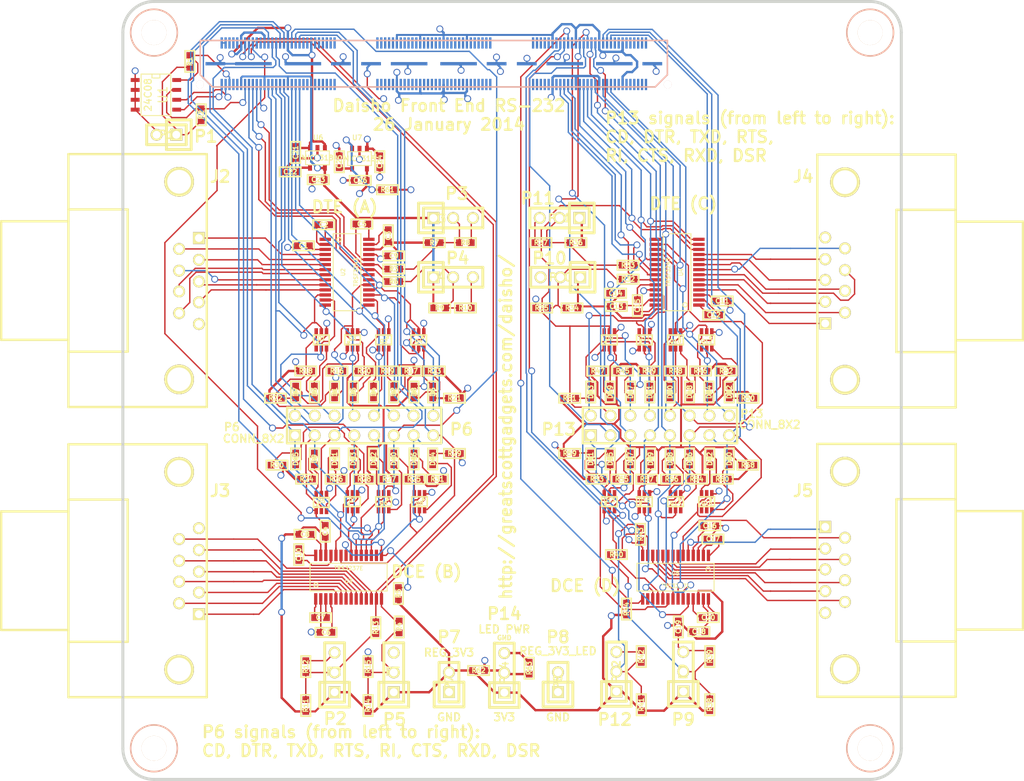
<source format=kicad_pcb>
(kicad_pcb (version 3) (host pcbnew "(2013-05-09 BZR 4147)-testing")
  (title_block (title "Daisho Project RS232 Front-End Board") (rev 1.0) (comment 1 "Copyright © 2013 Benjamin Vernoux") (comment 2 "License: GNU General Public License, version 2"))
  (layers (15 F.Cu signal) (2 Inner2.Cu signal) (1 Inner1.Cu signal) (0 B.Cu signal) (18 B.Paste user) (19 F.Paste user) (20 B.SilkS user) (21 F.SilkS user) (22 B.Mask user) (23 F.Mask user) (28 Edge.Cuts user))
  (net 0 "")
  (net 1 !EN-B-TTL)
  (net 2 !EN-D-TTL)
  (net 3 !FORCEOFF-A-TTL)
  (net 4 !FORCEOFF-C-TTL)
  (net 5 !INVALID-A-TTL)
  (net 6 !INVALID-C-TTL)
  (net 7 !SHDN-B-TTL)
  (net 8 !SHDN-D-TTL)
  (net 9 /daisho_connector/FE_I2C_SCL)
  (net 10 /daisho_connector/FE_I2C_SDA)
  (net 11 /daisho_connector/VALT_FE)
  (net 12 /daisho_connector/VRAW_SW_5V)
  (net 13 /rs232_pair_AB/CD-A-232)
  (net 14 /rs232_pair_AB/CD-B-232)
  (net 15 /rs232_pair_AB/CTS-A-232)
  (net 16 /rs232_pair_AB/CTS-B-232)
  (net 17 /rs232_pair_AB/DSR-A-232)
  (net 18 /rs232_pair_AB/DSR-B-232)
  (net 19 /rs232_pair_AB/DTR-A-232)
  (net 20 /rs232_pair_AB/DTR-B-232)
  (net 21 /rs232_pair_AB/RI-A-232)
  (net 22 /rs232_pair_AB/RI-B-232)
  (net 23 /rs232_pair_AB/RTS-A-232)
  (net 24 /rs232_pair_AB/RTS-B-232)
  (net 25 /rs232_pair_AB/RXD-A-232)
  (net 26 /rs232_pair_AB/RXD-B-232)
  (net 27 /rs232_pair_AB/TXD-A-232)
  (net 28 /rs232_pair_AB/TXD-B-232)
  (net 29 /rs232_pair_CD/CD-C-232)
  (net 30 /rs232_pair_CD/CD-D-232)
  (net 31 /rs232_pair_CD/CTS-C-232)
  (net 32 /rs232_pair_CD/CTS-D-232)
  (net 33 /rs232_pair_CD/DSR-C-232)
  (net 34 /rs232_pair_CD/DSR-D-232)
  (net 35 /rs232_pair_CD/DTR-C-232)
  (net 36 /rs232_pair_CD/DTR-D-232)
  (net 37 /rs232_pair_CD/RI-C-232)
  (net 38 /rs232_pair_CD/RI-D-232)
  (net 39 /rs232_pair_CD/RTS-C-232)
  (net 40 /rs232_pair_CD/RTS-D-232)
  (net 41 /rs232_pair_CD/RXD-C-232)
  (net 42 /rs232_pair_CD/RXD-D-232)
  (net 43 /rs232_pair_CD/TXD-C-232)
  (net 44 /rs232_pair_CD/TXD-D-232)
  (net 45 3V3A)
  (net 46 CD-A-TTL)
  (net 47 CD-B-TTL)
  (net 48 CD-C-TTL)
  (net 49 CD-D-TTL)
  (net 50 CTS-A-TTL)
  (net 51 CTS-B-TTL)
  (net 52 CTS-C-TTL)
  (net 53 CTS-D-TTL)
  (net 54 DSR-A-TTL)
  (net 55 DSR-B-TTL)
  (net 56 DSR-C-TTL)
  (net 57 DSR-D-TTL)
  (net 58 DTR-A-TTL)
  (net 59 DTR-B-TTL)
  (net 60 DTR-C-TTL)
  (net 61 DTR-D-TTL)
  (net 62 FE_I2C_EEPROM_WP)
  (net 63 FE_I2C_VCC)
  (net 64 FORCEON-A-TTL)
  (net 65 FORCEON-C-TTL)
  (net 66 GND)
  (net 67 LEDS_PWR)
  (net 68 MBAUD-B-TTL)
  (net 69 MBAUD-D-TTL)
  (net 70 N-000001)
  (net 71 N-0000010)
  (net 72 N-00000104)
  (net 73 N-00000105)
  (net 74 N-00000106)
  (net 75 N-00000107)
  (net 76 N-00000108)
  (net 77 N-00000109)
  (net 78 N-0000011)
  (net 79 N-00000110)
  (net 80 N-00000111)
  (net 81 N-00000112)
  (net 82 N-00000113)
  (net 83 N-00000114)
  (net 84 N-00000115)
  (net 85 N-00000116)
  (net 86 N-00000117)
  (net 87 N-00000118)
  (net 88 N-00000119)
  (net 89 N-0000012)
  (net 90 N-00000120)
  (net 91 N-00000121)
  (net 92 N-00000123)
  (net 93 N-00000124)
  (net 94 N-00000125)
  (net 95 N-00000127)
  (net 96 N-00000129)
  (net 97 N-0000013)
  (net 98 N-00000131)
  (net 99 N-00000134)
  (net 100 N-00000135)
  (net 101 N-00000136)
  (net 102 N-00000137)
  (net 103 N-00000138)
  (net 104 N-0000014)
  (net 105 N-0000015)
  (net 106 N-0000016)
  (net 107 N-00000169)
  (net 108 N-0000017)
  (net 109 N-00000170)
  (net 110 N-00000171)
  (net 111 N-00000172)
  (net 112 N-00000173)
  (net 113 N-00000174)
  (net 114 N-00000175)
  (net 115 N-00000176)
  (net 116 N-00000177)
  (net 117 N-00000178)
  (net 118 N-00000179)
  (net 119 N-0000018)
  (net 120 N-00000180)
  (net 121 N-00000181)
  (net 122 N-00000182)
  (net 123 N-00000183)
  (net 124 N-00000184)
  (net 125 N-00000185)
  (net 126 N-0000019)
  (net 127 N-00000195)
  (net 128 N-000002)
  (net 129 N-0000020)
  (net 130 N-00000203)
  (net 131 N-00000204)
  (net 132 N-00000205)
  (net 133 N-00000206)
  (net 134 N-00000207)
  (net 135 N-00000208)
  (net 136 N-00000209)
  (net 137 N-0000021)
  (net 138 N-00000210)
  (net 139 N-00000211)
  (net 140 N-00000212)
  (net 141 N-00000213)
  (net 142 N-00000214)
  (net 143 N-00000215)
  (net 144 N-00000216)
  (net 145 N-00000217)
  (net 146 N-00000218)
  (net 147 N-0000022)
  (net 148 N-00000227)
  (net 149 N-00000229)
  (net 150 N-0000023)
  (net 151 N-00000237)
  (net 152 N-00000238)
  (net 153 N-00000239)
  (net 154 N-0000024)
  (net 155 N-00000240)
  (net 156 N-00000241)
  (net 157 N-00000242)
  (net 158 N-00000243)
  (net 159 N-00000244)
  (net 160 N-00000245)
  (net 161 N-00000246)
  (net 162 N-00000247)
  (net 163 N-00000248)
  (net 164 N-00000249)
  (net 165 N-00000250)
  (net 166 N-00000251)
  (net 167 N-00000252)
  (net 168 N-00000253)
  (net 169 N-00000254)
  (net 170 N-00000255)
  (net 171 N-00000256)
  (net 172 N-00000257)
  (net 173 N-00000258)
  (net 174 N-00000259)
  (net 175 N-00000260)
  (net 176 N-00000261)
  (net 177 N-00000262)
  (net 178 N-00000263)
  (net 179 N-00000264)
  (net 180 N-00000265)
  (net 181 N-00000266)
  (net 182 N-00000267)
  (net 183 N-00000268)
  (net 184 N-00000269)
  (net 185 N-00000270)
  (net 186 N-00000271)
  (net 187 N-00000272)
  (net 188 N-00000273)
  (net 189 N-00000274)
  (net 190 N-00000275)
  (net 191 N-00000276)
  (net 192 N-00000277)
  (net 193 N-00000278)
  (net 194 N-00000279)
  (net 195 N-0000028)
  (net 196 N-00000280)
  (net 197 N-00000281)
  (net 198 N-00000282)
  (net 199 N-00000283)
  (net 200 N-00000284)
  (net 201 N-00000285)
  (net 202 N-00000286)
  (net 203 N-00000287)
  (net 204 N-00000288)
  (net 205 N-00000289)
  (net 206 N-0000029)
  (net 207 N-00000290)
  (net 208 N-00000291)
  (net 209 N-00000292)
  (net 210 N-00000293)
  (net 211 N-00000294)
  (net 212 N-00000295)
  (net 213 N-00000296)
  (net 214 N-00000297)
  (net 215 N-00000298)
  (net 216 N-00000299)
  (net 217 N-000003)
  (net 218 N-0000030)
  (net 219 N-00000300)
  (net 220 N-0000031)
  (net 221 N-0000032)
  (net 222 N-0000033)
  (net 223 N-0000034)
  (net 224 N-0000035)
  (net 225 N-0000036)
  (net 226 N-0000037)
  (net 227 N-0000038)
  (net 228 N-000004)
  (net 229 N-0000047)
  (net 230 N-0000048)
  (net 231 N-0000049)
  (net 232 N-000005)
  (net 233 N-0000050)
  (net 234 N-0000051)
  (net 235 N-0000052)
  (net 236 N-0000053)
  (net 237 N-0000054)
  (net 238 N-0000055)
  (net 239 N-0000056)
  (net 240 N-0000057)
  (net 241 N-0000058)
  (net 242 N-0000059)
  (net 243 N-000006)
  (net 244 N-0000060)
  (net 245 N-0000061)
  (net 246 N-0000062)
  (net 247 N-0000063)
  (net 248 N-0000064)
  (net 249 N-0000065)
  (net 250 N-0000066)
  (net 251 N-0000067)
  (net 252 N-0000068)
  (net 253 N-0000069)
  (net 254 N-000007)
  (net 255 N-0000070)
  (net 256 N-0000071)
  (net 257 N-0000072)
  (net 258 N-0000073)
  (net 259 N-0000074)
  (net 260 N-0000075)
  (net 261 N-0000076)
  (net 262 N-0000077)
  (net 263 N-0000078)
  (net 264 N-0000079)
  (net 265 N-000008)
  (net 266 N-0000080)
  (net 267 N-0000081)
  (net 268 N-0000084)
  (net 269 N-0000085)
  (net 270 N-0000086)
  (net 271 N-0000087)
  (net 272 N-0000088)
  (net 273 N-0000089)
  (net 274 N-000009)
  (net 275 N-0000090)
  (net 276 N-0000091)
  (net 277 N-0000092)
  (net 278 N-0000093)
  (net 279 REG_3V3_LED)
  (net 280 RI-A-TTL)
  (net 281 RI-B-TTL)
  (net 282 RI-C-TTL)
  (net 283 RI-D-TTL)
  (net 284 RTS-A-TTL)
  (net 285 RTS-B-TTL)
  (net 286 RTS-C-TTL)
  (net 287 RTS-D-TTL)
  (net 288 RXD-A-TTL)
  (net 289 RXD-B-TTL)
  (net 290 RXD-C-TTL)
  (net 291 RXD-D-TTL)
  (net 292 TXD-A-TTL)
  (net 293 TXD-B-TTL)
  (net 294 TXD-C-TTL)
  (net 295 TXD-D-TTL)
  (module SAMTEC_QSH-090-01-F-D-A (layer B.Cu) (at 119.95 52)
    (fp_text reference J1 (at 32.175 -1.875) (layer B.SilkS) (effects (font (size 0.0004 0.0004) (thickness 0.3048)) (justify mirror)))
    (fp_text value SAMTEC_QSH-090-D (at -1.525 -5.175) (layer B.SilkS) (effects (font (size 0.0004 0.0004) (thickness 0.3048)) (justify mirror)))
    (pad 2 smd rect (at -27.24912 2.66954) (size 0.29972 1.45034) (layers B.Cu B.Paste B.Mask) (net 10 /daisho_connector/FE_I2C_SDA))
    (pad 1 smd rect (at -27.24912 -2.66954) (size 0.29972 1.45034) (layers B.Cu B.Paste B.Mask) (net 11 /daisho_connector/VALT_FE))
    (pad 4 smd rect (at -26.74874 2.66954) (size 0.29972 1.45034) (layers B.Cu B.Paste B.Mask) (net 9 /daisho_connector/FE_I2C_SCL))
    (pad 3 smd rect (at -26.74874 -2.66954) (size 0.29972 1.45034) (layers B.Cu B.Paste B.Mask) (net 11 /daisho_connector/VALT_FE))
    (pad 6 smd rect (at -26.2509 2.66954) (size 0.29972 1.45034) (layers B.Cu B.Paste B.Mask) (net 63 FE_I2C_VCC))
    (pad 5 smd rect (at -26.2509 -2.66954) (size 0.29972 1.45034) (layers B.Cu B.Paste B.Mask) (net 99 N-00000134))
    (pad 8 smd rect (at -25.75052 2.66954) (size 0.29972 1.45034) (layers B.Cu B.Paste B.Mask) (net 101 N-00000136))
    (pad 7 smd rect (at -25.75052 -2.66954) (size 0.29972 1.45034) (layers B.Cu B.Paste B.Mask) (net 100 N-00000135))
    (pad 10 smd rect (at -25.25014 2.66954) (size 0.29972 1.45034) (layers B.Cu B.Paste B.Mask) (net 103 N-00000138))
    (pad 9 smd rect (at -25.25014 -2.66954) (size 0.29972 1.45034) (layers B.Cu B.Paste B.Mask) (net 102 N-00000137))
    (pad 12 smd rect (at -24.74976 2.66954) (size 0.29972 1.45034) (layers B.Cu B.Paste B.Mask) (net 45 3V3A))
    (pad 11 smd rect (at -24.74976 -2.66954) (size 0.29972 1.45034) (layers B.Cu B.Paste B.Mask) (net 12 /daisho_connector/VRAW_SW_5V))
    (pad 14 smd rect (at -24.24938 2.66954) (size 0.29972 1.45034) (layers B.Cu B.Paste B.Mask) (net 62 FE_I2C_EEPROM_WP))
    (pad 13 smd rect (at -24.24938 -2.66954) (size 0.29972 1.45034) (layers B.Cu B.Paste B.Mask) (net 7 !SHDN-B-TTL))
    (pad 16 smd rect (at -23.749 2.66954) (size 0.29972 1.45034) (layers B.Cu B.Paste B.Mask) (net 5 !INVALID-A-TTL))
    (pad 15 smd rect (at -23.749 -2.66954) (size 0.29972 1.45034) (layers B.Cu B.Paste B.Mask) (net 1 !EN-B-TTL))
    (pad 18 smd rect (at -23.25116 2.66954) (size 0.29972 1.45034) (layers B.Cu B.Paste B.Mask) (net 3 !FORCEOFF-A-TTL))
    (pad 17 smd rect (at -23.25116 -2.66954) (size 0.29972 1.45034) (layers B.Cu B.Paste B.Mask) (net 68 MBAUD-B-TTL))
    (pad 20 smd rect (at -22.75078 2.66954) (size 0.29972 1.45034) (layers B.Cu B.Paste B.Mask) (net 64 FORCEON-A-TTL))
    (pad 19 smd rect (at -22.75078 -2.66954) (size 0.29972 1.45034) (layers B.Cu B.Paste B.Mask) (net 105 N-0000015))
    (pad 22 smd rect (at -22.2504 2.66954) (size 0.29972 1.45034) (layers B.Cu B.Paste B.Mask) (net 67 LEDS_PWR))
    (pad 21 smd rect (at -22.2504 -2.66954) (size 0.29972 1.45034) (layers B.Cu B.Paste B.Mask) (net 106 N-0000016))
    (pad 24 smd rect (at -21.75002 2.66954) (size 0.29972 1.45034) (layers B.Cu B.Paste B.Mask) (net 45 3V3A))
    (pad 23 smd rect (at -21.75002 -2.66954) (size 0.29972 1.45034) (layers B.Cu B.Paste B.Mask) (net 12 /daisho_connector/VRAW_SW_5V))
    (pad 26 smd rect (at -21.24964 2.66954) (size 0.29972 1.45034) (layers B.Cu B.Paste B.Mask) (net 46 CD-A-TTL))
    (pad 25 smd rect (at -21.24964 -2.66954) (size 0.29972 1.45034) (layers B.Cu B.Paste B.Mask) (net 47 CD-B-TTL))
    (pad 28 smd rect (at -20.74926 2.66954) (size 0.29972 1.45034) (layers B.Cu B.Paste B.Mask) (net 58 DTR-A-TTL))
    (pad 27 smd rect (at -20.74926 -2.66954) (size 0.29972 1.45034) (layers B.Cu B.Paste B.Mask) (net 59 DTR-B-TTL))
    (pad 30 smd rect (at -20.24888 2.66954) (size 0.29972 1.45034) (layers B.Cu B.Paste B.Mask) (net 292 TXD-A-TTL))
    (pad 29 smd rect (at -20.24888 -2.66954) (size 0.29972 1.45034) (layers B.Cu B.Paste B.Mask) (net 293 TXD-B-TTL))
    (pad 32 smd rect (at -19.75104 2.66954) (size 0.29972 1.45034) (layers B.Cu B.Paste B.Mask) (net 284 RTS-A-TTL))
    (pad 31 smd rect (at -19.75104 -2.66954) (size 0.29972 1.45034) (layers B.Cu B.Paste B.Mask) (net 285 RTS-B-TTL))
    (pad 34 smd rect (at -19.25066 2.66954) (size 0.29972 1.45034) (layers B.Cu B.Paste B.Mask) (net 280 RI-A-TTL))
    (pad 33 smd rect (at -19.25066 -2.66954) (size 0.29972 1.45034) (layers B.Cu B.Paste B.Mask) (net 281 RI-B-TTL))
    (pad 36 smd rect (at -18.75028 2.66954) (size 0.29972 1.45034) (layers B.Cu B.Paste B.Mask) (net 45 3V3A))
    (pad 35 smd rect (at -18.75028 -2.66954) (size 0.29972 1.45034) (layers B.Cu B.Paste B.Mask) (net 12 /daisho_connector/VRAW_SW_5V))
    (pad 38 smd rect (at -18.2499 2.66954) (size 0.29972 1.45034) (layers B.Cu B.Paste B.Mask) (net 50 CTS-A-TTL))
    (pad 37 smd rect (at -18.2499 -2.66954) (size 0.29972 1.45034) (layers B.Cu B.Paste B.Mask) (net 51 CTS-B-TTL))
    (pad 40 smd rect (at -17.74952 2.66954) (size 0.29972 1.45034) (layers B.Cu B.Paste B.Mask) (net 288 RXD-A-TTL))
    (pad 39 smd rect (at -17.74952 -2.66954) (size 0.29972 1.45034) (layers B.Cu B.Paste B.Mask) (net 289 RXD-B-TTL))
    (pad 42 smd rect (at -17.24914 2.66954) (size 0.29972 1.45034) (layers B.Cu B.Paste B.Mask) (net 54 DSR-A-TTL))
    (pad 41 smd rect (at -17.24914 -2.66954) (size 0.29972 1.45034) (layers B.Cu B.Paste B.Mask) (net 55 DSR-B-TTL))
    (pad 44 smd rect (at -16.74876 2.66954) (size 0.29972 1.45034) (layers B.Cu B.Paste B.Mask) (net 108 N-0000017))
    (pad 43 smd rect (at -16.74876 -2.66954) (size 0.29972 1.45034) (layers B.Cu B.Paste B.Mask) (net 195 N-0000028))
    (pad 46 smd rect (at -16.25092 2.66954) (size 0.29972 1.45034) (layers B.Cu B.Paste B.Mask) (net 119 N-0000018))
    (pad 45 smd rect (at -16.25092 -2.66954) (size 0.29972 1.45034) (layers B.Cu B.Paste B.Mask) (net 229 N-0000047))
    (pad 48 smd rect (at -15.75054 2.66954) (size 0.29972 1.45034) (layers B.Cu B.Paste B.Mask) (net 45 3V3A))
    (pad 47 smd rect (at -15.75054 -2.66954) (size 0.29972 1.45034) (layers B.Cu B.Paste B.Mask) (net 12 /daisho_connector/VRAW_SW_5V))
    (pad 50 smd rect (at -15.25016 2.66954) (size 0.29972 1.45034) (layers B.Cu B.Paste B.Mask) (net 126 N-0000019))
    (pad 49 smd rect (at -15.25016 -2.66954) (size 0.29972 1.45034) (layers B.Cu B.Paste B.Mask) (net 230 N-0000048))
    (pad 52 smd rect (at -14.74978 2.66954) (size 0.29972 1.45034) (layers B.Cu B.Paste B.Mask) (net 129 N-0000020))
    (pad 51 smd rect (at -14.74978 -2.66954) (size 0.29972 1.45034) (layers B.Cu B.Paste B.Mask) (net 231 N-0000049))
    (pad 54 smd rect (at -14.2494 2.66954) (size 0.29972 1.45034) (layers B.Cu B.Paste B.Mask) (net 137 N-0000021))
    (pad 53 smd rect (at -14.2494 -2.66954) (size 0.29972 1.45034) (layers B.Cu B.Paste B.Mask) (net 233 N-0000050))
    (pad 56 smd rect (at -13.74902 2.66954) (size 0.29972 1.45034) (layers B.Cu B.Paste B.Mask) (net 147 N-0000022))
    (pad 55 smd rect (at -13.74902 -2.66954) (size 0.29972 1.45034) (layers B.Cu B.Paste B.Mask) (net 234 N-0000051))
    (pad 58 smd rect (at -13.25118 2.66954) (size 0.29972 1.45034) (layers B.Cu B.Paste B.Mask) (net 150 N-0000023))
    (pad 57 smd rect (at -13.25118 -2.66954) (size 0.29972 1.45034) (layers B.Cu B.Paste B.Mask) (net 235 N-0000052))
    (pad 60 smd rect (at -12.7508 2.66954) (size 0.29972 1.45034) (layers B.Cu B.Paste B.Mask) (net 154 N-0000024))
    (pad 59 smd rect (at -12.7508 -2.66954) (size 0.29972 1.45034) (layers B.Cu B.Paste B.Mask) (net 236 N-0000053))
    (pad A0 smd rect (at -28.06446 0) (size 2.54 0.42926) (layers B.Cu B.Paste B.Mask) (net 66 GND))
    (pad A1 smd rect (at -23.17496 0) (size 4.699 0.42926) (layers B.Cu B.Paste B.Mask) (net 66 GND))
    (pad A2 smd rect (at -16.82496 0) (size 4.699 0.42926) (layers B.Cu B.Paste B.Mask) (net 66 GND))
    (pad A3 smd rect (at -11.93546 0) (size 2.54 0.42926) (layers B.Cu B.Paste B.Mask) (net 66 GND))
    (pad 62 smd rect (at -7.24916 2.66954) (size 0.29972 1.45034) (layers B.Cu B.Paste B.Mask) (net 269 N-0000085))
    (pad 61 smd rect (at -7.24916 -2.66954) (size 0.29972 1.45034) (layers B.Cu B.Paste B.Mask) (net 259 N-0000074))
    (pad 64 smd rect (at -6.74878 2.66954) (size 0.29972 1.45034) (layers B.Cu B.Paste B.Mask) (net 270 N-0000086))
    (pad 63 smd rect (at -6.74878 -2.66954) (size 0.29972 1.45034) (layers B.Cu B.Paste B.Mask) (net 260 N-0000075))
    (pad 66 smd rect (at -6.25094 2.66954) (size 0.29972 1.45034) (layers B.Cu B.Paste B.Mask) (net 271 N-0000087))
    (pad 65 smd rect (at -6.25094 -2.66954) (size 0.29972 1.45034) (layers B.Cu B.Paste B.Mask) (net 261 N-0000076))
    (pad 68 smd rect (at -5.75056 2.66954) (size 0.29972 1.45034) (layers B.Cu B.Paste B.Mask) (net 272 N-0000088))
    (pad 67 smd rect (at -5.75056 -2.66954) (size 0.29972 1.45034) (layers B.Cu B.Paste B.Mask) (net 262 N-0000077))
    (pad 70 smd rect (at -5.25018 2.66954) (size 0.29972 1.45034) (layers B.Cu B.Paste B.Mask) (net 273 N-0000089))
    (pad 69 smd rect (at -5.25018 -2.66954) (size 0.29972 1.45034) (layers B.Cu B.Paste B.Mask) (net 263 N-0000078))
    (pad 72 smd rect (at -4.7498 2.66954) (size 0.29972 1.45034) (layers B.Cu B.Paste B.Mask) (net 45 3V3A))
    (pad 71 smd rect (at -4.7498 -2.66954) (size 0.29972 1.45034) (layers B.Cu B.Paste B.Mask) (net 45 3V3A))
    (pad 74 smd rect (at -4.24942 2.66954) (size 0.29972 1.45034) (layers B.Cu B.Paste B.Mask) (net 275 N-0000090))
    (pad 73 smd rect (at -4.24942 -2.66954) (size 0.29972 1.45034) (layers B.Cu B.Paste B.Mask) (net 264 N-0000079))
    (pad 76 smd rect (at -3.74904 2.66954) (size 0.29972 1.45034) (layers B.Cu B.Paste B.Mask) (net 276 N-0000091))
    (pad 75 smd rect (at -3.74904 -2.66954) (size 0.29972 1.45034) (layers B.Cu B.Paste B.Mask) (net 266 N-0000080))
    (pad 78 smd rect (at -3.2512 2.66954) (size 0.29972 1.45034) (layers B.Cu B.Paste B.Mask) (net 277 N-0000092))
    (pad 77 smd rect (at -3.2512 -2.66954) (size 0.29972 1.45034) (layers B.Cu B.Paste B.Mask) (net 268 N-0000084))
    (pad 80 smd rect (at -2.75082 2.66954) (size 0.29972 1.45034) (layers B.Cu B.Paste B.Mask) (net 278 N-0000093))
    (pad 79 smd rect (at -2.75082 -2.66954) (size 0.29972 1.45034) (layers B.Cu B.Paste B.Mask) (net 73 N-00000105))
    (pad 82 smd rect (at -2.25044 2.66954) (size 0.29972 1.45034) (layers B.Cu B.Paste B.Mask) (net 253 N-0000069))
    (pad 81 smd rect (at -2.25044 -2.66954) (size 0.29972 1.45034) (layers B.Cu B.Paste B.Mask) (net 74 N-00000106))
    (pad 84 smd rect (at -1.75006 2.66954) (size 0.29972 1.45034) (layers B.Cu B.Paste B.Mask) (net 45 3V3A))
    (pad 83 smd rect (at -1.75006 -2.66954) (size 0.29972 1.45034) (layers B.Cu B.Paste B.Mask) (net 45 3V3A))
    (pad 86 smd rect (at -1.24968 2.66954) (size 0.29972 1.45034) (layers B.Cu B.Paste B.Mask) (net 241 N-0000058))
    (pad 85 smd rect (at -1.24968 -2.66954) (size 0.29972 1.45034) (layers B.Cu B.Paste B.Mask) (net 75 N-00000107))
    (pad 88 smd rect (at -0.7493 2.66954) (size 0.29972 1.45034) (layers B.Cu B.Paste B.Mask) (net 242 N-0000059))
    (pad 87 smd rect (at -0.7493 -2.66954) (size 0.29972 1.45034) (layers B.Cu B.Paste B.Mask) (net 76 N-00000108))
    (pad 90 smd rect (at -0.24892 2.66954) (size 0.29972 1.45034) (layers B.Cu B.Paste B.Mask) (net 244 N-0000060))
    (pad 89 smd rect (at -0.24892 -2.66954) (size 0.29972 1.45034) (layers B.Cu B.Paste B.Mask) (net 77 N-00000109))
    (pad 92 smd rect (at 0.24892 2.66954) (size 0.29972 1.45034) (layers B.Cu B.Paste B.Mask) (net 245 N-0000061))
    (pad 91 smd rect (at 0.24892 -2.66954) (size 0.29972 1.45034) (layers B.Cu B.Paste B.Mask) (net 79 N-00000110))
    (pad 94 smd rect (at 0.7493 2.66954) (size 0.29972 1.45034) (layers B.Cu B.Paste B.Mask) (net 246 N-0000062))
    (pad 93 smd rect (at 0.7493 -2.66954) (size 0.29972 1.45034) (layers B.Cu B.Paste B.Mask) (net 80 N-00000111))
    (pad 96 smd rect (at 1.24968 2.66954) (size 0.29972 1.45034) (layers B.Cu B.Paste B.Mask) (net 45 3V3A))
    (pad 95 smd rect (at 1.24968 -2.66954) (size 0.29972 1.45034) (layers B.Cu B.Paste B.Mask) (net 45 3V3A))
    (pad 98 smd rect (at 1.75006 2.66954) (size 0.29972 1.45034) (layers B.Cu B.Paste B.Mask) (net 247 N-0000063))
    (pad 97 smd rect (at 1.75006 -2.66954) (size 0.29972 1.45034) (layers B.Cu B.Paste B.Mask) (net 83 N-00000114))
    (pad 100 smd rect (at 2.25044 2.66954) (size 0.29972 1.45034) (layers B.Cu B.Paste B.Mask) (net 248 N-0000064))
    (pad 99 smd rect (at 2.25044 -2.66954) (size 0.29972 1.45034) (layers B.Cu B.Paste B.Mask) (net 82 N-00000113))
    (pad 102 smd rect (at 2.75082 2.66954) (size 0.29972 1.45034) (layers B.Cu B.Paste B.Mask) (net 249 N-0000065))
    (pad 101 smd rect (at 2.75082 -2.66954) (size 0.29972 1.45034) (layers B.Cu B.Paste B.Mask) (net 81 N-00000112))
    (pad 104 smd rect (at 3.2512 2.66954) (size 0.29972 1.45034) (layers B.Cu B.Paste B.Mask) (net 250 N-0000066))
    (pad 103 smd rect (at 3.2512 -2.66954) (size 0.29972 1.45034) (layers B.Cu B.Paste B.Mask) (net 84 N-00000115))
    (pad 106 smd rect (at 3.74904 2.66954) (size 0.29972 1.45034) (layers B.Cu B.Paste B.Mask) (net 251 N-0000067))
    (pad 105 smd rect (at 3.74904 -2.66954) (size 0.29972 1.45034) (layers B.Cu B.Paste B.Mask) (net 72 N-00000104))
    (pad 108 smd rect (at 4.24942 2.66954) (size 0.29972 1.45034) (layers B.Cu B.Paste B.Mask) (net 45 3V3A))
    (pad 107 smd rect (at 4.24942 -2.66954) (size 0.29972 1.45034) (layers B.Cu B.Paste B.Mask) (net 45 3V3A))
    (pad 110 smd rect (at 4.7498 2.66954) (size 0.29972 1.45034) (layers B.Cu B.Paste B.Mask) (net 252 N-0000068))
    (pad 109 smd rect (at 4.7498 -2.66954) (size 0.29972 1.45034) (layers B.Cu B.Paste B.Mask) (net 85 N-00000116))
    (pad 112 smd rect (at 5.25018 2.66954) (size 0.29972 1.45034) (layers B.Cu B.Paste B.Mask) (net 240 N-0000057))
    (pad 111 smd rect (at 5.25018 -2.66954) (size 0.29972 1.45034) (layers B.Cu B.Paste B.Mask) (net 86 N-00000117))
    (pad 114 smd rect (at 5.75056 2.66954) (size 0.29972 1.45034) (layers B.Cu B.Paste B.Mask) (net 255 N-0000070))
    (pad 113 smd rect (at 5.75056 -2.66954) (size 0.29972 1.45034) (layers B.Cu B.Paste B.Mask) (net 87 N-00000118))
    (pad 116 smd rect (at 6.25094 2.66954) (size 0.29972 1.45034) (layers B.Cu B.Paste B.Mask) (net 256 N-0000071))
    (pad 115 smd rect (at 6.25094 -2.66954) (size 0.29972 1.45034) (layers B.Cu B.Paste B.Mask) (net 88 N-00000119))
    (pad 118 smd rect (at 6.74878 2.66954) (size 0.29972 1.45034) (layers B.Cu B.Paste B.Mask) (net 257 N-0000072))
    (pad 117 smd rect (at 6.74878 -2.66954) (size 0.29972 1.45034) (layers B.Cu B.Paste B.Mask) (net 90 N-00000120))
    (pad 120 smd rect (at 7.24916 2.66954) (size 0.29972 1.45034) (layers B.Cu B.Paste B.Mask) (net 258 N-0000073))
    (pad 119 smd rect (at 7.24916 -2.66954) (size 0.29972 1.45034) (layers B.Cu B.Paste B.Mask) (net 91 N-00000121))
    (pad B0 smd rect (at -8.0645 0) (size 2.54 0.42926) (layers B.Cu B.Paste B.Mask) (net 66 GND))
    (pad B1 smd rect (at -3.175 0) (size 4.699 0.42926) (layers B.Cu B.Paste B.Mask) (net 66 GND))
    (pad B2 smd rect (at 3.175 0) (size 4.699 0.42926) (layers B.Cu B.Paste B.Mask) (net 66 GND))
    (pad B3 smd rect (at 8.0645 0) (size 2.54 0.42926) (layers B.Cu B.Paste B.Mask) (net 66 GND))
    (pad 122 smd rect (at 12.7508 2.66954) (size 0.29972 1.45034) (layers B.Cu B.Paste B.Mask) (net 223 N-0000034))
    (pad 121 smd rect (at 12.7508 -2.66954) (size 0.29972 1.45034) (layers B.Cu B.Paste B.Mask) (net 206 N-0000029))
    (pad 124 smd rect (at 13.25118 2.66954) (size 0.29972 1.45034) (layers B.Cu B.Paste B.Mask) (net 224 N-0000035))
    (pad 123 smd rect (at 13.25118 -2.66954) (size 0.29972 1.45034) (layers B.Cu B.Paste B.Mask) (net 218 N-0000030))
    (pad 126 smd rect (at 13.74902 2.66954) (size 0.29972 1.45034) (layers B.Cu B.Paste B.Mask) (net 225 N-0000036))
    (pad 125 smd rect (at 13.74902 -2.66954) (size 0.29972 1.45034) (layers B.Cu B.Paste B.Mask) (net 220 N-0000031))
    (pad 128 smd rect (at 14.2494 2.66954) (size 0.29972 1.45034) (layers B.Cu B.Paste B.Mask) (net 226 N-0000037))
    (pad 127 smd rect (at 14.2494 -2.66954) (size 0.29972 1.45034) (layers B.Cu B.Paste B.Mask) (net 221 N-0000032))
    (pad 130 smd rect (at 14.74978 2.66954) (size 0.29972 1.45034) (layers B.Cu B.Paste B.Mask) (net 227 N-0000038))
    (pad 129 smd rect (at 14.74978 -2.66954) (size 0.29972 1.45034) (layers B.Cu B.Paste B.Mask) (net 222 N-0000033))
    (pad 132 smd rect (at 15.25016 2.66954) (size 0.29972 1.45034) (layers B.Cu B.Paste B.Mask) (net 45 3V3A))
    (pad 131 smd rect (at 15.25016 -2.66954) (size 0.29972 1.45034) (layers B.Cu B.Paste B.Mask) (net 45 3V3A))
    (pad 134 smd rect (at 15.75054 2.66954) (size 0.29972 1.45034) (layers B.Cu B.Paste B.Mask) (net 97 N-0000013))
    (pad 133 smd rect (at 15.75054 -2.66954) (size 0.29972 1.45034) (layers B.Cu B.Paste B.Mask) (net 96 N-00000129))
    (pad 136 smd rect (at 16.25092 2.66954) (size 0.29972 1.45034) (layers B.Cu B.Paste B.Mask) (net 6 !INVALID-C-TTL))
    (pad 135 smd rect (at 16.25092 -2.66954) (size 0.29972 1.45034) (layers B.Cu B.Paste B.Mask) (net 8 !SHDN-D-TTL))
    (pad 138 smd rect (at 16.74876 2.66954) (size 0.29972 1.45034) (layers B.Cu B.Paste B.Mask) (net 4 !FORCEOFF-C-TTL))
    (pad 137 smd rect (at 16.74876 -2.66954) (size 0.29972 1.45034) (layers B.Cu B.Paste B.Mask) (net 2 !EN-D-TTL))
    (pad 140 smd rect (at 17.24914 2.66954) (size 0.29972 1.45034) (layers B.Cu B.Paste B.Mask) (net 65 FORCEON-C-TTL))
    (pad 139 smd rect (at 17.24914 -2.66954) (size 0.29972 1.45034) (layers B.Cu B.Paste B.Mask) (net 69 MBAUD-D-TTL))
    (pad 142 smd rect (at 17.74952 2.66954) (size 0.29972 1.45034) (layers B.Cu B.Paste B.Mask) (net 239 N-0000056))
    (pad 141 smd rect (at 17.74952 -2.66954) (size 0.29972 1.45034) (layers B.Cu B.Paste B.Mask) (net 238 N-0000055))
    (pad 144 smd rect (at 18.2499 2.66954) (size 0.29972 1.45034) (layers B.Cu B.Paste B.Mask) (net 45 3V3A))
    (pad 143 smd rect (at 18.2499 -2.66954) (size 0.29972 1.45034) (layers B.Cu B.Paste B.Mask) (net 45 3V3A))
    (pad 146 smd rect (at 18.75028 2.66954) (size 0.29972 1.45034) (layers B.Cu B.Paste B.Mask) (net 48 CD-C-TTL))
    (pad 145 smd rect (at 18.75028 -2.66954) (size 0.29972 1.45034) (layers B.Cu B.Paste B.Mask) (net 49 CD-D-TTL))
    (pad 148 smd rect (at 19.25066 2.66954) (size 0.29972 1.45034) (layers B.Cu B.Paste B.Mask) (net 60 DTR-C-TTL))
    (pad 147 smd rect (at 19.25066 -2.66954) (size 0.29972 1.45034) (layers B.Cu B.Paste B.Mask) (net 61 DTR-D-TTL))
    (pad 150 smd rect (at 19.75104 2.66954) (size 0.29972 1.45034) (layers B.Cu B.Paste B.Mask) (net 294 TXD-C-TTL))
    (pad 149 smd rect (at 19.75104 -2.66954) (size 0.29972 1.45034) (layers B.Cu B.Paste B.Mask) (net 295 TXD-D-TTL))
    (pad 152 smd rect (at 20.24888 2.66954) (size 0.29972 1.45034) (layers B.Cu B.Paste B.Mask) (net 286 RTS-C-TTL))
    (pad 151 smd rect (at 20.24888 -2.66954) (size 0.29972 1.45034) (layers B.Cu B.Paste B.Mask) (net 287 RTS-D-TTL))
    (pad 154 smd rect (at 20.74926 2.66954) (size 0.29972 1.45034) (layers B.Cu B.Paste B.Mask) (net 282 RI-C-TTL))
    (pad 153 smd rect (at 20.74926 -2.66954) (size 0.29972 1.45034) (layers B.Cu B.Paste B.Mask) (net 283 RI-D-TTL))
    (pad 156 smd rect (at 21.24964 2.66954) (size 0.29972 1.45034) (layers B.Cu B.Paste B.Mask) (net 45 3V3A))
    (pad 155 smd rect (at 21.24964 -2.66954) (size 0.29972 1.45034) (layers B.Cu B.Paste B.Mask) (net 45 3V3A))
    (pad 158 smd rect (at 21.75002 2.66954) (size 0.29972 1.45034) (layers B.Cu B.Paste B.Mask) (net 52 CTS-C-TTL))
    (pad 157 smd rect (at 21.75002 -2.66954) (size 0.29972 1.45034) (layers B.Cu B.Paste B.Mask) (net 53 CTS-D-TTL))
    (pad 160 smd rect (at 22.2504 2.66954) (size 0.29972 1.45034) (layers B.Cu B.Paste B.Mask) (net 290 RXD-C-TTL))
    (pad 159 smd rect (at 22.2504 -2.66954) (size 0.29972 1.45034) (layers B.Cu B.Paste B.Mask) (net 291 RXD-D-TTL))
    (pad 162 smd rect (at 22.75078 2.66954) (size 0.29972 1.45034) (layers B.Cu B.Paste B.Mask) (net 56 DSR-C-TTL))
    (pad 161 smd rect (at 22.75078 -2.66954) (size 0.29972 1.45034) (layers B.Cu B.Paste B.Mask) (net 57 DSR-D-TTL))
    (pad 164 smd rect (at 23.25116 2.66954) (size 0.29972 1.45034) (layers B.Cu B.Paste B.Mask) (net 104 N-0000014))
    (pad 163 smd rect (at 23.25116 -2.66954) (size 0.29972 1.45034) (layers B.Cu B.Paste B.Mask) (net 98 N-00000131))
    (pad 166 smd rect (at 23.749 2.66954) (size 0.29972 1.45034) (layers B.Cu B.Paste B.Mask) (net 70 N-000001))
    (pad 165 smd rect (at 23.749 -2.66954) (size 0.29972 1.45034) (layers B.Cu B.Paste B.Mask) (net 237 N-0000054))
    (pad 168 smd rect (at 24.24938 2.66954) (size 0.29972 1.45034) (layers B.Cu B.Paste B.Mask) (net 45 3V3A))
    (pad 167 smd rect (at 24.24938 -2.66954) (size 0.29972 1.45034) (layers B.Cu B.Paste B.Mask) (net 45 3V3A))
    (pad 170 smd rect (at 24.74976 2.66954) (size 0.29972 1.45034) (layers B.Cu B.Paste B.Mask) (net 89 N-0000012))
    (pad 169 smd rect (at 24.74976 -2.66954) (size 0.29972 1.45034) (layers B.Cu B.Paste B.Mask) (net 95 N-00000127))
    (pad 172 smd rect (at 25.25014 2.66954) (size 0.29972 1.45034) (layers B.Cu B.Paste B.Mask) (net 78 N-0000011))
    (pad 171 smd rect (at 25.25014 -2.66954) (size 0.29972 1.45034) (layers B.Cu B.Paste B.Mask) (net 243 N-000006))
    (pad 174 smd rect (at 25.75052 2.66954) (size 0.29972 1.45034) (layers B.Cu B.Paste B.Mask) (net 71 N-0000010))
    (pad 173 smd rect (at 25.75052 -2.66954) (size 0.29972 1.45034) (layers B.Cu B.Paste B.Mask) (net 128 N-000002))
    (pad 176 smd rect (at 26.2509 2.66954) (size 0.29972 1.45034) (layers B.Cu B.Paste B.Mask) (net 274 N-000009))
    (pad 175 smd rect (at 26.2509 -2.66954) (size 0.29972 1.45034) (layers B.Cu B.Paste B.Mask) (net 217 N-000003))
    (pad 178 smd rect (at 26.74874 2.66954) (size 0.29972 1.45034) (layers B.Cu B.Paste B.Mask) (net 265 N-000008))
    (pad 177 smd rect (at 26.74874 -2.66954) (size 0.29972 1.45034) (layers B.Cu B.Paste B.Mask) (net 228 N-000004))
    (pad 180 smd rect (at 27.24912 2.66954) (size 0.29972 1.45034) (layers B.Cu B.Paste B.Mask) (net 254 N-000007))
    (pad 179 smd rect (at 27.24912 -2.66954) (size 0.29972 1.45034) (layers B.Cu B.Paste B.Mask) (net 232 N-000005))
    (pad C0 smd rect (at 11.93546 0) (size 2.54 0.42926) (layers B.Cu B.Paste B.Mask) (net 66 GND))
    (pad C1 smd rect (at 16.82496 0) (size 4.699 0.42926) (layers B.Cu B.Paste B.Mask) (net 66 GND))
    (pad C2 smd rect (at 23.17496 0) (size 4.699 0.42926) (layers B.Cu B.Paste B.Mask) (net 66 GND))
    (pad C3 smd rect (at 28.06446 0) (size 2.54 0.42926) (layers B.Cu B.Paste B.Mask) (net 66 GND))
    (pad "" np_thru_hole circle (at -30.05074 2.66954) (size 1.02108 1.02108) (drill 1.02108) (layers *.Cu *.Mask B.SilkS))
    (pad "" np_thru_hole circle (at 30.05074 2.66954) (size 1.02108 1.02108) (drill 1.02108) (layers *.Cu *.Mask B.SilkS))
  )
  (module GSG-HOLE126MIL (layer F.Cu) (at 84.0003 48.0009)
    (fp_text reference H1 hide)
    (fp_text value HOLE hide)
    (pad "" np_thru_hole circle (at 0 0) (size 3.2004 3.2004) (drill 3.2004) (layers *.Cu *.SilkS *.Mask))
  )
  (module GSG-HOLE126MIL (layer F.Cu) (at 175.999 48.0009)
    (fp_text reference H2 hide)
    (fp_text value HOLE hide)
    (pad "" np_thru_hole circle (at 0 0) (size 3.2004 3.2004) (drill 3.2004) (layers *.Cu *.SilkS *.Mask))
  )
  (module GSG-HOLE126MIL (layer F.Cu) (at 84.0003 140)
    (fp_text reference H3 hide)
    (fp_text value HOLE hide)
    (pad "" np_thru_hole circle (at 0 0) (size 3.2004 3.2004) (drill 3.2004) (layers *.Cu *.SilkS *.Mask))
  )
  (module GSG-HOLE126MIL (layer F.Cu) (at 175.999 140)
    (fp_text reference H4 hide)
    (fp_text value HOLE hide)
    (pad "" np_thru_hole circle (at 0 0) (size 3.2004 3.2004) (drill 3.2004) (layers *.Cu *.SilkS *.Mask))
  )
  (module GSG-0603 (layer F.Cu) (at 103.2 75.4 180)
    (fp_text reference C1 (at 0 0 180) (layer F.SilkS) (effects (font (size 0.6096 0.6096) (thickness 0.1524))))
    (fp_text value 0.1uF hide)
    (pad 2 smd rect (at 0.762 0 180) (size 0.8636 0.8636) (layers F.Cu F.Paste F.Mask) (net 66 GND) (clearance 0.1778))
    (pad 1 smd rect (at -0.762 0 180) (size 0.8636 0.8636) (layers F.Cu F.Paste F.Mask) (net 118 N-00000179) (clearance 0.1778))
  )
  (module GSG-0603 (layer F.Cu) (at 105.8 72.7 180)
    (fp_text reference C2 (at 0 0 180) (layer F.SilkS) (effects (font (size 0.6096 0.6096) (thickness 0.1524))))
    (fp_text value 0.1uF hide)
    (pad 2 smd rect (at 0.762 0 180) (size 0.8636 0.8636) (layers F.Cu F.Paste F.Mask) (net 110 N-00000171) (clearance 0.1778))
    (pad 1 smd rect (at -0.762 0 180) (size 0.8636 0.8636) (layers F.Cu F.Paste F.Mask) (net 112 N-00000173) (clearance 0.1778))
  )
  (module GSG-0603 (layer F.Cu) (at 114.1 74.1 270)
    (fp_text reference C3 (at 0 0 270) (layer F.SilkS) (effects (font (size 0.6096 0.6096) (thickness 0.1524))))
    (fp_text value 0.1uF hide)
    (pad 2 smd rect (at 0.762 0 270) (size 0.8636 0.8636) (layers F.Cu F.Paste F.Mask) (net 45 3V3A) (clearance 0.1778))
    (pad 1 smd rect (at -0.762 0 270) (size 0.8636 0.8636) (layers F.Cu F.Paste F.Mask) (net 111 N-00000172) (clearance 0.1778))
  )
  (module GSG-0603 (layer F.Cu) (at 106 112.1 90)
    (fp_text reference C4 (at 0 0 90) (layer F.SilkS) (effects (font (size 0.6096 0.6096) (thickness 0.1524))))
    (fp_text value 0.1uF hide)
    (pad 2 smd rect (at 0.762 0 90) (size 0.8636 0.8636) (layers F.Cu F.Paste F.Mask) (net 66 GND) (clearance 0.1778))
    (pad 1 smd rect (at -0.762 0 90) (size 0.8636 0.8636) (layers F.Cu F.Paste F.Mask) (net 45 3V3A) (clearance 0.1778))
  )
  (module GSG-0603 (layer F.Cu) (at 110.7 72.6)
    (fp_text reference C5 (at 0 0) (layer F.SilkS) (effects (font (size 0.6096 0.6096) (thickness 0.1524))))
    (fp_text value 0.1uF hide)
    (pad 2 smd rect (at 0.762 0) (size 0.8636 0.8636) (layers F.Cu F.Paste F.Mask) (net 113 N-00000174) (clearance 0.1778))
    (pad 1 smd rect (at -0.762 0) (size 0.8636 0.8636) (layers F.Cu F.Paste F.Mask) (net 107 N-00000169) (clearance 0.1778))
  )
  (module GSG-0603 (layer F.Cu) (at 106.1 125.1 180)
    (fp_text reference C6 (at 0 0 180) (layer F.SilkS) (effects (font (size 0.6096 0.6096) (thickness 0.1524))))
    (fp_text value 0.1uF hide)
    (pad 2 smd rect (at 0.762 0 180) (size 0.8636 0.8636) (layers F.Cu F.Paste F.Mask) (net 66 GND) (clearance 0.1778))
    (pad 1 smd rect (at -0.762 0 180) (size 0.8636 0.8636) (layers F.Cu F.Paste F.Mask) (net 117 N-00000178) (clearance 0.1778))
  )
  (module GSG-0603 (layer F.Cu) (at 105.4 123.2)
    (fp_text reference C7 (at 0 0) (layer F.SilkS) (effects (font (size 0.6096 0.6096) (thickness 0.1524))))
    (fp_text value 0.1uF hide)
    (pad 2 smd rect (at 0.762 0) (size 0.8636 0.8636) (layers F.Cu F.Paste F.Mask) (net 120 N-00000180) (clearance 0.1778))
    (pad 1 smd rect (at -0.762 0) (size 0.8636 0.8636) (layers F.Cu F.Paste F.Mask) (net 121 N-00000181) (clearance 0.1778))
  )
  (module GSG-0603 (layer F.Cu) (at 103.4 112.5)
    (fp_text reference C8 (at 0 0) (layer F.SilkS) (effects (font (size 0.6096 0.6096) (thickness 0.1524))))
    (fp_text value 0.1uF hide)
    (pad 2 smd rect (at 0.762 0) (size 0.8636 0.8636) (layers F.Cu F.Paste F.Mask) (net 116 N-00000177) (clearance 0.1778))
    (pad 1 smd rect (at -0.762 0) (size 0.8636 0.8636) (layers F.Cu F.Paste F.Mask) (net 45 3V3A) (clearance 0.1778))
  )
  (module GSG-0603 (layer F.Cu) (at 114.8 76.7 180)
    (fp_text reference C9 (at 0 0 180) (layer F.SilkS) (effects (font (size 0.6096 0.6096) (thickness 0.1524))))
    (fp_text value 0.1uF hide)
    (pad 2 smd rect (at 0.762 0 180) (size 0.8636 0.8636) (layers F.Cu F.Paste F.Mask) (net 66 GND) (clearance 0.1778))
    (pad 1 smd rect (at -0.762 0 180) (size 0.8636 0.8636) (layers F.Cu F.Paste F.Mask) (net 45 3V3A) (clearance 0.1778))
  )
  (module GSG-0603 (layer F.Cu) (at 102.6 115.1 270)
    (fp_text reference C10 (at 0 0 270) (layer F.SilkS) (effects (font (size 0.6096 0.6096) (thickness 0.1524))))
    (fp_text value 0.1uF hide)
    (pad 2 smd rect (at 0.762 0 270) (size 0.8636 0.8636) (layers F.Cu F.Paste F.Mask) (net 115 N-00000176) (clearance 0.1778))
    (pad 1 smd rect (at -0.762 0 270) (size 0.8636 0.8636) (layers F.Cu F.Paste F.Mask) (net 114 N-00000175) (clearance 0.1778))
  )
  (module DB9MC (layer F.Cu) (at 88.5 80 90)
    (fp_text reference J2 (at 14.4 4.1 180) (layer F.SilkS) (effects (font (size 0.0004 0.0004) (thickness 0.3048))))
    (fp_text value DB9 (at 1.27 -3.81 90) (layer F.SilkS) (effects (font (size 0.0004 0.0004) (thickness 0.3048))))
    (pad "" thru_hole circle (at 12.827 -1.27 90) (size 3.81 3.81) (drill 3.048) (layers *.Cu *.Mask F.SilkS))
    (pad "" thru_hole circle (at -12.573 -1.27 90) (size 3.81 3.81) (drill 3.048) (layers *.Cu *.Mask F.SilkS))
    (pad 1 thru_hole rect (at 5.588 1.27 90) (size 1.524 1.524) (drill 1.016) (layers *.Cu *.Mask F.SilkS) (net 13 /rs232_pair_AB/CD-A-232))
    (pad 2 thru_hole circle (at 2.794 1.27 90) (size 1.524 1.524) (drill 1.016) (layers *.Cu *.Mask F.SilkS) (net 25 /rs232_pair_AB/RXD-A-232))
    (pad 3 thru_hole circle (at 0 1.27 90) (size 1.524 1.524) (drill 1.016) (layers *.Cu *.Mask F.SilkS) (net 27 /rs232_pair_AB/TXD-A-232))
    (pad 4 thru_hole circle (at -2.667 1.27 90) (size 1.524 1.524) (drill 1.016) (layers *.Cu *.Mask F.SilkS) (net 19 /rs232_pair_AB/DTR-A-232))
    (pad 5 thru_hole circle (at -5.461 1.27 90) (size 1.524 1.524) (drill 1.016) (layers *.Cu *.Mask F.SilkS) (net 66 GND))
    (pad 9 thru_hole circle (at -4.064 -1.27 90) (size 1.524 1.524) (drill 1.016) (layers *.Cu *.Mask F.SilkS) (net 21 /rs232_pair_AB/RI-A-232))
    (pad 8 thru_hole circle (at -1.27 -1.27 90) (size 1.524 1.524) (drill 1.016) (layers *.Cu *.Mask F.SilkS) (net 15 /rs232_pair_AB/CTS-A-232))
    (pad 7 thru_hole circle (at 1.397 -1.27 90) (size 1.524 1.524) (drill 1.016) (layers *.Cu *.Mask F.SilkS) (net 23 /rs232_pair_AB/RTS-A-232))
    (pad 6 thru_hole circle (at 4.191 -1.27 90) (size 1.524 1.524) (drill 1.016) (layers *.Cu *.Mask F.SilkS) (net 17 /rs232_pair_AB/DSR-A-232))
  )
  (module DB9FC (layer F.Cu) (at 88.5 117.3 90)
    (fp_text reference J3 (at 12.3 3.9 180) (layer F.SilkS) (effects (font (size 0.0004 0.0004) (thickness 0.3048))))
    (fp_text value DB9 (at 1.27 -3.81 90) (layer F.SilkS) (effects (font (size 0.0004 0.0004) (thickness 0.3048))))
    (pad "" thru_hole circle (at 12.827 -1.27 90) (size 3.81 3.81) (drill 3.048) (layers *.Cu *.Mask F.SilkS))
    (pad "" thru_hole circle (at -12.573 -1.27 90) (size 3.81 3.81) (drill 3.048) (layers *.Cu *.Mask F.SilkS))
    (pad 1 thru_hole rect (at -5.461 1.27 90) (size 1.524 1.524) (drill 1.016) (layers *.Cu *.Mask F.SilkS) (net 14 /rs232_pair_AB/CD-B-232))
    (pad 2 thru_hole circle (at -2.667 1.27 90) (size 1.524 1.524) (drill 1.016) (layers *.Cu *.Mask F.SilkS) (net 26 /rs232_pair_AB/RXD-B-232))
    (pad 3 thru_hole circle (at 0 1.27 90) (size 1.524 1.524) (drill 1.016) (layers *.Cu *.Mask F.SilkS) (net 28 /rs232_pair_AB/TXD-B-232))
    (pad 4 thru_hole circle (at 2.794 1.27 90) (size 1.524 1.524) (drill 1.016) (layers *.Cu *.Mask F.SilkS) (net 20 /rs232_pair_AB/DTR-B-232))
    (pad 5 thru_hole circle (at 5.588 1.27 90) (size 1.524 1.524) (drill 1.016) (layers *.Cu *.Mask F.SilkS) (net 66 GND))
    (pad 6 thru_hole circle (at -4.064 -1.27 90) (size 1.524 1.524) (drill 1.016) (layers *.Cu *.Mask F.SilkS) (net 18 /rs232_pair_AB/DSR-B-232))
    (pad 7 thru_hole circle (at -1.27 -1.27 90) (size 1.524 1.524) (drill 1.016) (layers *.Cu *.Mask F.SilkS) (net 24 /rs232_pair_AB/RTS-B-232))
    (pad 8 thru_hole circle (at 1.397 -1.27 90) (size 1.524 1.524) (drill 1.016) (layers *.Cu *.Mask F.SilkS) (net 16 /rs232_pair_AB/CTS-B-232))
    (pad 9 thru_hole circle (at 4.191 -1.27 90) (size 1.524 1.524) (drill 1.016) (layers *.Cu *.Mask F.SilkS) (net 22 /rs232_pair_AB/RI-B-232))
  )
  (module GSG-0603 (layer F.Cu) (at 88.6 51.7 270)
    (fp_text reference R1 (at 0 0 270) (layer F.SilkS) (effects (font (size 0.6096 0.6096) (thickness 0.1524))))
    (fp_text value 10k hide)
    (pad 2 smd rect (at 0.762 0 270) (size 0.8636 0.8636) (layers F.Cu F.Paste F.Mask) (net 267 N-0000081) (clearance 0.1778))
    (pad 1 smd rect (at -0.762 0 270) (size 0.8636 0.8636) (layers F.Cu F.Paste F.Mask) (net 63 FE_I2C_VCC) (clearance 0.1778))
  )
  (module GSG-0603 (layer F.Cu) (at 90.06 58.56 270)
    (fp_text reference R2 (at 0 0 270) (layer F.SilkS) (effects (font (size 0.6096 0.6096) (thickness 0.1524))))
    (fp_text value 10k hide)
    (pad 2 smd rect (at 0.762 0 270) (size 0.8636 0.8636) (layers F.Cu F.Paste F.Mask) (net 267 N-0000081) (clearance 0.1778))
    (pad 1 smd rect (at -0.762 0 270) (size 0.8636 0.8636) (layers F.Cu F.Paste F.Mask) (net 62 FE_I2C_EEPROM_WP) (clearance 0.1778))
  )
  (module GSG-0603 (layer F.Cu) (at 114.8 78.4)
    (fp_text reference R3 (at 0 0) (layer F.SilkS) (effects (font (size 0.6096 0.6096) (thickness 0.1524))))
    (fp_text value 10k hide)
    (pad 2 smd rect (at 0.762 0) (size 0.8636 0.8636) (layers F.Cu F.Paste F.Mask) (net 109 N-00000170) (clearance 0.1778))
    (pad 1 smd rect (at -0.762 0) (size 0.8636 0.8636) (layers F.Cu F.Paste F.Mask) (net 64 FORCEON-A-TTL) (clearance 0.1778))
  )
  (module GSG-0603 (layer F.Cu) (at 115.5 124.4 270)
    (fp_text reference R4 (at 0 0 270) (layer F.SilkS) (effects (font (size 0.6096 0.6096) (thickness 0.1524))))
    (fp_text value 10K hide)
    (pad 2 smd rect (at 0.762 0 270) (size 0.8636 0.8636) (layers F.Cu F.Paste F.Mask) (net 122 N-00000182) (clearance 0.1778))
    (pad 1 smd rect (at -0.762 0 270) (size 0.8636 0.8636) (layers F.Cu F.Paste F.Mask) (net 7 !SHDN-B-TTL) (clearance 0.1778))
  )
  (module GSG-0603 (layer F.Cu) (at 115.4 120.1 270)
    (fp_text reference R5 (at 0 0 270) (layer F.SilkS) (effects (font (size 0.6096 0.6096) (thickness 0.1524))))
    (fp_text value 10K hide)
    (pad 2 smd rect (at 0.762 0 270) (size 0.8636 0.8636) (layers F.Cu F.Paste F.Mask) (net 45 3V3A) (clearance 0.1778))
    (pad 1 smd rect (at -0.762 0 270) (size 0.8636 0.8636) (layers F.Cu F.Paste F.Mask) (net 68 MBAUD-B-TTL) (clearance 0.1778))
  )
  (module pin_array_8x2 (layer F.Cu) (at 111 98.5)
    (fp_text reference P6 (at -17 0.2) (layer F.SilkS) (effects (font (size 1.016 1.016) (thickness 0.2032))))
    (fp_text value CONN_8X2 (at -14.2 1.7) (layer F.SilkS) (effects (font (size 1.016 1.016) (thickness 0.2032))))
    (pad 1 thru_hole rect (at -8.89 1.27) (size 1.524 1.524) (drill 1.016) (layers *.Cu *.Mask F.SilkS) (net 47 CD-B-TTL))
    (pad 2 thru_hole circle (at -8.89 -1.27) (size 1.524 1.524) (drill 1.016) (layers *.Cu *.Mask F.SilkS) (net 46 CD-A-TTL))
    (pad 3 thru_hole circle (at -6.35 1.27) (size 1.524 1.524) (drill 1.016) (layers *.Cu *.Mask F.SilkS) (net 59 DTR-B-TTL))
    (pad 4 thru_hole circle (at -6.35 -1.27) (size 1.524 1.524) (drill 1.016) (layers *.Cu *.Mask F.SilkS) (net 58 DTR-A-TTL))
    (pad 5 thru_hole circle (at -3.81 1.27) (size 1.524 1.524) (drill 1.016) (layers *.Cu *.Mask F.SilkS) (net 293 TXD-B-TTL))
    (pad 6 thru_hole circle (at -3.81 -1.27) (size 1.524 1.524) (drill 1.016) (layers *.Cu *.Mask F.SilkS) (net 292 TXD-A-TTL))
    (pad 7 thru_hole circle (at -1.27 1.27) (size 1.524 1.524) (drill 1.016) (layers *.Cu *.Mask F.SilkS) (net 285 RTS-B-TTL))
    (pad 8 thru_hole circle (at -1.27 -1.27) (size 1.524 1.524) (drill 1.016) (layers *.Cu *.Mask F.SilkS) (net 284 RTS-A-TTL))
    (pad 9 thru_hole circle (at 1.27 1.27) (size 1.524 1.524) (drill 1.016) (layers *.Cu *.Mask F.SilkS) (net 281 RI-B-TTL))
    (pad 10 thru_hole circle (at 1.27 -1.27) (size 1.524 1.524) (drill 1.016) (layers *.Cu *.Mask F.SilkS) (net 280 RI-A-TTL))
    (pad 11 thru_hole circle (at 3.81 1.27) (size 1.524 1.524) (drill 1.016) (layers *.Cu *.Mask F.SilkS) (net 51 CTS-B-TTL))
    (pad 12 thru_hole circle (at 3.81 -1.27) (size 1.524 1.524) (drill 1.016) (layers *.Cu *.Mask F.SilkS) (net 50 CTS-A-TTL))
    (pad 13 thru_hole circle (at 6.35 1.27) (size 1.524 1.524) (drill 1.016) (layers *.Cu *.Mask F.SilkS) (net 289 RXD-B-TTL))
    (pad 14 thru_hole circle (at 6.35 -1.27) (size 1.524 1.524) (drill 1.016) (layers *.Cu *.Mask F.SilkS) (net 288 RXD-A-TTL))
    (pad 15 thru_hole circle (at 8.89 1.27) (size 1.524 1.524) (drill 1.016) (layers *.Cu *.Mask F.SilkS) (net 55 DSR-B-TTL))
    (pad 16 thru_hole circle (at 8.89 -1.27) (size 1.524 1.524) (drill 1.016) (layers *.Cu *.Mask F.SilkS) (net 54 DSR-A-TTL))
  )
  (module GSG-0603 (layer F.Cu) (at 114.8 80)
    (fp_text reference R6 (at 0 0) (layer F.SilkS) (effects (font (size 0.6096 0.6096) (thickness 0.1524))))
    (fp_text value 10k hide)
    (pad 2 smd rect (at 0.762 0) (size 0.8636 0.8636) (layers F.Cu F.Paste F.Mask) (net 125 N-00000185) (clearance 0.1778))
    (pad 1 smd rect (at -0.762 0) (size 0.8636 0.8636) (layers F.Cu F.Paste F.Mask) (net 3 !FORCEOFF-A-TTL) (clearance 0.1778))
  )
  (module GSG-0603 (layer F.Cu) (at 120 75)
    (fp_text reference R7 (at 0 0) (layer F.SilkS) (effects (font (size 0.6096 0.6096) (thickness 0.1524))))
    (fp_text value 10k hide)
    (pad 2 smd rect (at 0.762 0) (size 0.8636 0.8636) (layers F.Cu F.Paste F.Mask) (net 109 N-00000170) (clearance 0.1778))
    (pad 1 smd rect (at -0.762 0) (size 0.8636 0.8636) (layers F.Cu F.Paste F.Mask) (net 45 3V3A) (clearance 0.1778))
  )
  (module SO8E (layer F.Cu) (at 84.25 56 270)
    (fp_text reference U1 (at 0 -0.889 270) (layer F.SilkS) (effects (font (size 1.143 1.143) (thickness 0.1524))))
    (fp_text value 24C08 (at 0 1.016 270) (layer F.SilkS) (effects (font (size 0.889 0.889) (thickness 0.1524))))
    (pad 8 smd rect (at -1.905 -2.667 270) (size 0.508 1.143) (layers F.Cu F.Paste F.Mask) (net 63 FE_I2C_VCC))
    (pad 1 smd rect (at -1.905 2.667 270) (size 0.508 1.143) (layers F.Cu F.Paste F.Mask) (net 66 GND))
    (pad 7 smd rect (at -0.635 -2.667 270) (size 0.508 1.143) (layers F.Cu F.Paste F.Mask) (net 62 FE_I2C_EEPROM_WP))
    (pad 6 smd rect (at 0.635 -2.667 270) (size 0.508 1.143) (layers F.Cu F.Paste F.Mask) (net 9 /daisho_connector/FE_I2C_SCL))
    (pad 5 smd rect (at 1.905 -2.667 270) (size 0.508 1.143) (layers F.Cu F.Paste F.Mask) (net 10 /daisho_connector/FE_I2C_SDA))
    (pad 2 smd rect (at -0.635 2.667 270) (size 0.508 1.143) (layers F.Cu F.Paste F.Mask) (net 66 GND))
    (pad 3 smd rect (at 0.635 2.667 270) (size 0.508 1.143) (layers F.Cu F.Paste F.Mask) (net 66 GND))
    (pad 4 smd rect (at 1.905 2.667 270) (size 0.508 1.143) (layers F.Cu F.Paste F.Mask) (net 66 GND))
  )
  (module tssop-28 (layer F.Cu) (at 108.8 78.8 270)
    (fp_text reference U2 (at 0 0.508 270) (layer F.SilkS) (effects (font (size 0.50038 0.50038) (thickness 0.09906))))
    (fp_text value TRSF3243 (at 0 -1.143 270) (layer F.SilkS) (effects (font (size 0.50038 0.50038) (thickness 0.09906))))
    (pad 7 smd rect (at -0.32512 2.79908 270) (size 0.4191 1.47066) (layers F.Cu F.Paste F.Mask) (net 15 /rs232_pair_AB/CTS-A-232))
    (pad 8 smd rect (at 0.32512 2.79908 270) (size 0.4191 1.47066) (layers F.Cu F.Paste F.Mask) (net 21 /rs232_pair_AB/RI-A-232))
    (pad 9 smd rect (at 0.97536 2.79908 270) (size 0.4191 1.47066) (layers F.Cu F.Paste F.Mask) (net 23 /rs232_pair_AB/RTS-A-232))
    (pad 10 smd rect (at 1.6256 2.79908 270) (size 0.4191 1.47066) (layers F.Cu F.Paste F.Mask) (net 27 /rs232_pair_AB/TXD-A-232))
    (pad 25 smd rect (at -2.26568 -2.794 270) (size 0.4191 1.47066) (layers F.Cu F.Paste F.Mask) (net 66 GND))
    (pad 4 smd rect (at -2.27584 2.79908 270) (size 0.4191 1.47066) (layers F.Cu F.Paste F.Mask) (net 13 /rs232_pair_AB/CD-A-232))
    (pad 5 smd rect (at -1.6256 2.79908 270) (size 0.4191 1.47066) (layers F.Cu F.Paste F.Mask) (net 17 /rs232_pair_AB/DSR-A-232))
    (pad 6 smd rect (at -0.97536 2.79908 270) (size 0.4191 1.47066) (layers F.Cu F.Paste F.Mask) (net 25 /rs232_pair_AB/RXD-A-232))
    (pad 18 smd rect (at 2.27584 -2.79908 270) (size 0.4191 1.47066) (layers F.Cu F.Paste F.Mask) (net 54 DSR-A-TTL))
    (pad 19 smd rect (at 1.6256 -2.79908 270) (size 0.4191 1.47066) (layers F.Cu F.Paste F.Mask) (net 46 CD-A-TTL))
    (pad 20 smd rect (at 0.97536 -2.79908 270) (size 0.4191 1.47066) (layers F.Cu F.Paste F.Mask) (net 127 N-00000195))
    (pad 21 smd rect (at 0.32512 -2.79908 270) (size 0.4191 1.47066) (layers F.Cu F.Paste F.Mask) (net 5 !INVALID-A-TTL))
    (pad 22 smd rect (at -0.32512 -2.79908 270) (size 0.4191 1.47066) (layers F.Cu F.Paste F.Mask) (net 3 !FORCEOFF-A-TTL))
    (pad 23 smd rect (at -0.97536 -2.79908 270) (size 0.4191 1.47066) (layers F.Cu F.Paste F.Mask) (net 64 FORCEON-A-TTL))
    (pad 11 smd rect (at 2.27584 2.79908 270) (size 0.4191 1.47066) (layers F.Cu F.Paste F.Mask) (net 19 /rs232_pair_AB/DTR-A-232))
    (pad 24 smd rect (at -1.6256 -2.794 270) (size 0.4191 1.47066) (layers F.Cu F.Paste F.Mask) (net 107 N-00000169))
    (pad 3 smd rect (at -2.92608 2.79908 270) (size 0.4191 1.47066) (layers F.Cu F.Paste F.Mask) (net 118 N-00000179))
    (pad 12 smd rect (at 2.92608 2.79908 270) (size 0.4191 1.47066) (layers F.Cu F.Paste F.Mask) (net 58 DTR-A-TTL))
    (pad 17 smd rect (at 2.92608 -2.79908 270) (size 0.4191 1.47066) (layers F.Cu F.Paste F.Mask) (net 288 RXD-A-TTL))
    (pad 26 smd rect (at -2.92608 -2.79908 270) (size 0.4191 1.47066) (layers F.Cu F.Paste F.Mask) (net 45 3V3A))
    (pad 2 smd rect (at -3.57378 2.79908 270) (size 0.4191 1.47066) (layers F.Cu F.Paste F.Mask) (net 110 N-00000171))
    (pad 13 smd rect (at 3.57378 2.79908 270) (size 0.4191 1.47066) (layers F.Cu F.Paste F.Mask) (net 292 TXD-A-TTL))
    (pad 16 smd rect (at 3.57378 -2.79908 270) (size 0.4191 1.47066) (layers F.Cu F.Paste F.Mask) (net 50 CTS-A-TTL))
    (pad 27 smd rect (at -3.57378 -2.79908 270) (size 0.4191 1.47066) (layers F.Cu F.Paste F.Mask) (net 111 N-00000172))
    (pad 1 smd rect (at -4.22402 2.79908 270) (size 0.4191 1.47066) (layers F.Cu F.Paste F.Mask) (net 112 N-00000173))
    (pad 14 smd rect (at 4.22402 2.79908 270) (size 0.4191 1.47066) (layers F.Cu F.Paste F.Mask) (net 284 RTS-A-TTL))
    (pad 15 smd rect (at 4.22402 -2.79908 270) (size 0.4191 1.47066) (layers F.Cu F.Paste F.Mask) (net 280 RI-A-TTL))
    (pad 28 smd rect (at -4.22402 -2.79908 270) (size 0.4191 1.47066) (layers F.Cu F.Paste F.Mask) (net 113 N-00000174))
  )
  (module tssop-28 (layer F.Cu) (at 109 118)
    (fp_text reference U3 (at 0 0.508) (layer F.SilkS) (effects (font (size 0.50038 0.50038) (thickness 0.09906))))
    (fp_text value TRS3237E (at 0 -1.143) (layer F.SilkS) (effects (font (size 0.50038 0.50038) (thickness 0.09906))))
    (pad 7 smd rect (at -0.32512 2.79908) (size 0.4191 1.47066) (layers F.Cu F.Paste F.Mask) (net 26 /rs232_pair_AB/RXD-B-232))
    (pad 8 smd rect (at 0.32512 2.79908) (size 0.4191 1.47066) (layers F.Cu F.Paste F.Mask) (net 24 /rs232_pair_AB/RTS-B-232))
    (pad 9 smd rect (at 0.97536 2.79908) (size 0.4191 1.47066) (layers F.Cu F.Paste F.Mask) (net 28 /rs232_pair_AB/TXD-B-232))
    (pad 10 smd rect (at 1.6256 2.79908) (size 0.4191 1.47066) (layers F.Cu F.Paste F.Mask) (net 16 /rs232_pair_AB/CTS-B-232))
    (pad 25 smd rect (at -2.26568 -2.794) (size 0.4191 1.47066) (layers F.Cu F.Paste F.Mask) (net 115 N-00000176))
    (pad 4 smd rect (at -2.27584 2.79908) (size 0.4191 1.47066) (layers F.Cu F.Paste F.Mask) (net 117 N-00000178))
    (pad 5 smd rect (at -1.6256 2.79908) (size 0.4191 1.47066) (layers F.Cu F.Paste F.Mask) (net 14 /rs232_pair_AB/CD-B-232))
    (pad 6 smd rect (at -0.97536 2.79908) (size 0.4191 1.47066) (layers F.Cu F.Paste F.Mask) (net 18 /rs232_pair_AB/DSR-B-232))
    (pad 18 smd rect (at 2.27584 -2.79908) (size 0.4191 1.47066) (layers F.Cu F.Paste F.Mask) (net 59 DTR-B-TTL))
    (pad 19 smd rect (at 1.6256 -2.79908) (size 0.4191 1.47066) (layers F.Cu F.Paste F.Mask) (net 51 CTS-B-TTL))
    (pad 20 smd rect (at 0.97536 -2.79908) (size 0.4191 1.47066) (layers F.Cu F.Paste F.Mask) (net 293 TXD-B-TTL))
    (pad 21 smd rect (at 0.32512 -2.79908) (size 0.4191 1.47066) (layers F.Cu F.Paste F.Mask) (net 285 RTS-B-TTL))
    (pad 22 smd rect (at -0.32512 -2.79908) (size 0.4191 1.47066) (layers F.Cu F.Paste F.Mask) (net 289 RXD-B-TTL))
    (pad 23 smd rect (at -0.97536 -2.79908) (size 0.4191 1.47066) (layers F.Cu F.Paste F.Mask) (net 55 DSR-B-TTL))
    (pad 11 smd rect (at 2.27584 2.79908) (size 0.4191 1.47066) (layers F.Cu F.Paste F.Mask) (net 20 /rs232_pair_AB/DTR-B-232))
    (pad 24 smd rect (at -1.6256 -2.794) (size 0.4191 1.47066) (layers F.Cu F.Paste F.Mask) (net 47 CD-B-TTL))
    (pad 3 smd rect (at -2.92608 2.79908) (size 0.4191 1.47066) (layers F.Cu F.Paste F.Mask) (net 120 N-00000180))
    (pad 12 smd rect (at 2.92608 2.79908) (size 0.4191 1.47066) (layers F.Cu F.Paste F.Mask) (net 22 /rs232_pair_AB/RI-B-232))
    (pad 17 smd rect (at 2.92608 -2.79908) (size 0.4191 1.47066) (layers F.Cu F.Paste F.Mask) (net 281 RI-B-TTL))
    (pad 26 smd rect (at -2.92608 -2.79908) (size 0.4191 1.47066) (layers F.Cu F.Paste F.Mask) (net 45 3V3A))
    (pad 2 smd rect (at -3.57378 2.79908) (size 0.4191 1.47066) (layers F.Cu F.Paste F.Mask) (net 66 GND))
    (pad 13 smd rect (at 3.57378 2.79908) (size 0.4191 1.47066) (layers F.Cu F.Paste F.Mask) (net 1 !EN-B-TTL))
    (pad 16 smd rect (at 3.57378 -2.79908) (size 0.4191 1.47066) (layers F.Cu F.Paste F.Mask) (net 123 N-00000183))
    (pad 27 smd rect (at -3.57378 -2.79908) (size 0.4191 1.47066) (layers F.Cu F.Paste F.Mask) (net 116 N-00000177))
    (pad 1 smd rect (at -4.22402 2.79908) (size 0.4191 1.47066) (layers F.Cu F.Paste F.Mask) (net 121 N-00000181))
    (pad 14 smd rect (at 4.22402 2.79908) (size 0.4191 1.47066) (layers F.Cu F.Paste F.Mask) (net 7 !SHDN-B-TTL))
    (pad 15 smd rect (at 4.22402 -2.79908) (size 0.4191 1.47066) (layers F.Cu F.Paste F.Mask) (net 68 MBAUD-B-TTL))
    (pad 28 smd rect (at -4.22402 -2.79908) (size 0.4191 1.47066) (layers F.Cu F.Paste F.Mask) (net 114 N-00000175))
  )
  (module GSG-HEADER-1x3 (layer F.Cu) (at 107.2 130.25 90)
    (fp_text reference P2 (at 0.1 -0.1 180) (layer F.SilkS) (effects (font (size 1.016 1.016) (thickness 0.2032))))
    (fp_text value CONN_3 hide)
    (pad 1 thru_hole rect (at -2.54 0 90) (size 1.524 1.524) (drill 1.016) (layers *.Cu *.Mask F.SilkS) (net 45 3V3A))
    (pad 2 thru_hole circle (at 0 0 90) (size 1.524 1.524) (drill 1.016) (layers *.Cu *.Mask F.SilkS) (net 124 N-00000184))
    (pad 3 thru_hole circle (at 2.54 0 90) (size 1.524 1.524) (drill 1.016) (layers *.Cu *.Mask F.SilkS) (net 66 GND))
  )
  (module GSG-HEADER-1x3 (layer F.Cu) (at 122.43 71.83)
    (fp_text reference P3 (at -1.9 0.1) (layer F.SilkS) (effects (font (size 1.016 1.016) (thickness 0.2032))))
    (fp_text value CONN_3 hide)
    (pad 1 thru_hole rect (at -2.54 0) (size 1.524 1.524) (drill 1.016) (layers *.Cu *.Mask F.SilkS) (net 45 3V3A))
    (pad 2 thru_hole circle (at 0 0) (size 1.524 1.524) (drill 1.016) (layers *.Cu *.Mask F.SilkS) (net 109 N-00000170))
    (pad 3 thru_hole circle (at 2.54 0) (size 1.524 1.524) (drill 1.016) (layers *.Cu *.Mask F.SilkS) (net 66 GND))
  )
  (module GSG-HEADER-1x3 (layer F.Cu) (at 122.43 79.45)
    (fp_text reference P4 (at -2 0) (layer F.SilkS) (effects (font (size 1.016 1.016) (thickness 0.2032))))
    (fp_text value CONN_3 hide)
    (pad 1 thru_hole rect (at -2.54 0) (size 1.524 1.524) (drill 1.016) (layers *.Cu *.Mask F.SilkS) (net 45 3V3A))
    (pad 2 thru_hole circle (at 0 0) (size 1.524 1.524) (drill 1.016) (layers *.Cu *.Mask F.SilkS) (net 125 N-00000185))
    (pad 3 thru_hole circle (at 2.54 0) (size 1.524 1.524) (drill 1.016) (layers *.Cu *.Mask F.SilkS) (net 66 GND))
  )
  (module GSG-HEADER-1x3 (layer F.Cu) (at 114.8 130.25 90)
    (fp_text reference P5 (at 0.1 -0.1 180) (layer F.SilkS) (effects (font (size 1.016 1.016) (thickness 0.2032))))
    (fp_text value CONN_3 hide)
    (pad 1 thru_hole rect (at -2.54 0 90) (size 1.524 1.524) (drill 1.016) (layers *.Cu *.Mask F.SilkS) (net 45 3V3A))
    (pad 2 thru_hole circle (at 0 0 90) (size 1.524 1.524) (drill 1.016) (layers *.Cu *.Mask F.SilkS) (net 122 N-00000182))
    (pad 3 thru_hole circle (at 2.54 0 90) (size 1.524 1.524) (drill 1.016) (layers *.Cu *.Mask F.SilkS) (net 66 GND))
  )
  (module GSG-0603 (layer F.Cu) (at 124 75)
    (fp_text reference R8 (at 0 0) (layer F.SilkS) (effects (font (size 0.6096 0.6096) (thickness 0.1524))))
    (fp_text value 10k hide)
    (pad 2 smd rect (at 0.762 0) (size 0.8636 0.8636) (layers F.Cu F.Paste F.Mask) (net 66 GND) (clearance 0.1778))
    (pad 1 smd rect (at -0.762 0) (size 0.8636 0.8636) (layers F.Cu F.Paste F.Mask) (net 109 N-00000170) (clearance 0.1778))
  )
  (module GSG-0603 (layer F.Cu) (at 120.7 83.4)
    (fp_text reference R9 (at 0 0) (layer F.SilkS) (effects (font (size 0.6096 0.6096) (thickness 0.1524))))
    (fp_text value 10k hide)
    (pad 2 smd rect (at 0.762 0) (size 0.8636 0.8636) (layers F.Cu F.Paste F.Mask) (net 125 N-00000185) (clearance 0.1778))
    (pad 1 smd rect (at -0.762 0) (size 0.8636 0.8636) (layers F.Cu F.Paste F.Mask) (net 45 3V3A) (clearance 0.1778))
  )
  (module GSG-0603 (layer F.Cu) (at 124 83.4)
    (fp_text reference R10 (at 0 0) (layer F.SilkS) (effects (font (size 0.6096 0.6096) (thickness 0.1524))))
    (fp_text value 10k hide)
    (pad 2 smd rect (at 0.762 0) (size 0.8636 0.8636) (layers F.Cu F.Paste F.Mask) (net 66 GND) (clearance 0.1778))
    (pad 1 smd rect (at -0.762 0) (size 0.8636 0.8636) (layers F.Cu F.Paste F.Mask) (net 125 N-00000185) (clearance 0.1778))
  )
  (module GSG-0603 (layer F.Cu) (at 103.5 134.5 90)
    (fp_text reference R11 (at 0 0 90) (layer F.SilkS) (effects (font (size 0.6096 0.6096) (thickness 0.1524))))
    (fp_text value 10k hide)
    (pad 2 smd rect (at 0.762 0 90) (size 0.8636 0.8636) (layers F.Cu F.Paste F.Mask) (net 124 N-00000184) (clearance 0.1778))
    (pad 1 smd rect (at -0.762 0 90) (size 0.8636 0.8636) (layers F.Cu F.Paste F.Mask) (net 45 3V3A) (clearance 0.1778))
  )
  (module GSG-0603 (layer F.Cu) (at 103.5 129.5 90)
    (fp_text reference R12 (at 0 0 90) (layer F.SilkS) (effects (font (size 0.6096 0.6096) (thickness 0.1524))))
    (fp_text value 10k hide)
    (pad 2 smd rect (at 0.762 0 90) (size 0.8636 0.8636) (layers F.Cu F.Paste F.Mask) (net 66 GND) (clearance 0.1778))
    (pad 1 smd rect (at -0.762 0 90) (size 0.8636 0.8636) (layers F.Cu F.Paste F.Mask) (net 124 N-00000184) (clearance 0.1778))
  )
  (module GSG-0603 (layer F.Cu) (at 112.5 124.5 270)
    (fp_text reference R13 (at 0 0 270) (layer F.SilkS) (effects (font (size 0.6096 0.6096) (thickness 0.1524))))
    (fp_text value 10K hide)
    (pad 2 smd rect (at 0.762 0 270) (size 0.8636 0.8636) (layers F.Cu F.Paste F.Mask) (net 124 N-00000184) (clearance 0.1778))
    (pad 1 smd rect (at -0.762 0 270) (size 0.8636 0.8636) (layers F.Cu F.Paste F.Mask) (net 1 !EN-B-TTL) (clearance 0.1778))
  )
  (module GSG-0603 (layer F.Cu) (at 111.5 134.5 90)
    (fp_text reference R14 (at 0 0 90) (layer F.SilkS) (effects (font (size 0.6096 0.6096) (thickness 0.1524))))
    (fp_text value 10k hide)
    (pad 2 smd rect (at 0.762 0 90) (size 0.8636 0.8636) (layers F.Cu F.Paste F.Mask) (net 122 N-00000182) (clearance 0.1778))
    (pad 1 smd rect (at -0.762 0 90) (size 0.8636 0.8636) (layers F.Cu F.Paste F.Mask) (net 45 3V3A) (clearance 0.1778))
  )
  (module GSG-0603 (layer F.Cu) (at 111.5 129.5 90)
    (fp_text reference R15 (at 0 0 90) (layer F.SilkS) (effects (font (size 0.6096 0.6096) (thickness 0.1524))))
    (fp_text value 10k hide)
    (pad 2 smd rect (at 0.762 0 90) (size 0.8636 0.8636) (layers F.Cu F.Paste F.Mask) (net 66 GND) (clearance 0.1778))
    (pad 1 smd rect (at -0.762 0 90) (size 0.8636 0.8636) (layers F.Cu F.Paste F.Mask) (net 122 N-00000182) (clearance 0.1778))
  )
  (module GSG-HEADER-1x2 (layer F.Cu) (at 121.9 131.5 90)
    (fp_text reference P7 (at -0.1 0 90) (layer F.SilkS) (effects (font (size 1.016 1.016) (thickness 0.2032))))
    (fp_text value CONN_2 hide)
    (pad 1 thru_hole rect (at -1.27 0 90) (size 1.524 1.524) (drill 1.016) (layers *.Cu *.Mask F.SilkS) (net 66 GND))
    (pad 2 thru_hole circle (at 1.27 0 90) (size 1.524 1.524) (drill 1.016) (layers *.Cu *.Mask F.SilkS) (net 45 3V3A))
  )
  (module GSG-0603D (layer F.Cu) (at 107.2 94.2 90)
    (fp_text reference D1 (at 0 0 90) (layer F.SilkS) (effects (font (size 0.6096 0.6096) (thickness 0.1524))))
    (fp_text value LED hide)
    (pad 2 smd rect (at 0.762 0 90) (size 0.8636 0.8636) (layers F.Cu F.Paste F.Mask) (net 175 N-00000260) (clearance 0.1778))
    (pad 1 smd rect (at -0.762 0 90) (size 0.8636 0.8636) (layers F.Cu F.Paste F.Mask) (net 176 N-00000261) (clearance 0.1778))
  )
  (module GSG-0603D (layer F.Cu) (at 114.8 94.2 90)
    (fp_text reference D2 (at 0 0 90) (layer F.SilkS) (effects (font (size 0.6096 0.6096) (thickness 0.1524))))
    (fp_text value LED hide)
    (pad 2 smd rect (at 0.762 0 90) (size 0.8636 0.8636) (layers F.Cu F.Paste F.Mask) (net 170 N-00000255) (clearance 0.1778))
    (pad 1 smd rect (at -0.762 0 90) (size 0.8636 0.8636) (layers F.Cu F.Paste F.Mask) (net 171 N-00000256) (clearance 0.1778))
  )
  (module GSG-0603D (layer F.Cu) (at 104.6 94.2 90)
    (fp_text reference D3 (at 0 0 90) (layer F.SilkS) (effects (font (size 0.6096 0.6096) (thickness 0.1524))))
    (fp_text value LED hide)
    (pad 2 smd rect (at 0.762 0 90) (size 0.8636 0.8636) (layers F.Cu F.Paste F.Mask) (net 174 N-00000259) (clearance 0.1778))
    (pad 1 smd rect (at -0.762 0 90) (size 0.8636 0.8636) (layers F.Cu F.Paste F.Mask) (net 164 N-00000249) (clearance 0.1778))
  )
  (module GSG-0603D (layer F.Cu) (at 112.2 94.2 90)
    (fp_text reference D4 (at 0 0 90) (layer F.SilkS) (effects (font (size 0.6096 0.6096) (thickness 0.1524))))
    (fp_text value LED hide)
    (pad 2 smd rect (at 0.762 0 90) (size 0.8636 0.8636) (layers F.Cu F.Paste F.Mask) (net 172 N-00000257) (clearance 0.1778))
    (pad 1 smd rect (at -0.762 0 90) (size 0.8636 0.8636) (layers F.Cu F.Paste F.Mask) (net 173 N-00000258) (clearance 0.1778))
  )
  (module GSG-0603D (layer F.Cu) (at 109.6 94.2 90)
    (fp_text reference D5 (at 0 0 90) (layer F.SilkS) (effects (font (size 0.6096 0.6096) (thickness 0.1524))))
    (fp_text value LED hide)
    (pad 2 smd rect (at 0.762 0 90) (size 0.8636 0.8636) (layers F.Cu F.Paste F.Mask) (net 168 N-00000253) (clearance 0.1778))
    (pad 1 smd rect (at -0.762 0 90) (size 0.8636 0.8636) (layers F.Cu F.Paste F.Mask) (net 169 N-00000254) (clearance 0.1778))
  )
  (module GSG-0603D (layer F.Cu) (at 119.8 94.2 90)
    (fp_text reference D6 (at 0 0 90) (layer F.SilkS) (effects (font (size 0.6096 0.6096) (thickness 0.1524))))
    (fp_text value LED hide)
    (pad 2 smd rect (at 0.762 0 90) (size 0.8636 0.8636) (layers F.Cu F.Paste F.Mask) (net 166 N-00000251) (clearance 0.1778))
    (pad 1 smd rect (at -0.762 0 90) (size 0.8636 0.8636) (layers F.Cu F.Paste F.Mask) (net 167 N-00000252) (clearance 0.1778))
  )
  (module GSG-0603D (layer F.Cu) (at 102.2 94.2 90)
    (fp_text reference D7 (at 0 0 90) (layer F.SilkS) (effects (font (size 0.6096 0.6096) (thickness 0.1524))))
    (fp_text value LED hide)
    (pad 2 smd rect (at 0.762 0 90) (size 0.8636 0.8636) (layers F.Cu F.Paste F.Mask) (net 159 N-00000244) (clearance 0.1778))
    (pad 1 smd rect (at -0.762 0 90) (size 0.8636 0.8636) (layers F.Cu F.Paste F.Mask) (net 160 N-00000245) (clearance 0.1778))
  )
  (module GSG-0603D (layer F.Cu) (at 117.4 94.2 90)
    (fp_text reference D8 (at 0 0 90) (layer F.SilkS) (effects (font (size 0.6096 0.6096) (thickness 0.1524))))
    (fp_text value LED hide)
    (pad 2 smd rect (at 0.762 0 90) (size 0.8636 0.8636) (layers F.Cu F.Paste F.Mask) (net 183 N-00000268) (clearance 0.1778))
    (pad 1 smd rect (at -0.762 0 90) (size 0.8636 0.8636) (layers F.Cu F.Paste F.Mask) (net 165 N-00000250) (clearance 0.1778))
  )
  (module GSG-0603D (layer F.Cu) (at 104.6 102.8 270)
    (fp_text reference D9 (at 0 0 270) (layer F.SilkS) (effects (font (size 0.6096 0.6096) (thickness 0.1524))))
    (fp_text value LED hide)
    (pad 2 smd rect (at 0.762 0 270) (size 0.8636 0.8636) (layers F.Cu F.Paste F.Mask) (net 157 N-00000242) (clearance 0.1778))
    (pad 1 smd rect (at -0.762 0 270) (size 0.8636 0.8636) (layers F.Cu F.Paste F.Mask) (net 156 N-00000241) (clearance 0.1778))
  )
  (module GSG-0603D (layer F.Cu) (at 114.8 102.8 270)
    (fp_text reference D10 (at 0 0 270) (layer F.SilkS) (effects (font (size 0.6096 0.6096) (thickness 0.1524))))
    (fp_text value LED hide)
    (pad 2 smd rect (at 0.762 0 270) (size 0.8636 0.8636) (layers F.Cu F.Paste F.Mask) (net 178 N-00000263) (clearance 0.1778))
    (pad 1 smd rect (at -0.762 0 270) (size 0.8636 0.8636) (layers F.Cu F.Paste F.Mask) (net 179 N-00000264) (clearance 0.1778))
  )
  (module GSG-0603D (layer F.Cu) (at 107.2 102.8 270)
    (fp_text reference D11 (at 0 0 270) (layer F.SilkS) (effects (font (size 0.6096 0.6096) (thickness 0.1524))))
    (fp_text value LED hide)
    (pad 2 smd rect (at 0.762 0 270) (size 0.8636 0.8636) (layers F.Cu F.Paste F.Mask) (net 158 N-00000243) (clearance 0.1778))
    (pad 1 smd rect (at -0.762 0 270) (size 0.8636 0.8636) (layers F.Cu F.Paste F.Mask) (net 161 N-00000246) (clearance 0.1778))
  )
  (module GSG-0603D (layer F.Cu) (at 112.2 102.8 270)
    (fp_text reference D12 (at 0 0 270) (layer F.SilkS) (effects (font (size 0.6096 0.6096) (thickness 0.1524))))
    (fp_text value LED hide)
    (pad 2 smd rect (at 0.762 0 270) (size 0.8636 0.8636) (layers F.Cu F.Paste F.Mask) (net 177 N-00000262) (clearance 0.1778))
    (pad 1 smd rect (at -0.762 0 270) (size 0.8636 0.8636) (layers F.Cu F.Paste F.Mask) (net 181 N-00000266) (clearance 0.1778))
  )
  (module GSG-0603D (layer F.Cu) (at 109.6 102.8 270)
    (fp_text reference D13 (at 0 0 270) (layer F.SilkS) (effects (font (size 0.6096 0.6096) (thickness 0.1524))))
    (fp_text value LED hide)
    (pad 2 smd rect (at 0.762 0 270) (size 0.8636 0.8636) (layers F.Cu F.Paste F.Mask) (net 153 N-00000239) (clearance 0.1778))
    (pad 1 smd rect (at -0.762 0 270) (size 0.8636 0.8636) (layers F.Cu F.Paste F.Mask) (net 151 N-00000237) (clearance 0.1778))
  )
  (module GSG-0603D (layer F.Cu) (at 119.8 102.8 270)
    (fp_text reference D14 (at 0 0 270) (layer F.SilkS) (effects (font (size 0.6096 0.6096) (thickness 0.1524))))
    (fp_text value LED hide)
    (pad 2 smd rect (at 0.762 0 270) (size 0.8636 0.8636) (layers F.Cu F.Paste F.Mask) (net 180 N-00000265) (clearance 0.1778))
    (pad 1 smd rect (at -0.762 0 270) (size 0.8636 0.8636) (layers F.Cu F.Paste F.Mask) (net 182 N-00000267) (clearance 0.1778))
  )
  (module GSG-0603D (layer F.Cu) (at 102.2 102.8 270)
    (fp_text reference D15 (at 0 0 270) (layer F.SilkS) (effects (font (size 0.6096 0.6096) (thickness 0.1524))))
    (fp_text value LED hide)
    (pad 2 smd rect (at 0.762 0 270) (size 0.8636 0.8636) (layers F.Cu F.Paste F.Mask) (net 155 N-00000240) (clearance 0.1778))
    (pad 1 smd rect (at -0.762 0 270) (size 0.8636 0.8636) (layers F.Cu F.Paste F.Mask) (net 152 N-00000238) (clearance 0.1778))
  )
  (module GSG-0603D (layer F.Cu) (at 117.4 102.8 270)
    (fp_text reference D16 (at 0 0 270) (layer F.SilkS) (effects (font (size 0.6096 0.6096) (thickness 0.1524))))
    (fp_text value LED hide)
    (pad 2 smd rect (at 0.762 0 270) (size 0.8636 0.8636) (layers F.Cu F.Paste F.Mask) (net 163 N-00000248) (clearance 0.1778))
    (pad 1 smd rect (at -0.762 0 270) (size 0.8636 0.8636) (layers F.Cu F.Paste F.Mask) (net 162 N-00000247) (clearance 0.1778))
  )
  (module GSG-0603 (layer F.Cu) (at 107.5 91.5 180)
    (fp_text reference R16 (at 0 0 180) (layer F.SilkS) (effects (font (size 0.6096 0.6096) (thickness 0.1524))))
    (fp_text value 470 hide)
    (pad 2 smd rect (at 0.762 0 180) (size 0.8636 0.8636) (layers F.Cu F.Paste F.Mask) (net 279 REG_3V3_LED) (clearance 0.1778))
    (pad 1 smd rect (at -0.762 0 180) (size 0.8636 0.8636) (layers F.Cu F.Paste F.Mask) (net 176 N-00000261) (clearance 0.1778))
  )
  (module GSG-0603 (layer F.Cu) (at 117 91.5)
    (fp_text reference R17 (at 0 0) (layer F.SilkS) (effects (font (size 0.6096 0.6096) (thickness 0.1524))))
    (fp_text value 470 hide)
    (pad 2 smd rect (at 0.762 0) (size 0.8636 0.8636) (layers F.Cu F.Paste F.Mask) (net 279 REG_3V3_LED) (clearance 0.1778))
    (pad 1 smd rect (at -0.762 0) (size 0.8636 0.8636) (layers F.Cu F.Paste F.Mask) (net 171 N-00000256) (clearance 0.1778))
  )
  (module GSG-0603 (layer F.Cu) (at 103.5 91.5 180)
    (fp_text reference R18 (at 0 0 180) (layer F.SilkS) (effects (font (size 0.6096 0.6096) (thickness 0.1524))))
    (fp_text value 470 hide)
    (pad 2 smd rect (at 0.762 0 180) (size 0.8636 0.8636) (layers F.Cu F.Paste F.Mask) (net 279 REG_3V3_LED) (clearance 0.1778))
    (pad 1 smd rect (at -0.762 0 180) (size 0.8636 0.8636) (layers F.Cu F.Paste F.Mask) (net 164 N-00000249) (clearance 0.1778))
  )
  (module GSG-0603 (layer F.Cu) (at 114 91.5)
    (fp_text reference R19 (at 0 0) (layer F.SilkS) (effects (font (size 0.6096 0.6096) (thickness 0.1524))))
    (fp_text value 470 hide)
    (pad 2 smd rect (at 0.762 0) (size 0.8636 0.8636) (layers F.Cu F.Paste F.Mask) (net 279 REG_3V3_LED) (clearance 0.1778))
    (pad 1 smd rect (at -0.762 0) (size 0.8636 0.8636) (layers F.Cu F.Paste F.Mask) (net 173 N-00000258) (clearance 0.1778))
  )
  (module GSG-0603 (layer F.Cu) (at 111 91.5 180)
    (fp_text reference R20 (at 0 0 180) (layer F.SilkS) (effects (font (size 0.6096 0.6096) (thickness 0.1524))))
    (fp_text value 470 hide)
    (pad 2 smd rect (at 0.762 0 180) (size 0.8636 0.8636) (layers F.Cu F.Paste F.Mask) (net 279 REG_3V3_LED) (clearance 0.1778))
    (pad 1 smd rect (at -0.762 0 180) (size 0.8636 0.8636) (layers F.Cu F.Paste F.Mask) (net 169 N-00000254) (clearance 0.1778))
  )
  (module GSG-0603 (layer F.Cu) (at 122.6 95)
    (fp_text reference R21 (at 0 0) (layer F.SilkS) (effects (font (size 0.6096 0.6096) (thickness 0.1524))))
    (fp_text value 470 hide)
    (pad 2 smd rect (at 0.762 0) (size 0.8636 0.8636) (layers F.Cu F.Paste F.Mask) (net 279 REG_3V3_LED) (clearance 0.1778))
    (pad 1 smd rect (at -0.762 0) (size 0.8636 0.8636) (layers F.Cu F.Paste F.Mask) (net 167 N-00000252) (clearance 0.1778))
  )
  (module GSG-0603 (layer F.Cu) (at 99.6 95 180)
    (fp_text reference R22 (at 0 0 180) (layer F.SilkS) (effects (font (size 0.6096 0.6096) (thickness 0.1524))))
    (fp_text value 470 hide)
    (pad 2 smd rect (at 0.762 0 180) (size 0.8636 0.8636) (layers F.Cu F.Paste F.Mask) (net 279 REG_3V3_LED) (clearance 0.1778))
    (pad 1 smd rect (at -0.762 0 180) (size 0.8636 0.8636) (layers F.Cu F.Paste F.Mask) (net 160 N-00000245) (clearance 0.1778))
  )
  (module GSG-0603 (layer F.Cu) (at 120 91.5)
    (fp_text reference R23 (at 0 0) (layer F.SilkS) (effects (font (size 0.6096 0.6096) (thickness 0.1524))))
    (fp_text value 470 hide)
    (pad 2 smd rect (at 0.762 0) (size 0.8636 0.8636) (layers F.Cu F.Paste F.Mask) (net 279 REG_3V3_LED) (clearance 0.1778))
    (pad 1 smd rect (at -0.762 0) (size 0.8636 0.8636) (layers F.Cu F.Paste F.Mask) (net 165 N-00000250) (clearance 0.1778))
  )
  (module GSG-0603 (layer F.Cu) (at 103.6 105.4 180)
    (fp_text reference R24 (at 0 0 180) (layer F.SilkS) (effects (font (size 0.6096 0.6096) (thickness 0.1524))))
    (fp_text value 470 hide)
    (pad 2 smd rect (at 0.762 0 180) (size 0.8636 0.8636) (layers F.Cu F.Paste F.Mask) (net 279 REG_3V3_LED) (clearance 0.1778))
    (pad 1 smd rect (at -0.762 0 180) (size 0.8636 0.8636) (layers F.Cu F.Paste F.Mask) (net 156 N-00000241) (clearance 0.1778))
  )
  (module GSG-0603 (layer F.Cu) (at 117.4 105.4)
    (fp_text reference R25 (at 0 0) (layer F.SilkS) (effects (font (size 0.6096 0.6096) (thickness 0.1524))))
    (fp_text value 470 hide)
    (pad 2 smd rect (at 0.762 0) (size 0.8636 0.8636) (layers F.Cu F.Paste F.Mask) (net 279 REG_3V3_LED) (clearance 0.1778))
    (pad 1 smd rect (at -0.762 0) (size 0.8636 0.8636) (layers F.Cu F.Paste F.Mask) (net 179 N-00000264) (clearance 0.1778))
  )
  (module GSG-0603 (layer F.Cu) (at 107.4 105.4)
    (fp_text reference R26 (at 0 0) (layer F.SilkS) (effects (font (size 0.6096 0.6096) (thickness 0.1524))))
    (fp_text value 470 hide)
    (pad 2 smd rect (at 0.762 0) (size 0.8636 0.8636) (layers F.Cu F.Paste F.Mask) (net 279 REG_3V3_LED) (clearance 0.1778))
    (pad 1 smd rect (at -0.762 0) (size 0.8636 0.8636) (layers F.Cu F.Paste F.Mask) (net 161 N-00000246) (clearance 0.1778))
  )
  (module GSG-0603 (layer F.Cu) (at 114.2 105.4)
    (fp_text reference R27 (at 0 0) (layer F.SilkS) (effects (font (size 0.6096 0.6096) (thickness 0.1524))))
    (fp_text value 470 hide)
    (pad 2 smd rect (at 0.762 0) (size 0.8636 0.8636) (layers F.Cu F.Paste F.Mask) (net 279 REG_3V3_LED) (clearance 0.1778))
    (pad 1 smd rect (at -0.762 0) (size 0.8636 0.8636) (layers F.Cu F.Paste F.Mask) (net 181 N-00000266) (clearance 0.1778))
  )
  (module GSG-0603 (layer F.Cu) (at 111 105.4)
    (fp_text reference R28 (at 0 0) (layer F.SilkS) (effects (font (size 0.6096 0.6096) (thickness 0.1524))))
    (fp_text value 470 hide)
    (pad 2 smd rect (at 0.762 0) (size 0.8636 0.8636) (layers F.Cu F.Paste F.Mask) (net 279 REG_3V3_LED) (clearance 0.1778))
    (pad 1 smd rect (at -0.762 0) (size 0.8636 0.8636) (layers F.Cu F.Paste F.Mask) (net 151 N-00000237) (clearance 0.1778))
  )
  (module GSG-0603 (layer F.Cu) (at 122.6 102.1)
    (fp_text reference R29 (at 0 0) (layer F.SilkS) (effects (font (size 0.6096 0.6096) (thickness 0.1524))))
    (fp_text value 470 hide)
    (pad 2 smd rect (at 0.762 0) (size 0.8636 0.8636) (layers F.Cu F.Paste F.Mask) (net 279 REG_3V3_LED) (clearance 0.1778))
    (pad 1 smd rect (at -0.762 0) (size 0.8636 0.8636) (layers F.Cu F.Paste F.Mask) (net 182 N-00000267) (clearance 0.1778))
  )
  (module GSG-0603 (layer F.Cu) (at 99.8 103.6)
    (fp_text reference R30 (at 0 0) (layer F.SilkS) (effects (font (size 0.6096 0.6096) (thickness 0.1524))))
    (fp_text value 470 hide)
    (pad 2 smd rect (at 0.762 0) (size 0.8636 0.8636) (layers F.Cu F.Paste F.Mask) (net 279 REG_3V3_LED) (clearance 0.1778))
    (pad 1 smd rect (at -0.762 0) (size 0.8636 0.8636) (layers F.Cu F.Paste F.Mask) (net 152 N-00000238) (clearance 0.1778))
  )
  (module GSG-0603 (layer F.Cu) (at 120.4 105.4)
    (fp_text reference R31 (at 0 0) (layer F.SilkS) (effects (font (size 0.6096 0.6096) (thickness 0.1524))))
    (fp_text value 470 hide)
    (pad 2 smd rect (at 0.762 0) (size 0.8636 0.8636) (layers F.Cu F.Paste F.Mask) (net 279 REG_3V3_LED) (clearance 0.1778))
    (pad 1 smd rect (at -0.762 0) (size 0.8636 0.8636) (layers F.Cu F.Paste F.Mask) (net 162 N-00000247) (clearance 0.1778))
  )
  (module GSG-SOT363 (layer F.Cu) (at 105.5 87.5)
    (fp_text reference Q1 (at 0 -0.1778) (layer F.SilkS) (effects (font (size 0.4572 0.508) (thickness 0.1143))))
    (fp_text value MUN5212DW1 hide)
    (pad 1 smd rect (at -0.6604 1.0033) (size 0.4572 0.9906) (layers F.Cu F.Paste F.Mask) (net 66 GND))
    (pad 2 smd rect (at 0 1.0033) (size 0.4572 0.9906) (layers F.Cu F.Paste F.Mask) (net 292 TXD-A-TTL))
    (pad 3 smd rect (at 0.6604 1.0033) (size 0.4572 0.9906) (layers F.Cu F.Paste F.Mask) (net 174 N-00000259))
    (pad 4 smd rect (at 0.6604 -1.0033) (size 0.4572 0.9906) (layers F.Cu F.Paste F.Mask) (net 66 GND))
    (pad 5 smd rect (at 0 -1.0033) (size 0.4572 0.9906) (layers F.Cu F.Paste F.Mask) (net 58 DTR-A-TTL))
    (pad 6 smd rect (at -0.6604 -1.0033) (size 0.4572 0.9906) (layers F.Cu F.Paste F.Mask) (net 175 N-00000260))
  )
  (module GSG-SOT363 (layer F.Cu) (at 113.5 87.5 180)
    (fp_text reference Q2 (at 0 -0.1778 180) (layer F.SilkS) (effects (font (size 0.4572 0.508) (thickness 0.1143))))
    (fp_text value MUN5212DW1 hide)
    (pad 1 smd rect (at -0.6604 1.0033 180) (size 0.4572 0.9906) (layers F.Cu F.Paste F.Mask) (net 66 GND))
    (pad 2 smd rect (at 0 1.0033 180) (size 0.4572 0.9906) (layers F.Cu F.Paste F.Mask) (net 50 CTS-A-TTL))
    (pad 3 smd rect (at 0.6604 1.0033 180) (size 0.4572 0.9906) (layers F.Cu F.Paste F.Mask) (net 172 N-00000257))
    (pad 4 smd rect (at 0.6604 -1.0033 180) (size 0.4572 0.9906) (layers F.Cu F.Paste F.Mask) (net 66 GND))
    (pad 5 smd rect (at 0 -1.0033 180) (size 0.4572 0.9906) (layers F.Cu F.Paste F.Mask) (net 280 RI-A-TTL))
    (pad 6 smd rect (at -0.6604 -1.0033 180) (size 0.4572 0.9906) (layers F.Cu F.Paste F.Mask) (net 170 N-00000255))
  )
  (module GSG-SOT363 (layer F.Cu) (at 109.5 87.5)
    (fp_text reference Q3 (at 0 -0.1778) (layer F.SilkS) (effects (font (size 0.4572 0.508) (thickness 0.1143))))
    (fp_text value MUN5212DW1 hide)
    (pad 1 smd rect (at -0.6604 1.0033) (size 0.4572 0.9906) (layers F.Cu F.Paste F.Mask) (net 66 GND))
    (pad 2 smd rect (at 0 1.0033) (size 0.4572 0.9906) (layers F.Cu F.Paste F.Mask) (net 284 RTS-A-TTL))
    (pad 3 smd rect (at 0.6604 1.0033) (size 0.4572 0.9906) (layers F.Cu F.Paste F.Mask) (net 159 N-00000244))
    (pad 4 smd rect (at 0.6604 -1.0033) (size 0.4572 0.9906) (layers F.Cu F.Paste F.Mask) (net 66 GND))
    (pad 5 smd rect (at 0 -1.0033) (size 0.4572 0.9906) (layers F.Cu F.Paste F.Mask) (net 46 CD-A-TTL))
    (pad 6 smd rect (at -0.6604 -1.0033) (size 0.4572 0.9906) (layers F.Cu F.Paste F.Mask) (net 168 N-00000253))
  )
  (module GSG-SOT363 (layer F.Cu) (at 118 87.5 180)
    (fp_text reference Q4 (at 0 -0.1778 180) (layer F.SilkS) (effects (font (size 0.4572 0.508) (thickness 0.1143))))
    (fp_text value MUN5212DW1 hide)
    (pad 1 smd rect (at -0.6604 1.0033 180) (size 0.4572 0.9906) (layers F.Cu F.Paste F.Mask) (net 66 GND))
    (pad 2 smd rect (at 0 1.0033 180) (size 0.4572 0.9906) (layers F.Cu F.Paste F.Mask) (net 54 DSR-A-TTL))
    (pad 3 smd rect (at 0.6604 1.0033 180) (size 0.4572 0.9906) (layers F.Cu F.Paste F.Mask) (net 183 N-00000268))
    (pad 4 smd rect (at 0.6604 -1.0033 180) (size 0.4572 0.9906) (layers F.Cu F.Paste F.Mask) (net 66 GND))
    (pad 5 smd rect (at 0 -1.0033 180) (size 0.4572 0.9906) (layers F.Cu F.Paste F.Mask) (net 288 RXD-A-TTL))
    (pad 6 smd rect (at -0.6604 -1.0033 180) (size 0.4572 0.9906) (layers F.Cu F.Paste F.Mask) (net 166 N-00000251))
  )
  (module GSG-SOT363 (layer F.Cu) (at 105.5 108.4)
    (fp_text reference Q5 (at 0 -0.1778) (layer F.SilkS) (effects (font (size 0.4572 0.508) (thickness 0.1143))))
    (fp_text value MUN5212DW1 hide)
    (pad 1 smd rect (at -0.6604 1.0033) (size 0.4572 0.9906) (layers F.Cu F.Paste F.Mask) (net 66 GND))
    (pad 2 smd rect (at 0 1.0033) (size 0.4572 0.9906) (layers F.Cu F.Paste F.Mask) (net 59 DTR-B-TTL))
    (pad 3 smd rect (at 0.6604 1.0033) (size 0.4572 0.9906) (layers F.Cu F.Paste F.Mask) (net 158 N-00000243))
    (pad 4 smd rect (at 0.6604 -1.0033) (size 0.4572 0.9906) (layers F.Cu F.Paste F.Mask) (net 66 GND))
    (pad 5 smd rect (at 0 -1.0033) (size 0.4572 0.9906) (layers F.Cu F.Paste F.Mask) (net 293 TXD-B-TTL))
    (pad 6 smd rect (at -0.6604 -1.0033) (size 0.4572 0.9906) (layers F.Cu F.Paste F.Mask) (net 157 N-00000242))
  )
  (module GSG-SOT363 (layer F.Cu) (at 113.5 108.3 180)
    (fp_text reference Q6 (at 0 -0.1778 180) (layer F.SilkS) (effects (font (size 0.4572 0.508) (thickness 0.1143))))
    (fp_text value MUN5212DW1 hide)
    (pad 1 smd rect (at -0.6604 1.0033 180) (size 0.4572 0.9906) (layers F.Cu F.Paste F.Mask) (net 66 GND))
    (pad 2 smd rect (at 0 1.0033 180) (size 0.4572 0.9906) (layers F.Cu F.Paste F.Mask) (net 51 CTS-B-TTL))
    (pad 3 smd rect (at 0.6604 1.0033 180) (size 0.4572 0.9906) (layers F.Cu F.Paste F.Mask) (net 177 N-00000262))
    (pad 4 smd rect (at 0.6604 -1.0033 180) (size 0.4572 0.9906) (layers F.Cu F.Paste F.Mask) (net 66 GND))
    (pad 5 smd rect (at 0 -1.0033 180) (size 0.4572 0.9906) (layers F.Cu F.Paste F.Mask) (net 281 RI-B-TTL))
    (pad 6 smd rect (at -0.6604 -1.0033 180) (size 0.4572 0.9906) (layers F.Cu F.Paste F.Mask) (net 178 N-00000263))
  )
  (module GSG-SOT363 (layer F.Cu) (at 109.5 108.3)
    (fp_text reference Q7 (at 0 -0.1778) (layer F.SilkS) (effects (font (size 0.4572 0.508) (thickness 0.1143))))
    (fp_text value MUN5212DW1 hide)
    (pad 1 smd rect (at -0.6604 1.0033) (size 0.4572 0.9906) (layers F.Cu F.Paste F.Mask) (net 66 GND))
    (pad 2 smd rect (at 0 1.0033) (size 0.4572 0.9906) (layers F.Cu F.Paste F.Mask) (net 285 RTS-B-TTL))
    (pad 3 smd rect (at 0.6604 1.0033) (size 0.4572 0.9906) (layers F.Cu F.Paste F.Mask) (net 155 N-00000240))
    (pad 4 smd rect (at 0.6604 -1.0033) (size 0.4572 0.9906) (layers F.Cu F.Paste F.Mask) (net 66 GND))
    (pad 5 smd rect (at 0 -1.0033) (size 0.4572 0.9906) (layers F.Cu F.Paste F.Mask) (net 47 CD-B-TTL))
    (pad 6 smd rect (at -0.6604 -1.0033) (size 0.4572 0.9906) (layers F.Cu F.Paste F.Mask) (net 153 N-00000239))
  )
  (module GSG-SOT363 (layer F.Cu) (at 118.1 108.3 180)
    (fp_text reference Q8 (at 0 -0.1778 180) (layer F.SilkS) (effects (font (size 0.4572 0.508) (thickness 0.1143))))
    (fp_text value MUN5212DW1 hide)
    (pad 1 smd rect (at -0.6604 1.0033 180) (size 0.4572 0.9906) (layers F.Cu F.Paste F.Mask) (net 66 GND))
    (pad 2 smd rect (at 0 1.0033 180) (size 0.4572 0.9906) (layers F.Cu F.Paste F.Mask) (net 55 DSR-B-TTL))
    (pad 3 smd rect (at 0.6604 1.0033 180) (size 0.4572 0.9906) (layers F.Cu F.Paste F.Mask) (net 163 N-00000248))
    (pad 4 smd rect (at 0.6604 -1.0033 180) (size 0.4572 0.9906) (layers F.Cu F.Paste F.Mask) (net 66 GND))
    (pad 5 smd rect (at 0 -1.0033 180) (size 0.4572 0.9906) (layers F.Cu F.Paste F.Mask) (net 289 RXD-B-TTL))
    (pad 6 smd rect (at -0.6604 -1.0033 180) (size 0.4572 0.9906) (layers F.Cu F.Paste F.Mask) (net 180 N-00000265))
  )
  (module GSG-HEADER-1x2 (layer F.Cu) (at 85.6 61.13 180)
    (fp_text reference P1 (at 0 0 180) (layer F.SilkS) (effects (font (size 1.016 1.016) (thickness 0.2032))))
    (fp_text value CONN_2 hide)
    (pad 1 thru_hole rect (at -1.27 0 180) (size 1.524 1.524) (drill 1.016) (layers *.Cu *.Mask F.SilkS) (net 267 N-0000081))
    (pad 2 thru_hole circle (at 1.27 0 180) (size 1.524 1.524) (drill 1.016) (layers *.Cu *.Mask F.SilkS) (net 66 GND))
  )
  (module GSG-0603 (layer F.Cu) (at 157 82.5)
    (fp_text reference C11 (at 0 0) (layer F.SilkS) (effects (font (size 0.6096 0.6096) (thickness 0.1524))))
    (fp_text value 0.1uF hide)
    (pad 2 smd rect (at 0.762 0) (size 0.8636 0.8636) (layers F.Cu F.Paste F.Mask) (net 66 GND) (clearance 0.1778))
    (pad 1 smd rect (at -0.762 0) (size 0.8636 0.8636) (layers F.Cu F.Paste F.Mask) (net 141 N-00000213) (clearance 0.1778))
  )
  (module GSG-0603 (layer F.Cu) (at 155.9 84.3)
    (fp_text reference C12 (at 0 0) (layer F.SilkS) (effects (font (size 0.6096 0.6096) (thickness 0.1524))))
    (fp_text value 0.1uF hide)
    (pad 2 smd rect (at 0.762 0) (size 0.8636 0.8636) (layers F.Cu F.Paste F.Mask) (net 133 N-00000206) (clearance 0.1778))
    (pad 1 smd rect (at -0.762 0) (size 0.8636 0.8636) (layers F.Cu F.Paste F.Mask) (net 134 N-00000207) (clearance 0.1778))
  )
  (module GSG-0603 (layer F.Cu) (at 143.4 83.2 180)
    (fp_text reference C13 (at 0 0 180) (layer F.SilkS) (effects (font (size 0.6096 0.6096) (thickness 0.1524))))
    (fp_text value 0.1uF hide)
    (pad 2 smd rect (at 0.762 0 180) (size 0.8636 0.8636) (layers F.Cu F.Paste F.Mask) (net 45 3V3A) (clearance 0.1778))
    (pad 1 smd rect (at -0.762 0 180) (size 0.8636 0.8636) (layers F.Cu F.Paste F.Mask) (net 131 N-00000204) (clearance 0.1778))
  )
  (module GSG-0603 (layer F.Cu) (at 143.3 81.5 180)
    (fp_text reference C14 (at 0 0 180) (layer F.SilkS) (effects (font (size 0.6096 0.6096) (thickness 0.1524))))
    (fp_text value 0.1uF hide)
    (pad 2 smd rect (at 0.762 0 180) (size 0.8636 0.8636) (layers F.Cu F.Paste F.Mask) (net 66 GND) (clearance 0.1778))
    (pad 1 smd rect (at -0.762 0 180) (size 0.8636 0.8636) (layers F.Cu F.Paste F.Mask) (net 45 3V3A) (clearance 0.1778))
  )
  (module GSG-0603 (layer F.Cu) (at 146.1 83.1 270)
    (fp_text reference C15 (at 0 0 270) (layer F.SilkS) (effects (font (size 0.6096 0.6096) (thickness 0.1524))))
    (fp_text value 0.1uF hide)
    (pad 2 smd rect (at 0.762 0 270) (size 0.8636 0.8636) (layers F.Cu F.Paste F.Mask) (net 135 N-00000208) (clearance 0.1778))
    (pad 1 smd rect (at -0.762 0 270) (size 0.8636 0.8636) (layers F.Cu F.Paste F.Mask) (net 148 N-00000227) (clearance 0.1778))
  )
  (module GSG-0603 (layer F.Cu) (at 155.4 111.4)
    (fp_text reference C16 (at 0 0) (layer F.SilkS) (effects (font (size 0.6096 0.6096) (thickness 0.1524))))
    (fp_text value 0.1uF hide)
    (pad 2 smd rect (at 0.762 0) (size 0.8636 0.8636) (layers F.Cu F.Paste F.Mask) (net 66 GND) (clearance 0.1778))
    (pad 1 smd rect (at -0.762 0) (size 0.8636 0.8636) (layers F.Cu F.Paste F.Mask) (net 140 N-00000212) (clearance 0.1778))
  )
  (module GSG-0603 (layer F.Cu) (at 155.8 113.1 180)
    (fp_text reference C17 (at 0 0 180) (layer F.SilkS) (effects (font (size 0.6096 0.6096) (thickness 0.1524))))
    (fp_text value 0.1uF hide)
    (pad 2 smd rect (at 0.762 0 180) (size 0.8636 0.8636) (layers F.Cu F.Paste F.Mask) (net 142 N-00000214) (clearance 0.1778))
    (pad 1 smd rect (at -0.762 0 180) (size 0.8636 0.8636) (layers F.Cu F.Paste F.Mask) (net 132 N-00000205) (clearance 0.1778))
  )
  (module GSG-0603 (layer F.Cu) (at 154 125)
    (fp_text reference C18 (at 0 0) (layer F.SilkS) (effects (font (size 0.6096 0.6096) (thickness 0.1524))))
    (fp_text value 0.1uF hide)
    (pad 2 smd rect (at 0.762 0) (size 0.8636 0.8636) (layers F.Cu F.Paste F.Mask) (net 139 N-00000211) (clearance 0.1778))
    (pad 1 smd rect (at -0.762 0) (size 0.8636 0.8636) (layers F.Cu F.Paste F.Mask) (net 45 3V3A) (clearance 0.1778))
  )
  (module GSG-0603 (layer F.Cu) (at 151.36 124.39 270)
    (fp_text reference C19 (at 0 0 270) (layer F.SilkS) (effects (font (size 0.6096 0.6096) (thickness 0.1524))))
    (fp_text value 0.1uF hide)
    (pad 2 smd rect (at 0.762 0 270) (size 0.8636 0.8636) (layers F.Cu F.Paste F.Mask) (net 66 GND) (clearance 0.1778))
    (pad 1 smd rect (at -0.762 0 270) (size 0.8636 0.8636) (layers F.Cu F.Paste F.Mask) (net 45 3V3A) (clearance 0.1778))
  )
  (module GSG-0603 (layer F.Cu) (at 155.2 123.2 180)
    (fp_text reference C20 (at 0 0 180) (layer F.SilkS) (effects (font (size 0.6096 0.6096) (thickness 0.1524))))
    (fp_text value 0.1uF hide)
    (pad 2 smd rect (at 0.762 0 180) (size 0.8636 0.8636) (layers F.Cu F.Paste F.Mask) (net 138 N-00000210) (clearance 0.1778))
    (pad 1 smd rect (at -0.762 0 180) (size 0.8636 0.8636) (layers F.Cu F.Paste F.Mask) (net 136 N-00000209) (clearance 0.1778))
  )
  (module GSG-0603D (layer F.Cu) (at 145.2 94.2 90)
    (fp_text reference D17 (at 0 0 90) (layer F.SilkS) (effects (font (size 0.6096 0.6096) (thickness 0.1524))))
    (fp_text value LED hide)
    (pad 2 smd rect (at 0.762 0 90) (size 0.8636 0.8636) (layers F.Cu F.Paste F.Mask) (net 209 N-00000292) (clearance 0.1778))
    (pad 1 smd rect (at -0.762 0 90) (size 0.8636 0.8636) (layers F.Cu F.Paste F.Mask) (net 210 N-00000293) (clearance 0.1778))
  )
  (module GSG-0603D (layer F.Cu) (at 152.8 94.2 90)
    (fp_text reference D18 (at 0 0 90) (layer F.SilkS) (effects (font (size 0.6096 0.6096) (thickness 0.1524))))
    (fp_text value LED hide)
    (pad 2 smd rect (at 0.762 0 90) (size 0.8636 0.8636) (layers F.Cu F.Paste F.Mask) (net 202 N-00000286) (clearance 0.1778))
    (pad 1 smd rect (at -0.762 0 90) (size 0.8636 0.8636) (layers F.Cu F.Paste F.Mask) (net 203 N-00000287) (clearance 0.1778))
  )
  (module GSG-0603D (layer F.Cu) (at 142.6 94.2 90)
    (fp_text reference D19 (at 0 0 90) (layer F.SilkS) (effects (font (size 0.6096 0.6096) (thickness 0.1524))))
    (fp_text value LED hide)
    (pad 2 smd rect (at 0.762 0 90) (size 0.8636 0.8636) (layers F.Cu F.Paste F.Mask) (net 196 N-00000280) (clearance 0.1778))
    (pad 1 smd rect (at -0.762 0 90) (size 0.8636 0.8636) (layers F.Cu F.Paste F.Mask) (net 208 N-00000291) (clearance 0.1778))
  )
  (module GSG-0603D (layer F.Cu) (at 150.3 94.2 90)
    (fp_text reference D20 (at 0 0 90) (layer F.SilkS) (effects (font (size 0.6096 0.6096) (thickness 0.1524))))
    (fp_text value LED hide)
    (pad 2 smd rect (at 0.762 0 90) (size 0.8636 0.8636) (layers F.Cu F.Paste F.Mask) (net 204 N-00000288) (clearance 0.1778))
    (pad 1 smd rect (at -0.762 0 90) (size 0.8636 0.8636) (layers F.Cu F.Paste F.Mask) (net 205 N-00000289) (clearance 0.1778))
  )
  (module GSG-0603D (layer F.Cu) (at 147.7 94.2 90)
    (fp_text reference D21 (at 0 0 90) (layer F.SilkS) (effects (font (size 0.6096 0.6096) (thickness 0.1524))))
    (fp_text value LED hide)
    (pad 2 smd rect (at 0.762 0 90) (size 0.8636 0.8636) (layers F.Cu F.Paste F.Mask) (net 200 N-00000284) (clearance 0.1778))
    (pad 1 smd rect (at -0.762 0 90) (size 0.8636 0.8636) (layers F.Cu F.Paste F.Mask) (net 201 N-00000285) (clearance 0.1778))
  )
  (module GSG-0603D (layer F.Cu) (at 157.9 94.2 90)
    (fp_text reference D22 (at 0 0 90) (layer F.SilkS) (effects (font (size 0.6096 0.6096) (thickness 0.1524))))
    (fp_text value LED hide)
    (pad 2 smd rect (at 0.762 0 90) (size 0.8636 0.8636) (layers F.Cu F.Paste F.Mask) (net 198 N-00000282) (clearance 0.1778))
    (pad 1 smd rect (at -0.762 0 90) (size 0.8636 0.8636) (layers F.Cu F.Paste F.Mask) (net 199 N-00000283) (clearance 0.1778))
  )
  (module GSG-0603D (layer F.Cu) (at 140.1 94.2 90)
    (fp_text reference D23 (at 0 0 90) (layer F.SilkS) (effects (font (size 0.6096 0.6096) (thickness 0.1524))))
    (fp_text value LED hide)
    (pad 2 smd rect (at 0.762 0 90) (size 0.8636 0.8636) (layers F.Cu F.Paste F.Mask) (net 191 N-00000276) (clearance 0.1778))
    (pad 1 smd rect (at -0.762 0 90) (size 0.8636 0.8636) (layers F.Cu F.Paste F.Mask) (net 192 N-00000277) (clearance 0.1778))
  )
  (module GSG-0603D (layer F.Cu) (at 155.3 94.2 90)
    (fp_text reference D24 (at 0 0 90) (layer F.SilkS) (effects (font (size 0.6096 0.6096) (thickness 0.1524))))
    (fp_text value LED hide)
    (pad 2 smd rect (at 0.762 0 90) (size 0.8636 0.8636) (layers F.Cu F.Paste F.Mask) (net 219 N-00000300) (clearance 0.1778))
    (pad 1 smd rect (at -0.762 0 90) (size 0.8636 0.8636) (layers F.Cu F.Paste F.Mask) (net 197 N-00000281) (clearance 0.1778))
  )
  (module GSG-0603D (layer F.Cu) (at 142.6 102.8 270)
    (fp_text reference D25 (at 0 0 270) (layer F.SilkS) (effects (font (size 0.6096 0.6096) (thickness 0.1524))))
    (fp_text value LED hide)
    (pad 2 smd rect (at 0.762 0 270) (size 0.8636 0.8636) (layers F.Cu F.Paste F.Mask) (net 190 N-00000275) (clearance 0.1778))
    (pad 1 smd rect (at -0.762 0 270) (size 0.8636 0.8636) (layers F.Cu F.Paste F.Mask) (net 189 N-00000274) (clearance 0.1778))
  )
  (module GSG-0603D (layer F.Cu) (at 152.8 102.8 270)
    (fp_text reference D26 (at 0 0 270) (layer F.SilkS) (effects (font (size 0.6096 0.6096) (thickness 0.1524))))
    (fp_text value LED hide)
    (pad 2 smd rect (at 0.762 0 270) (size 0.8636 0.8636) (layers F.Cu F.Paste F.Mask) (net 213 N-00000296) (clearance 0.1778))
    (pad 1 smd rect (at -0.762 0 270) (size 0.8636 0.8636) (layers F.Cu F.Paste F.Mask) (net 214 N-00000297) (clearance 0.1778))
  )
  (module GSG-0603D (layer F.Cu) (at 145.2 102.8 270)
    (fp_text reference D27 (at 0 0 270) (layer F.SilkS) (effects (font (size 0.6096 0.6096) (thickness 0.1524))))
    (fp_text value LED hide)
    (pad 2 smd rect (at 0.762 0 270) (size 0.8636 0.8636) (layers F.Cu F.Paste F.Mask) (net 188 N-00000273) (clearance 0.1778))
    (pad 1 smd rect (at -0.762 0 270) (size 0.8636 0.8636) (layers F.Cu F.Paste F.Mask) (net 193 N-00000278) (clearance 0.1778))
  )
  (module GSG-0603D (layer F.Cu) (at 150.3 102.8 270)
    (fp_text reference D28 (at 0 0 270) (layer F.SilkS) (effects (font (size 0.6096 0.6096) (thickness 0.1524))))
    (fp_text value LED hide)
    (pad 2 smd rect (at 0.762 0 270) (size 0.8636 0.8636) (layers F.Cu F.Paste F.Mask) (net 211 N-00000294) (clearance 0.1778))
    (pad 1 smd rect (at -0.762 0 270) (size 0.8636 0.8636) (layers F.Cu F.Paste F.Mask) (net 212 N-00000295) (clearance 0.1778))
  )
  (module GSG-0603D (layer F.Cu) (at 147.8 102.8 270)
    (fp_text reference D29 (at 0 0 270) (layer F.SilkS) (effects (font (size 0.6096 0.6096) (thickness 0.1524))))
    (fp_text value LED hide)
    (pad 2 smd rect (at 0.762 0 270) (size 0.8636 0.8636) (layers F.Cu F.Paste F.Mask) (net 186 N-00000271) (clearance 0.1778))
    (pad 1 smd rect (at -0.762 0 270) (size 0.8636 0.8636) (layers F.Cu F.Paste F.Mask) (net 185 N-00000270) (clearance 0.1778))
  )
  (module GSG-0603D (layer F.Cu) (at 157.9 102.8 270)
    (fp_text reference D30 (at 0 0 270) (layer F.SilkS) (effects (font (size 0.6096 0.6096) (thickness 0.1524))))
    (fp_text value LED hide)
    (pad 2 smd rect (at 0.762 0 270) (size 0.8636 0.8636) (layers F.Cu F.Paste F.Mask) (net 215 N-00000298) (clearance 0.1778))
    (pad 1 smd rect (at -0.762 0 270) (size 0.8636 0.8636) (layers F.Cu F.Paste F.Mask) (net 216 N-00000299) (clearance 0.1778))
  )
  (module GSG-0603D (layer F.Cu) (at 140.1 102.8 270)
    (fp_text reference D31 (at 0 0 270) (layer F.SilkS) (effects (font (size 0.6096 0.6096) (thickness 0.1524))))
    (fp_text value LED hide)
    (pad 2 smd rect (at 0.762 0 270) (size 0.8636 0.8636) (layers F.Cu F.Paste F.Mask) (net 187 N-00000272) (clearance 0.1778))
    (pad 1 smd rect (at -0.762 0 270) (size 0.8636 0.8636) (layers F.Cu F.Paste F.Mask) (net 184 N-00000269) (clearance 0.1778))
  )
  (module GSG-0603D (layer F.Cu) (at 155.4 102.8 270)
    (fp_text reference D32 (at 0 0 270) (layer F.SilkS) (effects (font (size 0.6096 0.6096) (thickness 0.1524))))
    (fp_text value LED hide)
    (pad 2 smd rect (at 0.762 0 270) (size 0.8636 0.8636) (layers F.Cu F.Paste F.Mask) (net 207 N-00000290) (clearance 0.1778))
    (pad 1 smd rect (at -0.762 0 270) (size 0.8636 0.8636) (layers F.Cu F.Paste F.Mask) (net 194 N-00000279) (clearance 0.1778))
  )
  (module DB9MC (layer F.Cu) (at 171.5 79.8 270)
    (fp_text reference J4 (at 1.27 -10.16 270) (layer F.SilkS) (effects (font (size 0.0004 0.0004) (thickness 0.3048))))
    (fp_text value DB9 (at 1.27 -3.81 270) (layer F.SilkS) (effects (font (size 0.0004 0.0004) (thickness 0.3048))))
    (pad "" thru_hole circle (at 12.827 -1.27 270) (size 3.81 3.81) (drill 3.048) (layers *.Cu *.Mask F.SilkS))
    (pad "" thru_hole circle (at -12.573 -1.27 270) (size 3.81 3.81) (drill 3.048) (layers *.Cu *.Mask F.SilkS))
    (pad 1 thru_hole rect (at 5.588 1.27 270) (size 1.524 1.524) (drill 1.016) (layers *.Cu *.Mask F.SilkS) (net 29 /rs232_pair_CD/CD-C-232))
    (pad 2 thru_hole circle (at 2.794 1.27 270) (size 1.524 1.524) (drill 1.016) (layers *.Cu *.Mask F.SilkS) (net 41 /rs232_pair_CD/RXD-C-232))
    (pad 3 thru_hole circle (at 0 1.27 270) (size 1.524 1.524) (drill 1.016) (layers *.Cu *.Mask F.SilkS) (net 43 /rs232_pair_CD/TXD-C-232))
    (pad 4 thru_hole circle (at -2.667 1.27 270) (size 1.524 1.524) (drill 1.016) (layers *.Cu *.Mask F.SilkS) (net 35 /rs232_pair_CD/DTR-C-232))
    (pad 5 thru_hole circle (at -5.461 1.27 270) (size 1.524 1.524) (drill 1.016) (layers *.Cu *.Mask F.SilkS) (net 66 GND))
    (pad 9 thru_hole circle (at -4.064 -1.27 270) (size 1.524 1.524) (drill 1.016) (layers *.Cu *.Mask F.SilkS) (net 37 /rs232_pair_CD/RI-C-232))
    (pad 8 thru_hole circle (at -1.27 -1.27 270) (size 1.524 1.524) (drill 1.016) (layers *.Cu *.Mask F.SilkS) (net 31 /rs232_pair_CD/CTS-C-232))
    (pad 7 thru_hole circle (at 1.397 -1.27 270) (size 1.524 1.524) (drill 1.016) (layers *.Cu *.Mask F.SilkS) (net 39 /rs232_pair_CD/RTS-C-232))
    (pad 6 thru_hole circle (at 4.191 -1.27 270) (size 1.524 1.524) (drill 1.016) (layers *.Cu *.Mask F.SilkS) (net 33 /rs232_pair_CD/DSR-C-232))
  )
  (module DB9FC (layer F.Cu) (at 171.5 117 270)
    (fp_text reference J5 (at 1.27 -10.16 270) (layer F.SilkS) (effects (font (size 0.0004 0.0004) (thickness 0.3048))))
    (fp_text value DB9 (at 1.27 -3.81 270) (layer F.SilkS) (effects (font (size 0.0004 0.0004) (thickness 0.3048))))
    (pad "" thru_hole circle (at 12.827 -1.27 270) (size 3.81 3.81) (drill 3.048) (layers *.Cu *.Mask F.SilkS))
    (pad "" thru_hole circle (at -12.573 -1.27 270) (size 3.81 3.81) (drill 3.048) (layers *.Cu *.Mask F.SilkS))
    (pad 1 thru_hole rect (at -5.461 1.27 270) (size 1.524 1.524) (drill 1.016) (layers *.Cu *.Mask F.SilkS) (net 30 /rs232_pair_CD/CD-D-232))
    (pad 2 thru_hole circle (at -2.667 1.27 270) (size 1.524 1.524) (drill 1.016) (layers *.Cu *.Mask F.SilkS) (net 42 /rs232_pair_CD/RXD-D-232))
    (pad 3 thru_hole circle (at 0 1.27 270) (size 1.524 1.524) (drill 1.016) (layers *.Cu *.Mask F.SilkS) (net 44 /rs232_pair_CD/TXD-D-232))
    (pad 4 thru_hole circle (at 2.794 1.27 270) (size 1.524 1.524) (drill 1.016) (layers *.Cu *.Mask F.SilkS) (net 36 /rs232_pair_CD/DTR-D-232))
    (pad 5 thru_hole circle (at 5.588 1.27 270) (size 1.524 1.524) (drill 1.016) (layers *.Cu *.Mask F.SilkS) (net 66 GND))
    (pad 6 thru_hole circle (at -4.064 -1.27 270) (size 1.524 1.524) (drill 1.016) (layers *.Cu *.Mask F.SilkS) (net 34 /rs232_pair_CD/DSR-D-232))
    (pad 7 thru_hole circle (at -1.27 -1.27 270) (size 1.524 1.524) (drill 1.016) (layers *.Cu *.Mask F.SilkS) (net 40 /rs232_pair_CD/RTS-D-232))
    (pad 8 thru_hole circle (at 1.397 -1.27 270) (size 1.524 1.524) (drill 1.016) (layers *.Cu *.Mask F.SilkS) (net 32 /rs232_pair_CD/CTS-D-232))
    (pad 9 thru_hole circle (at 4.191 -1.27 270) (size 1.524 1.524) (drill 1.016) (layers *.Cu *.Mask F.SilkS) (net 38 /rs232_pair_CD/RI-D-232))
  )
  (module GSG-HEADER-1x2 (layer F.Cu) (at 135.9 131.5 90)
    (fp_text reference P8 (at 0 0 90) (layer F.SilkS) (effects (font (size 1.016 1.016) (thickness 0.2032))))
    (fp_text value CONN_2 hide)
    (pad 1 thru_hole rect (at -1.27 0 90) (size 1.524 1.524) (drill 1.016) (layers *.Cu *.Mask F.SilkS) (net 66 GND))
    (pad 2 thru_hole circle (at 1.27 0 90) (size 1.524 1.524) (drill 1.016) (layers *.Cu *.Mask F.SilkS) (net 279 REG_3V3_LED))
  )
  (module GSG-HEADER-1x3 (layer F.Cu) (at 152 130.15 90)
    (fp_text reference P9 (at 0 0 90) (layer F.SilkS) (effects (font (size 1.016 1.016) (thickness 0.2032))))
    (fp_text value CONN_3 hide)
    (pad 1 thru_hole rect (at -2.54 0 90) (size 1.524 1.524) (drill 1.016) (layers *.Cu *.Mask F.SilkS) (net 45 3V3A))
    (pad 2 thru_hole circle (at 0 0 90) (size 1.524 1.524) (drill 1.016) (layers *.Cu *.Mask F.SilkS) (net 145 N-00000217))
    (pad 3 thru_hole circle (at 2.54 0 90) (size 1.524 1.524) (drill 1.016) (layers *.Cu *.Mask F.SilkS) (net 66 GND))
  )
  (module GSG-HEADER-1x3 (layer F.Cu) (at 136.2 79.45 180)
    (fp_text reference P10 (at 0 0 180) (layer F.SilkS) (effects (font (size 1.016 1.016) (thickness 0.2032))))
    (fp_text value CONN_3 hide)
    (pad 1 thru_hole rect (at -2.54 0 180) (size 1.524 1.524) (drill 1.016) (layers *.Cu *.Mask F.SilkS) (net 45 3V3A))
    (pad 2 thru_hole circle (at 0 0 180) (size 1.524 1.524) (drill 1.016) (layers *.Cu *.Mask F.SilkS) (net 130 N-00000203))
    (pad 3 thru_hole circle (at 2.54 0 180) (size 1.524 1.524) (drill 1.016) (layers *.Cu *.Mask F.SilkS) (net 66 GND))
  )
  (module GSG-HEADER-1x3 (layer F.Cu) (at 136.1 71.83 180)
    (fp_text reference P11 (at 0 0 180) (layer F.SilkS) (effects (font (size 1.016 1.016) (thickness 0.2032))))
    (fp_text value CONN_3 hide)
    (pad 1 thru_hole rect (at -2.54 0 180) (size 1.524 1.524) (drill 1.016) (layers *.Cu *.Mask F.SilkS) (net 45 3V3A))
    (pad 2 thru_hole circle (at 0 0 180) (size 1.524 1.524) (drill 1.016) (layers *.Cu *.Mask F.SilkS) (net 146 N-00000218))
    (pad 3 thru_hole circle (at 2.54 0 180) (size 1.524 1.524) (drill 1.016) (layers *.Cu *.Mask F.SilkS) (net 66 GND))
  )
  (module GSG-HEADER-1x3 (layer F.Cu) (at 143.4 130.15 90)
    (fp_text reference P12 (at 0 0 90) (layer F.SilkS) (effects (font (size 1.016 1.016) (thickness 0.2032))))
    (fp_text value CONN_3 hide)
    (pad 1 thru_hole rect (at -2.54 0 90) (size 1.524 1.524) (drill 1.016) (layers *.Cu *.Mask F.SilkS) (net 45 3V3A))
    (pad 2 thru_hole circle (at 0 0 90) (size 1.524 1.524) (drill 1.016) (layers *.Cu *.Mask F.SilkS) (net 143 N-00000215))
    (pad 3 thru_hole circle (at 2.54 0 90) (size 1.524 1.524) (drill 1.016) (layers *.Cu *.Mask F.SilkS) (net 66 GND))
  )
  (module pin_array_8x2 (layer F.Cu) (at 149 98.5)
    (fp_text reference P13 (at 11.8 -1.5) (layer F.SilkS) (effects (font (size 1.016 1.016) (thickness 0.2032))))
    (fp_text value CONN_8X2 (at 14.1 -0.1) (layer F.SilkS) (effects (font (size 1.016 1.016) (thickness 0.2032))))
    (pad 1 thru_hole rect (at -8.89 1.27) (size 1.524 1.524) (drill 1.016) (layers *.Cu *.Mask F.SilkS) (net 49 CD-D-TTL))
    (pad 2 thru_hole circle (at -8.89 -1.27) (size 1.524 1.524) (drill 1.016) (layers *.Cu *.Mask F.SilkS) (net 48 CD-C-TTL))
    (pad 3 thru_hole circle (at -6.35 1.27) (size 1.524 1.524) (drill 1.016) (layers *.Cu *.Mask F.SilkS) (net 61 DTR-D-TTL))
    (pad 4 thru_hole circle (at -6.35 -1.27) (size 1.524 1.524) (drill 1.016) (layers *.Cu *.Mask F.SilkS) (net 60 DTR-C-TTL))
    (pad 5 thru_hole circle (at -3.81 1.27) (size 1.524 1.524) (drill 1.016) (layers *.Cu *.Mask F.SilkS) (net 295 TXD-D-TTL))
    (pad 6 thru_hole circle (at -3.81 -1.27) (size 1.524 1.524) (drill 1.016) (layers *.Cu *.Mask F.SilkS) (net 294 TXD-C-TTL))
    (pad 7 thru_hole circle (at -1.27 1.27) (size 1.524 1.524) (drill 1.016) (layers *.Cu *.Mask F.SilkS) (net 287 RTS-D-TTL))
    (pad 8 thru_hole circle (at -1.27 -1.27) (size 1.524 1.524) (drill 1.016) (layers *.Cu *.Mask F.SilkS) (net 286 RTS-C-TTL))
    (pad 9 thru_hole circle (at 1.27 1.27) (size 1.524 1.524) (drill 1.016) (layers *.Cu *.Mask F.SilkS) (net 283 RI-D-TTL))
    (pad 10 thru_hole circle (at 1.27 -1.27) (size 1.524 1.524) (drill 1.016) (layers *.Cu *.Mask F.SilkS) (net 282 RI-C-TTL))
    (pad 11 thru_hole circle (at 3.81 1.27) (size 1.524 1.524) (drill 1.016) (layers *.Cu *.Mask F.SilkS) (net 53 CTS-D-TTL))
    (pad 12 thru_hole circle (at 3.81 -1.27) (size 1.524 1.524) (drill 1.016) (layers *.Cu *.Mask F.SilkS) (net 52 CTS-C-TTL))
    (pad 13 thru_hole circle (at 6.35 1.27) (size 1.524 1.524) (drill 1.016) (layers *.Cu *.Mask F.SilkS) (net 291 RXD-D-TTL))
    (pad 14 thru_hole circle (at 6.35 -1.27) (size 1.524 1.524) (drill 1.016) (layers *.Cu *.Mask F.SilkS) (net 290 RXD-C-TTL))
    (pad 15 thru_hole circle (at 8.89 1.27) (size 1.524 1.524) (drill 1.016) (layers *.Cu *.Mask F.SilkS) (net 57 DSR-D-TTL))
    (pad 16 thru_hole circle (at 8.89 -1.27) (size 1.524 1.524) (drill 1.016) (layers *.Cu *.Mask F.SilkS) (net 56 DSR-C-TTL))
  )
  (module GSG-SOT363 (layer F.Cu) (at 142.5 87.5)
    (fp_text reference Q9 (at 0 -0.1778) (layer F.SilkS) (effects (font (size 0.4572 0.508) (thickness 0.1143))))
    (fp_text value MUN5212DW1 hide)
    (pad 1 smd rect (at -0.6604 1.0033) (size 0.4572 0.9906) (layers F.Cu F.Paste F.Mask) (net 66 GND))
    (pad 2 smd rect (at 0 1.0033) (size 0.4572 0.9906) (layers F.Cu F.Paste F.Mask) (net 294 TXD-C-TTL))
    (pad 3 smd rect (at 0.6604 1.0033) (size 0.4572 0.9906) (layers F.Cu F.Paste F.Mask) (net 196 N-00000280))
    (pad 4 smd rect (at 0.6604 -1.0033) (size 0.4572 0.9906) (layers F.Cu F.Paste F.Mask) (net 66 GND))
    (pad 5 smd rect (at 0 -1.0033) (size 0.4572 0.9906) (layers F.Cu F.Paste F.Mask) (net 60 DTR-C-TTL))
    (pad 6 smd rect (at -0.6604 -1.0033) (size 0.4572 0.9906) (layers F.Cu F.Paste F.Mask) (net 209 N-00000292))
  )
  (module GSG-SOT363 (layer F.Cu) (at 151 87.5 180)
    (fp_text reference Q10 (at 0 -0.1778 180) (layer F.SilkS) (effects (font (size 0.4572 0.508) (thickness 0.1143))))
    (fp_text value MUN5212DW1 hide)
    (pad 1 smd rect (at -0.6604 1.0033 180) (size 0.4572 0.9906) (layers F.Cu F.Paste F.Mask) (net 66 GND))
    (pad 2 smd rect (at 0 1.0033 180) (size 0.4572 0.9906) (layers F.Cu F.Paste F.Mask) (net 52 CTS-C-TTL))
    (pad 3 smd rect (at 0.6604 1.0033 180) (size 0.4572 0.9906) (layers F.Cu F.Paste F.Mask) (net 204 N-00000288))
    (pad 4 smd rect (at 0.6604 -1.0033 180) (size 0.4572 0.9906) (layers F.Cu F.Paste F.Mask) (net 66 GND))
    (pad 5 smd rect (at 0 -1.0033 180) (size 0.4572 0.9906) (layers F.Cu F.Paste F.Mask) (net 282 RI-C-TTL))
    (pad 6 smd rect (at -0.6604 -1.0033 180) (size 0.4572 0.9906) (layers F.Cu F.Paste F.Mask) (net 202 N-00000286))
  )
  (module GSG-SOT363 (layer F.Cu) (at 147 87.5)
    (fp_text reference Q11 (at 0 -0.1778) (layer F.SilkS) (effects (font (size 0.4572 0.508) (thickness 0.1143))))
    (fp_text value MUN5212DW1 hide)
    (pad 1 smd rect (at -0.6604 1.0033) (size 0.4572 0.9906) (layers F.Cu F.Paste F.Mask) (net 66 GND))
    (pad 2 smd rect (at 0 1.0033) (size 0.4572 0.9906) (layers F.Cu F.Paste F.Mask) (net 286 RTS-C-TTL))
    (pad 3 smd rect (at 0.6604 1.0033) (size 0.4572 0.9906) (layers F.Cu F.Paste F.Mask) (net 191 N-00000276))
    (pad 4 smd rect (at 0.6604 -1.0033) (size 0.4572 0.9906) (layers F.Cu F.Paste F.Mask) (net 66 GND))
    (pad 5 smd rect (at 0 -1.0033) (size 0.4572 0.9906) (layers F.Cu F.Paste F.Mask) (net 48 CD-C-TTL))
    (pad 6 smd rect (at -0.6604 -1.0033) (size 0.4572 0.9906) (layers F.Cu F.Paste F.Mask) (net 200 N-00000284))
  )
  (module GSG-SOT363 (layer F.Cu) (at 155 87.5 180)
    (fp_text reference Q12 (at 0 -0.1778 180) (layer F.SilkS) (effects (font (size 0.4572 0.508) (thickness 0.1143))))
    (fp_text value MUN5212DW1 hide)
    (pad 1 smd rect (at -0.6604 1.0033 180) (size 0.4572 0.9906) (layers F.Cu F.Paste F.Mask) (net 66 GND))
    (pad 2 smd rect (at 0 1.0033 180) (size 0.4572 0.9906) (layers F.Cu F.Paste F.Mask) (net 56 DSR-C-TTL))
    (pad 3 smd rect (at 0.6604 1.0033 180) (size 0.4572 0.9906) (layers F.Cu F.Paste F.Mask) (net 219 N-00000300))
    (pad 4 smd rect (at 0.6604 -1.0033 180) (size 0.4572 0.9906) (layers F.Cu F.Paste F.Mask) (net 66 GND))
    (pad 5 smd rect (at 0 -1.0033 180) (size 0.4572 0.9906) (layers F.Cu F.Paste F.Mask) (net 290 RXD-C-TTL))
    (pad 6 smd rect (at -0.6604 -1.0033 180) (size 0.4572 0.9906) (layers F.Cu F.Paste F.Mask) (net 198 N-00000282))
  )
  (module GSG-SOT363 (layer F.Cu) (at 142.5 108.3)
    (fp_text reference Q13 (at 0 -0.1778) (layer F.SilkS) (effects (font (size 0.4572 0.508) (thickness 0.1143))))
    (fp_text value MUN5212DW1 hide)
    (pad 1 smd rect (at -0.6604 1.0033) (size 0.4572 0.9906) (layers F.Cu F.Paste F.Mask) (net 66 GND))
    (pad 2 smd rect (at 0 1.0033) (size 0.4572 0.9906) (layers F.Cu F.Paste F.Mask) (net 61 DTR-D-TTL))
    (pad 3 smd rect (at 0.6604 1.0033) (size 0.4572 0.9906) (layers F.Cu F.Paste F.Mask) (net 188 N-00000273))
    (pad 4 smd rect (at 0.6604 -1.0033) (size 0.4572 0.9906) (layers F.Cu F.Paste F.Mask) (net 66 GND))
    (pad 5 smd rect (at 0 -1.0033) (size 0.4572 0.9906) (layers F.Cu F.Paste F.Mask) (net 295 TXD-D-TTL))
    (pad 6 smd rect (at -0.6604 -1.0033) (size 0.4572 0.9906) (layers F.Cu F.Paste F.Mask) (net 190 N-00000275))
  )
  (module GSG-SOT363 (layer F.Cu) (at 151 108.3 180)
    (fp_text reference Q14 (at 0 -0.1778 180) (layer F.SilkS) (effects (font (size 0.4572 0.508) (thickness 0.1143))))
    (fp_text value MUN5212DW1 hide)
    (pad 1 smd rect (at -0.6604 1.0033 180) (size 0.4572 0.9906) (layers F.Cu F.Paste F.Mask) (net 66 GND))
    (pad 2 smd rect (at 0 1.0033 180) (size 0.4572 0.9906) (layers F.Cu F.Paste F.Mask) (net 53 CTS-D-TTL))
    (pad 3 smd rect (at 0.6604 1.0033 180) (size 0.4572 0.9906) (layers F.Cu F.Paste F.Mask) (net 211 N-00000294))
    (pad 4 smd rect (at 0.6604 -1.0033 180) (size 0.4572 0.9906) (layers F.Cu F.Paste F.Mask) (net 66 GND))
    (pad 5 smd rect (at 0 -1.0033 180) (size 0.4572 0.9906) (layers F.Cu F.Paste F.Mask) (net 283 RI-D-TTL))
    (pad 6 smd rect (at -0.6604 -1.0033 180) (size 0.4572 0.9906) (layers F.Cu F.Paste F.Mask) (net 213 N-00000296))
  )
  (module GSG-SOT363 (layer F.Cu) (at 147 108.3)
    (fp_text reference Q15 (at 0 -0.1778) (layer F.SilkS) (effects (font (size 0.4572 0.508) (thickness 0.1143))))
    (fp_text value MUN5212DW1 hide)
    (pad 1 smd rect (at -0.6604 1.0033) (size 0.4572 0.9906) (layers F.Cu F.Paste F.Mask) (net 66 GND))
    (pad 2 smd rect (at 0 1.0033) (size 0.4572 0.9906) (layers F.Cu F.Paste F.Mask) (net 287 RTS-D-TTL))
    (pad 3 smd rect (at 0.6604 1.0033) (size 0.4572 0.9906) (layers F.Cu F.Paste F.Mask) (net 187 N-00000272))
    (pad 4 smd rect (at 0.6604 -1.0033) (size 0.4572 0.9906) (layers F.Cu F.Paste F.Mask) (net 66 GND))
    (pad 5 smd rect (at 0 -1.0033) (size 0.4572 0.9906) (layers F.Cu F.Paste F.Mask) (net 49 CD-D-TTL))
    (pad 6 smd rect (at -0.6604 -1.0033) (size 0.4572 0.9906) (layers F.Cu F.Paste F.Mask) (net 186 N-00000271))
  )
  (module GSG-SOT363 (layer F.Cu) (at 155 108.3 180)
    (fp_text reference Q16 (at 0 -0.1778 180) (layer F.SilkS) (effects (font (size 0.4572 0.508) (thickness 0.1143))))
    (fp_text value MUN5212DW1 hide)
    (pad 1 smd rect (at -0.6604 1.0033 180) (size 0.4572 0.9906) (layers F.Cu F.Paste F.Mask) (net 66 GND))
    (pad 2 smd rect (at 0 1.0033 180) (size 0.4572 0.9906) (layers F.Cu F.Paste F.Mask) (net 57 DSR-D-TTL))
    (pad 3 smd rect (at 0.6604 1.0033 180) (size 0.4572 0.9906) (layers F.Cu F.Paste F.Mask) (net 207 N-00000290))
    (pad 4 smd rect (at 0.6604 -1.0033 180) (size 0.4572 0.9906) (layers F.Cu F.Paste F.Mask) (net 66 GND))
    (pad 5 smd rect (at 0 -1.0033 180) (size 0.4572 0.9906) (layers F.Cu F.Paste F.Mask) (net 291 RXD-D-TTL))
    (pad 6 smd rect (at -0.6604 -1.0033 180) (size 0.4572 0.9906) (layers F.Cu F.Paste F.Mask) (net 215 N-00000298))
  )
  (module GSG-0603 (layer F.Cu) (at 144.9 79.7 180)
    (fp_text reference R32 (at 0 0 180) (layer F.SilkS) (effects (font (size 0.6096 0.6096) (thickness 0.1524))))
    (fp_text value 10k hide)
    (pad 2 smd rect (at 0.762 0 180) (size 0.8636 0.8636) (layers F.Cu F.Paste F.Mask) (net 130 N-00000203) (clearance 0.1778))
    (pad 1 smd rect (at -0.762 0 180) (size 0.8636 0.8636) (layers F.Cu F.Paste F.Mask) (net 65 FORCEON-C-TTL) (clearance 0.1778))
  )
  (module GSG-0603 (layer F.Cu) (at 144.9 77.9 180)
    (fp_text reference R33 (at 0 0 180) (layer F.SilkS) (effects (font (size 0.6096 0.6096) (thickness 0.1524))))
    (fp_text value 10k hide)
    (pad 2 smd rect (at 0.762 0 180) (size 0.8636 0.8636) (layers F.Cu F.Paste F.Mask) (net 146 N-00000218) (clearance 0.1778))
    (pad 1 smd rect (at -0.762 0 180) (size 0.8636 0.8636) (layers F.Cu F.Paste F.Mask) (net 4 !FORCEOFF-C-TTL) (clearance 0.1778))
  )
  (module GSG-0603 (layer F.Cu) (at 137.7 83.4 180)
    (fp_text reference R34 (at 0 0 180) (layer F.SilkS) (effects (font (size 0.6096 0.6096) (thickness 0.1524))))
    (fp_text value 10k hide)
    (pad 2 smd rect (at 0.762 0 180) (size 0.8636 0.8636) (layers F.Cu F.Paste F.Mask) (net 130 N-00000203) (clearance 0.1778))
    (pad 1 smd rect (at -0.762 0 180) (size 0.8636 0.8636) (layers F.Cu F.Paste F.Mask) (net 45 3V3A) (clearance 0.1778))
  )
  (module GSG-0603 (layer F.Cu) (at 133.8 83.4 180)
    (fp_text reference R35 (at 0 0 180) (layer F.SilkS) (effects (font (size 0.6096 0.6096) (thickness 0.1524))))
    (fp_text value 10k hide)
    (pad 2 smd rect (at 0.762 0 180) (size 0.8636 0.8636) (layers F.Cu F.Paste F.Mask) (net 66 GND) (clearance 0.1778))
    (pad 1 smd rect (at -0.762 0 180) (size 0.8636 0.8636) (layers F.Cu F.Paste F.Mask) (net 130 N-00000203) (clearance 0.1778))
  )
  (module GSG-0603 (layer F.Cu) (at 138.2 75 180)
    (fp_text reference R36 (at 0 0 180) (layer F.SilkS) (effects (font (size 0.6096 0.6096) (thickness 0.1524))))
    (fp_text value 10k hide)
    (pad 2 smd rect (at 0.762 0 180) (size 0.8636 0.8636) (layers F.Cu F.Paste F.Mask) (net 146 N-00000218) (clearance 0.1778))
    (pad 1 smd rect (at -0.762 0 180) (size 0.8636 0.8636) (layers F.Cu F.Paste F.Mask) (net 45 3V3A) (clearance 0.1778))
  )
  (module GSG-0603 (layer F.Cu) (at 133.7 75 180)
    (fp_text reference R37 (at 0 0 180) (layer F.SilkS) (effects (font (size 0.6096 0.6096) (thickness 0.1524))))
    (fp_text value 10k hide)
    (pad 2 smd rect (at 0.762 0 180) (size 0.8636 0.8636) (layers F.Cu F.Paste F.Mask) (net 66 GND) (clearance 0.1778))
    (pad 1 smd rect (at -0.762 0 180) (size 0.8636 0.8636) (layers F.Cu F.Paste F.Mask) (net 146 N-00000218) (clearance 0.1778))
  )
  (module GSG-0603 (layer F.Cu) (at 155.4 134.4 90)
    (fp_text reference R38 (at 0 0 90) (layer F.SilkS) (effects (font (size 0.6096 0.6096) (thickness 0.1524))))
    (fp_text value 10k hide)
    (pad 2 smd rect (at 0.762 0 90) (size 0.8636 0.8636) (layers F.Cu F.Paste F.Mask) (net 145 N-00000217) (clearance 0.1778))
    (pad 1 smd rect (at -0.762 0 90) (size 0.8636 0.8636) (layers F.Cu F.Paste F.Mask) (net 45 3V3A) (clearance 0.1778))
  )
  (module GSG-0603 (layer F.Cu) (at 155.4 128.2 90)
    (fp_text reference R39 (at 0 0 90) (layer F.SilkS) (effects (font (size 0.6096 0.6096) (thickness 0.1524))))
    (fp_text value 10k hide)
    (pad 2 smd rect (at 0.762 0 90) (size 0.8636 0.8636) (layers F.Cu F.Paste F.Mask) (net 66 GND) (clearance 0.1778))
    (pad 1 smd rect (at -0.762 0 90) (size 0.8636 0.8636) (layers F.Cu F.Paste F.Mask) (net 145 N-00000217) (clearance 0.1778))
  )
  (module GSG-0603 (layer F.Cu) (at 143.4 115.1 180)
    (fp_text reference R40 (at 0 0 180) (layer F.SilkS) (effects (font (size 0.6096 0.6096) (thickness 0.1524))))
    (fp_text value 10K hide)
    (pad 2 smd rect (at 0.762 0 180) (size 0.8636 0.8636) (layers F.Cu F.Paste F.Mask) (net 145 N-00000217) (clearance 0.1778))
    (pad 1 smd rect (at -0.762 0 180) (size 0.8636 0.8636) (layers F.Cu F.Paste F.Mask) (net 2 !EN-D-TTL) (clearance 0.1778))
  )
  (module GSG-0603 (layer F.Cu) (at 146.6 134.4 90)
    (fp_text reference R41 (at 0 0 90) (layer F.SilkS) (effects (font (size 0.6096 0.6096) (thickness 0.1524))))
    (fp_text value 10k hide)
    (pad 2 smd rect (at 0.762 0 90) (size 0.8636 0.8636) (layers F.Cu F.Paste F.Mask) (net 143 N-00000215) (clearance 0.1778))
    (pad 1 smd rect (at -0.762 0 90) (size 0.8636 0.8636) (layers F.Cu F.Paste F.Mask) (net 45 3V3A) (clearance 0.1778))
  )
  (module GSG-0603 (layer F.Cu) (at 146.6 128.2 90)
    (fp_text reference R42 (at 0 0 90) (layer F.SilkS) (effects (font (size 0.6096 0.6096) (thickness 0.1524))))
    (fp_text value 10k hide)
    (pad 2 smd rect (at 0.762 0 90) (size 0.8636 0.8636) (layers F.Cu F.Paste F.Mask) (net 66 GND) (clearance 0.1778))
    (pad 1 smd rect (at -0.762 0 90) (size 0.8636 0.8636) (layers F.Cu F.Paste F.Mask) (net 143 N-00000215) (clearance 0.1778))
  )
  (module GSG-0603 (layer F.Cu) (at 146.5 112.5 90)
    (fp_text reference R43 (at 0 0 90) (layer F.SilkS) (effects (font (size 0.6096 0.6096) (thickness 0.1524))))
    (fp_text value 10K hide)
    (pad 2 smd rect (at 0.762 0 90) (size 0.8636 0.8636) (layers F.Cu F.Paste F.Mask) (net 143 N-00000215) (clearance 0.1778))
    (pad 1 smd rect (at -0.762 0 90) (size 0.8636 0.8636) (layers F.Cu F.Paste F.Mask) (net 8 !SHDN-D-TTL) (clearance 0.1778))
  )
  (module GSG-0603 (layer F.Cu) (at 144.7 122.1 270)
    (fp_text reference R44 (at 0 0 270) (layer F.SilkS) (effects (font (size 0.6096 0.6096) (thickness 0.1524))))
    (fp_text value 10K hide)
    (pad 2 smd rect (at 0.762 0 270) (size 0.8636 0.8636) (layers F.Cu F.Paste F.Mask) (net 45 3V3A) (clearance 0.1778))
    (pad 1 smd rect (at -0.762 0 270) (size 0.8636 0.8636) (layers F.Cu F.Paste F.Mask) (net 69 MBAUD-D-TTL) (clearance 0.1778))
  )
  (module GSG-0603 (layer F.Cu) (at 144.2 91.5 180)
    (fp_text reference R45 (at 0 0 180) (layer F.SilkS) (effects (font (size 0.6096 0.6096) (thickness 0.1524))))
    (fp_text value 470 hide)
    (pad 2 smd rect (at 0.762 0 180) (size 0.8636 0.8636) (layers F.Cu F.Paste F.Mask) (net 279 REG_3V3_LED) (clearance 0.1778))
    (pad 1 smd rect (at -0.762 0 180) (size 0.8636 0.8636) (layers F.Cu F.Paste F.Mask) (net 210 N-00000293) (clearance 0.1778))
  )
  (module GSG-0603 (layer F.Cu) (at 154.2 91.5)
    (fp_text reference R46 (at 0 0) (layer F.SilkS) (effects (font (size 0.6096 0.6096) (thickness 0.1524))))
    (fp_text value 470 hide)
    (pad 2 smd rect (at 0.762 0) (size 0.8636 0.8636) (layers F.Cu F.Paste F.Mask) (net 279 REG_3V3_LED) (clearance 0.1778))
    (pad 1 smd rect (at -0.762 0) (size 0.8636 0.8636) (layers F.Cu F.Paste F.Mask) (net 203 N-00000287) (clearance 0.1778))
  )
  (module GSG-0603 (layer F.Cu) (at 141 91.5 180)
    (fp_text reference R47 (at 0 0 180) (layer F.SilkS) (effects (font (size 0.6096 0.6096) (thickness 0.1524))))
    (fp_text value 470 hide)
    (pad 2 smd rect (at 0.762 0 180) (size 0.8636 0.8636) (layers F.Cu F.Paste F.Mask) (net 279 REG_3V3_LED) (clearance 0.1778))
    (pad 1 smd rect (at -0.762 0 180) (size 0.8636 0.8636) (layers F.Cu F.Paste F.Mask) (net 208 N-00000291) (clearance 0.1778))
  )
  (module GSG-0603 (layer F.Cu) (at 151 91.5)
    (fp_text reference R48 (at 0 0) (layer F.SilkS) (effects (font (size 0.6096 0.6096) (thickness 0.1524))))
    (fp_text value 470 hide)
    (pad 2 smd rect (at 0.762 0) (size 0.8636 0.8636) (layers F.Cu F.Paste F.Mask) (net 279 REG_3V3_LED) (clearance 0.1778))
    (pad 1 smd rect (at -0.762 0) (size 0.8636 0.8636) (layers F.Cu F.Paste F.Mask) (net 205 N-00000289) (clearance 0.1778))
  )
  (module GSG-0603 (layer F.Cu) (at 147.6 91.5 180)
    (fp_text reference R49 (at 0 0 180) (layer F.SilkS) (effects (font (size 0.6096 0.6096) (thickness 0.1524))))
    (fp_text value 470 hide)
    (pad 2 smd rect (at 0.762 0 180) (size 0.8636 0.8636) (layers F.Cu F.Paste F.Mask) (net 279 REG_3V3_LED) (clearance 0.1778))
    (pad 1 smd rect (at -0.762 0 180) (size 0.8636 0.8636) (layers F.Cu F.Paste F.Mask) (net 201 N-00000285) (clearance 0.1778))
  )
  (module GSG-0603 (layer F.Cu) (at 160.3 95)
    (fp_text reference R50 (at 0 0) (layer F.SilkS) (effects (font (size 0.6096 0.6096) (thickness 0.1524))))
    (fp_text value 470 hide)
    (pad 2 smd rect (at 0.762 0) (size 0.8636 0.8636) (layers F.Cu F.Paste F.Mask) (net 279 REG_3V3_LED) (clearance 0.1778))
    (pad 1 smd rect (at -0.762 0) (size 0.8636 0.8636) (layers F.Cu F.Paste F.Mask) (net 199 N-00000283) (clearance 0.1778))
  )
  (module GSG-0603 (layer F.Cu) (at 137.4 95 180)
    (fp_text reference R51 (at 0 0 180) (layer F.SilkS) (effects (font (size 0.6096 0.6096) (thickness 0.1524))))
    (fp_text value 470 hide)
    (pad 2 smd rect (at 0.762 0 180) (size 0.8636 0.8636) (layers F.Cu F.Paste F.Mask) (net 279 REG_3V3_LED) (clearance 0.1778))
    (pad 1 smd rect (at -0.762 0 180) (size 0.8636 0.8636) (layers F.Cu F.Paste F.Mask) (net 192 N-00000277) (clearance 0.1778))
  )
  (module GSG-0603 (layer F.Cu) (at 157.5 91.5)
    (fp_text reference R52 (at 0 0) (layer F.SilkS) (effects (font (size 0.6096 0.6096) (thickness 0.1524))))
    (fp_text value 470 hide)
    (pad 2 smd rect (at 0.762 0) (size 0.8636 0.8636) (layers F.Cu F.Paste F.Mask) (net 279 REG_3V3_LED) (clearance 0.1778))
    (pad 1 smd rect (at -0.762 0) (size 0.8636 0.8636) (layers F.Cu F.Paste F.Mask) (net 197 N-00000281) (clearance 0.1778))
  )
  (module GSG-0603 (layer F.Cu) (at 140.9 105.4 180)
    (fp_text reference R53 (at 0 0 180) (layer F.SilkS) (effects (font (size 0.6096 0.6096) (thickness 0.1524))))
    (fp_text value 470 hide)
    (pad 2 smd rect (at 0.762 0 180) (size 0.8636 0.8636) (layers F.Cu F.Paste F.Mask) (net 279 REG_3V3_LED) (clearance 0.1778))
    (pad 1 smd rect (at -0.762 0 180) (size 0.8636 0.8636) (layers F.Cu F.Paste F.Mask) (net 189 N-00000274) (clearance 0.1778))
  )
  (module GSG-0603 (layer F.Cu) (at 153.7 105.4)
    (fp_text reference R54 (at 0 0) (layer F.SilkS) (effects (font (size 0.6096 0.6096) (thickness 0.1524))))
    (fp_text value 470 hide)
    (pad 2 smd rect (at 0.762 0) (size 0.8636 0.8636) (layers F.Cu F.Paste F.Mask) (net 279 REG_3V3_LED) (clearance 0.1778))
    (pad 1 smd rect (at -0.762 0) (size 0.8636 0.8636) (layers F.Cu F.Paste F.Mask) (net 214 N-00000297) (clearance 0.1778))
  )
  (module GSG-0603 (layer F.Cu) (at 144.1 105.4)
    (fp_text reference R55 (at 0 0) (layer F.SilkS) (effects (font (size 0.6096 0.6096) (thickness 0.1524))))
    (fp_text value 470 hide)
    (pad 2 smd rect (at 0.762 0) (size 0.8636 0.8636) (layers F.Cu F.Paste F.Mask) (net 279 REG_3V3_LED) (clearance 0.1778))
    (pad 1 smd rect (at -0.762 0) (size 0.8636 0.8636) (layers F.Cu F.Paste F.Mask) (net 193 N-00000278) (clearance 0.1778))
  )
  (module GSG-0603 (layer F.Cu) (at 150.5 105.4)
    (fp_text reference R56 (at 0 0) (layer F.SilkS) (effects (font (size 0.6096 0.6096) (thickness 0.1524))))
    (fp_text value 470 hide)
    (pad 2 smd rect (at 0.762 0) (size 0.8636 0.8636) (layers F.Cu F.Paste F.Mask) (net 279 REG_3V3_LED) (clearance 0.1778))
    (pad 1 smd rect (at -0.762 0) (size 0.8636 0.8636) (layers F.Cu F.Paste F.Mask) (net 212 N-00000295) (clearance 0.1778))
  )
  (module GSG-0603 (layer F.Cu) (at 147.3 105.4)
    (fp_text reference R57 (at 0 0) (layer F.SilkS) (effects (font (size 0.6096 0.6096) (thickness 0.1524))))
    (fp_text value 470 hide)
    (pad 2 smd rect (at 0.762 0) (size 0.8636 0.8636) (layers F.Cu F.Paste F.Mask) (net 279 REG_3V3_LED) (clearance 0.1778))
    (pad 1 smd rect (at -0.762 0) (size 0.8636 0.8636) (layers F.Cu F.Paste F.Mask) (net 185 N-00000270) (clearance 0.1778))
  )
  (module GSG-0603 (layer F.Cu) (at 160.3 103.6)
    (fp_text reference R58 (at 0 0) (layer F.SilkS) (effects (font (size 0.6096 0.6096) (thickness 0.1524))))
    (fp_text value 470 hide)
    (pad 2 smd rect (at 0.762 0) (size 0.8636 0.8636) (layers F.Cu F.Paste F.Mask) (net 279 REG_3V3_LED) (clearance 0.1778))
    (pad 1 smd rect (at -0.762 0) (size 0.8636 0.8636) (layers F.Cu F.Paste F.Mask) (net 216 N-00000299) (clearance 0.1778))
  )
  (module GSG-0603 (layer F.Cu) (at 137.4 102.1 180)
    (fp_text reference R59 (at 0 0 180) (layer F.SilkS) (effects (font (size 0.6096 0.6096) (thickness 0.1524))))
    (fp_text value 470 hide)
    (pad 2 smd rect (at 0.762 0 180) (size 0.8636 0.8636) (layers F.Cu F.Paste F.Mask) (net 279 REG_3V3_LED) (clearance 0.1778))
    (pad 1 smd rect (at -0.762 0 180) (size 0.8636 0.8636) (layers F.Cu F.Paste F.Mask) (net 184 N-00000269) (clearance 0.1778))
  )
  (module GSG-0603 (layer F.Cu) (at 157 105.4)
    (fp_text reference R60 (at 0 0) (layer F.SilkS) (effects (font (size 0.6096 0.6096) (thickness 0.1524))))
    (fp_text value 470 hide)
    (pad 2 smd rect (at 0.762 0) (size 0.8636 0.8636) (layers F.Cu F.Paste F.Mask) (net 279 REG_3V3_LED) (clearance 0.1778))
    (pad 1 smd rect (at -0.762 0) (size 0.8636 0.8636) (layers F.Cu F.Paste F.Mask) (net 194 N-00000279) (clearance 0.1778))
  )
  (module tssop-28 (layer F.Cu) (at 151.2 78.8 90)
    (fp_text reference U4 (at 0 0.508 90) (layer F.SilkS) (effects (font (size 0.50038 0.50038) (thickness 0.09906))))
    (fp_text value TRSF3243 (at 0 -1.143 90) (layer F.SilkS) (effects (font (size 0.50038 0.50038) (thickness 0.09906))))
    (pad 7 smd rect (at -0.32512 2.79908 90) (size 0.4191 1.47066) (layers F.Cu F.Paste F.Mask) (net 31 /rs232_pair_CD/CTS-C-232))
    (pad 8 smd rect (at 0.32512 2.79908 90) (size 0.4191 1.47066) (layers F.Cu F.Paste F.Mask) (net 37 /rs232_pair_CD/RI-C-232))
    (pad 9 smd rect (at 0.97536 2.79908 90) (size 0.4191 1.47066) (layers F.Cu F.Paste F.Mask) (net 39 /rs232_pair_CD/RTS-C-232))
    (pad 10 smd rect (at 1.6256 2.79908 90) (size 0.4191 1.47066) (layers F.Cu F.Paste F.Mask) (net 43 /rs232_pair_CD/TXD-C-232))
    (pad 25 smd rect (at -2.26568 -2.794 90) (size 0.4191 1.47066) (layers F.Cu F.Paste F.Mask) (net 66 GND))
    (pad 4 smd rect (at -2.27584 2.79908 90) (size 0.4191 1.47066) (layers F.Cu F.Paste F.Mask) (net 29 /rs232_pair_CD/CD-C-232))
    (pad 5 smd rect (at -1.6256 2.79908 90) (size 0.4191 1.47066) (layers F.Cu F.Paste F.Mask) (net 33 /rs232_pair_CD/DSR-C-232))
    (pad 6 smd rect (at -0.97536 2.79908 90) (size 0.4191 1.47066) (layers F.Cu F.Paste F.Mask) (net 41 /rs232_pair_CD/RXD-C-232))
    (pad 18 smd rect (at 2.27584 -2.79908 90) (size 0.4191 1.47066) (layers F.Cu F.Paste F.Mask) (net 56 DSR-C-TTL))
    (pad 19 smd rect (at 1.6256 -2.79908 90) (size 0.4191 1.47066) (layers F.Cu F.Paste F.Mask) (net 48 CD-C-TTL))
    (pad 20 smd rect (at 0.97536 -2.79908 90) (size 0.4191 1.47066) (layers F.Cu F.Paste F.Mask) (net 149 N-00000229))
    (pad 21 smd rect (at 0.32512 -2.79908 90) (size 0.4191 1.47066) (layers F.Cu F.Paste F.Mask) (net 6 !INVALID-C-TTL))
    (pad 22 smd rect (at -0.32512 -2.79908 90) (size 0.4191 1.47066) (layers F.Cu F.Paste F.Mask) (net 4 !FORCEOFF-C-TTL))
    (pad 23 smd rect (at -0.97536 -2.79908 90) (size 0.4191 1.47066) (layers F.Cu F.Paste F.Mask) (net 65 FORCEON-C-TTL))
    (pad 11 smd rect (at 2.27584 2.79908 90) (size 0.4191 1.47066) (layers F.Cu F.Paste F.Mask) (net 35 /rs232_pair_CD/DTR-C-232))
    (pad 24 smd rect (at -1.6256 -2.794 90) (size 0.4191 1.47066) (layers F.Cu F.Paste F.Mask) (net 148 N-00000227))
    (pad 3 smd rect (at -2.92608 2.79908 90) (size 0.4191 1.47066) (layers F.Cu F.Paste F.Mask) (net 141 N-00000213))
    (pad 12 smd rect (at 2.92608 2.79908 90) (size 0.4191 1.47066) (layers F.Cu F.Paste F.Mask) (net 60 DTR-C-TTL))
    (pad 17 smd rect (at 2.92608 -2.79908 90) (size 0.4191 1.47066) (layers F.Cu F.Paste F.Mask) (net 290 RXD-C-TTL))
    (pad 26 smd rect (at -2.92608 -2.79908 90) (size 0.4191 1.47066) (layers F.Cu F.Paste F.Mask) (net 45 3V3A))
    (pad 2 smd rect (at -3.57378 2.79908 90) (size 0.4191 1.47066) (layers F.Cu F.Paste F.Mask) (net 133 N-00000206))
    (pad 13 smd rect (at 3.57378 2.79908 90) (size 0.4191 1.47066) (layers F.Cu F.Paste F.Mask) (net 294 TXD-C-TTL))
    (pad 16 smd rect (at 3.57378 -2.79908 90) (size 0.4191 1.47066) (layers F.Cu F.Paste F.Mask) (net 52 CTS-C-TTL))
    (pad 27 smd rect (at -3.57378 -2.79908 90) (size 0.4191 1.47066) (layers F.Cu F.Paste F.Mask) (net 131 N-00000204))
    (pad 1 smd rect (at -4.22402 2.79908 90) (size 0.4191 1.47066) (layers F.Cu F.Paste F.Mask) (net 134 N-00000207))
    (pad 14 smd rect (at 4.22402 2.79908 90) (size 0.4191 1.47066) (layers F.Cu F.Paste F.Mask) (net 286 RTS-C-TTL))
    (pad 15 smd rect (at 4.22402 -2.79908 90) (size 0.4191 1.47066) (layers F.Cu F.Paste F.Mask) (net 282 RI-C-TTL))
    (pad 28 smd rect (at -4.22402 -2.79908 90) (size 0.4191 1.47066) (layers F.Cu F.Paste F.Mask) (net 135 N-00000208))
  )
  (module tssop-28 (layer F.Cu) (at 151 118 180)
    (fp_text reference U5 (at 0 0.508 180) (layer F.SilkS) (effects (font (size 0.50038 0.50038) (thickness 0.09906))))
    (fp_text value TRS3237E (at 0 -1.143 180) (layer F.SilkS) (effects (font (size 0.50038 0.50038) (thickness 0.09906))))
    (pad 7 smd rect (at -0.32512 2.79908 180) (size 0.4191 1.47066) (layers F.Cu F.Paste F.Mask) (net 42 /rs232_pair_CD/RXD-D-232))
    (pad 8 smd rect (at 0.32512 2.79908 180) (size 0.4191 1.47066) (layers F.Cu F.Paste F.Mask) (net 40 /rs232_pair_CD/RTS-D-232))
    (pad 9 smd rect (at 0.97536 2.79908 180) (size 0.4191 1.47066) (layers F.Cu F.Paste F.Mask) (net 44 /rs232_pair_CD/TXD-D-232))
    (pad 10 smd rect (at 1.6256 2.79908 180) (size 0.4191 1.47066) (layers F.Cu F.Paste F.Mask) (net 32 /rs232_pair_CD/CTS-D-232))
    (pad 25 smd rect (at -2.26568 -2.794 180) (size 0.4191 1.47066) (layers F.Cu F.Paste F.Mask) (net 138 N-00000210))
    (pad 4 smd rect (at -2.27584 2.79908 180) (size 0.4191 1.47066) (layers F.Cu F.Paste F.Mask) (net 140 N-00000212))
    (pad 5 smd rect (at -1.6256 2.79908 180) (size 0.4191 1.47066) (layers F.Cu F.Paste F.Mask) (net 30 /rs232_pair_CD/CD-D-232))
    (pad 6 smd rect (at -0.97536 2.79908 180) (size 0.4191 1.47066) (layers F.Cu F.Paste F.Mask) (net 34 /rs232_pair_CD/DSR-D-232))
    (pad 18 smd rect (at 2.27584 -2.79908 180) (size 0.4191 1.47066) (layers F.Cu F.Paste F.Mask) (net 61 DTR-D-TTL))
    (pad 19 smd rect (at 1.6256 -2.79908 180) (size 0.4191 1.47066) (layers F.Cu F.Paste F.Mask) (net 53 CTS-D-TTL))
    (pad 20 smd rect (at 0.97536 -2.79908 180) (size 0.4191 1.47066) (layers F.Cu F.Paste F.Mask) (net 295 TXD-D-TTL))
    (pad 21 smd rect (at 0.32512 -2.79908 180) (size 0.4191 1.47066) (layers F.Cu F.Paste F.Mask) (net 287 RTS-D-TTL))
    (pad 22 smd rect (at -0.32512 -2.79908 180) (size 0.4191 1.47066) (layers F.Cu F.Paste F.Mask) (net 291 RXD-D-TTL))
    (pad 23 smd rect (at -0.97536 -2.79908 180) (size 0.4191 1.47066) (layers F.Cu F.Paste F.Mask) (net 57 DSR-D-TTL))
    (pad 11 smd rect (at 2.27584 2.79908 180) (size 0.4191 1.47066) (layers F.Cu F.Paste F.Mask) (net 36 /rs232_pair_CD/DTR-D-232))
    (pad 24 smd rect (at -1.6256 -2.794 180) (size 0.4191 1.47066) (layers F.Cu F.Paste F.Mask) (net 49 CD-D-TTL))
    (pad 3 smd rect (at -2.92608 2.79908 180) (size 0.4191 1.47066) (layers F.Cu F.Paste F.Mask) (net 142 N-00000214))
    (pad 12 smd rect (at 2.92608 2.79908 180) (size 0.4191 1.47066) (layers F.Cu F.Paste F.Mask) (net 38 /rs232_pair_CD/RI-D-232))
    (pad 17 smd rect (at 2.92608 -2.79908 180) (size 0.4191 1.47066) (layers F.Cu F.Paste F.Mask) (net 283 RI-D-TTL))
    (pad 26 smd rect (at -2.92608 -2.79908 180) (size 0.4191 1.47066) (layers F.Cu F.Paste F.Mask) (net 45 3V3A))
    (pad 2 smd rect (at -3.57378 2.79908 180) (size 0.4191 1.47066) (layers F.Cu F.Paste F.Mask) (net 66 GND))
    (pad 13 smd rect (at 3.57378 2.79908 180) (size 0.4191 1.47066) (layers F.Cu F.Paste F.Mask) (net 2 !EN-D-TTL))
    (pad 16 smd rect (at 3.57378 -2.79908 180) (size 0.4191 1.47066) (layers F.Cu F.Paste F.Mask) (net 144 N-00000216))
    (pad 27 smd rect (at -3.57378 -2.79908 180) (size 0.4191 1.47066) (layers F.Cu F.Paste F.Mask) (net 139 N-00000211))
    (pad 1 smd rect (at -4.22402 2.79908 180) (size 0.4191 1.47066) (layers F.Cu F.Paste F.Mask) (net 132 N-00000205))
    (pad 14 smd rect (at 4.22402 2.79908 180) (size 0.4191 1.47066) (layers F.Cu F.Paste F.Mask) (net 8 !SHDN-D-TTL))
    (pad 15 smd rect (at 4.22402 -2.79908 180) (size 0.4191 1.47066) (layers F.Cu F.Paste F.Mask) (net 69 MBAUD-D-TTL))
    (pad 28 smd rect (at -4.22402 -2.79908 180) (size 0.4191 1.47066) (layers F.Cu F.Paste F.Mask) (net 136 N-00000209))
  )
  (module GSG-0603 (layer F.Cu) (at 102.2 63.4 270)
    (fp_text reference C21 (at 0 0 270) (layer F.SilkS) (effects (font (size 0.6096 0.6096) (thickness 0.1524))))
    (fp_text value 1uF hide)
    (pad 2 smd rect (at 0.762 0 270) (size 0.8636 0.8636) (layers F.Cu F.Paste F.Mask) (net 66 GND) (clearance 0.1778))
    (pad 1 smd rect (at -0.762 0 270) (size 0.8636 0.8636) (layers F.Cu F.Paste F.Mask) (net 12 /daisho_connector/VRAW_SW_5V) (clearance 0.1778))
  )
  (module GSG-0603 (layer F.Cu) (at 101.5 65.9 180)
    (fp_text reference C22 (at 0 0 180) (layer F.SilkS) (effects (font (size 0.6096 0.6096) (thickness 0.1524))))
    (fp_text value 100nF hide)
    (pad 2 smd rect (at 0.762 0 180) (size 0.8636 0.8636) (layers F.Cu F.Paste F.Mask) (net 66 GND) (clearance 0.1778))
    (pad 1 smd rect (at -0.762 0 180) (size 0.8636 0.8636) (layers F.Cu F.Paste F.Mask) (net 93 N-00000124) (clearance 0.1778))
  )
  (module GSG-0603 (layer F.Cu) (at 105.1 66.9 180)
    (fp_text reference C23 (at 0 0 180) (layer F.SilkS) (effects (font (size 0.6096 0.6096) (thickness 0.1524))))
    (fp_text value 1uF hide)
    (pad 2 smd rect (at 0.762 0 180) (size 0.8636 0.8636) (layers F.Cu F.Paste F.Mask) (net 66 GND) (clearance 0.1778))
    (pad 1 smd rect (at -0.762 0 180) (size 0.8636 0.8636) (layers F.Cu F.Paste F.Mask) (net 45 3V3A) (clearance 0.1778))
  )
  (module GSG-0603 (layer F.Cu) (at 113 64.6 270)
    (fp_text reference C24 (at 0 0 270) (layer F.SilkS) (effects (font (size 0.6096 0.6096) (thickness 0.1524))))
    (fp_text value 1uF hide)
    (pad 2 smd rect (at 0.762 0 270) (size 0.8636 0.8636) (layers F.Cu F.Paste F.Mask) (net 66 GND) (clearance 0.1778))
    (pad 1 smd rect (at -0.762 0 270) (size 0.8636 0.8636) (layers F.Cu F.Paste F.Mask) (net 12 /daisho_connector/VRAW_SW_5V) (clearance 0.1778))
  )
  (module GSG-0603 (layer F.Cu) (at 107.8 64.6 90)
    (fp_text reference C25 (at 0 0 90) (layer F.SilkS) (effects (font (size 0.6096 0.6096) (thickness 0.1524))))
    (fp_text value 100nF hide)
    (pad 2 smd rect (at 0.762 0 90) (size 0.8636 0.8636) (layers F.Cu F.Paste F.Mask) (net 66 GND) (clearance 0.1778))
    (pad 1 smd rect (at -0.762 0 90) (size 0.8636 0.8636) (layers F.Cu F.Paste F.Mask) (net 92 N-00000123) (clearance 0.1778))
  )
  (module GSG-0603 (layer F.Cu) (at 110.5 67 180)
    (fp_text reference C26 (at 0 0 180) (layer F.SilkS) (effects (font (size 0.6096 0.6096) (thickness 0.1524))))
    (fp_text value 1uF hide)
    (pad 2 smd rect (at 0.762 0 180) (size 0.8636 0.8636) (layers F.Cu F.Paste F.Mask) (net 66 GND) (clearance 0.1778))
    (pad 1 smd rect (at -0.762 0 180) (size 0.8636 0.8636) (layers F.Cu F.Paste F.Mask) (net 279 REG_3V3_LED) (clearance 0.1778))
  )
  (module GSG-HEADER-1x3 (layer F.Cu) (at 129 130.3 90)
    (fp_text reference P14 (at 0 0 90) (layer F.SilkS) (effects (font (size 1.016 1.016) (thickness 0.2032))))
    (fp_text value CONN_3 hide)
    (pad 1 thru_hole rect (at -2.54 0 90) (size 1.524 1.524) (drill 1.016) (layers *.Cu *.Mask F.SilkS) (net 45 3V3A))
    (pad 2 thru_hole circle (at 0 0 90) (size 1.524 1.524) (drill 1.016) (layers *.Cu *.Mask F.SilkS) (net 94 N-00000125))
    (pad 3 thru_hole circle (at 2.54 0 90) (size 1.524 1.524) (drill 1.016) (layers *.Cu *.Mask F.SilkS) (net 66 GND))
  )
  (module GSG-0603 (layer F.Cu) (at 114 68.2)
    (fp_text reference R61 (at 0 0) (layer F.SilkS) (effects (font (size 0.6096 0.6096) (thickness 0.1524))))
    (fp_text value 10k hide)
    (pad 2 smd rect (at 0.762 0) (size 0.8636 0.8636) (layers F.Cu F.Paste F.Mask) (net 94 N-00000125) (clearance 0.1778))
    (pad 1 smd rect (at -0.762 0) (size 0.8636 0.8636) (layers F.Cu F.Paste F.Mask) (net 67 LEDS_PWR) (clearance 0.1778))
  )
  (module GSG-0603 (layer F.Cu) (at 125.7 130)
    (fp_text reference R62 (at 0 0) (layer F.SilkS) (effects (font (size 0.6096 0.6096) (thickness 0.1524))))
    (fp_text value 10k hide)
    (pad 2 smd rect (at 0.762 0) (size 0.8636 0.8636) (layers F.Cu F.Paste F.Mask) (net 94 N-00000125) (clearance 0.1778))
    (pad 1 smd rect (at -0.762 0) (size 0.8636 0.8636) (layers F.Cu F.Paste F.Mask) (net 45 3V3A) (clearance 0.1778))
  )
  (module GSG-0603 (layer F.Cu) (at 132.2 129.7 90)
    (fp_text reference R63 (at 0 0 90) (layer F.SilkS) (effects (font (size 0.6096 0.6096) (thickness 0.1524))))
    (fp_text value 10k hide)
    (pad 2 smd rect (at 0.762 0 90) (size 0.8636 0.8636) (layers F.Cu F.Paste F.Mask) (net 66 GND) (clearance 0.1778))
    (pad 1 smd rect (at -0.762 0 90) (size 0.8636 0.8636) (layers F.Cu F.Paste F.Mask) (net 94 N-00000125) (clearance 0.1778))
  )
  (module SOT23-5 (layer F.Cu) (at 105 64.1 180)
    (fp_text reference U6 (at -0.1 2.6 360) (layer F.SilkS) (effects (font (size 0.635 0.635) (thickness 0.127))))
    (fp_text value MIC5318 (at 0 0 180) (layer F.SilkS) (effects (font (size 0.635 0.635) (thickness 0.127))))
    (pad 1 smd rect (at -0.9525 1.27 180) (size 0.508 0.762) (layers F.Cu F.Paste F.Mask) (net 12 /daisho_connector/VRAW_SW_5V))
    (pad 3 smd rect (at 0.9525 1.27 180) (size 0.508 0.762) (layers F.Cu F.Paste F.Mask) (net 12 /daisho_connector/VRAW_SW_5V))
    (pad 5 smd rect (at -0.9525 -1.27 180) (size 0.508 0.762) (layers F.Cu F.Paste F.Mask) (net 45 3V3A))
    (pad 2 smd rect (at 0 1.27 180) (size 0.508 0.762) (layers F.Cu F.Paste F.Mask) (net 66 GND))
    (pad 4 smd rect (at 0.9525 -1.27 180) (size 0.508 0.762) (layers F.Cu F.Paste F.Mask) (net 93 N-00000124))
  )
  (module SOT23-5 (layer F.Cu) (at 110.4 64.2 180)
    (fp_text reference U7 (at 0.3 2.7 360) (layer F.SilkS) (effects (font (size 0.635 0.635) (thickness 0.127))))
    (fp_text value MIC5318 (at 0 0 180) (layer F.SilkS) (effects (font (size 0.635 0.635) (thickness 0.127))))
    (pad 1 smd rect (at -0.9525 1.27 180) (size 0.508 0.762) (layers F.Cu F.Paste F.Mask) (net 12 /daisho_connector/VRAW_SW_5V))
    (pad 3 smd rect (at 0.9525 1.27 180) (size 0.508 0.762) (layers F.Cu F.Paste F.Mask) (net 67 LEDS_PWR))
    (pad 5 smd rect (at -0.9525 -1.27 180) (size 0.508 0.762) (layers F.Cu F.Paste F.Mask) (net 279 REG_3V3_LED))
    (pad 2 smd rect (at 0 1.27 180) (size 0.508 0.762) (layers F.Cu F.Paste F.Mask) (net 66 GND))
    (pad 4 smd rect (at 0.9525 -1.27 180) (size 0.508 0.762) (layers F.Cu F.Paste F.Mask) (net 92 N-00000123))
  )
  (gr_text "Daisho Front End RS-232\n26 January 2014" (at 121.9 58.6) (layer F.SilkS) (effects (font (size 1.5 1.5) (thickness 0.3))))
  (gr_text "DCE (D)" (at 139.4 119.1) (layer F.SilkS) (effects (font (size 1.5 1.5) (thickness 0.3))))
  (gr_text 3V3 (at 129 136) (layer F.SilkS) (effects (font (size 1 1) (thickness 0.2))))
  (gr_text http://greatscottgadgets.com/daisho/ (at 129.2 98.7 90) (layer F.SilkS) (effects (font (size 1.5 1.5) (thickness 0.3))))
  (gr_text P9 (at 152 136.3) (layer F.SilkS) (effects (font (size 1.5 1.5) (thickness 0.3))))
  (gr_text P12 (at 143.2 136.3) (layer F.SilkS) (effects (font (size 1.5 1.5) (thickness 0.3))))
  (gr_text P8 (at 135.9 125.7) (layer F.SilkS) (effects (font (size 1.5 1.5) (thickness 0.3))))
  (gr_text P14 (at 129 122.7) (layer F.SilkS) (effects (font (size 1.5 1.5) (thickness 0.3))))
  (gr_text GND (at 129 125.8) (layer F.SilkS) (effects (font (size 0.6 0.6))))
  (gr_text "LED PWR" (at 129 124.7) (layer F.SilkS) (effects (font (size 1 1) (thickness 0.2))))
  (gr_text GND (at 135.9 136) (layer F.SilkS) (effects (font (size 1 1) (thickness 0.2))))
  (gr_text REG_3V3_LED (at 135.9 127.5) (layer F.SilkS) (effects (font (size 1 1) (thickness 0.2))))
  (gr_text P11 (at 133.3 69.3) (layer F.SilkS) (effects (font (size 1.5 1.5) (thickness 0.3))))
  (gr_text P10 (at 134.8 77) (layer F.SilkS) (effects (font (size 1.5 1.5) (thickness 0.3))))
  (gr_text P3 (at 122.9 68.7) (layer F.SilkS) (effects (font (size 1.5 1.5) (thickness 0.3))))
  (gr_text P13 (at 136 99) (layer F.SilkS) (effects (font (size 1.5 1.5) (thickness 0.3))))
  (gr_text J5 (at 167.4 106.9) (layer F.SilkS) (effects (font (size 1.5 1.5) (thickness 0.3))))
  (gr_text J4 (at 167.4 66.5) (layer F.SilkS) (effects (font (size 1.5 1.5) (thickness 0.3))))
  (gr_text "DTE (C)" (at 152 70) (layer F.SilkS) (effects (font (size 1.5 1.5) (thickness 0.3))))
  (gr_text "P13 signals (from left to right):\nCD, DTR, TXD, RTS,\nRI, CTS, RXD, DSR" (at 141.8 61.4) (layer F.SilkS) (effects (font (size 1.5 1.5) (thickness 0.3)) (justify left)))
  (gr_text "DCE (B)" (at 119 117.3) (layer F.SilkS) (effects (font (size 1.5 1.5) (thickness 0.3))))
  (gr_text "DTE (A)" (at 108.5 70.4) (layer F.SilkS) (effects (font (size 1.5 1.5) (thickness 0.3))))
  (gr_text J3 (at 92.5 106.9) (layer F.SilkS) (effects (font (size 1.5 1.5) (thickness 0.3))))
  (gr_text J2 (at 92.5 66.5) (layer F.SilkS) (effects (font (size 1.5 1.5) (thickness 0.3))))
  (gr_text P1 (at 90.66 61.34) (layer F.SilkS) (effects (font (size 1.5 1.5) (thickness 0.3))))
  (gr_text P4 (at 123 77) (layer F.SilkS) (effects (font (size 1.5 1.5) (thickness 0.3))))
  (gr_text REG_3V3 (at 121.9 127.7) (layer F.SilkS) (effects (font (size 1 1) (thickness 0.2))))
  (gr_text GND (at 121.9 136) (layer F.SilkS) (effects (font (size 1 1) (thickness 0.2))))
  (gr_text P6 (at 123.5 99) (layer F.SilkS) (effects (font (size 1.5 1.5) (thickness 0.3))))
  (gr_text P7 (at 121.9 125.7) (layer F.SilkS) (effects (font (size 1.5 1.5) (thickness 0.3))))
  (gr_text P2 (at 107.3 136.2) (layer F.SilkS) (effects (font (size 1.5 1.5) (thickness 0.3))))
  (gr_text P5 (at 114.9 136.3) (layer F.SilkS) (effects (font (size 1.5 1.5) (thickness 0.3))))
  (gr_text "P6 signals (from left to right):\nCD, DTR, TXD, RTS, RI, CTS, RXD, DSR" (at 90 139.1) (layer F.SilkS) (effects (font (size 1.5 1.5) (thickness 0.3)) (justify left)))
  (gr_arc (start 84.00034 48.00092) (end 79.99984 48.00092) (angle 90) (layer Edge.Cuts) (width 0.381))
  (gr_arc (start 175.99914 48.00092) (end 175.99914 44.00042) (angle 90) (layer Edge.Cuts) (width 0.381))
  (gr_line (start 84.00034 44.00042) (end 175.99914 44.00042) (angle 90) (layer Edge.Cuts) (width 0.381))
  (gr_arc (start 175.99914 139.99972) (end 179.99964 139.99972) (angle 90) (layer Edge.Cuts) (width 0.381))
  (gr_line (start 179.99964 48.00092) (end 179.99964 139.99972) (angle 90) (layer Edge.Cuts) (width 0.381))
  (gr_arc (start 84.00034 139.99972) (end 84.00034 144.00022) (angle 90) (layer Edge.Cuts) (width 0.381))
  (gr_line (start 79.99984 139.99972) (end 79.99984 48.00092) (angle 90) (layer Edge.Cuts) (width 0.381))
  (gr_line (start 175.99914 144.00022) (end 84.00034 144.00022) (angle 90) (layer Edge.Cuts) (width 0.381))
  (segment (start 90.7046 91.9) (end 90.7046 92.4046) (width 0.1778) (layer B.Cu) (net 0))
  (segment (start 96.5 51.1) (end 96.5 50.1) (width 0.1778) (layer F.Cu) (net 1))
  (segment (start 112.5738 120.7992) (end 112.574 120.799) (width 0.1778) (layer F.Cu) (net 1))
  (segment (start 112.574 120.799) (end 112.574 119.797) (width 0.1778) (layer F.Cu) (net 1))
  (segment (start 112.574 119.797) (end 127.591 104.78) (width 0.1778) (layer F.Cu) (net 1))
  (segment (start 127.591 104.78) (end 127.591 72.6909) (width 0.1778) (layer F.Cu) (net 1))
  (segment (start 127.591 72.6909) (end 105.3 50.4) (width 0.1778) (layer F.Cu) (net 1))
  (segment (start 96.201 50.801) (end 96.201 49.3305) (width 0.1778) (layer B.Cu) (net 1))
  (segment (start 96.201 50.801) (end 96.5 51.1) (width 0.1778) (layer B.Cu) (net 1))
  (via (at 96.5 51.1) (size 0.889) (layers F.Cu B.Cu) (net 1))
  (segment (start 104.1 49.2) (end 105.3 50.4) (width 0.1778) (layer F.Cu) (net 1))
  (segment (start 97.4 49.2) (end 104.1 49.2) (width 0.1778) (layer F.Cu) (net 1))
  (segment (start 96.5 50.1) (end 97.4 49.2) (width 0.1778) (layer F.Cu) (net 1))
  (segment (start 112.5 120.873) (end 112.5738 120.7992) (width 0.1778) (layer F.Cu) (net 1))
  (segment (start 112.5 123.738) (end 112.5 120.873) (width 0.1778) (layer F.Cu) (net 1))
  (segment (start 112.5738 120.7992) (end 112.5738 120.7991) (width 0.1778) (layer F.Cu) (net 1))
  (segment (start 135.82 51.1) (end 135.04 51.1) (width 0.1778) (layer F.Cu) (net 2))
  (segment (start 135.93 51.1) (end 136.69876 50.33124) (width 0.1778) (layer B.Cu) (net 2))
  (segment (start 136.69876 49.33046) (end 136.69876 50.33124) (width 0.1778) (layer B.Cu) (net 2))
  (via (at 145.3827 111.9871) (size 0.889) (layers F.Cu B.Cu) (net 2))
  (via (at 132.5166 91.4884) (size 0.889) (layers F.Cu B.Cu) (net 2))
  (via (at 135.82 51.1) (size 0.889) (layers F.Cu B.Cu) (net 2))
  (segment (start 132.2225 91.1943) (end 132.2225 53.9175) (width 0.1778) (layer F.Cu) (net 2))
  (segment (start 132.5166 91.4884) (end 132.2225 91.1943) (width 0.1778) (layer F.Cu) (net 2))
  (segment (start 145.3827 111.9871) (end 145.3827 112.4642) (width 0.1778) (layer F.Cu) (net 2))
  (segment (start 145.1309 111.9871) (end 145.3827 111.9871) (width 0.1778) (layer B.Cu) (net 2))
  (segment (start 132.5166 99.3728) (end 145.1309 111.9871) (width 0.1778) (layer B.Cu) (net 2))
  (segment (start 132.5166 91.4884) (end 132.5166 99.3728) (width 0.1778) (layer B.Cu) (net 2))
  (segment (start 135.82 51.1) (end 135.93 51.1) (width 0.1778) (layer B.Cu) (net 2))
  (segment (start 135.04 51.1) (end 132.2225 53.9175) (width 0.1778) (layer F.Cu) (net 2))
  (segment (start 147.4262 115.2009) (end 147.4262 112.8784) (width 0.1778) (layer F.Cu) (net 2))
  (segment (start 144.162 115.1) (end 144.162 113.0261) (width 0.1778) (layer F.Cu) (net 2))
  (segment (start 147.012 112.4642) (end 145.3827 112.4642) (width 0.1778) (layer F.Cu) (net 2))
  (segment (start 147.4262 112.8784) (end 147.012 112.4642) (width 0.1778) (layer F.Cu) (net 2))
  (segment (start 144.7239 112.4642) (end 144.162 113.0261) (width 0.1778) (layer F.Cu) (net 2))
  (segment (start 145.3827 112.4642) (end 144.7239 112.4642) (width 0.1778) (layer F.Cu) (net 2))
  (segment (start 107.896 75.7739) (end 107.896 71.896) (width 0.1778) (layer F.Cu) (net 3))
  (segment (start 111.5991 78.4749) (end 111.599 78.4749) (width 0.1778) (layer F.Cu) (net 3))
  (segment (start 112.011 78.4749) (end 111.5991 78.4749) (width 0.1778) (layer F.Cu) (net 3))
  (segment (start 96.6988 54.6695) (end 96.6988 60.5342) (width 0.1778) (layer B.Cu) (net 3))
  (segment (start 96.6988 60.5342) (end 97.5 61.34) (width 0.1778) (layer B.Cu) (net 3))
  (segment (start 111.599 78.4749) (end 110.597 78.4749) (width 0.1778) (layer F.Cu) (net 3))
  (segment (start 110.597 78.4749) (end 107.896 75.7739) (width 0.1778) (layer F.Cu) (net 3))
  (segment (start 113.9 80) (end 114.038 80) (width 0.1778) (layer F.Cu) (net 3))
  (segment (start 113.9 80) (end 112.375 78.4749) (width 0.1778) (layer F.Cu) (net 3))
  (segment (start 112.375 78.4749) (end 112.011 78.4749) (width 0.1778) (layer F.Cu) (net 3))
  (via (at 97.5 61.34) (size 0.889) (layers F.Cu B.Cu) (net 3))
  (segment (start 98.3 62.14) (end 97.5 61.34) (width 0.1778) (layer F.Cu) (net 3))
  (segment (start 98.3 69.7) (end 98.3 62.14) (width 0.1778) (layer F.Cu) (net 3))
  (segment (start 99.8 71.2) (end 98.3 69.7) (width 0.1778) (layer F.Cu) (net 3))
  (segment (start 107.2 71.2) (end 99.8 71.2) (width 0.1778) (layer F.Cu) (net 3))
  (segment (start 107.896 71.896) (end 107.2 71.2) (width 0.1778) (layer F.Cu) (net 3))
  (segment (start 146.0379 75.292) (end 143.912 75.292) (width 0.1778) (layer B.Cu) (net 4))
  (segment (start 136.69876 55.88876) (end 137.63 56.82) (width 0.1778) (layer B.Cu) (net 4))
  (segment (start 137.63 56.82) (end 137.63 60.63) (width 0.1778) (layer B.Cu) (net 4))
  (segment (start 137.63 60.63) (end 143.25 66.25) (width 0.1778) (layer B.Cu) (net 4))
  (segment (start 143.25 66.25) (end 143.25 74.63) (width 0.1778) (layer B.Cu) (net 4))
  (via (at 146.0379 75.292) (size 0.889) (layers F.Cu B.Cu) (net 4))
  (segment (start 145.6333 75.6966) (end 146.0379 75.292) (width 0.1778) (layer F.Cu) (net 4))
  (segment (start 145.6333 77.1725) (end 145.6333 75.6966) (width 0.1778) (layer F.Cu) (net 4))
  (segment (start 145.662 77.2012) (end 145.6333 77.1725) (width 0.1778) (layer F.Cu) (net 4))
  (segment (start 145.662 77.9) (end 145.662 77.2012) (width 0.1778) (layer F.Cu) (net 4))
  (segment (start 136.69876 55.88876) (end 136.69876 54.66954) (width 0.1778) (layer B.Cu) (net 4))
  (segment (start 143.912 75.292) (end 143.25 74.63) (width 0.1778) (layer B.Cu) (net 4))
  (segment (start 147.3986 78.9378) (end 146.3608 77.9) (width 0.1778) (layer F.Cu) (net 4))
  (segment (start 147.3986 79.1251) (end 147.3986 78.9378) (width 0.1778) (layer F.Cu) (net 4))
  (segment (start 145.662 77.9) (end 146.3608 77.9) (width 0.1778) (layer F.Cu) (net 4))
  (segment (start 148.4009 79.1251) (end 147.3986 79.1251) (width 0.1778) (layer F.Cu) (net 4))
  (segment (start 107.394 72.2591) (end 107.394 72.094) (width 0.1778) (layer F.Cu) (net 5))
  (segment (start 111.5991 79.1251) (end 111.599 79.1251) (width 0.1778) (layer F.Cu) (net 5))
  (segment (start 111.599 79.1251) (end 110.597 79.1251) (width 0.1778) (layer F.Cu) (net 5))
  (segment (start 110.597 79.1251) (end 107.394 75.9226) (width 0.1778) (layer F.Cu) (net 5))
  (segment (start 107.394 75.9226) (end 107.394 72.2591) (width 0.1778) (layer F.Cu) (net 5))
  (segment (start 97.46 69.46) (end 97.46 62.75) (width 0.1778) (layer F.Cu) (net 5))
  (segment (start 99.6 71.6) (end 97.46 69.46) (width 0.1778) (layer F.Cu) (net 5))
  (segment (start 106.9 71.6) (end 99.6 71.6) (width 0.1778) (layer F.Cu) (net 5))
  (segment (start 107.394 72.094) (end 106.9 71.6) (width 0.1778) (layer F.Cu) (net 5))
  (segment (start 97.46 62.75) (end 97.4312 62.75) (width 0.1778) (layer B.Cu) (net 5))
  (via (at 97.46 62.75) (size 0.889) (layers F.Cu B.Cu) (net 5))
  (segment (start 96.201 61.5198) (end 96.201 54.6695) (width 0.1778) (layer B.Cu) (net 5))
  (segment (start 97.4312 62.75) (end 96.201 61.5198) (width 0.1778) (layer B.Cu) (net 5))
  (segment (start 146.3449 76.4919) (end 144.1819 76.4919) (width 0.1778) (layer B.Cu) (net 6))
  (segment (start 136.20092 56.086522) (end 137.23 57.115602) (width 0.1778) (layer B.Cu) (net 6))
  (segment (start 137.23 57.115602) (end 137.23 60.82) (width 0.1778) (layer B.Cu) (net 6))
  (segment (start 137.23 60.82) (end 142.84 66.43) (width 0.1778) (layer B.Cu) (net 6))
  (segment (start 142.84 66.43) (end 142.84 75.15) (width 0.1778) (layer B.Cu) (net 6))
  (segment (start 136.20092 56.086522) (end 136.20092 54.66954) (width 0.1778) (layer B.Cu) (net 6))
  (segment (start 144.1819 76.4919) (end 142.84 75.15) (width 0.1778) (layer B.Cu) (net 6))
  (via (at 146.3449 76.4919) (size 0.889) (layers F.Cu B.Cu) (net 6))
  (segment (start 146.3449 77.1084) (end 146.3449 76.4919) (width 0.1778) (layer F.Cu) (net 6))
  (segment (start 147.7114 78.4749) (end 146.3449 77.1084) (width 0.1778) (layer F.Cu) (net 6))
  (segment (start 148.4009 78.4749) (end 147.7114 78.4749) (width 0.1778) (layer F.Cu) (net 6))
  (segment (start 115.5 123.638) (end 115.061 123.638) (width 0.1778) (layer F.Cu) (net 7))
  (segment (start 95.4 50.7538) (end 97.2 48.8) (width 0.1778) (layer F.Cu) (net 7))
  (segment (start 97.2 48.8) (end 104.4002 48.8) (width 0.1778) (layer F.Cu) (net 7))
  (segment (start 104.4002 48.8) (end 105.589 49.9888) (width 0.1778) (layer F.Cu) (net 7))
  (via (at 95.4 51.1) (size 0.889) (layers F.Cu B.Cu) (net 7))
  (segment (start 95.7006 50.6456) (end 95.7006 49.3305) (width 0.1778) (layer B.Cu) (net 7))
  (segment (start 95.4 51.1) (end 95.7006 50.6456) (width 0.1778) (layer B.Cu) (net 7))
  (segment (start 113.224 121.801) (end 113.224 120.7991) (width 0.1778) (layer F.Cu) (net 7))
  (segment (start 127.968 72.368) (end 105.589 49.9888) (width 0.1778) (layer F.Cu) (net 7))
  (segment (start 127.968 105.053) (end 127.968 72.368) (width 0.1778) (layer F.Cu) (net 7))
  (segment (start 113.224 119.797) (end 127.968 105.053) (width 0.1778) (layer F.Cu) (net 7))
  (segment (start 113.224 120.7991) (end 113.224 119.797) (width 0.1778) (layer F.Cu) (net 7))
  (segment (start 95.4 51.1) (end 95.4 50.7538) (width 0.1778) (layer F.Cu) (net 7))
  (segment (start 115.061 123.638) (end 113.224 121.801) (width 0.1778) (layer F.Cu) (net 7))
  (segment (start 136.20092 49.33046) (end 136.20092 50.08908) (width 0.1778) (layer B.Cu) (net 8))
  (segment (start 135.45078 50.36) (end 132.95398 52.8568) (width 0.1778) (layer B.Cu) (net 8))
  (segment (start 135.93 50.36) (end 135.45078 50.36) (width 0.1778) (layer B.Cu) (net 8))
  (segment (start 136.20092 50.08908) (end 135.93 50.36) (width 0.1778) (layer B.Cu) (net 8))
  (via (at 145.0186 113.1757) (size 0.889) (layers F.Cu B.Cu) (net 8))
  (segment (start 145.0186 113.1757) (end 144.4336 112.5907) (width 0.1778) (layer B.Cu) (net 8))
  (segment (start 144.4336 112.5907) (end 144.4336 111.8583) (width 0.1778) (layer B.Cu) (net 8))
  (segment (start 144.4336 111.8583) (end 131.8939 99.3186) (width 0.1778) (layer B.Cu) (net 8))
  (segment (start 131.8939 99.3186) (end 131.8939 91.8719) (width 0.1778) (layer B.Cu) (net 8))
  (segment (start 131.8939 91.8719) (end 131.8051 91.7831) (width 0.1778) (layer B.Cu) (net 8))
  (segment (start 131.8051 91.7831) (end 131.8051 53.7958) (width 0.1778) (layer B.Cu) (net 8))
  (segment (start 131.8051 53.7958) (end 132.7441 52.8568) (width 0.1778) (layer B.Cu) (net 8))
  (segment (start 132.7441 52.8568) (end 132.95398 52.8568) (width 0.1778) (layer B.Cu) (net 8))
  (segment (start 146.5 113.6114) (end 145.4543 113.6114) (width 0.1778) (layer F.Cu) (net 8))
  (segment (start 145.4543 113.6114) (end 145.0186 113.1757) (width 0.1778) (layer F.Cu) (net 8))
  (segment (start 146.5 113.262) (end 146.5 113.6114) (width 0.1778) (layer F.Cu) (net 8))
  (segment (start 146.5 113.9226) (end 146.5 113.6114) (width 0.1778) (layer F.Cu) (net 8))
  (segment (start 146.776 114.1986) (end 146.5 113.9226) (width 0.1778) (layer F.Cu) (net 8))
  (segment (start 146.776 115.2009) (end 146.776 114.1986) (width 0.1778) (layer F.Cu) (net 8))
  (segment (start 86.917 56.635) (end 88.185 56.635) (width 0.1778) (layer F.Cu) (net 9))
  (segment (start 92.54 55.34) (end 93.5 56.3) (width 0.1778) (layer F.Cu) (net 9))
  (segment (start 91.89 55.34) (end 92.54 55.34) (width 0.1778) (layer F.Cu) (net 9))
  (segment (start 91.54 55.69) (end 91.89 55.34) (width 0.1778) (layer F.Cu) (net 9))
  (segment (start 89.13 55.69) (end 91.54 55.69) (width 0.1778) (layer F.Cu) (net 9))
  (segment (start 88.185 56.635) (end 89.13 55.69) (width 0.1778) (layer F.Cu) (net 9))
  (via (at 93.5 56.3) (size 0.889) (layers F.Cu B.Cu) (net 9))
  (segment (start 93.2013 54.6695) (end 93.2013 56.0013) (width 0.1778) (layer B.Cu) (net 9))
  (segment (start 93.2013 56.0013) (end 93.5 56.3) (width 0.1778) (layer B.Cu) (net 9))
  (segment (start 92.3368 56.252) (end 89.538 56.252) (width 0.1778) (layer F.Cu) (net 10))
  (segment (start 92.3368 56.252) (end 92.7009 55.8879) (width 0.1778) (layer B.Cu) (net 10))
  (segment (start 92.7009 54.6695) (end 92.7009 55.8879) (width 0.1778) (layer B.Cu) (net 10))
  (via (at 92.3368 56.252) (size 0.889) (layers F.Cu B.Cu) (net 10))
  (segment (start 87.885 57.905) (end 86.917 57.905) (width 0.1778) (layer F.Cu) (net 10))
  (segment (start 89.538 56.252) (end 87.885 57.905) (width 0.1778) (layer F.Cu) (net 10))
  (segment (start 92.7009 49.3305) (end 93.2013 49.3305) (width 0.1778) (layer B.Cu) (net 11))
  (segment (start 111.3525 62.93) (end 112.092 62.93) (width 0.3048) (layer F.Cu) (net 12))
  (segment (start 112.092 62.93) (end 113 63.838) (width 0.3048) (layer F.Cu) (net 12))
  (segment (start 104.0475 62.83) (end 102.392 62.83) (width 0.3048) (layer F.Cu) (net 12))
  (segment (start 102.392 62.83) (end 102.2 62.638) (width 0.3048) (layer F.Cu) (net 12))
  (segment (start 111.3525 62.93) (end 111.4 62.8825) (width 0.3048) (layer F.Cu) (net 12))
  (via (at 111.4 61.7) (size 0.889) (layers F.Cu B.Cu) (net 12))
  (segment (start 111.4 61.7) (end 111.4 62.8825) (width 0.3048) (layer F.Cu) (net 12))
  (segment (start 104.0475 62.83) (end 104.0475 62.1525) (width 0.3048) (layer F.Cu) (net 12))
  (segment (start 104.0475 62.1525) (end 104.35 61.85) (width 0.3048) (layer F.Cu) (net 12))
  (segment (start 104.3 61.8) (end 104.35 61.85) (width 0.3048) (layer F.Cu) (net 12))
  (segment (start 104.3 50.9) (end 104.3 61.8) (width 0.3048) (layer F.Cu) (net 12))
  (via (at 104.3 50.9) (size 0.889) (layers F.Cu B.Cu) (net 12))
  (segment (start 104.35 61.85) (end 104.5 62) (width 0.3048) (layer F.Cu) (net 12))
  (segment (start 104.5 62) (end 105.6 62) (width 0.3048) (layer F.Cu) (net 12))
  (segment (start 105.6 62) (end 105.9525 62.3525) (width 0.3048) (layer F.Cu) (net 12))
  (segment (start 105.9525 62.3525) (end 105.9525 62.83) (width 0.3048) (layer F.Cu) (net 12))
  (segment (start 103.9395 62.938) (end 104.0475 62.83) (width 0.3048) (layer F.Cu) (net 12))
  (segment (start 95.20024 49.33046) (end 95.20024 48.39976) (width 0.3048) (layer B.Cu) (net 12))
  (segment (start 98.19998 48.39998) (end 98.19998 49.33046) (width 0.3048) (layer B.Cu) (net 12))
  (segment (start 97.8 48) (end 98.19998 48.39998) (width 0.3048) (layer B.Cu) (net 12))
  (segment (start 95.6 48) (end 97.8 48) (width 0.3048) (layer B.Cu) (net 12))
  (segment (start 95.20024 48.39976) (end 95.6 48) (width 0.3048) (layer B.Cu) (net 12))
  (segment (start 95.20024 49.33046) (end 95.20024 50.19976) (width 0.3048) (layer B.Cu) (net 12))
  (via (at 93.9841 50.7516) (size 0.889) (layers F.Cu B.Cu) (net 12))
  (segment (start 97.3357 47.4) (end 93.9841 50.7516) (width 0.3048) (layer F.Cu) (net 12))
  (segment (start 101.19972 47.40028) (end 101.19972 49.33046) (width 0.3048) (layer B.Cu) (net 12))
  (via (at 101.2 47.4) (size 0.889) (layers F.Cu B.Cu) (net 12))
  (segment (start 101.19972 47.40028) (end 101.2 47.4) (width 0.3048) (layer B.Cu) (net 12))
  (segment (start 101.2 47.4) (end 97.3357 47.4) (width 0.3048) (layer F.Cu) (net 12))
  (segment (start 94.6484 50.7516) (end 93.9841 50.7516) (width 0.3048) (layer B.Cu) (net 12))
  (segment (start 95.20024 50.19976) (end 94.6484 50.7516) (width 0.3048) (layer B.Cu) (net 12))
  (segment (start 101.19972 49.33046) (end 101.19972 50.29972) (width 0.3048) (layer B.Cu) (net 12))
  (segment (start 101.8 50.9) (end 104.3 50.9) (width 0.3048) (layer B.Cu) (net 12))
  (segment (start 101.19972 50.29972) (end 101.8 50.9) (width 0.3048) (layer B.Cu) (net 12))
  (segment (start 104.19946 50.79946) (end 104.19946 49.33046) (width 0.3048) (layer B.Cu) (net 12))
  (segment (start 104.3 50.9) (end 104.19946 50.79946) (width 0.3048) (layer B.Cu) (net 12))
  (segment (start 104.1995 49.3305) (end 104.199 49.3305) (width 0.1778) (layer B.Cu) (net 12))
  (segment (start 101.1997 49.3305) (end 101.2 49.3305) (width 0.1778) (layer B.Cu) (net 12))
  (segment (start 89.77 74.412) (end 96.77 74.412) (width 0.1778) (layer F.Cu) (net 13))
  (segment (start 98.2988 74.412) (end 100.411 76.5242) (width 0.1778) (layer F.Cu) (net 13))
  (segment (start 100.411 76.5242) (end 106.0009 76.5242) (width 0.1778) (layer F.Cu) (net 13))
  (segment (start 106.0009 76.5242) (end 106.001 76.5242) (width 0.1778) (layer F.Cu) (net 13))
  (segment (start 96.77 74.412) (end 98.2988 74.412) (width 0.1778) (layer F.Cu) (net 13))
  (segment (start 96.8 122.761) (end 89.77 122.761) (width 0.1778) (layer F.Cu) (net 14))
  (segment (start 96.77 122.761) (end 96.8 122.761) (width 0.1778) (layer F.Cu) (net 14))
  (segment (start 96.8 122.761) (end 97.489 122.761) (width 0.1778) (layer F.Cu) (net 14))
  (segment (start 100.65 119.6) (end 107.05 119.6) (width 0.1778) (layer F.Cu) (net 14))
  (segment (start 107.05 119.6) (end 107.374 119.924) (width 0.1778) (layer F.Cu) (net 14))
  (segment (start 107.374 119.924) (end 107.374 120.3615) (width 0.1778) (layer F.Cu) (net 14))
  (segment (start 97.489 122.761) (end 100.65 119.6) (width 0.1778) (layer F.Cu) (net 14))
  (segment (start 107.374 120.3615) (end 107.374 120.799) (width 0.1778) (layer F.Cu) (net 14))
  (segment (start 107.3744 120.3619) (end 107.3744 120.7991) (width 0.1778) (layer F.Cu) (net 14))
  (segment (start 107.374 120.3615) (end 107.3744 120.3619) (width 0.1778) (layer F.Cu) (net 14))
  (segment (start 87.23 81.27) (end 87.23 80.37) (width 0.1778) (layer F.Cu) (net 15))
  (segment (start 96.2 78.3) (end 97.8605 78.3) (width 0.1778) (layer F.Cu) (net 15))
  (segment (start 97.8605 78.3) (end 98.0354 78.4749) (width 0.1778) (layer F.Cu) (net 15))
  (segment (start 106.0009 78.4749) (end 98.0354 78.4749) (width 0.1778) (layer F.Cu) (net 15))
  (segment (start 106.0009 78.4749) (end 106.001 78.4749) (width 0.1778) (layer F.Cu) (net 15))
  (segment (start 89.3 78.3) (end 96.2 78.3) (width 0.1778) (layer F.Cu) (net 15))
  (segment (start 87.23 80.37) (end 89.3 78.3) (width 0.1778) (layer F.Cu) (net 15))
  (segment (start 87.23 115.903) (end 94.23 115.903) (width 0.1778) (layer F.Cu) (net 16))
  (segment (start 110.626 119.797) (end 110.626 120.298) (width 0.1778) (layer F.Cu) (net 16))
  (segment (start 110.626 119.797) (end 108.443 117.614) (width 0.1778) (layer F.Cu) (net 16))
  (segment (start 108.443 117.614) (end 100.103602 117.614) (width 0.1778) (layer F.Cu) (net 16))
  (segment (start 98.392602 115.903) (end 100.103602 117.614) (width 0.1778) (layer F.Cu) (net 16))
  (segment (start 94.23 115.903) (end 98.392602 115.903) (width 0.1778) (layer F.Cu) (net 16))
  (segment (start 110.626 120.799) (end 110.626 120.298) (width 0.1778) (layer F.Cu) (net 16))
  (segment (start 110.6256 120.2984) (end 110.6256 120.7991) (width 0.1778) (layer F.Cu) (net 16))
  (segment (start 110.626 120.298) (end 110.6256 120.2984) (width 0.1778) (layer F.Cu) (net 16))
  (segment (start 87.23 75.809) (end 94.23 75.809) (width 0.1778) (layer F.Cu) (net 17))
  (segment (start 97.4636 75.809) (end 98.829 77.1744) (width 0.1778) (layer F.Cu) (net 17))
  (segment (start 106.0009 77.1744) (end 98.829 77.1744) (width 0.1778) (layer F.Cu) (net 17))
  (segment (start 106.0009 77.1744) (end 106.001 77.1744) (width 0.1778) (layer F.Cu) (net 17))
  (segment (start 94.23 75.809) (end 97.4636 75.809) (width 0.1778) (layer F.Cu) (net 17))
  (segment (start 87.23 121.364) (end 94.23 121.364) (width 0.1778) (layer F.Cu) (net 18))
  (segment (start 97.936 121.364) (end 100.1 119.2) (width 0.1778) (layer F.Cu) (net 18))
  (segment (start 108.025 119.675) (end 108.025 120.237) (width 0.1778) (layer F.Cu) (net 18))
  (segment (start 107.55 119.2) (end 108.025 119.675) (width 0.1778) (layer F.Cu) (net 18))
  (segment (start 100.1 119.2) (end 107.55 119.2) (width 0.1778) (layer F.Cu) (net 18))
  (segment (start 94.23 121.364) (end 97.936 121.364) (width 0.1778) (layer F.Cu) (net 18))
  (segment (start 108.025 120.237) (end 108.025 120.799) (width 0.1778) (layer F.Cu) (net 18))
  (segment (start 108.0246 120.2374) (end 108.0246 120.7991) (width 0.1778) (layer F.Cu) (net 18))
  (segment (start 108.025 120.237) (end 108.0246 120.2374) (width 0.1778) (layer F.Cu) (net 18))
  (segment (start 98.4 81.07584) (end 91.36116 81.07584) (width 0.1778) (layer F.Cu) (net 19))
  (segment (start 91.36116 81.07584) (end 89.77 82.667) (width 0.1778) (layer F.Cu) (net 19))
  (segment (start 106.00092 81.07584) (end 98.4 81.07584) (width 0.1778) (layer F.Cu) (net 19))
  (segment (start 98.4 81.07584) (end 98.36116 81.07584) (width 0.1778) (layer F.Cu) (net 19))
  (segment (start 106.001 81.0758) (end 106.0009 81.0758) (width 0.1778) (layer F.Cu) (net 19))
  (segment (start 96.8 114.506) (end 89.77 114.506) (width 0.1778) (layer F.Cu) (net 20))
  (segment (start 96.77 114.506) (end 96.8 114.506) (width 0.1778) (layer F.Cu) (net 20))
  (segment (start 96.8 114.506) (end 97.796 114.506) (width 0.1778) (layer F.Cu) (net 20))
  (segment (start 111.276 119.797) (end 111.276 120.298) (width 0.1778) (layer F.Cu) (net 20))
  (segment (start 111.276 119.797) (end 108.707 117.228) (width 0.1778) (layer F.Cu) (net 20))
  (segment (start 100.518 117.228) (end 108.707 117.228) (width 0.1778) (layer F.Cu) (net 20))
  (segment (start 97.796 114.506) (end 100.518 117.228) (width 0.1778) (layer F.Cu) (net 20))
  (segment (start 111.276 120.799) (end 111.276 120.298) (width 0.1778) (layer F.Cu) (net 20))
  (segment (start 111.2758 120.2982) (end 111.2758 120.7991) (width 0.1778) (layer F.Cu) (net 20))
  (segment (start 111.276 120.298) (end 111.2758 120.2982) (width 0.1778) (layer F.Cu) (net 20))
  (segment (start 96.3 78.8) (end 89.4 78.8) (width 0.1778) (layer F.Cu) (net 21))
  (segment (start 96.3 78.8) (end 97.857 78.8) (width 0.1778) (layer F.Cu) (net 21))
  (segment (start 97.857 78.8) (end 98.0367 78.9797) (width 0.1778) (layer F.Cu) (net 21))
  (segment (start 104.853 78.9797) (end 98.0367 78.9797) (width 0.1778) (layer F.Cu) (net 21))
  (segment (start 104.999 79.1251) (end 104.853 78.9797) (width 0.1778) (layer F.Cu) (net 21))
  (segment (start 106.0009 79.1251) (end 104.999 79.1251) (width 0.1778) (layer F.Cu) (net 21))
  (segment (start 106.001 79.1251) (end 106.0009 79.1251) (width 0.1778) (layer F.Cu) (net 21))
  (segment (start 88.6 82.694) (end 87.23 84.064) (width 0.1778) (layer F.Cu) (net 21))
  (segment (start 88.6 79.6) (end 88.6 82.694) (width 0.1778) (layer F.Cu) (net 21))
  (segment (start 89.4 78.8) (end 88.6 79.6) (width 0.1778) (layer F.Cu) (net 21))
  (segment (start 87.23 113.109) (end 94.23 113.109) (width 0.1778) (layer F.Cu) (net 22))
  (segment (start 101.05 116.85) (end 108.9 116.85) (width 0.1778) (layer F.Cu) (net 22))
  (segment (start 108.9 116.85) (end 111.926 119.876) (width 0.1778) (layer F.Cu) (net 22))
  (segment (start 111.926 119.876) (end 111.926 120.3375) (width 0.1778) (layer F.Cu) (net 22))
  (segment (start 97.309 113.109) (end 101.05 116.85) (width 0.1778) (layer F.Cu) (net 22))
  (segment (start 94.23 113.109) (end 97.309 113.109) (width 0.1778) (layer F.Cu) (net 22))
  (segment (start 111.926 120.3375) (end 111.926 120.799) (width 0.1778) (layer F.Cu) (net 22))
  (segment (start 111.9261 120.3376) (end 111.9261 120.7991) (width 0.1778) (layer F.Cu) (net 22))
  (segment (start 111.926 120.3375) (end 111.9261 120.3376) (width 0.1778) (layer F.Cu) (net 22))
  (segment (start 87.23 78.603) (end 90.703 78.603) (width 0.1778) (layer B.Cu) (net 23))
  (via (at 91.8 79.7) (size 0.889) (layers F.Cu B.Cu) (net 23))
  (segment (start 91.8841 79.7841) (end 91.8 79.7) (width 0.1778) (layer F.Cu) (net 23))
  (segment (start 106.0009 79.7754) (end 91.8841 79.7841) (width 0.1778) (layer F.Cu) (net 23))
  (segment (start 106.0009 79.7754) (end 106.001 79.7754) (width 0.1778) (layer F.Cu) (net 23))
  (segment (start 90.703 78.603) (end 91.8 79.7) (width 0.1778) (layer B.Cu) (net 23))
  (segment (start 87.23 118.57) (end 94.23 118.57) (width 0.1778) (layer F.Cu) (net 24))
  (segment (start 97.93 118.57) (end 98.1 118.4) (width 0.1778) (layer F.Cu) (net 24))
  (segment (start 108 118.4) (end 98.1 118.4) (width 0.1778) (layer F.Cu) (net 24))
  (segment (start 109.325 119.725) (end 108 118.4) (width 0.1778) (layer F.Cu) (net 24))
  (segment (start 109.325 119.725) (end 109.325 120.262) (width 0.1778) (layer F.Cu) (net 24))
  (segment (start 94.23 118.57) (end 97.93 118.57) (width 0.1778) (layer F.Cu) (net 24))
  (segment (start 109.325 120.799) (end 109.325 120.262) (width 0.1778) (layer F.Cu) (net 24))
  (segment (start 109.3251 120.2621) (end 109.3251 120.7991) (width 0.1778) (layer F.Cu) (net 24))
  (segment (start 109.325 120.262) (end 109.3251 120.2621) (width 0.1778) (layer F.Cu) (net 24))
  (segment (start 89.77 77.206) (end 97.306 77.206) (width 0.1778) (layer F.Cu) (net 25))
  (segment (start 97.306 77.206) (end 97.9246 77.8246) (width 0.1778) (layer F.Cu) (net 25))
  (segment (start 106.0009 77.8246) (end 97.9246 77.8246) (width 0.1778) (layer F.Cu) (net 25))
  (segment (start 97.9246 77.8246) (end 97.8886 77.8246) (width 0.1778) (layer F.Cu) (net 25))
  (segment (start 106.001 77.8246) (end 106.0009 77.8246) (width 0.1778) (layer F.Cu) (net 25))
  (segment (start 89.77 119.967) (end 96.77 119.967) (width 0.1778) (layer F.Cu) (net 26))
  (segment (start 108.675 119.675) (end 108.675 120.237) (width 0.1778) (layer F.Cu) (net 26))
  (segment (start 108.675 119.675) (end 107.8 118.8) (width 0.1778) (layer F.Cu) (net 26))
  (segment (start 107.8 118.8) (end 99.77 118.8) (width 0.1778) (layer F.Cu) (net 26))
  (segment (start 98.603 119.967) (end 99.77 118.8) (width 0.1778) (layer F.Cu) (net 26))
  (segment (start 96.77 119.967) (end 98.603 119.967) (width 0.1778) (layer F.Cu) (net 26))
  (segment (start 108.675 120.799) (end 108.675 120.237) (width 0.1778) (layer F.Cu) (net 26))
  (segment (start 108.6749 120.2371) (end 108.6749 120.7991) (width 0.1778) (layer F.Cu) (net 26))
  (segment (start 108.675 120.237) (end 108.6749 120.2371) (width 0.1778) (layer F.Cu) (net 26))
  (segment (start 97.2 80.4256) (end 90.1956 80.4256) (width 0.1778) (layer F.Cu) (net 27))
  (segment (start 90.1956 80.4256) (end 89.77 80) (width 0.1778) (layer F.Cu) (net 27))
  (segment (start 97.1956 80.4256) (end 97.2 80.4256) (width 0.1778) (layer F.Cu) (net 27))
  (segment (start 97.2 80.4256) (end 106.00092 80.4256) (width 0.1778) (layer F.Cu) (net 27))
  (segment (start 96.8 117.3) (end 89.77 117.3) (width 0.1778) (layer F.Cu) (net 28))
  (segment (start 96.77 117.3) (end 96.8 117.3) (width 0.1778) (layer F.Cu) (net 28))
  (segment (start 96.8 117.3) (end 99.07 117.3) (width 0.1778) (layer F.Cu) (net 28))
  (segment (start 109.975 119.797) (end 109.975 120.298) (width 0.1778) (layer F.Cu) (net 28))
  (segment (start 109.975 119.797) (end 108.179 118) (width 0.1778) (layer F.Cu) (net 28))
  (segment (start 99.77 118) (end 108.179 118) (width 0.1778) (layer F.Cu) (net 28))
  (segment (start 99.07 117.3) (end 99.77 118) (width 0.1778) (layer F.Cu) (net 28))
  (segment (start 109.975 120.799) (end 109.975 120.298) (width 0.1778) (layer F.Cu) (net 28))
  (segment (start 109.9754 120.2984) (end 109.9754 120.7991) (width 0.1778) (layer F.Cu) (net 28))
  (segment (start 109.975 120.298) (end 109.9754 120.2984) (width 0.1778) (layer F.Cu) (net 28))
  (segment (start 170.23 85.388) (end 163.03 85.388) (width 0.1778) (layer F.Cu) (net 29))
  (segment (start 153.99908 81.07584) (end 158.71784 81.07584) (width 0.1778) (layer F.Cu) (net 29))
  (segment (start 158.71784 81.07584) (end 163.03 85.388) (width 0.1778) (layer F.Cu) (net 29))
  (segment (start 163.2 111.839) (end 169.93 111.839) (width 0.1778) (layer B.Cu) (net 30))
  (segment (start 169.93 111.839) (end 170.23 111.539) (width 0.1778) (layer B.Cu) (net 30))
  (segment (start 163.23 111.839) (end 163.2 111.839) (width 0.1778) (layer B.Cu) (net 30))
  (segment (start 163.2 111.839) (end 162.901 111.839) (width 0.1778) (layer B.Cu) (net 30))
  (segment (start 152.9441 113.5119) (end 161.2281 113.5119) (width 0.1778) (layer B.Cu) (net 30))
  (segment (start 152.6256 113.8304) (end 152.6256 115.2009) (width 0.1778) (layer F.Cu) (net 30))
  (segment (start 152.6256 113.8304) (end 152.9441 113.5119) (width 0.1778) (layer F.Cu) (net 30))
  (via (at 152.9441 113.5119) (size 0.889) (layers F.Cu B.Cu) (net 30))
  (segment (start 162.901 111.839) (end 161.2281 113.5119) (width 0.1778) (layer B.Cu) (net 30))
  (segment (start 164.2 81.5) (end 171.3 81.5) (width 0.1778) (layer F.Cu) (net 31))
  (segment (start 159.82512 79.12512) (end 162.2 81.5) (width 0.1778) (layer F.Cu) (net 31))
  (segment (start 162.2 81.5) (end 164.2 81.5) (width 0.1778) (layer F.Cu) (net 31))
  (segment (start 153.99908 79.12512) (end 159.82512 79.12512) (width 0.1778) (layer F.Cu) (net 31))
  (segment (start 174 79.76) (end 172.77 78.53) (width 0.1778) (layer F.Cu) (net 31))
  (segment (start 174 81.6) (end 174 79.76) (width 0.1778) (layer F.Cu) (net 31))
  (segment (start 173.2 82.4) (end 174 81.6) (width 0.1778) (layer F.Cu) (net 31))
  (segment (start 172.2 82.4) (end 173.2 82.4) (width 0.1778) (layer F.Cu) (net 31))
  (segment (start 171.3 81.5) (end 172.2 82.4) (width 0.1778) (layer F.Cu) (net 31))
  (segment (start 165.77 118.697) (end 172.47 118.697) (width 0.1778) (layer F.Cu) (net 32))
  (segment (start 161.2261 117.4461) (end 162.477 118.697) (width 0.1778) (layer F.Cu) (net 32))
  (segment (start 162.477 118.697) (end 165.77 118.697) (width 0.1778) (layer F.Cu) (net 32))
  (segment (start 149.3744 116.2032) (end 150.6173 117.4461) (width 0.1778) (layer F.Cu) (net 32))
  (segment (start 149.3744 115.2009) (end 149.3744 116.2032) (width 0.1778) (layer F.Cu) (net 32))
  (segment (start 150.6173 117.4461) (end 161.2261 117.4461) (width 0.1778) (layer F.Cu) (net 32))
  (segment (start 172.47 118.697) (end 172.77 118.397) (width 0.1778) (layer F.Cu) (net 32))
  (segment (start 172.77 83.991) (end 162.591 83.991) (width 0.1778) (layer F.Cu) (net 33))
  (segment (start 153.99908 80.4256) (end 159.0256 80.4256) (width 0.1778) (layer F.Cu) (net 33))
  (segment (start 159.0256 80.4256) (end 162.6 84) (width 0.1778) (layer F.Cu) (net 33))
  (segment (start 172.77 112.936) (end 165.77 112.936) (width 0.1778) (layer F.Cu) (net 34))
  (segment (start 160.1011 110.7011) (end 162.336 112.936) (width 0.1778) (layer F.Cu) (net 34))
  (segment (start 162.336 112.936) (end 165.77 112.936) (width 0.1778) (layer F.Cu) (net 34))
  (segment (start 151.9754 112.7656) (end 151.9754 115.2009) (width 0.1778) (layer F.Cu) (net 34))
  (segment (start 151.9754 112.7656) (end 154.0399 110.7011) (width 0.1778) (layer F.Cu) (net 34))
  (segment (start 154.0399 110.7011) (end 160.1011 110.7011) (width 0.1778) (layer F.Cu) (net 34))
  (segment (start 163.2 77.133) (end 170.23 77.133) (width 0.1778) (layer F.Cu) (net 35))
  (segment (start 163.23 77.133) (end 163.2 77.133) (width 0.1778) (layer F.Cu) (net 35))
  (segment (start 163.2 77.133) (end 161.333 77.133) (width 0.1778) (layer F.Cu) (net 35))
  (segment (start 160.72416 76.52416) (end 153.99908 76.52416) (width 0.1778) (layer F.Cu) (net 35))
  (segment (start 161.333 77.133) (end 160.72416 76.52416) (width 0.1778) (layer F.Cu) (net 35))
  (segment (start 163.2 119.794) (end 170.23 119.794) (width 0.1778) (layer F.Cu) (net 36))
  (segment (start 160.2 117.8021) (end 160.3021 117.8021) (width 0.1778) (layer F.Cu) (net 36))
  (segment (start 162.294 119.794) (end 163.2 119.794) (width 0.1778) (layer F.Cu) (net 36))
  (segment (start 163.2 119.794) (end 163.23 119.794) (width 0.1778) (layer F.Cu) (net 36))
  (segment (start 160.3021 117.8021) (end 162.294 119.794) (width 0.1778) (layer F.Cu) (net 36))
  (segment (start 150.3231 117.8021) (end 160.2 117.8021) (width 0.1778) (layer F.Cu) (net 36))
  (segment (start 148.7242 116.2032) (end 150.3231 117.8021) (width 0.1778) (layer F.Cu) (net 36))
  (segment (start 148.7242 115.2009) (end 148.7242 116.2032) (width 0.1778) (layer F.Cu) (net 36))
  (segment (start 172.77 75.736) (end 165.77 75.736) (width 0.1778) (layer B.Cu) (net 37))
  (segment (start 158.6 78.4) (end 159.2 78.4) (width 0.1778) (layer B.Cu) (net 37))
  (segment (start 158.52512 78.47488) (end 158.6 78.4) (width 0.1778) (layer F.Cu) (net 37))
  (via (at 158.6 78.4) (size 0.889) (layers F.Cu B.Cu) (net 37))
  (segment (start 158.52512 78.47488) (end 153.99908 78.47488) (width 0.1778) (layer F.Cu) (net 37))
  (segment (start 159.2 78.4) (end 161.864 75.736) (width 0.1778) (layer B.Cu) (net 37))
  (segment (start 165.77 75.736) (end 161.864 75.736) (width 0.1778) (layer B.Cu) (net 37))
  (segment (start 165.579 121) (end 172.579 121) (width 0.1778) (layer F.Cu) (net 38))
  (segment (start 148.07392 115.20092) (end 148.07392 116.10392) (width 0.1778) (layer F.Cu) (net 38))
  (segment (start 150.16 118.19) (end 159.2 118.19) (width 0.1778) (layer F.Cu) (net 38))
  (segment (start 148.07392 116.10392) (end 150.16 118.19) (width 0.1778) (layer F.Cu) (net 38))
  (segment (start 159.99 118.19) (end 162.8 121) (width 0.1778) (layer F.Cu) (net 38))
  (segment (start 162.8 121) (end 165.579 121) (width 0.1778) (layer F.Cu) (net 38))
  (segment (start 159.2 118.19) (end 159.99 118.19) (width 0.1778) (layer F.Cu) (net 38))
  (segment (start 172.579 121) (end 172.77 121.191) (width 0.1778) (layer F.Cu) (net 38))
  (segment (start 165.553 80.98) (end 172.553 80.98) (width 0.1778) (layer F.Cu) (net 39))
  (segment (start 158.01536 77.82464) (end 158.23 77.61) (width 0.1778) (layer F.Cu) (net 39))
  (segment (start 158.23 77.61) (end 159.23 77.61) (width 0.1778) (layer F.Cu) (net 39))
  (segment (start 159.23 77.61) (end 162.6 80.98) (width 0.1778) (layer F.Cu) (net 39))
  (segment (start 162.6 80.98) (end 165.553 80.98) (width 0.1778) (layer F.Cu) (net 39))
  (segment (start 153.99908 77.82464) (end 158.01536 77.82464) (width 0.1778) (layer F.Cu) (net 39))
  (segment (start 172.553 80.98) (end 172.77 81.197) (width 0.1778) (layer F.Cu) (net 39))
  (segment (start 165.6 115.73) (end 172.77 115.73) (width 0.1778) (layer F.Cu) (net 40))
  (segment (start 151.18585 116.71415) (end 161.78585 116.71415) (width 0.1778) (layer F.Cu) (net 40))
  (segment (start 162.77 115.73) (end 165.6 115.73) (width 0.1778) (layer F.Cu) (net 40))
  (segment (start 165.6 115.73) (end 165.77 115.73) (width 0.1778) (layer F.Cu) (net 40))
  (segment (start 161.78585 116.71415) (end 162.77 115.73) (width 0.1778) (layer F.Cu) (net 40))
  (segment (start 150.6749 115.2009) (end 150.6749 116.2032) (width 0.1778) (layer F.Cu) (net 40))
  (segment (start 151.18585 116.71415) (end 150.6749 116.2032) (width 0.1778) (layer F.Cu) (net 40))
  (segment (start 163.2 82.794) (end 170.03 82.794) (width 0.1778) (layer F.Cu) (net 41))
  (segment (start 170.03 82.794) (end 170.23 82.594) (width 0.1778) (layer F.Cu) (net 41))
  (segment (start 163.23 82.794) (end 163.2 82.794) (width 0.1778) (layer F.Cu) (net 41))
  (segment (start 163.2 82.794) (end 162.794 82.794) (width 0.1778) (layer F.Cu) (net 41))
  (segment (start 159.77536 79.77536) (end 153.99908 79.77536) (width 0.1778) (layer F.Cu) (net 41))
  (segment (start 162.794 82.794) (end 159.77536 79.77536) (width 0.1778) (layer F.Cu) (net 41))
  (segment (start 163.2 114.4) (end 170.163 114.4) (width 0.1778) (layer F.Cu) (net 42))
  (segment (start 170.163 114.4) (end 170.23 114.333) (width 0.1778) (layer F.Cu) (net 42))
  (segment (start 163.23 114.37) (end 163.2 114.4) (width 0.1778) (layer F.Cu) (net 42))
  (segment (start 163.2 114.4) (end 161.31 116.29) (width 0.1778) (layer F.Cu) (net 42))
  (segment (start 151.32512 115.20092) (end 151.32512 116.09512) (width 0.1778) (layer F.Cu) (net 42))
  (segment (start 151.52 116.29) (end 161.31 116.29) (width 0.1778) (layer F.Cu) (net 42))
  (segment (start 151.32512 116.09512) (end 151.52 116.29) (width 0.1778) (layer F.Cu) (net 42))
  (segment (start 170.23 79.8) (end 163.03 79.8) (width 0.1778) (layer F.Cu) (net 43))
  (segment (start 160.4044 77.1744) (end 153.99908 77.1744) (width 0.1778) (layer F.Cu) (net 43))
  (segment (start 163.03 79.8) (end 160.4044 77.1744) (width 0.1778) (layer F.Cu) (net 43))
  (segment (start 163.065 117.086) (end 170.144 117.086) (width 0.1778) (layer F.Cu) (net 44))
  (segment (start 170.144 117.086) (end 170.23 117) (width 0.1778) (layer F.Cu) (net 44))
  (segment (start 150.9074 117.086) (end 163.065 117.086) (width 0.1778) (layer F.Cu) (net 44))
  (segment (start 163.065 117.086) (end 163.016 117.086) (width 0.1778) (layer F.Cu) (net 44))
  (segment (start 150.0246 115.2009) (end 150.0246 116.2032) (width 0.1778) (layer F.Cu) (net 44))
  (segment (start 150.0246 116.2032) (end 150.9074 117.086) (width 0.1778) (layer F.Cu) (net 44))
  (segment (start 142.638 83.2) (end 138.662 83.2) (width 0.254) (layer F.Cu) (net 45))
  (segment (start 138.662 83.2) (end 138.462 83.4) (width 0.254) (layer F.Cu) (net 45))
  (segment (start 138.462 83.4) (end 138.462 79.728) (width 0.254) (layer F.Cu) (net 45))
  (segment (start 138.462 79.728) (end 138.74 79.45) (width 0.254) (layer F.Cu) (net 45))
  (segment (start 115.2002 54.66954) (end 115.2002 53.1002) (width 0.254) (layer B.Cu) (net 45))
  (via (at 115.2 53.1) (size 0.889) (layers F.Cu B.Cu) (net 45))
  (segment (start 115.2002 53.1002) (end 115.2 53.1) (width 0.254) (layer B.Cu) (net 45))
  (segment (start 124.1994 48.3002) (end 135.20016 48.3002) (width 0.254) (layer B.Cu) (net 45))
  (segment (start 146.6 135.162) (end 149.528 135.162) (width 0.3048) (layer F.Cu) (net 45))
  (segment (start 149.528 135.162) (end 152 132.69) (width 0.3048) (layer F.Cu) (net 45))
  (segment (start 143.4 132.69) (end 144.128 132.69) (width 0.3048) (layer F.Cu) (net 45))
  (segment (start 144.128 132.69) (end 146.6 135.162) (width 0.3048) (layer F.Cu) (net 45))
  (segment (start 142.75 122.96) (end 142.75 124.55) (width 0.3048) (layer F.Cu) (net 45))
  (segment (start 141.7 130.99) (end 143.4 132.69) (width 0.3048) (layer F.Cu) (net 45))
  (segment (start 141.7 125.6) (end 141.7 130.99) (width 0.3048) (layer F.Cu) (net 45))
  (segment (start 142.75 124.55) (end 141.7 125.6) (width 0.3048) (layer F.Cu) (net 45))
  (segment (start 142.75 122.96) (end 142.54 122.96) (width 0.254) (layer F.Cu) (net 45))
  (segment (start 157 121.2) (end 157 121.1894) (width 0.254) (layer F.Cu) (net 45))
  (segment (start 157 121.1894) (end 155.5693 119.7587) (width 0.254) (layer F.Cu) (net 45))
  (segment (start 155.5693 119.7587) (end 153.9261 119.7587) (width 0.254) (layer F.Cu) (net 45))
  (segment (start 153.9261 120.7991) (end 153.9261 119.7587) (width 0.254) (layer F.Cu) (net 45))
  (segment (start 153.238 125) (end 153.238 125.438) (width 0.3048) (layer F.Cu) (net 45))
  (segment (start 157 125) (end 157 121.2) (width 0.3048) (layer F.Cu) (net 45))
  (segment (start 156.1 125.9) (end 157 125) (width 0.3048) (layer F.Cu) (net 45))
  (segment (start 153.7 125.9) (end 156.1 125.9) (width 0.3048) (layer F.Cu) (net 45))
  (segment (start 153.238 125.438) (end 153.7 125.9) (width 0.3048) (layer F.Cu) (net 45))
  (segment (start 153.238 125) (end 152.732 125) (width 0.3048) (layer F.Cu) (net 45))
  (segment (start 152.732 125) (end 151.36 123.628) (width 0.3048) (layer F.Cu) (net 45))
  (segment (start 129 132.84) (end 130.74 132.84) (width 0.3048) (layer F.Cu) (net 45))
  (segment (start 140.99 135.1) (end 143.4 132.69) (width 0.3048) (layer F.Cu) (net 45))
  (segment (start 133 135.1) (end 140.99 135.1) (width 0.3048) (layer F.Cu) (net 45))
  (segment (start 130.74 132.84) (end 133 135.1) (width 0.3048) (layer F.Cu) (net 45))
  (segment (start 149.98 124.21) (end 150.778 124.21) (width 0.3048) (layer F.Cu) (net 45))
  (via (at 149.98 124.21) (size 0.889) (layers F.Cu B.Cu) (net 45))
  (segment (start 151.36 123.628) (end 150.778 124.21) (width 0.3048) (layer F.Cu) (net 45))
  (segment (start 129 132.84) (end 127.778 132.84) (width 0.3048) (layer F.Cu) (net 45))
  (segment (start 127.778 132.84) (end 124.938 130) (width 0.3048) (layer F.Cu) (net 45))
  (segment (start 119.89 71.83) (end 119.89 79.45) (width 0.3048) (layer B.Cu) (net 45))
  (segment (start 102.638 112.5) (end 100.9 112.5) (width 0.3048) (layer F.Cu) (net 45))
  (segment (start 102.162 135.262) (end 100.4 133.5) (width 0.3048) (layer F.Cu) (net 45))
  (segment (start 100.4 133.5) (end 100.4 122.5) (width 0.3048) (layer F.Cu) (net 45))
  (via (at 100.4 122.5) (size 0.889) (layers F.Cu B.Cu) (net 45))
  (segment (start 100.4 122.5) (end 100.4 113) (width 0.3048) (layer B.Cu) (net 45))
  (via (at 100.4 113) (size 0.889) (layers F.Cu B.Cu) (net 45))
  (segment (start 102.162 135.262) (end 103.5 135.262) (width 0.3048) (layer F.Cu) (net 45))
  (segment (start 100.9 112.5) (end 100.4 113) (width 0.3048) (layer F.Cu) (net 45))
  (segment (start 107.2 132.79) (end 109.028 132.79) (width 0.3048) (layer F.Cu) (net 45))
  (segment (start 109.028 132.79) (end 111.5 135.262) (width 0.3048) (layer F.Cu) (net 45))
  (segment (start 111.5 135.262) (end 112.328 135.262) (width 0.3048) (layer F.Cu) (net 45))
  (segment (start 112.328 135.262) (end 114.8 132.79) (width 0.3048) (layer F.Cu) (net 45))
  (segment (start 121.9 130.23) (end 121.9 127.8) (width 0.3048) (layer F.Cu) (net 45))
  (segment (start 115.4 121.3) (end 116.4 122.3) (width 0.3048) (layer F.Cu) (net 45))
  (segment (start 115.4 121.3) (end 115.4 120.862) (width 0.3048) (layer F.Cu) (net 45))
  (segment (start 121.9 127.8) (end 116.4 122.3) (width 0.3048) (layer F.Cu) (net 45))
  (segment (start 114.8 132.79) (end 119.34 132.79) (width 0.3048) (layer F.Cu) (net 45))
  (segment (start 119.34 132.79) (end 121.9 130.23) (width 0.3048) (layer F.Cu) (net 45))
  (segment (start 124.938 130) (end 122.13 130) (width 0.3048) (layer F.Cu) (net 45))
  (segment (start 122.13 130) (end 121.9 130.23) (width 0.3048) (layer F.Cu) (net 45))
  (segment (start 105.862 66.9) (end 105.862 67.662) (width 0.3048) (layer F.Cu) (net 45))
  (segment (start 105.862 67.662) (end 110.03 71.83) (width 0.3048) (layer F.Cu) (net 45))
  (segment (start 110.03 71.83) (end 119.89 71.83) (width 0.3048) (layer F.Cu) (net 45))
  (segment (start 105.9525 65.37) (end 105.9525 66.8095) (width 0.3048) (layer F.Cu) (net 45))
  (segment (start 105.9525 66.8095) (end 105.862 66.9) (width 0.3048) (layer F.Cu) (net 45))
  (segment (start 104.19946 54.66954) (end 104.19946 64.59946) (width 0.3048) (layer B.Cu) (net 45))
  (segment (start 104.19946 64.59946) (end 105 65.4) (width 0.3048) (layer B.Cu) (net 45))
  (segment (start 105 65.4) (end 105.9225 65.4) (width 0.3048) (layer F.Cu) (net 45))
  (segment (start 105.9225 65.4) (end 105.9525 65.37) (width 0.3048) (layer F.Cu) (net 45))
  (segment (start 105 65.4) (end 105 65.3) (width 0.3048) (layer B.Cu) (net 45))
  (segment (start 105.0525 65.3475) (end 105 65.4) (width 0.3048) (layer F.Cu) (net 45))
  (via (at 105 65.4) (size 0.889) (layers F.Cu B.Cu) (net 45))
  (segment (start 119.89 71.83) (end 119.89 74.348) (width 0.3048) (layer F.Cu) (net 45))
  (segment (start 119.89 74.348) (end 119.238 75) (width 0.3048) (layer F.Cu) (net 45))
  (segment (start 106.07392 115.20092) (end 106.07392 112.93592) (width 0.3048) (layer F.Cu) (net 45))
  (segment (start 106.07392 112.93592) (end 106 112.862) (width 0.3048) (layer F.Cu) (net 45))
  (segment (start 119.238 75) (end 114.238 75) (width 0.3048) (layer F.Cu) (net 45))
  (segment (start 114.238 75) (end 114.1 74.862) (width 0.3048) (layer F.Cu) (net 45))
  (segment (start 104.738 111.6) (end 106 112.862) (width 0.254) (layer F.Cu) (net 45))
  (segment (start 102.638 112.5) (end 102.638 112.162) (width 0.254) (layer F.Cu) (net 45))
  (segment (start 102.638 112.162) (end 103.2 111.6) (width 0.254) (layer F.Cu) (net 45))
  (segment (start 103.2 111.6) (end 104.738 111.6) (width 0.254) (layer F.Cu) (net 45))
  (segment (start 106 112.862) (end 105.862 112.862) (width 0.254) (layer F.Cu) (net 45))
  (segment (start 95.3608 53.6392) (end 98.2 53.6392) (width 0.254) (layer B.Cu) (net 45))
  (segment (start 95.2002 53.7998) (end 95.3608 53.6392) (width 0.254) (layer B.Cu) (net 45))
  (segment (start 95.2002 54.6695) (end 95.2002 53.7998) (width 0.254) (layer B.Cu) (net 45))
  (segment (start 104.039 53.6392) (end 101.2 53.6392) (width 0.254) (layer B.Cu) (net 45))
  (segment (start 104.199 53.7995) (end 104.039 53.6392) (width 0.254) (layer B.Cu) (net 45))
  (segment (start 104.199 54.6695) (end 104.199 53.7995) (width 0.254) (layer B.Cu) (net 45))
  (segment (start 119.89 83.352) (end 119.938 83.4) (width 0.254) (layer F.Cu) (net 45))
  (segment (start 119.89 79.45) (end 119.89 83.352) (width 0.254) (layer F.Cu) (net 45))
  (segment (start 114.1 74.862) (end 114.238 74.862) (width 0.254) (layer F.Cu) (net 45))
  (segment (start 115.562 76.324) (end 114.1 74.862) (width 0.254) (layer F.Cu) (net 45))
  (segment (start 115.562 76.7) (end 115.562 76.324) (width 0.254) (layer F.Cu) (net 45))
  (segment (start 101.2 53.6392) (end 98.2 53.6392) (width 0.254) (layer B.Cu) (net 45))
  (segment (start 98.2 54.6695) (end 98.2 53.6392) (width 0.254) (layer B.Cu) (net 45))
  (segment (start 111.599 75.8739) (end 111.5991 75.8739) (width 0.254) (layer F.Cu) (net 45))
  (segment (start 111.5991 75.8739) (end 113.088 75.8739) (width 0.254) (layer F.Cu) (net 45))
  (segment (start 113.088 75.8739) (end 114.1 74.862) (width 0.254) (layer F.Cu) (net 45))
  (segment (start 107.19 132.79) (end 107.2 132.79) (width 0.254) (layer F.Cu) (net 45))
  (segment (start 103.5 135.262) (end 104.718 135.262) (width 0.254) (layer F.Cu) (net 45))
  (segment (start 104.718 135.262) (end 107.19 132.79) (width 0.254) (layer F.Cu) (net 45))
  (segment (start 101.2 54.6695) (end 101.2 54.1543) (width 0.254) (layer B.Cu) (net 45))
  (segment (start 101.2 54.1543) (end 101.2 53.6392) (width 0.254) (layer B.Cu) (net 45))
  (segment (start 101.1997 54.1546) (end 101.1997 54.6695) (width 0.254) (layer B.Cu) (net 45))
  (segment (start 101.2 54.1543) (end 101.1997 54.1546) (width 0.254) (layer B.Cu) (net 45))
  (segment (start 114.81 132.79) (end 114.8 132.79) (width 0.254) (layer B.Cu) (net 45))
  (segment (start 104.1995 54.6695) (end 104.199 54.6695) (width 0.254) (layer B.Cu) (net 45))
  (segment (start 123.99 55.76) (end 123.99 56.19) (width 0.3048) (layer B.Cu) (net 45))
  (via (at 124.3 56.5) (size 0.889) (layers F.Cu B.Cu) (net 45))
  (segment (start 123.99 56.19) (end 124.3 56.5) (width 0.3048) (layer B.Cu) (net 45))
  (segment (start 115.5 55.82) (end 115.5 56.6) (width 0.3048) (layer B.Cu) (net 45))
  (via (at 115.4 56.7) (size 0.889) (layers F.Cu B.Cu) (net 45))
  (segment (start 115.5 56.6) (end 115.4 56.7) (width 0.3048) (layer B.Cu) (net 45))
  (segment (start 121.1997 48.34) (end 121.1997 48.0097) (width 0.3048) (layer B.Cu) (net 45))
  (via (at 120.72 47.53) (size 0.889) (layers F.Cu B.Cu) (net 45))
  (segment (start 121.1997 48.0097) (end 120.72 47.53) (width 0.3048) (layer B.Cu) (net 45))
  (segment (start 124.19942 54.66954) (end 124.19942 55.55058) (width 0.3048) (layer B.Cu) (net 45))
  (segment (start 123.99 55.76) (end 121.19968 55.76) (width 0.3048) (layer B.Cu) (net 45))
  (segment (start 124.19942 55.55058) (end 123.99 55.76) (width 0.3048) (layer B.Cu) (net 45))
  (segment (start 121.19968 54.66954) (end 121.19968 55.76) (width 0.3048) (layer B.Cu) (net 45))
  (segment (start 121.19968 55.76) (end 121.19968 56.52968) (width 0.3048) (layer B.Cu) (net 45))
  (via (at 121.29 56.62) (size 0.889) (layers F.Cu B.Cu) (net 45))
  (segment (start 121.19968 56.52968) (end 121.29 56.62) (width 0.3048) (layer B.Cu) (net 45))
  (segment (start 115.2002 54.66954) (end 115.2002 55.5402) (width 0.3048) (layer B.Cu) (net 45))
  (segment (start 115.48 55.82) (end 115.5 55.82) (width 0.3048) (layer B.Cu) (net 45))
  (segment (start 115.5 55.82) (end 118.33 55.82) (width 0.3048) (layer B.Cu) (net 45))
  (segment (start 115.2002 55.5402) (end 115.48 55.82) (width 0.3048) (layer B.Cu) (net 45))
  (segment (start 118.19994 54.66954) (end 118.19994 55.68994) (width 0.3048) (layer B.Cu) (net 45))
  (segment (start 121.19968 55.54032) (end 121.19968 54.66954) (width 0.3048) (layer B.Cu) (net 45))
  (segment (start 120.92 55.82) (end 121.19968 55.54032) (width 0.3048) (layer B.Cu) (net 45))
  (segment (start 118.33 55.82) (end 120.92 55.82) (width 0.3048) (layer B.Cu) (net 45))
  (segment (start 118.19994 55.68994) (end 118.33 55.82) (width 0.3048) (layer B.Cu) (net 45))
  (segment (start 121.1997 49.3305) (end 121.1997 48.34) (width 0.254) (layer B.Cu) (net 45))
  (segment (start 121.1997 48.34) (end 121.1997 48.3002) (width 0.254) (layer B.Cu) (net 45))
  (segment (start 124.1994 49.3305) (end 124.1994 48.3002) (width 0.254) (layer B.Cu) (net 45))
  (segment (start 121.1997 48.3002) (end 124.1994 48.3002) (width 0.254) (layer B.Cu) (net 45))
  (segment (start 121.1997 48.3002) (end 118.1999 48.3002) (width 0.254) (layer B.Cu) (net 45))
  (segment (start 118.1999 49.3305) (end 118.1999 48.3002) (width 0.254) (layer B.Cu) (net 45))
  (segment (start 118.1999 48.3002) (end 115.2002 48.3002) (width 0.254) (layer B.Cu) (net 45))
  (segment (start 115.2002 49.3305) (end 115.2002 48.3002) (width 0.254) (layer B.Cu) (net 45))
  (segment (start 148.55 83.55) (end 148.5 83.55) (width 0.254) (layer F.Cu) (net 45))
  (segment (start 148.55 83.55) (end 149.275 83.55) (width 0.254) (layer F.Cu) (net 45))
  (segment (start 149.444398 83.380602) (end 149.275 83.55) (width 0.254) (layer F.Cu) (net 45))
  (segment (start 144.104298 84.666298) (end 142.638 83.2) (width 0.254) (layer F.Cu) (net 45))
  (segment (start 146.633702 84.666298) (end 144.104298 84.666298) (width 0.254) (layer F.Cu) (net 45))
  (segment (start 147 84.3) (end 146.633702 84.666298) (width 0.254) (layer F.Cu) (net 45))
  (segment (start 147.75 84.3) (end 147 84.3) (width 0.254) (layer F.Cu) (net 45))
  (segment (start 148.5 83.55) (end 147.75 84.3) (width 0.254) (layer F.Cu) (net 45))
  (segment (start 148.40092 81.72608) (end 149.270478 81.72608) (width 0.254) (layer F.Cu) (net 45))
  (segment (start 149.444398 83.3837) (end 149.444398 83.380602) (width 0.254) (layer F.Cu) (net 45))
  (segment (start 149.444398 81.9) (end 149.444398 83.3837) (width 0.254) (layer F.Cu) (net 45))
  (segment (start 149.270478 81.72608) (end 149.444398 81.9) (width 0.254) (layer F.Cu) (net 45))
  (segment (start 142.638 83.2) (end 142.638 83.354298) (width 0.254) (layer F.Cu) (net 45))
  (segment (start 149.444398 83.380602) (end 149.4413 83.3837) (width 0.254) (layer F.Cu) (net 45))
  (segment (start 138.962 75) (end 138.962 72.152) (width 0.3048) (layer F.Cu) (net 45))
  (segment (start 138.962 72.152) (end 138.64 71.83) (width 0.3048) (layer F.Cu) (net 45))
  (segment (start 144.19938 49.33046) (end 144.19938 50.49938) (width 0.3048) (layer B.Cu) (net 45))
  (segment (start 144.19938 53.65062) (end 144.19938 54.66954) (width 0.3048) (layer B.Cu) (net 45))
  (segment (start 144.78 53.07) (end 144.19938 53.65062) (width 0.3048) (layer B.Cu) (net 45))
  (segment (start 145.42 53.07) (end 144.78 53.07) (width 0.3048) (layer B.Cu) (net 45))
  (segment (start 146.06 52.43) (end 145.42 53.07) (width 0.3048) (layer B.Cu) (net 45))
  (segment (start 146.06 51.72) (end 146.06 52.43) (width 0.3048) (layer B.Cu) (net 45))
  (segment (start 145.23 50.89) (end 146.06 51.72) (width 0.3048) (layer B.Cu) (net 45))
  (segment (start 144.59 50.89) (end 145.23 50.89) (width 0.3048) (layer B.Cu) (net 45))
  (segment (start 144.19938 50.49938) (end 144.59 50.89) (width 0.3048) (layer B.Cu) (net 45))
  (segment (start 155.4 135.162) (end 154.472 135.162) (width 0.3048) (layer F.Cu) (net 45))
  (segment (start 154.472 135.162) (end 152 132.69) (width 0.3048) (layer F.Cu) (net 45))
  (segment (start 153.238 125) (end 153.4222 125) (width 0.3048) (layer F.Cu) (net 45))
  (via (at 142.75 122.96) (size 0.889) (layers F.Cu B.Cu) (net 45))
  (segment (start 144.7 122.862) (end 142.848 122.862) (width 0.3048) (layer F.Cu) (net 45))
  (segment (start 142.75 122.96) (end 142.848 122.862) (width 0.3048) (layer F.Cu) (net 45))
  (segment (start 141.56 50.85) (end 141.56 50.47) (width 0.3048) (layer B.Cu) (net 45))
  (via (at 141.66 50.95) (size 0.889) (layers F.Cu B.Cu) (net 45))
  (segment (start 141.56 50.85) (end 141.66 50.95) (width 0.3048) (layer B.Cu) (net 45))
  (segment (start 135.20016 56.15984) (end 135.03 56.33) (width 0.3048) (layer B.Cu) (net 45))
  (segment (start 135.20016 54.66954) (end 135.20016 56.15984) (width 0.3048) (layer B.Cu) (net 45))
  (via (at 135.03 56.33) (size 0.889) (layers F.Cu B.Cu) (net 45))
  (segment (start 141.19964 49.33046) (end 141.19964 50.18964) (width 0.3048) (layer B.Cu) (net 45))
  (segment (start 141.19964 50.18964) (end 141.48 50.47) (width 0.3048) (layer B.Cu) (net 45))
  (segment (start 141.48 50.47) (end 141.56 50.47) (width 0.3048) (layer B.Cu) (net 45))
  (segment (start 144.19938 50.25062) (end 144.19938 49.33046) (width 0.3048) (layer B.Cu) (net 45))
  (segment (start 141.56 50.47) (end 143.98 50.47) (width 0.3048) (layer B.Cu) (net 45))
  (segment (start 143.98 50.47) (end 144.19938 50.25062) (width 0.3048) (layer B.Cu) (net 45))
  (segment (start 135.20016 54.66954) (end 135.20016 53.77984) (width 0.3048) (layer B.Cu) (net 45))
  (segment (start 135.4 53.58) (end 138.4 53.58) (width 0.3048) (layer B.Cu) (net 45))
  (segment (start 135.20016 53.77984) (end 135.4 53.58) (width 0.3048) (layer B.Cu) (net 45))
  (segment (start 141.19964 54.66954) (end 141.19964 53.79964) (width 0.3048) (layer B.Cu) (net 45))
  (segment (start 141.19964 53.79964) (end 140.98 53.58) (width 0.3048) (layer B.Cu) (net 45))
  (segment (start 140.98 53.58) (end 138.4 53.58) (width 0.3048) (layer B.Cu) (net 45))
  (segment (start 138.1999 53.7801) (end 138.1999 54.66954) (width 0.3048) (layer B.Cu) (net 45))
  (segment (start 138.4 53.58) (end 138.1999 53.7801) (width 0.3048) (layer B.Cu) (net 45))
  (segment (start 141.19964 49.33046) (end 141.19964 47.86964) (width 0.3048) (layer B.Cu) (net 45))
  (segment (start 138.6798 47.02) (end 138.1999 47.4999) (width 0.3048) (layer B.Cu) (net 45))
  (segment (start 140.35 47.02) (end 138.6798 47.02) (width 0.3048) (layer B.Cu) (net 45))
  (segment (start 141.19964 47.86964) (end 140.35 47.02) (width 0.3048) (layer B.Cu) (net 45))
  (segment (start 138.1999 49.33046) (end 138.1999 47.4999) (width 0.3048) (layer B.Cu) (net 45))
  (segment (start 135.20016 48.11984) (end 135.20016 48.3002) (width 0.3048) (layer B.Cu) (net 45))
  (segment (start 138.1999 47.4999) (end 137.62 46.92) (width 0.3048) (layer B.Cu) (net 45))
  (segment (start 137.62 46.92) (end 136.4 46.92) (width 0.3048) (layer B.Cu) (net 45))
  (segment (start 136.4 46.92) (end 135.20016 48.11984) (width 0.3048) (layer B.Cu) (net 45))
  (segment (start 135.20016 48.3002) (end 135.20016 49.33046) (width 0.3048) (layer B.Cu) (net 45))
  (segment (start 142.638 83.2) (end 142.638 82.924) (width 0.254) (layer F.Cu) (net 45))
  (segment (start 142.638 82.924) (end 144.062 81.5) (width 0.254) (layer F.Cu) (net 45))
  (segment (start 138.462 83.4) (end 138.462 82.6631) (width 0.254) (layer F.Cu) (net 45))
  (segment (start 102.11 97.23) (end 102.11 96.36) (width 0.1778) (layer B.Cu) (net 46))
  (segment (start 98.70036 56.26036) (end 99.05 56.61) (width 0.1778) (layer B.Cu) (net 46))
  (segment (start 99.05 56.61) (end 99.05 93.3) (width 0.1778) (layer B.Cu) (net 46))
  (segment (start 98.70036 56.26036) (end 98.70036 54.66954) (width 0.1778) (layer B.Cu) (net 46))
  (segment (start 102.11 96.36) (end 99.05 93.3) (width 0.1778) (layer B.Cu) (net 46))
  (via (at 107.2 89.4) (size 0.889) (layers F.Cu B.Cu) (net 46))
  (segment (start 108.517 85.7036) (end 109.5 85.7036) (width 0.1778) (layer F.Cu) (net 46))
  (segment (start 108.07 86.1504) (end 108.517 85.7036) (width 0.1778) (layer F.Cu) (net 46))
  (segment (start 108.07 87.8298) (end 108.07 86.1504) (width 0.1778) (layer F.Cu) (net 46))
  (segment (start 107.2 88.7) (end 108.07 87.8298) (width 0.1778) (layer F.Cu) (net 46))
  (segment (start 107.2 89.4) (end 107.2 88.7) (width 0.1778) (layer F.Cu) (net 46))
  (segment (start 102.904 97.23) (end 102.11 97.23) (width 0.1778) (layer B.Cu) (net 46))
  (segment (start 103.939 98.2652) (end 102.904 97.23) (width 0.1778) (layer B.Cu) (net 46))
  (segment (start 107.628 98.2652) (end 103.939 98.2652) (width 0.1778) (layer B.Cu) (net 46))
  (segment (start 108.271 97.6224) (end 107.628 98.2652) (width 0.1778) (layer B.Cu) (net 46))
  (segment (start 108.271 90.8708) (end 108.271 97.6224) (width 0.1778) (layer B.Cu) (net 46))
  (segment (start 107.2 89.8) (end 108.271 90.8708) (width 0.1778) (layer B.Cu) (net 46))
  (segment (start 107.2 89.4) (end 107.2 89.8) (width 0.1778) (layer B.Cu) (net 46))
  (segment (start 109.5 86.4967) (end 109.5 85.7036) (width 0.1778) (layer F.Cu) (net 46))
  (segment (start 110.597 80.4256) (end 111.599 80.4256) (width 0.1778) (layer F.Cu) (net 46))
  (segment (start 109.5 81.5224) (end 110.597 80.4256) (width 0.1778) (layer F.Cu) (net 46))
  (segment (start 109.5 85.7036) (end 109.5 81.5224) (width 0.1778) (layer F.Cu) (net 46))
  (segment (start 111.599 80.4256) (end 111.5991 80.4256) (width 0.1778) (layer F.Cu) (net 46))
  (segment (start 90.3484 49.8516) (end 90.3484 49.7516) (width 0.1778) (layer B.Cu) (net 47))
  (segment (start 90.3484 49.9316) (end 90.3484 49.8516) (width 0.1778) (layer B.Cu) (net 47))
  (segment (start 90.3484 53.8919) (end 90.3484 49.9316) (width 0.1778) (layer B.Cu) (net 47))
  (segment (start 96 63) (end 96 93.4) (width 0.1778) (layer B.Cu) (net 47))
  (segment (start 91.2 58.2) (end 96 63) (width 0.1778) (layer B.Cu) (net 47))
  (segment (start 91.2 54.7) (end 91.2 58.2) (width 0.1778) (layer B.Cu) (net 47))
  (segment (start 90.3919 53.8919) (end 91.2 54.7) (width 0.1778) (layer B.Cu) (net 47))
  (segment (start 90.3484 53.8919) (end 90.3919 53.8919) (width 0.1778) (layer B.Cu) (net 47))
  (segment (start 102.11 99.51) (end 96 93.4) (width 0.1778) (layer B.Cu) (net 47))
  (segment (start 102.11 99.77) (end 102.11 99.51) (width 0.1778) (layer B.Cu) (net 47))
  (segment (start 98.70036 48.00036) (end 98.70036 49.33046) (width 0.1778) (layer B.Cu) (net 47))
  (segment (start 98.1 47.4) (end 98.70036 48.00036) (width 0.1778) (layer B.Cu) (net 47))
  (segment (start 92.7 47.4) (end 98.1 47.4) (width 0.1778) (layer B.Cu) (net 47))
  (segment (start 90.3484 49.7516) (end 92.7 47.4) (width 0.1778) (layer B.Cu) (net 47))
  (segment (start 101.77 99.77) (end 102.11 99.77) (width 0.1778) (layer B.Cu) (net 47))
  (via (at 107.976 109.968) (size 0.889) (layers F.Cu B.Cu) (net 47))
  (segment (start 107.976 109.968) (end 102.11 104.102) (width 0.1778) (layer B.Cu) (net 47))
  (segment (start 102.11 104.102) (end 102.11 99.77) (width 0.1778) (layer B.Cu) (net 47))
  (segment (start 109.5 107.8) (end 109.5 107.297) (width 0.1778) (layer F.Cu) (net 47))
  (segment (start 109.241 108.059) (end 109.5 107.8) (width 0.1778) (layer F.Cu) (net 47))
  (segment (start 108.97 108.059) (end 109.241 108.059) (width 0.1778) (layer F.Cu) (net 47))
  (segment (start 108.344 108.685) (end 108.97 108.059) (width 0.1778) (layer F.Cu) (net 47))
  (segment (start 108.344 109.6) (end 108.344 108.685) (width 0.1778) (layer F.Cu) (net 47))
  (segment (start 107.976 109.968) (end 108.344 109.6) (width 0.1778) (layer F.Cu) (net 47))
  (segment (start 109.5 107.2967) (end 109.5 107.297) (width 0.1778) (layer F.Cu) (net 47))
  (segment (start 107.374 115.206) (end 107.374 114.287) (width 0.1778) (layer F.Cu) (net 47))
  (segment (start 107.976 112.766) (end 107.976 109.968) (width 0.1778) (layer F.Cu) (net 47))
  (segment (start 107.374 113.368) (end 107.976 112.766) (width 0.1778) (layer F.Cu) (net 47))
  (segment (start 107.374 114.287) (end 107.374 113.368) (width 0.1778) (layer F.Cu) (net 47))
  (segment (start 107.3744 114.2874) (end 107.3744 115.206) (width 0.1778) (layer F.Cu) (net 47))
  (segment (start 107.374 114.287) (end 107.3744 114.2874) (width 0.1778) (layer F.Cu) (net 47))
  (segment (start 146 85.06) (end 146 85.35) (width 0.1778) (layer F.Cu) (net 48))
  (segment (start 147 86) (end 147 86.4967) (width 0.1778) (layer F.Cu) (net 48))
  (segment (start 146.6 85.6) (end 147 86) (width 0.1778) (layer F.Cu) (net 48))
  (segment (start 146.25 85.6) (end 146.6 85.6) (width 0.1778) (layer F.Cu) (net 48))
  (segment (start 146 85.35) (end 146.25 85.6) (width 0.1778) (layer F.Cu) (net 48))
  (segment (start 148.75 83.943702) (end 148.706298 83.943702) (width 0.1778) (layer F.Cu) (net 48))
  (segment (start 148.706298 83.943702) (end 147.9 84.75) (width 0.1778) (layer F.Cu) (net 48))
  (segment (start 147.9 84.75) (end 147.15 84.75) (width 0.1778) (layer F.Cu) (net 48))
  (segment (start 147.15 84.75) (end 146.84 85.06) (width 0.1778) (layer F.Cu) (net 48))
  (segment (start 146.84 85.06) (end 146 85.06) (width 0.1778) (layer F.Cu) (net 48))
  (segment (start 146 85.06) (end 145.51 85.06) (width 0.1778) (layer F.Cu) (net 48))
  (segment (start 149.4032 77.1744) (end 148.4009 77.1744) (width 0.1778) (layer F.Cu) (net 48))
  (segment (start 149.8381 77.6093) (end 149.4032 77.1744) (width 0.1778) (layer F.Cu) (net 48))
  (segment (start 149.8381 77.6093) (end 149.8381 83.6319) (width 0.1778) (layer F.Cu) (net 48))
  (segment (start 149.526298 83.943702) (end 149.8381 83.6319) (width 0.1778) (layer F.Cu) (net 48))
  (segment (start 148.75 83.943702) (end 149.526298 83.943702) (width 0.1778) (layer F.Cu) (net 48))
  (segment (start 139.893 84.3765) (end 139.893 97.013) (width 0.1778) (layer B.Cu) (net 48))
  (segment (start 145.51 85.06) (end 143.66 85.06) (width 0.1778) (layer F.Cu) (net 48))
  (segment (start 139.893 84.3765) (end 142.9765 84.3765) (width 0.1778) (layer F.Cu) (net 48))
  (segment (start 142.9765 84.3765) (end 143.66 85.06) (width 0.1778) (layer F.Cu) (net 48))
  (via (at 139.893 84.3765) (size 0.889) (layers F.Cu B.Cu) (net 48))
  (segment (start 140.11 97.23) (end 139.893 97.013) (width 0.1778) (layer B.Cu) (net 48))
  (segment (start 138.70028 54.66954) (end 138.70028 59.97028) (width 0.1778) (layer B.Cu) (net 48))
  (segment (start 147.3844 77.1744) (end 147.11 76.9) (width 0.1778) (layer F.Cu) (net 48))
  (segment (start 147.11 76.9) (end 147.11 75.02) (width 0.1778) (layer F.Cu) (net 48))
  (segment (start 147.11 75.02) (end 145.12 73.03) (width 0.1778) (layer F.Cu) (net 48))
  (via (at 145.12 73.03) (size 0.889) (layers F.Cu B.Cu) (net 48))
  (segment (start 147.3844 77.1744) (end 148.40092 77.1744) (width 0.1778) (layer F.Cu) (net 48))
  (segment (start 144.6 72.51) (end 145.12 73.03) (width 0.1778) (layer B.Cu) (net 48))
  (segment (start 144.6 65.87) (end 144.6 72.51) (width 0.1778) (layer B.Cu) (net 48))
  (segment (start 138.70028 59.97028) (end 144.6 65.87) (width 0.1778) (layer B.Cu) (net 48))
  (segment (start 147 86.2045) (end 147 86.4967) (width 0.1778) (layer F.Cu) (net 48))
  (segment (start 144.1789 108.8496) (end 144.3496 108.8496) (width 0.1778) (layer B.Cu) (net 49))
  (segment (start 146.3 111.8) (end 146.3 119.7948) (width 0.1778) (layer B.Cu) (net 49))
  (segment (start 145 110.5) (end 146.3 111.8) (width 0.1778) (layer B.Cu) (net 49))
  (segment (start 145 109.5) (end 145 110.5) (width 0.1778) (layer B.Cu) (net 49))
  (segment (start 144.3496 108.8496) (end 145 109.5) (width 0.1778) (layer B.Cu) (net 49))
  (segment (start 149.3227 122.8175) (end 151.6044 122.8175) (width 0.1778) (layer F.Cu) (net 49))
  (segment (start 151.6044 122.8175) (end 152.6256 121.7963) (width 0.1778) (layer F.Cu) (net 49))
  (via (at 149.3227 122.8175) (size 0.889) (layers F.Cu B.Cu) (net 49))
  (segment (start 152.6256 121.7963) (end 152.6256 120.794) (width 0.1778) (layer F.Cu) (net 49))
  (segment (start 149.3227 122.8175) (end 146.3 119.7948) (width 0.1778) (layer B.Cu) (net 49))
  (segment (start 138.0888 69.3777) (end 138.4741 68.9924) (width 0.1778) (layer F.Cu) (net 49))
  (segment (start 135.9606 69.3777) (end 138.0888 69.3777) (width 0.1778) (layer F.Cu) (net 49))
  (via (at 144.1789 108.8496) (size 0.889) (layers F.Cu B.Cu) (net 49))
  (via (at 136 69.4) (size 0.889) (layers F.Cu B.Cu) (net 49))
  (via (at 138.48 51.08) (size 0.889) (layers F.Cu B.Cu) (net 49))
  (segment (start 147 107.6333) (end 147 107.9255) (width 0.1778) (layer F.Cu) (net 49))
  (segment (start 147 107.6333) (end 147 107.2967) (width 0.1778) (layer F.Cu) (net 49))
  (segment (start 145.0424 107.9861) (end 144.1789 108.8496) (width 0.1778) (layer F.Cu) (net 49))
  (segment (start 145.7462 107.9861) (end 145.0424 107.9861) (width 0.1778) (layer F.Cu) (net 49))
  (segment (start 145.8192 108.0591) (end 145.7462 107.9861) (width 0.1778) (layer F.Cu) (net 49))
  (segment (start 146.8664 108.0591) (end 145.8192 108.0591) (width 0.1778) (layer F.Cu) (net 49))
  (segment (start 147 107.9255) (end 146.8664 108.0591) (width 0.1778) (layer F.Cu) (net 49))
  (segment (start 140.11 99.77) (end 140.11 100.799) (width 0.1778) (layer B.Cu) (net 49))
  (segment (start 138.4741 68.9924) (end 138.48 51.08) (width 0.1778) (layer F.Cu) (net 49))
  (segment (start 136 69.4) (end 135.9606 69.3777) (width 0.1778) (layer F.Cu) (net 49))
  (segment (start 138.7062 50.8538) (end 138.7003 49.3305) (width 0.1778) (layer B.Cu) (net 49))
  (segment (start 138.48 51.08) (end 138.7062 50.8538) (width 0.1778) (layer B.Cu) (net 49))
  (segment (start 140.8041 105.4748) (end 140.8041 101.4931) (width 0.1778) (layer B.Cu) (net 49))
  (segment (start 144.1789 108.8496) (end 140.8041 105.4748) (width 0.1778) (layer B.Cu) (net 49))
  (segment (start 142.435 101.4931) (end 140.8041 101.4931) (width 0.1778) (layer B.Cu) (net 49))
  (segment (start 143.7394 100.1887) (end 142.435 101.4931) (width 0.1778) (layer B.Cu) (net 49))
  (segment (start 143.7394 99.3863) (end 143.7394 100.1887) (width 0.1778) (layer B.Cu) (net 49))
  (segment (start 142.7363 98.3832) (end 143.7394 99.3863) (width 0.1778) (layer B.Cu) (net 49))
  (segment (start 142.2854 98.3832) (end 142.7363 98.3832) (width 0.1778) (layer B.Cu) (net 49))
  (segment (start 141.38 97.4778) (end 142.2854 98.3832) (width 0.1778) (layer B.Cu) (net 49))
  (segment (start 141.38 84.2772) (end 141.38 97.4778) (width 0.1778) (layer B.Cu) (net 49))
  (segment (start 137.4077 80.3049) (end 141.38 84.2772) (width 0.1778) (layer B.Cu) (net 49))
  (segment (start 137.4077 70.8248) (end 137.4077 80.3049) (width 0.1778) (layer B.Cu) (net 49))
  (segment (start 136 69.4) (end 137.4077 70.8248) (width 0.1778) (layer B.Cu) (net 49))
  (segment (start 140.8041 101.4931) (end 140.11 100.799) (width 0.1778) (layer B.Cu) (net 49))
  (via (at 112.4 84.4) (size 0.889) (layers F.Cu B.Cu) (net 50))
  (segment (start 113.608 85.6075) (end 112.4 84.4) (width 0.1778) (layer B.Cu) (net 50))
  (segment (start 113.608 96.0275) (end 113.608 85.6075) (width 0.1778) (layer B.Cu) (net 50))
  (segment (start 114.81 97.23) (end 113.608 96.0275) (width 0.1778) (layer B.Cu) (net 50))
  (segment (start 113.5 85.7) (end 113.5 86.4967) (width 0.1778) (layer F.Cu) (net 50))
  (segment (start 112.4 84.6) (end 113.5 85.7) (width 0.1778) (layer F.Cu) (net 50))
  (segment (start 112.4 84.4) (end 112.4 84.6) (width 0.1778) (layer F.Cu) (net 50))
  (segment (start 111.599 82.3738) (end 111.5991 82.3738) (width 0.1778) (layer F.Cu) (net 50))
  (segment (start 112.7 84.1) (end 112.4 84.4) (width 0.1778) (layer F.Cu) (net 50))
  (segment (start 112.7 82.6) (end 112.7 84.1) (width 0.1778) (layer F.Cu) (net 50))
  (segment (start 112.474 82.3738) (end 112.7 82.6) (width 0.1778) (layer F.Cu) (net 50))
  (segment (start 111.5991 82.3738) (end 112.474 82.3738) (width 0.1778) (layer F.Cu) (net 50))
  (segment (start 101.7 74.0001) (end 101.7 64.3348) (width 0.1778) (layer B.Cu) (net 50))
  (segment (start 112.1 84.4) (end 101.7 74.0001) (width 0.1778) (layer B.Cu) (net 50))
  (segment (start 112.4 84.4) (end 112.1 84.4) (width 0.1778) (layer B.Cu) (net 50))
  (segment (start 101.7 64.3348) (end 101.7 54.6695) (width 0.1778) (layer B.Cu) (net 50))
  (segment (start 101.7001 64.3347) (end 101.7001 54.6695) (width 0.1778) (layer B.Cu) (net 50))
  (segment (start 101.7 64.3348) (end 101.7001 64.3347) (width 0.1778) (layer B.Cu) (net 50))
  (segment (start 110.6256 115.20092) (end 110.6256 113.3044) (width 0.1778) (layer F.Cu) (net 51))
  (segment (start 113.5 107.8) (end 113.5 107.2967) (width 0.1778) (layer F.Cu) (net 51))
  (segment (start 113.5 107.8) (end 113.241 108.059) (width 0.1778) (layer F.Cu) (net 51))
  (segment (start 113.241 108.059) (end 112.934 108.059) (width 0.1778) (layer F.Cu) (net 51))
  (segment (start 112.934 108.059) (end 110.626 110.367) (width 0.1778) (layer F.Cu) (net 51))
  (segment (start 110.626 112.216) (end 110.626 110.367) (width 0.1778) (layer F.Cu) (net 51))
  (segment (start 110.92 112.51) (end 110.626 112.216) (width 0.1778) (layer F.Cu) (net 51))
  (segment (start 110.92 113.01) (end 110.92 112.51) (width 0.1778) (layer F.Cu) (net 51))
  (segment (start 110.6256 113.3044) (end 110.92 113.01) (width 0.1778) (layer F.Cu) (net 51))
  (via (at 115.05 106.9) (size 0.889) (layers F.Cu B.Cu) (net 51))
  (via (at 122.891 96.559) (size 0.889) (layers F.Cu B.Cu) (net 51))
  (segment (start 114.835 106.685) (end 115.05 106.9) (width 0.1778) (layer B.Cu) (net 51))
  (segment (start 114.81 99.77) (end 114.835 106.685) (width 0.1778) (layer B.Cu) (net 51))
  (segment (start 116.109 98.4714) (end 114.81 99.77) (width 0.1778) (layer F.Cu) (net 51))
  (segment (start 120.978 98.4714) (end 116.109 98.4714) (width 0.1778) (layer F.Cu) (net 51))
  (segment (start 122.891 96.559) (end 120.978 98.4714) (width 0.1778) (layer F.Cu) (net 51))
  (segment (start 113.5 106.8) (end 113.5 107.2967) (width 0.1778) (layer F.Cu) (net 51))
  (segment (start 114 106.3) (end 113.5 106.8) (width 0.1778) (layer F.Cu) (net 51))
  (segment (start 114.609 106.3) (end 114 106.3) (width 0.1778) (layer F.Cu) (net 51))
  (segment (start 115.05 106.9) (end 114.609 106.3) (width 0.1778) (layer F.Cu) (net 51))
  (segment (start 101.7 49.3305) (end 101.7 48.6652) (width 0.1778) (layer B.Cu) (net 51))
  (segment (start 128.022 91.4279) (end 122.891 96.559) (width 0.1778) (layer B.Cu) (net 51))
  (segment (start 128.022 53.6993) (end 128.022 91.4279) (width 0.1778) (layer B.Cu) (net 51))
  (segment (start 127.084 52.7621) (end 128.022 53.6993) (width 0.1778) (layer B.Cu) (net 51))
  (segment (start 126.857 52.7621) (end 127.084 52.7621) (width 0.1778) (layer B.Cu) (net 51))
  (segment (start 124.507 50.4123) (end 126.857 52.7621) (width 0.1778) (layer B.Cu) (net 51))
  (segment (start 112.522 50.4123) (end 124.507 50.4123) (width 0.1778) (layer B.Cu) (net 51))
  (segment (start 109.675 47.5653) (end 112.522 50.4123) (width 0.1778) (layer B.Cu) (net 51))
  (segment (start 102.135 47.5653) (end 109.675 47.5653) (width 0.1778) (layer B.Cu) (net 51))
  (segment (start 101.7 47.9999) (end 102.135 47.5653) (width 0.1778) (layer B.Cu) (net 51))
  (segment (start 101.7 48.6652) (end 101.7 47.9999) (width 0.1778) (layer B.Cu) (net 51))
  (segment (start 101.7001 48.6653) (end 101.7001 49.3305) (width 0.1778) (layer B.Cu) (net 51))
  (segment (start 101.7 48.6652) (end 101.7001 48.6653) (width 0.1778) (layer B.Cu) (net 51))
  (segment (start 110.6256 115.2009) (end 110.626 115.2009) (width 0.1778) (layer F.Cu) (net 51))
  (segment (start 110.626 115.2009) (end 110.626 115.201) (width 0.1778) (layer F.Cu) (net 51))
  (segment (start 162.1508 95.6836) (end 162.1508 87.8808) (width 0.1778) (layer F.Cu) (net 52))
  (segment (start 162.1508 95.6836) (end 159.5725 98.2619) (width 0.1778) (layer F.Cu) (net 52))
  (segment (start 159.5725 98.2619) (end 153.8419 98.2619) (width 0.1778) (layer F.Cu) (net 52))
  (segment (start 152.81 97.23) (end 153.8419 98.2619) (width 0.1778) (layer F.Cu) (net 52))
  (segment (start 154.1342 85.15) (end 152.6571 83.6729) (width 0.1778) (layer F.Cu) (net 52))
  (segment (start 159.42 85.15) (end 154.1342 85.15) (width 0.1778) (layer F.Cu) (net 52))
  (segment (start 162.1508 87.8808) (end 159.42 85.15) (width 0.1778) (layer F.Cu) (net 52))
  (segment (start 151 86.4967) (end 151 85.33) (width 0.1778) (layer F.Cu) (net 52))
  (segment (start 151 85.33) (end 152.6571 83.6729) (width 0.1778) (layer F.Cu) (net 52))
  (segment (start 152.6571 77.9556) (end 152.6571 83.6729) (width 0.1778) (layer F.Cu) (net 52))
  (segment (start 150.6977 95.1177) (end 152.81 97.23) (width 0.1778) (layer B.Cu) (net 52))
  (segment (start 150.6977 65.1609) (end 150.6977 95.1177) (width 0.1778) (layer B.Cu) (net 52))
  (segment (start 141.7 56.1632) (end 150.6977 65.1609) (width 0.1778) (layer B.Cu) (net 52))
  (segment (start 141.7 54.6695) (end 141.7 56.1632) (width 0.1778) (layer B.Cu) (net 52))
  (segment (start 149.9277 75.2262) (end 148.4009 75.2262) (width 0.1778) (layer F.Cu) (net 52))
  (segment (start 152.6571 77.9556) (end 149.9277 75.2262) (width 0.1778) (layer F.Cu) (net 52))
  (segment (start 149.5 108.2) (end 149.6 108.2) (width 0.1778) (layer B.Cu) (net 53))
  (segment (start 152.81 104.4222) (end 152.81 99.77) (width 0.1778) (layer B.Cu) (net 53))
  (segment (start 152.81 104.99) (end 152.81 104.4222) (width 0.1778) (layer B.Cu) (net 53))
  (segment (start 149.6 108.2) (end 152.81 104.99) (width 0.1778) (layer B.Cu) (net 53))
  (segment (start 149.8 109.6) (end 149.8 108.5) (width 0.1778) (layer B.Cu) (net 53))
  (segment (start 149.3744 120.7991) (end 149.3744 119.7968) (width 0.1778) (layer F.Cu) (net 53))
  (segment (start 149.3744 119.7968) (end 149.3665 119.7889) (width 0.1778) (layer F.Cu) (net 53))
  (segment (start 149.3665 119.7889) (end 149.3665 119.315) (width 0.1778) (layer F.Cu) (net 53))
  (via (at 149.3665 119.315) (size 0.889) (layers F.Cu B.Cu) (net 53))
  (segment (start 149.8 109.6) (end 149.8 118.8815) (width 0.1778) (layer B.Cu) (net 53))
  (segment (start 149.8 118.8815) (end 149.3665 119.315) (width 0.1778) (layer B.Cu) (net 53))
  (segment (start 149.8 108.5) (end 149.5 108.2) (width 0.1778) (layer B.Cu) (net 53))
  (segment (start 159.87 84.15) (end 159.87 98.07) (width 0.1778) (layer B.Cu) (net 53))
  (segment (start 142.3702 47.5907) (end 141.7 48.2609) (width 0.1778) (layer B.Cu) (net 53))
  (segment (start 141.7 49.3305) (end 141.7 48.2609) (width 0.1778) (layer B.Cu) (net 53))
  (segment (start 142.3702 47.5907) (end 147.77 47.5907) (width 0.1778) (layer B.Cu) (net 53))
  (segment (start 156.46 80.74) (end 159.87 84.15) (width 0.1778) (layer B.Cu) (net 53))
  (segment (start 156.46 56.04) (end 156.46 80.74) (width 0.1778) (layer B.Cu) (net 53))
  (segment (start 148.0107 47.5907) (end 156.46 56.04) (width 0.1778) (layer B.Cu) (net 53))
  (segment (start 148.0107 47.5907) (end 147.77 47.5907) (width 0.1778) (layer B.Cu) (net 53))
  (segment (start 153.03 99.77) (end 152.81 99.77) (width 0.1778) (layer F.Cu) (net 53))
  (segment (start 154.1 98.7) (end 153.03 99.77) (width 0.1778) (layer F.Cu) (net 53))
  (segment (start 160.5 98.7) (end 154.1 98.7) (width 0.1778) (layer F.Cu) (net 53))
  (via (at 160.5 98.7) (size 0.889) (layers F.Cu B.Cu) (net 53))
  (segment (start 159.87 98.07) (end 160.5 98.7) (width 0.1778) (layer B.Cu) (net 53))
  (segment (start 149.5 108.2) (end 149.5 108.2134) (width 0.1778) (layer F.Cu) (net 53))
  (segment (start 149.7398 108.2) (end 149.5 108.2) (width 0.1778) (layer B.Cu) (net 53))
  (via (at 149.5 108.2) (size 0.889) (layers F.Cu B.Cu) (net 53))
  (segment (start 151 107.84) (end 151 107.2967) (width 0.1778) (layer F.Cu) (net 53))
  (segment (start 150.77 108.07) (end 151 107.84) (width 0.1778) (layer F.Cu) (net 53))
  (segment (start 149.97 108.07) (end 150.77 108.07) (width 0.1778) (layer F.Cu) (net 53))
  (segment (start 149.5 108.2134) (end 149.97 108.07) (width 0.1778) (layer F.Cu) (net 53))
  (segment (start 116.477 86.4338) (end 116.477 85.333) (width 0.1778) (layer F.Cu) (net 54))
  (segment (start 116.477 85.333) (end 116.935 84.875) (width 0.1778) (layer F.Cu) (net 54))
  (via (at 116.477 86.4338) (size 0.889) (layers F.Cu B.Cu) (net 54))
  (segment (start 116.477 86.4338) (end 119.89 89.8471) (width 0.1778) (layer B.Cu) (net 54))
  (segment (start 119.89 89.8471) (end 119.89 97.23) (width 0.1778) (layer B.Cu) (net 54))
  (segment (start 118 86.4967) (end 118 85.94) (width 0.1778) (layer F.Cu) (net 54))
  (segment (start 118 85.94) (end 116.935 84.875) (width 0.1778) (layer F.Cu) (net 54))
  (via (at 112.97 80.4533) (size 0.889) (layers F.Cu B.Cu) (net 54))
  (segment (start 116.935 82.9352) (end 116.935 84.875) (width 0.1778) (layer F.Cu) (net 54))
  (segment (start 112.97 80.4533) (end 112.97 80.5703) (width 0.1778) (layer F.Cu) (net 54))
  (segment (start 112.97 80.5703) (end 113.6 81.2) (width 0.1778) (layer F.Cu) (net 54))
  (segment (start 113.6 81.2) (end 115.2 81.2) (width 0.1778) (layer F.Cu) (net 54))
  (segment (start 115.2 81.2) (end 116.935 82.9352) (width 0.1778) (layer F.Cu) (net 54))
  (segment (start 111.599 81.0758) (end 111.5991 81.0758) (width 0.1778) (layer F.Cu) (net 54))
  (segment (start 112.348 81.0758) (end 112.97 80.4533) (width 0.1778) (layer F.Cu) (net 54))
  (segment (start 111.5991 81.0758) (end 112.348 81.0758) (width 0.1778) (layer F.Cu) (net 54))
  (segment (start 102.701 70.1839) (end 102.701 62.4267) (width 0.1778) (layer B.Cu) (net 54))
  (segment (start 112.97 80.4533) (end 102.701 70.1839) (width 0.1778) (layer B.Cu) (net 54))
  (segment (start 102.701 62.4267) (end 102.701 54.6695) (width 0.1778) (layer B.Cu) (net 54))
  (segment (start 102.7009 62.4266) (end 102.7009 54.6695) (width 0.1778) (layer B.Cu) (net 54))
  (segment (start 102.701 62.4267) (end 102.7009 62.4266) (width 0.1778) (layer B.Cu) (net 54))
  (segment (start 116.941 111.441) (end 117.805 112.305) (width 0.1778) (layer F.Cu) (net 55))
  (segment (start 116.941 108.672) (end 116.941 111.441) (width 0.1778) (layer F.Cu) (net 55))
  (segment (start 117.554 108.059) (end 116.941 108.672) (width 0.1778) (layer F.Cu) (net 55))
  (segment (start 117.841 108.059) (end 117.554 108.059) (width 0.1778) (layer F.Cu) (net 55))
  (segment (start 118.1 107.8) (end 117.841 108.059) (width 0.1778) (layer F.Cu) (net 55))
  (segment (start 118.1 107.297) (end 118.1 107.8) (width 0.1778) (layer F.Cu) (net 55))
  (segment (start 122.605 101.476) (end 122.605 107.505) (width 0.1778) (layer F.Cu) (net 55))
  (segment (start 120.899 99.77) (end 119.89 99.77) (width 0.1778) (layer F.Cu) (net 55))
  (segment (start 122.605 101.476) (end 120.899 99.77) (width 0.1778) (layer F.Cu) (net 55))
  (segment (start 122.605 107.505) (end 117.805 112.305) (width 0.1778) (layer F.Cu) (net 55))
  (segment (start 108.025 116.203) (end 108.025 115.201) (width 0.1778) (layer F.Cu) (net 55))
  (segment (start 113.907 116.203) (end 108.025 116.203) (width 0.1778) (layer F.Cu) (net 55))
  (segment (start 117.805 112.305) (end 113.907 116.203) (width 0.1778) (layer F.Cu) (net 55))
  (segment (start 102.701 48.4991) (end 102.701 48.9148) (width 0.1778) (layer B.Cu) (net 55))
  (segment (start 102.862 48.3383) (end 102.701 48.4991) (width 0.1778) (layer B.Cu) (net 55))
  (segment (start 107.495 48.3383) (end 102.862 48.3383) (width 0.1778) (layer B.Cu) (net 55))
  (segment (start 109.6 50.4434) (end 107.495 48.3383) (width 0.1778) (layer B.Cu) (net 55))
  (segment (start 109.6 54.55) (end 109.6 50.4434) (width 0.1778) (layer B.Cu) (net 55))
  (segment (start 115.7 60.65) (end 109.6 54.55) (width 0.1778) (layer B.Cu) (net 55))
  (segment (start 115.7 88.1885) (end 115.7 60.65) (width 0.1778) (layer B.Cu) (net 55))
  (segment (start 115.759 88.2473) (end 115.7 88.1885) (width 0.1778) (layer B.Cu) (net 55))
  (segment (start 115.759 93.2411) (end 115.759 88.2473) (width 0.1778) (layer B.Cu) (net 55))
  (segment (start 118.861 96.3432) (end 115.759 93.2411) (width 0.1778) (layer B.Cu) (net 55))
  (segment (start 118.861 98.7409) (end 118.861 96.3432) (width 0.1778) (layer B.Cu) (net 55))
  (segment (start 119.89 99.77) (end 118.861 98.7409) (width 0.1778) (layer B.Cu) (net 55))
  (segment (start 102.701 48.9148) (end 102.701 49.3305) (width 0.1778) (layer B.Cu) (net 55))
  (segment (start 102.7009 48.9149) (end 102.7009 49.3305) (width 0.1778) (layer B.Cu) (net 55))
  (segment (start 102.701 48.9148) (end 102.7009 48.9149) (width 0.1778) (layer B.Cu) (net 55))
  (segment (start 118.1 107.2967) (end 118.1 107.297) (width 0.1778) (layer F.Cu) (net 55))
  (segment (start 108.0249 115.2009) (end 108.025 115.201) (width 0.1778) (layer F.Cu) (net 55))
  (segment (start 108.0246 115.2009) (end 108.0249 115.2009) (width 0.1778) (layer F.Cu) (net 55))
  (segment (start 155 86.4967) (end 155 85.77) (width 0.1778) (layer F.Cu) (net 56))
  (via (at 152.82 86.77) (size 0.889) (layers F.Cu B.Cu) (net 56))
  (segment (start 153.97 85.62) (end 152.82 86.77) (width 0.1778) (layer F.Cu) (net 56))
  (segment (start 154.85 85.62) (end 153.97 85.62) (width 0.1778) (layer F.Cu) (net 56))
  (segment (start 155 85.77) (end 154.85 85.62) (width 0.1778) (layer F.Cu) (net 56))
  (segment (start 151.9456 80.9293) (end 151.9456 85.8956) (width 0.1778) (layer B.Cu) (net 56))
  (segment (start 156.27 95.61) (end 157.89 97.23) (width 0.1778) (layer B.Cu) (net 56))
  (segment (start 156.27 90.22) (end 156.27 95.61) (width 0.1778) (layer B.Cu) (net 56))
  (segment (start 151.9456 85.8956) (end 152.82 86.77) (width 0.1778) (layer B.Cu) (net 56))
  (segment (start 152.82 86.77) (end 156.27 90.22) (width 0.1778) (layer B.Cu) (net 56))
  (via (at 151.9456 80.9293) (size 0.889) (layers F.Cu B.Cu) (net 56))
  (segment (start 150.872 77.993) (end 149.4032 76.5242) (width 0.1778) (layer F.Cu) (net 56))
  (segment (start 150.872 79.8557) (end 150.872 77.993) (width 0.1778) (layer F.Cu) (net 56))
  (segment (start 151.9456 80.9293) (end 150.872 79.8557) (width 0.1778) (layer F.Cu) (net 56))
  (segment (start 148.4009 76.5242) (end 149.4032 76.5242) (width 0.1778) (layer F.Cu) (net 56))
  (segment (start 142.7008 55.6586) (end 142.7008 54.6695) (width 0.1778) (layer B.Cu) (net 56))
  (segment (start 152.3171 65.2749) (end 142.7008 55.6586) (width 0.1778) (layer B.Cu) (net 56))
  (segment (start 152.3171 80.9293) (end 152.3171 65.2749) (width 0.1778) (layer B.Cu) (net 56))
  (segment (start 152.3171 80.9293) (end 151.9456 80.9293) (width 0.1778) (layer B.Cu) (net 56))
  (segment (start 152 119.95) (end 150.95 119.95) (width 0.1778) (layer B.Cu) (net 57))
  (segment (start 152 119.95) (end 152.95 119) (width 0.1778) (layer B.Cu) (net 57))
  (via (at 152.95 119) (size 0.889) (layers F.Cu B.Cu) (net 57))
  (segment (start 151.97536 119.82464) (end 152.8 119) (width 0.1778) (layer F.Cu) (net 57))
  (segment (start 152.8 119) (end 152.95 119) (width 0.1778) (layer F.Cu) (net 57))
  (segment (start 153.8439 109.2) (end 153.8439 109.5561) (width 0.1778) (layer F.Cu) (net 57))
  (segment (start 150.6 112.8) (end 150.6 119.6) (width 0.1778) (layer B.Cu) (net 57))
  (segment (start 150.8 112.6) (end 150.6 112.8) (width 0.1778) (layer B.Cu) (net 57))
  (via (at 150.8 112.6) (size 0.889) (layers F.Cu B.Cu) (net 57))
  (segment (start 153.8439 109.5561) (end 150.8 112.6) (width 0.1778) (layer F.Cu) (net 57))
  (segment (start 151.97536 119.82464) (end 151.97536 120.79908) (width 0.1778) (layer F.Cu) (net 57))
  (segment (start 150.95 119.95) (end 150.6 119.6) (width 0.1778) (layer B.Cu) (net 57))
  (segment (start 153.9362 110.0681) (end 153.9681 110.0681) (width 0.1778) (layer F.Cu) (net 57))
  (segment (start 153.8439 109.2) (end 153.8439 109.9758) (width 0.1778) (layer F.Cu) (net 57))
  (segment (start 153.9362 110.0681) (end 153.8439 109.9758) (width 0.1778) (layer F.Cu) (net 57))
  (segment (start 158.87 99.77) (end 157.89 99.77) (width 0.1778) (layer F.Cu) (net 57))
  (segment (start 162 102.9) (end 158.87 99.77) (width 0.1778) (layer F.Cu) (net 57))
  (segment (start 162 105.2) (end 162 102.9) (width 0.1778) (layer F.Cu) (net 57))
  (segment (start 157 110.2) (end 162 105.2) (width 0.1778) (layer F.Cu) (net 57))
  (segment (start 154.1 110.2) (end 157 110.2) (width 0.1778) (layer F.Cu) (net 57))
  (segment (start 153.9681 110.0681) (end 154.1 110.2) (width 0.1778) (layer F.Cu) (net 57))
  (segment (start 155 107.2967) (end 155 107.75) (width 0.1778) (layer F.Cu) (net 57))
  (segment (start 153.8439 109.2) (end 153.8439 108.6274) (width 0.1778) (layer F.Cu) (net 57))
  (segment (start 153.8439 108.6274) (end 154.4123 108.059) (width 0.1778) (layer F.Cu) (net 57))
  (segment (start 154.691 108.059) (end 154.4123 108.059) (width 0.1778) (layer F.Cu) (net 57))
  (segment (start 155 107.75) (end 154.691 108.059) (width 0.1778) (layer F.Cu) (net 57))
  (segment (start 147.5194 48.3383) (end 142.7008 48.3383) (width 0.1778) (layer B.Cu) (net 57))
  (segment (start 142.7008 49.3305) (end 142.7008 48.3383) (width 0.1778) (layer B.Cu) (net 57))
  (segment (start 157.89 99.77) (end 158.9466 98.7134) (width 0.1778) (layer B.Cu) (net 57))
  (segment (start 158.9466 98.7134) (end 158.9466 87.0553) (width 0.1778) (layer B.Cu) (net 57))
  (segment (start 158.9466 87.0553) (end 155.0698 83.1785) (width 0.1778) (layer B.Cu) (net 57))
  (segment (start 155.0698 83.1785) (end 155.0698 55.8887) (width 0.1778) (layer B.Cu) (net 57))
  (segment (start 155.0698 55.8887) (end 147.5194 48.3383) (width 0.1778) (layer B.Cu) (net 57))
  (segment (start 158.4735 99.77) (end 157.89 99.77) (width 0.1778) (layer F.Cu) (net 57))
  (segment (start 99.66 83.77) (end 100.1092 83.77) (width 0.1778) (layer B.Cu) (net 58))
  (segment (start 103.243 86.387) (end 103.243 86.9038) (width 0.1778) (layer F.Cu) (net 58))
  (segment (start 104.33 85.3) (end 103.243 86.387) (width 0.1778) (layer F.Cu) (net 58))
  (segment (start 104.33 85.3) (end 104.63 85.3) (width 0.1778) (layer F.Cu) (net 58))
  (via (at 103.243 86.9038) (size 0.889) (layers F.Cu B.Cu) (net 58))
  (segment (start 100.1092 83.77) (end 103.243 86.9038) (width 0.1778) (layer B.Cu) (net 58))
  (segment (start 104.65 97.23) (end 104.09 97.23) (width 0.1778) (layer B.Cu) (net 58))
  (segment (start 99.66 92.8) (end 99.66 83.77) (width 0.1778) (layer B.Cu) (net 58))
  (segment (start 99.66 83.77) (end 99.66 56.54) (width 0.1778) (layer B.Cu) (net 58))
  (segment (start 104.09 97.23) (end 99.66 92.8) (width 0.1778) (layer B.Cu) (net 58))
  (segment (start 104.63 85.3) (end 104.63 82.13) (width 0.1778) (layer F.Cu) (net 58))
  (segment (start 104.63 82.13) (end 105.03392 81.72608) (width 0.1778) (layer F.Cu) (net 58))
  (segment (start 105.03392 81.72608) (end 106.00092 81.72608) (width 0.1778) (layer F.Cu) (net 58))
  (segment (start 105.5 86.4967) (end 105.5 85.94) (width 0.1778) (layer F.Cu) (net 58))
  (segment (start 105.5 85.94) (end 104.86 85.3) (width 0.1778) (layer F.Cu) (net 58))
  (segment (start 104.86 85.3) (end 104.63 85.3) (width 0.1778) (layer F.Cu) (net 58))
  (segment (start 99.20074 54.66954) (end 99.20074 56.08074) (width 0.1778) (layer B.Cu) (net 58))
  (segment (start 99.20074 56.08074) (end 99.66 56.54) (width 0.1778) (layer B.Cu) (net 58))
  (segment (start 104.65 97.23) (end 104.63 97.23) (width 0.1778) (layer B.Cu) (net 58))
  (segment (start 106.001 81.7261) (end 106.0009 81.7261) (width 0.1778) (layer F.Cu) (net 58))
  (segment (start 99.20074 50.83074) (end 99.20074 51.15074) (width 0.1778) (layer B.Cu) (net 59))
  (segment (start 99.20074 49.33046) (end 99.20074 50.83074) (width 0.1778) (layer B.Cu) (net 59))
  (segment (start 99.65 52.15) (end 99.31775 52.48225) (width 0.1778) (layer B.Cu) (net 59))
  (segment (start 99.65 51.6) (end 99.65 52.15) (width 0.1778) (layer B.Cu) (net 59))
  (segment (start 99.20074 51.15074) (end 99.65 51.6) (width 0.1778) (layer B.Cu) (net 59))
  (segment (start 93.1 52.48225) (end 93.01775 52.48225) (width 0.1778) (layer B.Cu) (net 59))
  (segment (start 96.6 93.2246) (end 101.651 98.2756) (width 0.1778) (layer B.Cu) (net 59))
  (segment (start 96.6 62.8) (end 96.6 93.2246) (width 0.1778) (layer B.Cu) (net 59))
  (segment (start 91.6 57.8) (end 96.6 62.8) (width 0.1778) (layer B.Cu) (net 59))
  (segment (start 91.6 53.9) (end 91.6 57.8) (width 0.1778) (layer B.Cu) (net 59))
  (segment (start 93.01775 52.48225) (end 91.6 53.9) (width 0.1778) (layer B.Cu) (net 59))
  (segment (start 93.08225 52.48225) (end 93.1 52.48225) (width 0.1778) (layer B.Cu) (net 59))
  (segment (start 93.1 52.48225) (end 99.31775 52.48225) (width 0.1778) (layer B.Cu) (net 59))
  (segment (start 111.27584 115.20092) (end 111.27584 113.34416) (width 0.1778) (layer F.Cu) (net 59))
  (segment (start 112.02 112.3) (end 111.4 111.68) (width 0.1778) (layer F.Cu) (net 59))
  (segment (start 112.02 112.6) (end 112.02 112.3) (width 0.1778) (layer F.Cu) (net 59))
  (segment (start 111.27584 113.34416) (end 112.02 112.6) (width 0.1778) (layer F.Cu) (net 59))
  (via (at 111.4 111.68) (size 0.889) (layers F.Cu B.Cu) (net 59))
  (segment (start 108.688 107.388) (end 108.688 110.828) (width 0.1778) (layer B.Cu) (net 59))
  (segment (start 104.65 99.77) (end 104.65 103.35) (width 0.1778) (layer B.Cu) (net 59))
  (segment (start 104.65 103.35) (end 108.688 107.388) (width 0.1778) (layer B.Cu) (net 59))
  (segment (start 109.54 111.68) (end 111.4 111.68) (width 0.1778) (layer B.Cu) (net 59))
  (segment (start 108.688 110.828) (end 109.54 111.68) (width 0.1778) (layer B.Cu) (net 59))
  (segment (start 103.523 100.897) (end 104.65 99.77) (width 0.1778) (layer F.Cu) (net 59))
  (segment (start 103.523 104.62) (end 103.523 100.897) (width 0.1778) (layer F.Cu) (net 59))
  (segment (start 103.587 104.684) (end 103.523 104.62) (width 0.1778) (layer F.Cu) (net 59))
  (segment (start 103.587 107.258) (end 103.587 104.684) (width 0.1778) (layer F.Cu) (net 59))
  (segment (start 104.969 108.641) (end 103.587 107.258) (width 0.1778) (layer F.Cu) (net 59))
  (segment (start 105.241 108.641) (end 104.969 108.641) (width 0.1778) (layer F.Cu) (net 59))
  (segment (start 105.5 108.9) (end 105.241 108.641) (width 0.1778) (layer F.Cu) (net 59))
  (segment (start 105.5 109.403) (end 105.5 108.9) (width 0.1778) (layer F.Cu) (net 59))
  (segment (start 103.156 98.2756) (end 104.65 99.77) (width 0.1778) (layer B.Cu) (net 59))
  (segment (start 101.651 98.2756) (end 103.156 98.2756) (width 0.1778) (layer B.Cu) (net 59))
  (segment (start 97.0485 93.6732) (end 101.651 98.2756) (width 0.1778) (layer B.Cu) (net 59))
  (segment (start 105.5 109.4033) (end 105.5 109.403) (width 0.1778) (layer F.Cu) (net 59))
  (segment (start 111.276 114.613) (end 111.276 115.201) (width 0.1778) (layer F.Cu) (net 59))
  (segment (start 111.2758 114.6132) (end 111.2758 115.2009) (width 0.1778) (layer F.Cu) (net 59))
  (segment (start 111.276 114.613) (end 111.2758 114.6132) (width 0.1778) (layer F.Cu) (net 59))
  (segment (start 136.21635 70.23635) (end 143.78635 70.23635) (width 0.1778) (layer F.Cu) (net 60))
  (segment (start 143.78635 70.23635) (end 145.4 71.85) (width 0.1778) (layer F.Cu) (net 60))
  (segment (start 145.365 65.575) (end 145.365 71.815) (width 0.1778) (layer B.Cu) (net 60))
  (segment (start 145.365 71.815) (end 145.4 71.85) (width 0.1778) (layer B.Cu) (net 60))
  (segment (start 145.4 71.85) (end 145.4 72.0829) (width 0.1778) (layer F.Cu) (net 60))
  (segment (start 152.9968 75.8739) (end 150.3154 73.1925) (width 0.1778) (layer F.Cu) (net 60))
  (segment (start 150.3154 73.1925) (end 149.4527 73.1925) (width 0.1778) (layer F.Cu) (net 60))
  (segment (start 149.4527 73.1925) (end 149.3205 73.3247) (width 0.1778) (layer F.Cu) (net 60))
  (segment (start 149.3205 73.3247) (end 146.6418 73.3247) (width 0.1778) (layer F.Cu) (net 60))
  (segment (start 152.9968 75.8739) (end 153.9991 75.8739) (width 0.1778) (layer F.Cu) (net 60))
  (segment (start 145.4 72.0829) (end 146.6418 73.3247) (width 0.1778) (layer F.Cu) (net 60))
  (via (at 145.4 71.85) (size 0.889) (layers F.Cu B.Cu) (net 60))
  (segment (start 139.20066 54.66954) (end 139.20066 59.41066) (width 0.1778) (layer B.Cu) (net 60))
  (segment (start 139.20066 59.41066) (end 145.365 65.575) (width 0.1778) (layer B.Cu) (net 60))
  (segment (start 142.5 86.4967) (end 142.5 85.7344) (width 0.1778) (layer F.Cu) (net 60))
  (segment (start 141.5692 96.1492) (end 142.65 97.23) (width 0.1778) (layer F.Cu) (net 60))
  (segment (start 138.0663 96.1492) (end 141.5692 96.1492) (width 0.1778) (layer F.Cu) (net 60))
  (segment (start 137.4281 95.511) (end 138.0663 96.1492) (width 0.1778) (layer F.Cu) (net 60))
  (segment (start 137.4281 85.7344) (end 137.4281 95.511) (width 0.1778) (layer F.Cu) (net 60))
  (segment (start 135.613 85.7344) (end 137.4281 85.7344) (width 0.1778) (layer F.Cu) (net 60))
  (segment (start 136.21635 70.23635) (end 134.8301 71.6226) (width 0.1778) (layer F.Cu) (net 60))
  (segment (start 134.8301 71.6226) (end 134.8301 72.2619) (width 0.1778) (layer F.Cu) (net 60))
  (segment (start 134.8301 72.2619) (end 133.7556 73.3364) (width 0.1778) (layer F.Cu) (net 60))
  (segment (start 133.7556 73.3364) (end 133.7556 76.8905) (width 0.1778) (layer F.Cu) (net 60))
  (segment (start 133.7556 76.8905) (end 134.73 77.8649) (width 0.1778) (layer F.Cu) (net 60))
  (segment (start 134.73 77.8649) (end 134.73 81.3) (width 0.1778) (layer F.Cu) (net 60))
  (segment (start 134.73 81.3) (end 133.8631 82.1669) (width 0.1778) (layer F.Cu) (net 60))
  (segment (start 133.8631 82.1669) (end 133.8631 83.9845) (width 0.1778) (layer F.Cu) (net 60))
  (segment (start 133.8631 83.9845) (end 135.613 85.7344) (width 0.1778) (layer F.Cu) (net 60))
  (segment (start 137.4281 85.7344) (end 142.5 85.7344) (width 0.1778) (layer F.Cu) (net 60))
  (segment (start 132.8838 53.2338) (end 135.0362 53.2338) (width 0.1778) (layer B.Cu) (net 61))
  (segment (start 135.73 52.54) (end 139.2 52.54) (width 0.1778) (layer B.Cu) (net 61))
  (segment (start 135.0362 53.2338) (end 135.73 52.54) (width 0.1778) (layer B.Cu) (net 61))
  (segment (start 139.6424 98.2616) (end 134.83 93.4493) (width 0.1778) (layer B.Cu) (net 61))
  (segment (start 134.83 93.4493) (end 134.83 67.7004) (width 0.1778) (layer B.Cu) (net 61))
  (segment (start 134.83 67.7004) (end 132.2783 65.1487) (width 0.1778) (layer B.Cu) (net 61))
  (segment (start 132.2783 65.1487) (end 132.2783 53.8393) (width 0.1778) (layer B.Cu) (net 61))
  (segment (start 132.2783 53.8393) (end 132.8838 53.2338) (width 0.1778) (layer B.Cu) (net 61))
  (segment (start 139.4341 51.278) (end 139.2007 51.0446) (width 0.1778) (layer B.Cu) (net 61))
  (segment (start 139.2 52.54) (end 139.4341 52.3059) (width 0.1778) (layer B.Cu) (net 61))
  (segment (start 139.4341 52.3059) (end 139.4341 51.278) (width 0.1778) (layer B.Cu) (net 61))
  (segment (start 139.2007 51.0446) (end 139.2007 49.3305) (width 0.1778) (layer B.Cu) (net 61))
  (via (at 144.2064 110.0564) (size 0.889) (layers F.Cu B.Cu) (net 61))
  (segment (start 142.5 109.3033) (end 142.5 110.0656) (width 0.1778) (layer F.Cu) (net 61))
  (segment (start 142.5 110.0656) (end 143.0587 110.6242) (width 0.1778) (layer F.Cu) (net 61))
  (segment (start 139.0809 98.8231) (end 139.6424 98.2616) (width 0.1778) (layer B.Cu) (net 61))
  (segment (start 139.0809 104.9309) (end 139.0809 98.8231) (width 0.1778) (layer B.Cu) (net 61))
  (segment (start 144.2064 110.0564) (end 139.0809 104.9309) (width 0.1778) (layer B.Cu) (net 61))
  (segment (start 141.2649 98.3849) (end 142.65 99.77) (width 0.1778) (layer B.Cu) (net 61))
  (segment (start 139.7656 98.3849) (end 141.2649 98.3849) (width 0.1778) (layer B.Cu) (net 61))
  (segment (start 139.6424 98.2616) (end 139.7656 98.3849) (width 0.1778) (layer B.Cu) (net 61))
  (segment (start 143.5715 110.1114) (end 143.0587 110.6242) (width 0.1778) (layer F.Cu) (net 61))
  (segment (start 144.1514 110.1114) (end 143.5715 110.1114) (width 0.1778) (layer F.Cu) (net 61))
  (segment (start 144.2064 110.0564) (end 144.1514 110.1114) (width 0.1778) (layer F.Cu) (net 61))
  (segment (start 148.7019 119.7968) (end 148.7242 119.7968) (width 0.1778) (layer F.Cu) (net 61))
  (segment (start 147.0365 118.1314) (end 148.7019 119.7968) (width 0.1778) (layer F.Cu) (net 61))
  (segment (start 145.9126 118.1314) (end 147.0365 118.1314) (width 0.1778) (layer F.Cu) (net 61))
  (segment (start 143.3738 115.5926) (end 145.9126 118.1314) (width 0.1778) (layer F.Cu) (net 61))
  (segment (start 143.3738 113.627) (end 143.3738 115.5926) (width 0.1778) (layer F.Cu) (net 61))
  (segment (start 142.971 113.2242) (end 143.3738 113.627) (width 0.1778) (layer F.Cu) (net 61))
  (segment (start 142.971 110.7119) (end 142.971 113.2242) (width 0.1778) (layer F.Cu) (net 61))
  (segment (start 143.0587 110.6242) (end 142.971 110.7119) (width 0.1778) (layer F.Cu) (net 61))
  (segment (start 148.7242 120.7991) (end 148.7242 119.7968) (width 0.1778) (layer F.Cu) (net 61))
  (segment (start 95.41 56.99) (end 93.84 56.99) (width 0.1778) (layer F.Cu) (net 62))
  (segment (start 95.7006 54.6695) (end 95.7106 56.6894) (width 0.1778) (layer B.Cu) (net 62))
  (segment (start 95.7106 56.6894) (end 95.41 56.99) (width 0.1778) (layer B.Cu) (net 62))
  (via (at 95.41 56.99) (size 0.889) (layers F.Cu B.Cu) (net 62))
  (segment (start 93.032 57.798) (end 90.06 57.798) (width 0.1778) (layer F.Cu) (net 62))
  (segment (start 93.84 56.99) (end 93.032 57.798) (width 0.1778) (layer F.Cu) (net 62))
  (segment (start 90.06 57.798) (end 89.312 57.798) (width 0.1778) (layer F.Cu) (net 62))
  (segment (start 86.295 55.365) (end 86.917 55.365) (width 0.1778) (layer F.Cu) (net 62))
  (segment (start 85.63 56.03) (end 86.295 55.365) (width 0.1778) (layer F.Cu) (net 62))
  (segment (start 85.63 58.27) (end 85.63 56.03) (width 0.1778) (layer F.Cu) (net 62))
  (segment (start 86.28 58.92) (end 85.63 58.27) (width 0.1778) (layer F.Cu) (net 62))
  (segment (start 88.19 58.92) (end 86.28 58.92) (width 0.1778) (layer F.Cu) (net 62))
  (segment (start 89.312 57.798) (end 88.19 58.92) (width 0.1778) (layer F.Cu) (net 62))
  (segment (start 93.2707 53.3073) (end 90.9014 50.938) (width 0.1778) (layer F.Cu) (net 63))
  (segment (start 86.917 54.095) (end 88.665 54.095) (width 0.1778) (layer F.Cu) (net 63))
  (segment (start 89.63 51.968) (end 88.6 50.938) (width 0.1778) (layer F.Cu) (net 63))
  (segment (start 89.63 53.13) (end 89.63 51.968) (width 0.1778) (layer F.Cu) (net 63))
  (segment (start 88.665 54.095) (end 89.63 53.13) (width 0.1778) (layer F.Cu) (net 63))
  (via (at 93.2707 53.3073) (size 0.889) (layers F.Cu B.Cu) (net 63))
  (segment (start 90.9014 50.938) (end 88.6 50.938) (width 0.1778) (layer F.Cu) (net 63))
  (segment (start 93.6991 53.7357) (end 93.2707 53.3073) (width 0.1778) (layer B.Cu) (net 63))
  (segment (start 93.6991 54.6695) (end 93.6991 53.7357) (width 0.1778) (layer B.Cu) (net 63))
  (segment (start 108.4 75.4) (end 108.4 71.7) (width 0.1778) (layer F.Cu) (net 64))
  (segment (start 110.82464 77.82464) (end 108.4 75.4) (width 0.1778) (layer F.Cu) (net 64))
  (segment (start 111.59908 77.82464) (end 110.82464 77.82464) (width 0.1778) (layer F.Cu) (net 64))
  (segment (start 98.8 60.88) (end 97.75 59.83) (width 0.1778) (layer F.Cu) (net 64))
  (segment (start 98.8 69.5) (end 98.8 60.88) (width 0.1778) (layer F.Cu) (net 64))
  (segment (start 100.1 70.8) (end 98.8 69.5) (width 0.1778) (layer F.Cu) (net 64))
  (segment (start 107.5 70.8) (end 100.1 70.8) (width 0.1778) (layer F.Cu) (net 64))
  (segment (start 108.4 71.7) (end 107.5 70.8) (width 0.1778) (layer F.Cu) (net 64))
  (segment (start 97.75 59.93) (end 97.75 59.83) (width 0.1778) (layer F.Cu) (net 64))
  (segment (start 97.1992 59.2992) (end 97.1992 54.6695) (width 0.1778) (layer B.Cu) (net 64))
  (segment (start 97.1992 59.2992) (end 97.75 59.83) (width 0.1778) (layer B.Cu) (net 64))
  (via (at 97.75 59.83) (size 0.889) (layers F.Cu B.Cu) (net 64))
  (segment (start 112.764 77.8246) (end 111.5991 77.8246) (width 0.1778) (layer F.Cu) (net 64))
  (segment (start 113.339 78.4) (end 112.764 77.8246) (width 0.1778) (layer F.Cu) (net 64))
  (segment (start 114.038 78.4) (end 113.339 78.4) (width 0.1778) (layer F.Cu) (net 64))
  (segment (start 148.40092 79.77536) (end 145.73736 79.77536) (width 0.1778) (layer F.Cu) (net 65))
  (segment (start 145.73736 79.77536) (end 145.662 79.7) (width 0.1778) (layer F.Cu) (net 65))
  (segment (start 145.662 79.7) (end 145.662 79.552) (width 0.1778) (layer F.Cu) (net 65))
  (segment (start 137.19914 55.56914) (end 138.09 56.46) (width 0.1778) (layer B.Cu) (net 65))
  (segment (start 138.09 56.46) (end 138.09 60.38) (width 0.1778) (layer B.Cu) (net 65))
  (segment (start 138.09 60.38) (end 144.04 66.33) (width 0.1778) (layer B.Cu) (net 65))
  (segment (start 144.04 66.33) (end 144 74.01) (width 0.1778) (layer B.Cu) (net 65))
  (via (at 144 74.01) (size 0.889) (layers F.Cu B.Cu) (net 65))
  (segment (start 137.19914 55.56914) (end 137.19914 54.66954) (width 0.1778) (layer B.Cu) (net 65))
  (segment (start 144.94 74.95) (end 144 74.01) (width 0.1778) (layer F.Cu) (net 65))
  (segment (start 144.94 78.83) (end 144.94 74.95) (width 0.1778) (layer F.Cu) (net 65))
  (segment (start 145.662 79.552) (end 144.94 78.83) (width 0.1778) (layer F.Cu) (net 65))
  (segment (start 129 127.76) (end 131.022 127.76) (width 0.3048) (layer F.Cu) (net 66))
  (segment (start 131.022 127.76) (end 132.2 128.938) (width 0.3048) (layer F.Cu) (net 66))
  (segment (start 109.738 67) (end 108.3 67) (width 0.3048) (layer F.Cu) (net 66))
  (via (at 108.3 67) (size 0.889) (layers F.Cu B.Cu) (net 66))
  (segment (start 110.4 62.93) (end 110.4 64.3) (width 0.3048) (layer F.Cu) (net 66))
  (via (at 110.4 64.3) (size 0.889) (layers F.Cu B.Cu) (net 66))
  (segment (start 107.8 63.838) (end 107.8 62.9) (width 0.3048) (layer F.Cu) (net 66))
  (via (at 107.4 62.5) (size 0.889) (layers F.Cu B.Cu) (net 66))
  (segment (start 107.8 62.9) (end 107.4 62.5) (width 0.3048) (layer F.Cu) (net 66))
  (segment (start 113 65.362) (end 113 66.6) (width 0.3048) (layer F.Cu) (net 66))
  (via (at 113 66.6) (size 0.889) (layers F.Cu B.Cu) (net 66))
  (segment (start 100.738 65.9) (end 100.738 65.624) (width 0.3048) (layer F.Cu) (net 66))
  (segment (start 100.738 65.624) (end 102.2 64.162) (width 0.3048) (layer F.Cu) (net 66))
  (segment (start 105 62.83) (end 105 64.1) (width 0.3048) (layer F.Cu) (net 66))
  (segment (start 104.938 64.162) (end 105 64.1) (width 0.3048) (layer F.Cu) (net 66))
  (via (at 105 64.1) (size 0.889) (layers F.Cu B.Cu) (net 66))
  (segment (start 104.938 64.162) (end 102.2 64.162) (width 0.3048) (layer F.Cu) (net 66))
  (segment (start 104.338 66.9) (end 104.338 68.062) (width 0.3048) (layer F.Cu) (net 66))
  (via (at 104.3 68.1) (size 0.889) (layers F.Cu B.Cu) (net 66))
  (segment (start 104.338 68.062) (end 104.3 68.1) (width 0.3048) (layer F.Cu) (net 66))
  (segment (start 108.3 51.1) (end 108.3 51.71454) (width 0.3048) (layer B.Cu) (net 66))
  (via (at 108.3 51.1) (size 0.889) (layers F.Cu B.Cu) (net 66))
  (segment (start 108.3 51.71454) (end 108.01454 52) (width 0.3048) (layer B.Cu) (net 66))
  (segment (start 92.5 51.21) (end 92.5 51.8) (width 0.3048) (layer B.Cu) (net 66))
  (via (at 92.5 51.21) (size 0.889) (layers F.Cu B.Cu) (net 66))
  (segment (start 92.5 51.8) (end 92.3 52) (width 0.3048) (layer B.Cu) (net 66))
  (segment (start 92.3 52) (end 91.88554 52) (width 0.3048) (layer B.Cu) (net 66))
  (segment (start 100.9 51.1) (end 100.9 51.8) (width 0.3048) (layer B.Cu) (net 66))
  (segment (start 100.92504 51.07496) (end 100.9 51.1) (width 0.1778) (layer B.Cu) (net 66))
  (via (at 100.9 51.1) (size 0.889) (layers F.Cu B.Cu) (net 66))
  (segment (start 101.1 52) (end 103.12504 52) (width 0.3048) (layer B.Cu) (net 66))
  (segment (start 100.9 51.8) (end 101.1 52) (width 0.3048) (layer B.Cu) (net 66))
  (segment (start 103.1 52.02504) (end 103.12504 52) (width 0.254) (layer B.Cu) (net 66))
  (segment (start 92.3 52) (end 91.88554 52) (width 0.254) (layer B.Cu) (net 66))
  (segment (start 148.51 52.99) (end 148.51 52.49554) (width 0.254) (layer B.Cu) (net 66))
  (via (at 148.51 52.99) (size 0.889) (layers F.Cu B.Cu) (net 66))
  (segment (start 148.51 52.49554) (end 148.01446 52) (width 0.254) (layer B.Cu) (net 66))
  (segment (start 143.12496 52) (end 143.12496 51.48504) (width 0.254) (layer B.Cu) (net 66))
  (via (at 143.34 51.27) (size 0.889) (layers F.Cu B.Cu) (net 66))
  (segment (start 143.12496 51.48504) (end 143.34 51.27) (width 0.254) (layer B.Cu) (net 66))
  (segment (start 136.77496 52) (end 136.77496 51.37504) (width 0.254) (layer B.Cu) (net 66))
  (via (at 137 51.15) (size 0.889) (layers F.Cu B.Cu) (net 66))
  (segment (start 136.77496 51.37504) (end 137 51.15) (width 0.254) (layer B.Cu) (net 66))
  (segment (start 128 51.15) (end 128 51.9855) (width 0.254) (layer B.Cu) (net 66))
  (via (at 128 51.15) (size 0.889) (layers F.Cu B.Cu) (net 66))
  (segment (start 128 51.9855) (end 128.0145 52) (width 0.254) (layer B.Cu) (net 66))
  (segment (start 128 51.15) (end 127.9845 51.1655) (width 0.1778) (layer B.Cu) (net 66))
  (segment (start 127.9845 51.1655) (end 128 51.15) (width 0.254) (layer B.Cu) (net 66))
  (segment (start 128.5 53) (end 128.5 52.4855) (width 0.254) (layer B.Cu) (net 66))
  (segment (start 128.5 52.4855) (end 128.0145 52) (width 0.254) (layer B.Cu) (net 66))
  (via (at 128.5 53) (size 0.889) (layers F.Cu B.Cu) (net 66))
  (segment (start 91.88554 52) (end 96.77504 52) (width 0.254) (layer B.Cu) (net 66))
  (segment (start 96.77504 52.088548) (end 96.77504 52) (width 0.254) (layer B.Cu) (net 66))
  (segment (start 96.863588 52) (end 96.77504 52.088548) (width 0.254) (layer B.Cu) (net 66))
  (segment (start 111.4 53.3) (end 111.4 52.4855) (width 0.254) (layer B.Cu) (net 66))
  (segment (start 111.4 53.3) (end 111.4 55) (width 0.1778) (layer F.Cu) (net 66))
  (segment (start 111.4 55) (end 112.9 56.5) (width 0.1778) (layer F.Cu) (net 66))
  (segment (start 113.5 56.5) (end 112.9 56.5) (width 0.1778) (layer F.Cu) (net 66))
  (via (at 113.5 56.5) (size 0.889) (layers F.Cu B.Cu) (net 66))
  (via (at 111.4 53.3) (size 0.889) (layers F.Cu B.Cu) (net 66))
  (segment (start 111.4 52.4855) (end 111.8855 52) (width 0.254) (layer B.Cu) (net 66))
  (segment (start 116.6 53) (end 116.6 52.175) (width 0.254) (layer B.Cu) (net 66))
  (segment (start 116.775 52.825) (end 116.6 53) (width 0.1778) (layer B.Cu) (net 66))
  (via (at 116.6 53) (size 0.889) (layers F.Cu B.Cu) (net 66))
  (segment (start 116.6 52.175) (end 116.775 52) (width 0.254) (layer B.Cu) (net 66))
  (segment (start 123.45 52.85) (end 123.45 52.325) (width 0.254) (layer B.Cu) (net 66))
  (via (at 123.45 52.85) (size 0.889) (layers F.Cu B.Cu) (net 66))
  (segment (start 123.45 52.325) (end 123.125 52) (width 0.254) (layer B.Cu) (net 66))
  (segment (start 112.1 88.8) (end 112.5429 88.8) (width 0.1778) (layer F.Cu) (net 66))
  (via (at 112.1 88.8) (size 0.889) (layers F.Cu B.Cu) (net 66))
  (segment (start 112.5429 88.8) (end 112.8396 88.5033) (width 0.1778) (layer F.Cu) (net 66))
  (segment (start 146.3396 109.3033) (end 146.3396 109.6604) (width 0.1778) (layer F.Cu) (net 66))
  (via (at 145.8 110.2) (size 0.889) (layers F.Cu B.Cu) (net 66))
  (segment (start 146.3396 109.6604) (end 145.8 110.2) (width 0.1778) (layer F.Cu) (net 66))
  (segment (start 104.2 125.05) (end 105.288 125.05) (width 0.1778) (layer F.Cu) (net 66))
  (segment (start 104.4 125.25) (end 104.2 125.05) (width 0.1778) (layer F.Cu) (net 66))
  (via (at 104.2 125.05) (size 0.889) (layers F.Cu B.Cu) (net 66))
  (segment (start 105.288 125.05) (end 105.338 125.1) (width 0.1778) (layer F.Cu) (net 66))
  (segment (start 118.65 85.35) (end 118.65 86.4863) (width 0.1778) (layer F.Cu) (net 66))
  (segment (start 118.4004 85.5996) (end 118.65 85.35) (width 0.1778) (layer F.Cu) (net 66))
  (via (at 118.65 85.35) (size 0.889) (layers F.Cu B.Cu) (net 66))
  (segment (start 118.65 86.4863) (end 118.6604 86.4967) (width 0.1778) (layer F.Cu) (net 66))
  (segment (start 110.1604 86.4967) (end 110.9467 86.4967) (width 0.1778) (layer F.Cu) (net 66))
  (via (at 111 86.55) (size 0.889) (layers F.Cu B.Cu) (net 66))
  (segment (start 110.9467 86.4967) (end 111 86.55) (width 0.1778) (layer F.Cu) (net 66))
  (segment (start 147.9 85.5) (end 147.9 86.2571) (width 0.1778) (layer F.Cu) (net 66))
  (via (at 147.9 85.5) (size 0.889) (layers F.Cu B.Cu) (net 66))
  (segment (start 147.9 86.2571) (end 147.6604 86.4967) (width 0.1778) (layer F.Cu) (net 66))
  (segment (start 148.6 107) (end 147.9571 107) (width 0.1778) (layer F.Cu) (net 66))
  (via (at 148.6 107) (size 0.889) (layers F.Cu B.Cu) (net 66))
  (segment (start 147.9571 107) (end 147.6604 107.2967) (width 0.1778) (layer F.Cu) (net 66))
  (via (at 113.1 77.1) (size 0.889) (layers F.Cu B.Cu) (net 66))
  (segment (start 104.8396 109.4033) (end 104.8396 110.1776) (width 0.1778) (layer F.Cu) (net 66))
  (segment (start 104.8396 110.1776) (end 106 111.338) (width 0.1778) (layer F.Cu) (net 66))
  (segment (start 145.5 88.93) (end 145.9129 88.93) (width 0.1778) (layer F.Cu) (net 66))
  (via (at 145.5 88.93) (size 0.889) (layers F.Cu B.Cu) (net 66))
  (segment (start 145.9129 88.93) (end 146.3396 88.5033) (width 0.1778) (layer F.Cu) (net 66))
  (segment (start 84.33 61.13) (end 84.33 60.652) (width 0.1778) (layer F.Cu) (net 66))
  (segment (start 84.33 60.652) (end 81.583 57.905) (width 0.1778) (layer F.Cu) (net 66))
  (segment (start 81.583 57.905) (end 81.583 56.635) (width 0.1778) (layer F.Cu) (net 66))
  (segment (start 81.583 56.635) (end 81.583 55.365) (width 0.1778) (layer F.Cu) (net 66))
  (segment (start 81.583 55.365) (end 81.583 54.095) (width 0.1778) (layer F.Cu) (net 66))
  (segment (start 81.583 54.095) (end 81.583 52.923) (width 0.1778) (layer F.Cu) (net 66))
  (via (at 81.58 52.92) (size 0.889) (layers F.Cu B.Cu) (net 66))
  (segment (start 81.583 52.923) (end 81.58 52.92) (width 0.1778) (layer F.Cu) (net 66))
  (segment (start 136.77496 52) (end 135.21 52) (width 0.1778) (layer B.Cu) (net 66))
  (segment (start 154.3396 88.5033) (end 154.3396 87.9804) (width 0.1778) (layer F.Cu) (net 66))
  (segment (start 155.6604 87.3596) (end 155.6604 86.4967) (width 0.1778) (layer F.Cu) (net 66))
  (segment (start 155.46 87.56) (end 155.6604 87.3596) (width 0.1778) (layer F.Cu) (net 66))
  (segment (start 154.76 87.56) (end 155.46 87.56) (width 0.1778) (layer F.Cu) (net 66))
  (segment (start 154.3396 87.9804) (end 154.76 87.56) (width 0.1778) (layer F.Cu) (net 66))
  (segment (start 103.5 128.738) (end 106.172 128.738) (width 0.1778) (layer F.Cu) (net 66))
  (segment (start 106.172 128.738) (end 107.2 127.71) (width 0.1778) (layer F.Cu) (net 66))
  (segment (start 143.1604 86.4967) (end 143.3733 86.4967) (width 0.1778) (layer F.Cu) (net 66))
  (via (at 144 85.87) (size 0.889) (layers F.Cu B.Cu) (net 66))
  (segment (start 143.3733 86.4967) (end 144 85.87) (width 0.1778) (layer F.Cu) (net 66))
  (segment (start 141.8396 88.5033) (end 141.8396 88.5704) (width 0.1778) (layer F.Cu) (net 66))
  (via (at 140.65 89.76) (size 0.889) (layers F.Cu B.Cu) (net 66))
  (segment (start 141.8396 88.5704) (end 140.65 89.76) (width 0.1778) (layer F.Cu) (net 66))
  (segment (start 104.8396 109.4033) (end 104.2933 109.4033) (width 0.1778) (layer F.Cu) (net 66))
  (via (at 104 109.4) (size 0.889) (layers F.Cu B.Cu) (net 66))
  (segment (start 104.2933 109.4033) (end 104 109.4) (width 0.1778) (layer F.Cu) (net 66))
  (segment (start 106.1604 107.3967) (end 106.1604 106.9696) (width 0.1778) (layer F.Cu) (net 66))
  (via (at 106.56 106.57) (size 0.889) (layers F.Cu B.Cu) (net 66))
  (segment (start 106.1604 106.9696) (end 106.56 106.57) (width 0.1778) (layer F.Cu) (net 66))
  (segment (start 143.4 127.61) (end 146.428 127.61) (width 0.1778) (layer F.Cu) (net 66))
  (segment (start 146.428 127.61) (end 146.6 127.438) (width 0.1778) (layer F.Cu) (net 66))
  (segment (start 151.36 125.152) (end 151.36 126.97) (width 0.1778) (layer F.Cu) (net 66))
  (segment (start 151.36 126.97) (end 152 127.61) (width 0.1778) (layer F.Cu) (net 66))
  (segment (start 155.4 127.438) (end 152.172 127.438) (width 0.1778) (layer F.Cu) (net 66))
  (segment (start 152.172 127.438) (end 152 127.61) (width 0.1778) (layer F.Cu) (net 66))
  (segment (start 156.162 111.4) (end 157.15 111.4) (width 0.1778) (layer F.Cu) (net 66))
  (via (at 157.44 111.69) (size 0.889) (layers F.Cu B.Cu) (net 66))
  (segment (start 157.15 111.4) (end 157.44 111.69) (width 0.1778) (layer F.Cu) (net 66))
  (segment (start 132.938 75) (end 132.938 72.452) (width 0.1778) (layer F.Cu) (net 66))
  (segment (start 132.938 72.452) (end 133.56 71.83) (width 0.1778) (layer F.Cu) (net 66))
  (segment (start 124.762 75) (end 124.762 72.038) (width 0.1778) (layer F.Cu) (net 66))
  (segment (start 124.762 72.038) (end 124.97 71.83) (width 0.1778) (layer F.Cu) (net 66))
  (segment (start 124.762 83.4) (end 124.762 79.658) (width 0.1778) (layer F.Cu) (net 66))
  (segment (start 124.762 79.658) (end 124.97 79.45) (width 0.1778) (layer F.Cu) (net 66))
  (segment (start 117.3396 88.5033) (end 117.3396 87.8804) (width 0.1778) (layer F.Cu) (net 66))
  (segment (start 118.6604 87.1896) (end 118.6604 86.4967) (width 0.1778) (layer F.Cu) (net 66))
  (segment (start 118.38 87.47) (end 118.6604 87.1896) (width 0.1778) (layer F.Cu) (net 66))
  (segment (start 117.75 87.47) (end 118.38 87.47) (width 0.1778) (layer F.Cu) (net 66))
  (segment (start 117.3396 87.8804) (end 117.75 87.47) (width 0.1778) (layer F.Cu) (net 66))
  (segment (start 141.8396 109.3033) (end 141.8396 110.5196) (width 0.1778) (layer F.Cu) (net 66))
  (via (at 142.11 110.79) (size 0.889) (layers F.Cu B.Cu) (net 66))
  (segment (start 141.8396 110.5196) (end 142.11 110.79) (width 0.1778) (layer F.Cu) (net 66))
  (segment (start 141.8396 109.3033) (end 141.8396 108.6804) (width 0.1778) (layer F.Cu) (net 66))
  (segment (start 143.1604 107.9296) (end 143.1604 107.2967) (width 0.1778) (layer F.Cu) (net 66))
  (segment (start 142.61 108.48) (end 143.1604 107.9296) (width 0.1778) (layer F.Cu) (net 66))
  (segment (start 142.04 108.48) (end 142.61 108.48) (width 0.1778) (layer F.Cu) (net 66))
  (segment (start 141.8396 108.6804) (end 142.04 108.48) (width 0.1778) (layer F.Cu) (net 66))
  (segment (start 150.3396 109.3033) (end 150.3396 108.7204) (width 0.1778) (layer F.Cu) (net 66))
  (segment (start 151.6604 107.9796) (end 151.6604 107.2967) (width 0.1778) (layer F.Cu) (net 66))
  (segment (start 151.18 108.46) (end 151.6604 107.9796) (width 0.1778) (layer F.Cu) (net 66))
  (segment (start 150.6 108.46) (end 151.18 108.46) (width 0.1778) (layer F.Cu) (net 66))
  (segment (start 150.3396 108.7204) (end 150.6 108.46) (width 0.1778) (layer F.Cu) (net 66))
  (segment (start 151.6604 107.2967) (end 151.7733 107.2967) (width 0.1778) (layer F.Cu) (net 66))
  (via (at 152.5 106.57) (size 0.889) (layers F.Cu B.Cu) (net 66))
  (segment (start 151.7733 107.2967) (end 152.5 106.57) (width 0.1778) (layer F.Cu) (net 66))
  (segment (start 154.3396 109.3033) (end 154.3396 108.7004) (width 0.1778) (layer F.Cu) (net 66))
  (segment (start 155.6604 107.8696) (end 155.6604 107.2967) (width 0.1778) (layer F.Cu) (net 66))
  (segment (start 155.44 108.09) (end 155.6604 107.8696) (width 0.1778) (layer F.Cu) (net 66))
  (segment (start 155.18 108.09) (end 155.44 108.09) (width 0.1778) (layer F.Cu) (net 66))
  (segment (start 154.851449 108.418551) (end 155.18 108.09) (width 0.1778) (layer F.Cu) (net 66))
  (segment (start 154.621449 108.418551) (end 154.851449 108.418551) (width 0.1778) (layer F.Cu) (net 66))
  (segment (start 154.3396 108.7004) (end 154.621449 108.418551) (width 0.1778) (layer F.Cu) (net 66))
  (segment (start 155.6604 107.2967) (end 156.2133 107.2967) (width 0.1778) (layer F.Cu) (net 66))
  (via (at 156.59 106.92) (size 0.889) (layers F.Cu B.Cu) (net 66))
  (segment (start 156.2133 107.2967) (end 156.59 106.92) (width 0.1778) (layer F.Cu) (net 66))
  (segment (start 147.6604 86.4967) (end 147.6604 86.1696) (width 0.1778) (layer F.Cu) (net 66))
  (segment (start 155.6604 86.4967) (end 156.5467 86.4967) (width 0.1778) (layer F.Cu) (net 66))
  (via (at 156.6 86.55) (size 0.889) (layers F.Cu B.Cu) (net 66))
  (segment (start 156.5467 86.4967) (end 156.6 86.55) (width 0.1778) (layer F.Cu) (net 66))
  (segment (start 151.6604 86.4967) (end 151.6604 87.0096) (width 0.1778) (layer F.Cu) (net 66))
  (segment (start 150.3396 87.8604) (end 150.3396 88.5033) (width 0.1778) (layer F.Cu) (net 66))
  (segment (start 150.62 87.58) (end 150.3396 87.8604) (width 0.1778) (layer F.Cu) (net 66))
  (segment (start 151.09 87.58) (end 150.62 87.58) (width 0.1778) (layer F.Cu) (net 66))
  (segment (start 151.6604 87.0096) (end 151.09 87.58) (width 0.1778) (layer F.Cu) (net 66))
  (segment (start 151.6604 86.4967) (end 151.9633 86.4967) (width 0.1778) (layer F.Cu) (net 66))
  (via (at 152.83 85.63) (size 0.889) (layers F.Cu B.Cu) (net 66))
  (segment (start 151.9633 86.4967) (end 152.83 85.63) (width 0.1778) (layer F.Cu) (net 66))
  (segment (start 157.762 82.5) (end 157.762 83.452) (width 0.1778) (layer F.Cu) (net 66))
  (via (at 158 83.69) (size 0.889) (layers F.Cu B.Cu) (net 66))
  (segment (start 157.762 83.452) (end 158 83.69) (width 0.1778) (layer F.Cu) (net 66))
  (segment (start 133.038 83.4) (end 133.038 82.262) (width 0.1778) (layer F.Cu) (net 66))
  (via (at 133.05 82.25) (size 0.889) (layers F.Cu B.Cu) (net 66))
  (segment (start 133.038 82.262) (end 133.05 82.25) (width 0.1778) (layer F.Cu) (net 66))
  (segment (start 142.538 81.5) (end 142.538 80.512) (width 0.1778) (layer F.Cu) (net 66))
  (via (at 142.65 80.4) (size 0.889) (layers F.Cu B.Cu) (net 66))
  (segment (start 142.538 80.512) (end 142.65 80.4) (width 0.1778) (layer F.Cu) (net 66))
  (segment (start 148.406 81.06568) (end 147.03432 81.06568) (width 0.1778) (layer F.Cu) (net 66))
  (via (at 146.91 81.19) (size 0.889) (layers F.Cu B.Cu) (net 66))
  (segment (start 147.03432 81.06568) (end 146.91 81.19) (width 0.1778) (layer F.Cu) (net 66))
  (segment (start 131.88546 52) (end 131.88546 51.32454) (width 0.1778) (layer B.Cu) (net 66))
  (via (at 131.91 51.3) (size 0.889) (layers F.Cu B.Cu) (net 66))
  (segment (start 131.88546 51.32454) (end 131.91 51.3) (width 0.1778) (layer B.Cu) (net 66))
  (via (at 101.17 75.61) (size 0.889) (layers F.Cu B.Cu) (net 66))
  (segment (start 112.84 109.36) (end 112.84 108.86) (width 0.1778) (layer F.Cu) (net 66))
  (segment (start 112.84 108.86) (end 113.2 108.5) (width 0.1778) (layer F.Cu) (net 66))
  (segment (start 113.2 108.5) (end 113.8 108.5) (width 0.1778) (layer F.Cu) (net 66))
  (segment (start 113.8 108.5) (end 114.16 108.14) (width 0.1778) (layer F.Cu) (net 66))
  (segment (start 114.16 108.14) (end 114.16 108.11) (width 0.1778) (layer F.Cu) (net 66))
  (segment (start 156.162 111.4) (end 156.162 112.038) (width 0.1778) (layer F.Cu) (net 66))
  (segment (start 154.57378 114.32622) (end 154.57378 115.20092) (width 0.1778) (layer F.Cu) (net 66))
  (segment (start 155 113.9) (end 154.57378 114.32622) (width 0.1778) (layer F.Cu) (net 66))
  (segment (start 155.6 113.9) (end 155 113.9) (width 0.1778) (layer F.Cu) (net 66))
  (segment (start 155.8 113.7) (end 155.6 113.9) (width 0.1778) (layer F.Cu) (net 66))
  (segment (start 155.8 112.4) (end 155.8 113.7) (width 0.1778) (layer F.Cu) (net 66))
  (segment (start 156.162 112.038) (end 155.8 112.4) (width 0.1778) (layer F.Cu) (net 66))
  (via (at 114.1 84.8) (size 0.889) (layers F.Cu B.Cu) (net 66))
  (via (at 110.7 106.8) (size 0.889) (layers F.Cu B.Cu) (net 66))
  (via (at 119.7 107.1) (size 0.889) (layers F.Cu B.Cu) (net 66))
  (via (at 111.5 127.6) (size 0.889) (layers F.Cu B.Cu) (net 66))
  (via (at 106.2 85.35) (size 0.889) (layers F.Cu B.Cu) (net 66))
  (via (at 108.3 89.6) (size 0.889) (layers F.Cu B.Cu) (net 66))
  (via (at 115.05 108.35) (size 0.889) (layers F.Cu B.Cu) (net 66))
  (segment (start 115.05 108.35) (end 114.4 108.35) (width 0.1778) (layer F.Cu) (net 66))
  (segment (start 114.4 108.35) (end 114.16 108.11) (width 0.1778) (layer F.Cu) (net 66))
  (segment (start 114.16 84.8604) (end 114.1 84.8) (width 0.1778) (layer F.Cu) (net 66))
  (segment (start 114.16 86.4967) (end 114.16 84.8604) (width 0.1778) (layer F.Cu) (net 66))
  (segment (start 119.503 107.297) (end 119.7 107.1) (width 0.1778) (layer F.Cu) (net 66))
  (segment (start 118.76 107.297) (end 119.503 107.297) (width 0.1778) (layer F.Cu) (net 66))
  (segment (start 118.76 108.04) (end 118.76 107.297) (width 0.1778) (layer F.Cu) (net 66))
  (segment (start 118.3 108.5) (end 118.76 108.04) (width 0.1778) (layer F.Cu) (net 66))
  (segment (start 117.7 108.5) (end 118.3 108.5) (width 0.1778) (layer F.Cu) (net 66))
  (segment (start 117.44 108.76) (end 117.7 108.5) (width 0.1778) (layer F.Cu) (net 66))
  (segment (start 117.44 109.303) (end 117.44 108.76) (width 0.1778) (layer F.Cu) (net 66))
  (segment (start 111.5 128.4) (end 111.5 127.6) (width 0.1778) (layer F.Cu) (net 66))
  (segment (start 111.5 128.738) (end 111.5 128.4) (width 0.1778) (layer F.Cu) (net 66))
  (segment (start 110.16 107.24) (end 110.7 106.8) (width 0.1778) (layer F.Cu) (net 66))
  (segment (start 110.16 107.94) (end 110.16 107.24) (width 0.1778) (layer F.Cu) (net 66))
  (segment (start 109.6 108.5) (end 110.16 107.94) (width 0.1778) (layer F.Cu) (net 66))
  (segment (start 109.1 108.5) (end 109.6 108.5) (width 0.1778) (layer F.Cu) (net 66))
  (segment (start 108.84 108.76) (end 109.1 108.5) (width 0.1778) (layer F.Cu) (net 66))
  (segment (start 108.84 109.303) (end 108.84 108.76) (width 0.1778) (layer F.Cu) (net 66))
  (segment (start 105.426 125.012) (end 105.338 125.1) (width 0.1778) (layer F.Cu) (net 66))
  (segment (start 105.426 120.799) (end 105.426 125.012) (width 0.1778) (layer F.Cu) (net 66))
  (segment (start 108.84 88.5033) (end 108.8396 88.5033) (width 0.1778) (layer F.Cu) (net 66))
  (segment (start 108.84 89.0604) (end 108.84 88.5033) (width 0.1778) (layer F.Cu) (net 66))
  (segment (start 108.3 89.6) (end 108.84 89.0604) (width 0.1778) (layer F.Cu) (net 66))
  (segment (start 113.5 76.7) (end 114.038 76.7) (width 0.1778) (layer F.Cu) (net 66))
  (segment (start 113.1 77.1) (end 113.5 76.7) (width 0.1778) (layer F.Cu) (net 66))
  (segment (start 112.534 76.5343) (end 113.1 77.1) (width 0.1778) (layer F.Cu) (net 66))
  (segment (start 111.594 76.5343) (end 112.534 76.5343) (width 0.1778) (layer F.Cu) (net 66))
  (segment (start 113.872 76.5343) (end 114.038 76.7) (width 0.1778) (layer F.Cu) (net 66))
  (segment (start 104.84 88.0604) (end 104.84 88.5033) (width 0.1778) (layer F.Cu) (net 66))
  (segment (start 105.6 87.3) (end 104.84 88.0604) (width 0.1778) (layer F.Cu) (net 66))
  (segment (start 105.8 87.3) (end 105.6 87.3) (width 0.1778) (layer F.Cu) (net 66))
  (segment (start 106.16 86.9396) (end 105.8 87.3) (width 0.1778) (layer F.Cu) (net 66))
  (segment (start 106.16 85.3896) (end 106.16 86.9396) (width 0.1778) (layer F.Cu) (net 66))
  (segment (start 106.2 85.35) (end 106.16 85.3896) (width 0.1778) (layer F.Cu) (net 66))
  (segment (start 102.238 75.6) (end 102.438 75.4) (width 0.1778) (layer F.Cu) (net 66))
  (segment (start 101.17 75.61) (end 102.238 75.6) (width 0.1778) (layer F.Cu) (net 66))
  (segment (start 91.8855 52) (end 92 51.8855) (width 0.1778) (layer B.Cu) (net 66))
  (segment (start 114.16 108.11) (end 114.16 107.297) (width 0.1778) (layer F.Cu) (net 66))
  (segment (start 110.16 86.4967) (end 110.1604 86.4967) (width 0.1778) (layer F.Cu) (net 66))
  (segment (start 112.84 88.5033) (end 112.8396 88.5033) (width 0.1778) (layer F.Cu) (net 66))
  (segment (start 108.8396 88.5033) (end 108.697 88.5033) (width 0.1778) (layer F.Cu) (net 66))
  (segment (start 108.7 61.8) (end 109.4 62.5) (width 0.254) (layer B.Cu) (net 67))
  (via (at 112 68.2) (size 0.889) (layers F.Cu B.Cu) (net 67))
  (segment (start 112 68.2) (end 113.238 68.2) (width 0.3048) (layer F.Cu) (net 67))
  (segment (start 109.4 65.6) (end 112 68.2) (width 0.254) (layer B.Cu) (net 67))
  (segment (start 109.4 62.5) (end 109.4 65.6) (width 0.254) (layer B.Cu) (net 67))
  (segment (start 97.6996 57.2996) (end 98.1 57.7) (width 0.1778) (layer B.Cu) (net 67))
  (via (at 98.1 57.7) (size 0.889) (layers F.Cu B.Cu) (net 67))
  (segment (start 109.4475 62.93) (end 109.4475 62.5475) (width 0.254) (layer F.Cu) (net 67))
  (via (at 108.7 61.8) (size 0.889) (layers F.Cu B.Cu) (net 67))
  (segment (start 109.4475 62.5475) (end 108.7 61.8) (width 0.254) (layer F.Cu) (net 67))
  (segment (start 97.6996 57.2996) (end 97.6996 54.66954) (width 0.1778) (layer B.Cu) (net 67))
  (segment (start 92.1015 62.5015) (end 92.1015 68.2985) (width 0.1778) (layer F.Cu) (net 68))
  (segment (start 97.3 98.6) (end 97.3 104.09) (width 0.1778) (layer F.Cu) (net 68))
  (segment (start 85.4 86.7) (end 97.3 98.6) (width 0.1778) (layer F.Cu) (net 68))
  (segment (start 85.4 75) (end 85.4 86.7) (width 0.1778) (layer F.Cu) (net 68))
  (segment (start 92.1015 68.2985) (end 85.4 75) (width 0.1778) (layer F.Cu) (net 68))
  (segment (start 116.6 119.3) (end 116.6 116.8) (width 0.1778) (layer B.Cu) (net 68))
  (segment (start 102.898 109.688) (end 97.3 104.09) (width 0.1778) (layer F.Cu) (net 68))
  (segment (start 113.19 113.53) (end 112.25 113.53) (width 0.1778) (layer B.Cu) (net 68))
  (segment (start 109.87 113.84) (end 106.428 110.398) (width 0.1778) (layer B.Cu) (net 68))
  (segment (start 111.94 113.84) (end 109.87 113.84) (width 0.1778) (layer B.Cu) (net 68))
  (segment (start 112.25 113.53) (end 111.94 113.84) (width 0.1778) (layer B.Cu) (net 68))
  (via (at 114.4 114.6) (size 0.889) (layers F.Cu B.Cu) (net 68))
  (via (at 116.6 119.3) (size 0.889) (layers F.Cu B.Cu) (net 68))
  (segment (start 106.428 110.398) (end 102.898 110.398) (width 0.1778) (layer B.Cu) (net 68))
  (via (at 102.898 110.398) (size 0.889) (layers F.Cu B.Cu) (net 68))
  (via (at 113.19 113.53) (size 0.889) (layers F.Cu B.Cu) (net 68))
  (segment (start 113.224 115.201) (end 113.224 115.2009) (width 0.1778) (layer F.Cu) (net 68))
  (segment (start 113.799 115.201) (end 113.224 115.201) (width 0.1778) (layer F.Cu) (net 68))
  (segment (start 114.4 114.6) (end 113.799 115.201) (width 0.1778) (layer F.Cu) (net 68))
  (segment (start 116.562 119.338) (end 116.6 119.3) (width 0.1778) (layer F.Cu) (net 68))
  (segment (start 116.562 119.338) (end 115.4 119.338) (width 0.1778) (layer F.Cu) (net 68))
  (segment (start 113.224 114.024) (end 113.224 115.2009) (width 0.1778) (layer F.Cu) (net 68))
  (segment (start 113.261 113.53) (end 113.224 114.024) (width 0.1778) (layer F.Cu) (net 68))
  (segment (start 113.19 113.53) (end 113.261 113.53) (width 0.1778) (layer F.Cu) (net 68))
  (segment (start 102.898 110.398) (end 102.898 109.688) (width 0.1778) (layer F.Cu) (net 68))
  (segment (start 116.6 116.8) (end 114.4 114.6) (width 0.1778) (layer B.Cu) (net 68))
  (segment (start 98.219 56.384) (end 98.219 51.1466) (width 0.1778) (layer F.Cu) (net 68))
  (segment (start 92.05 62.553) (end 92.1015 62.5015) (width 0.1778) (layer F.Cu) (net 68))
  (segment (start 92.1015 62.5015) (end 98.219 56.384) (width 0.1778) (layer F.Cu) (net 68))
  (segment (start 96.6988 49.3305) (end 96.6988 50.1988) (width 0.1778) (layer B.Cu) (net 68))
  (segment (start 97.6466 51.1466) (end 96.6988 50.1988) (width 0.1778) (layer B.Cu) (net 68))
  (segment (start 98.219 51.1466) (end 97.6466 51.1466) (width 0.1778) (layer B.Cu) (net 68))
  (via (at 98.219 51.1466) (size 0.889) (layers F.Cu B.Cu) (net 68))
  (segment (start 144.7 121.338) (end 146.23706 121.338) (width 0.1778) (layer F.Cu) (net 69))
  (segment (start 146.23706 121.338) (end 146.77598 120.79908) (width 0.1778) (layer F.Cu) (net 69))
  (via (at 142.8737 117.1172) (size 0.889) (layers F.Cu B.Cu) (net 69))
  (via (at 131.1214 93.0591) (size 0.889) (layers F.Cu B.Cu) (net 69))
  (via (at 137.0213 47.7943) (size 0.889) (layers F.Cu B.Cu) (net 69))
  (segment (start 131.1214 105.3649) (end 131.1214 93.0591) (width 0.1778) (layer B.Cu) (net 69))
  (segment (start 142.8737 117.1172) (end 131.1214 105.3649) (width 0.1778) (layer B.Cu) (net 69))
  (segment (start 137.1991 47.9721) (end 137.1991 49.3305) (width 0.1778) (layer B.Cu) (net 69))
  (segment (start 137.0213 47.7943) (end 137.1991 47.9721) (width 0.1778) (layer B.Cu) (net 69))
  (segment (start 142.8737 118.8129) (end 142.8737 117.1172) (width 0.1778) (layer F.Cu) (net 69))
  (segment (start 144.7 120.6392) (end 142.8737 118.8129) (width 0.1778) (layer F.Cu) (net 69))
  (segment (start 144.7 121.338) (end 144.7 120.6392) (width 0.1778) (layer F.Cu) (net 69))
  (segment (start 131.1214 53.6942) (end 131.1214 93.0591) (width 0.1778) (layer F.Cu) (net 69))
  (segment (start 137.0213 47.7943) (end 131.1214 53.6942) (width 0.1778) (layer F.Cu) (net 69))
  (segment (start 109.4475 65.47) (end 107.908 65.47) (width 0.3048) (layer F.Cu) (net 92))
  (segment (start 107.908 65.47) (end 107.8 65.362) (width 0.3048) (layer F.Cu) (net 92))
  (segment (start 104.0475 65.37) (end 102.792 65.37) (width 0.3048) (layer F.Cu) (net 93))
  (segment (start 102.792 65.37) (end 102.262 65.9) (width 0.3048) (layer F.Cu) (net 93))
  (segment (start 114.762 68.2) (end 117 68.2) (width 0.254) (layer F.Cu) (net 94))
  (via (at 117 68.2) (size 0.889) (layers F.Cu B.Cu) (net 94))
  (segment (start 126.462 130) (end 126.462 128.738) (width 0.3048) (layer F.Cu) (net 94))
  (via (at 126.5 128.7) (size 0.889) (layers F.Cu B.Cu) (net 94))
  (segment (start 126.462 128.738) (end 126.5 128.7) (width 0.3048) (layer F.Cu) (net 94))
  (segment (start 126.462 130) (end 128.7 130) (width 0.3048) (layer F.Cu) (net 94))
  (segment (start 128.7 130) (end 129 130.3) (width 0.3048) (layer F.Cu) (net 94))
  (segment (start 132.2 130.462) (end 129.162 130.462) (width 0.3048) (layer F.Cu) (net 94))
  (segment (start 129.162 130.462) (end 129 130.3) (width 0.3048) (layer F.Cu) (net 94))
  (segment (start 109.938 76.338) (end 109.938 72.6) (width 0.1778) (layer F.Cu) (net 107))
  (segment (start 110.774 77.1744) (end 109.938 76.338) (width 0.1778) (layer F.Cu) (net 107))
  (segment (start 111.594 77.1744) (end 110.774 77.1744) (width 0.1778) (layer F.Cu) (net 107))
  (segment (start 123.238 75) (end 120.762 75) (width 0.1778) (layer F.Cu) (net 109))
  (segment (start 117.362 78.4) (end 120.762 75) (width 0.1778) (layer F.Cu) (net 109))
  (segment (start 115.562 78.4) (end 117.362 78.4) (width 0.1778) (layer F.Cu) (net 109))
  (segment (start 123.238 72.638) (end 122.43 71.83) (width 0.1778) (layer F.Cu) (net 109))
  (segment (start 123.238 75) (end 123.238 72.638) (width 0.1778) (layer F.Cu) (net 109))
  (segment (start 106.001 75.2262) (end 106.0009 75.2262) (width 0.1778) (layer F.Cu) (net 110))
  (segment (start 104.9 72.838) (end 105.038 72.7) (width 0.1778) (layer F.Cu) (net 110))
  (segment (start 104.9 74.9) (end 104.9 72.838) (width 0.1778) (layer F.Cu) (net 110))
  (segment (start 105.226 75.2262) (end 104.9 74.9) (width 0.1778) (layer F.Cu) (net 110))
  (segment (start 106.0009 75.2262) (end 105.226 75.2262) (width 0.1778) (layer F.Cu) (net 110))
  (segment (start 112.574 75.2262) (end 111.5991 75.2262) (width 0.1778) (layer F.Cu) (net 111))
  (segment (start 112.9 74.9) (end 112.574 75.2262) (width 0.1778) (layer F.Cu) (net 111))
  (segment (start 112.9 74.1) (end 112.9 74.9) (width 0.1778) (layer F.Cu) (net 111))
  (segment (start 113.662 73.338) (end 112.9 74.1) (width 0.1778) (layer F.Cu) (net 111))
  (segment (start 114.1 73.338) (end 113.662 73.338) (width 0.1778) (layer F.Cu) (net 111))
  (segment (start 111.5991 75.2262) (end 111.599 75.2262) (width 0.1778) (layer F.Cu) (net 111))
  (segment (start 106.001 74.576) (end 106.001 73.9185) (width 0.1778) (layer F.Cu) (net 112))
  (segment (start 106.001 73.2611) (end 106.562 72.7) (width 0.1778) (layer F.Cu) (net 112))
  (segment (start 106.001 73.9185) (end 106.001 73.2611) (width 0.1778) (layer F.Cu) (net 112))
  (segment (start 111.599 74.576) (end 111.599 73.8484) (width 0.1778) (layer F.Cu) (net 113))
  (segment (start 111.599 72.7371) (end 111.462 72.6) (width 0.1778) (layer F.Cu) (net 113))
  (segment (start 111.599 73.8484) (end 111.599 72.7371) (width 0.1778) (layer F.Cu) (net 113))
  (segment (start 104.776 115.201) (end 104.7759 115.201) (width 0.1778) (layer F.Cu) (net 114))
  (segment (start 103.463 115.201) (end 102.6 114.338) (width 0.1778) (layer F.Cu) (net 114))
  (segment (start 104.7759 115.201) (end 103.463 115.201) (width 0.1778) (layer F.Cu) (net 114))
  (segment (start 104.7759 115.201) (end 104.776 115.2009) (width 0.1778) (layer F.Cu) (net 114))
  (segment (start 106.734 116.066) (end 106.734 115.636) (width 0.1778) (layer F.Cu) (net 115))
  (segment (start 106.312 116.488) (end 106.734 116.066) (width 0.1778) (layer F.Cu) (net 115))
  (segment (start 104.288 116.488) (end 106.312 116.488) (width 0.1778) (layer F.Cu) (net 115))
  (segment (start 103.662 115.862) (end 104.288 116.488) (width 0.1778) (layer F.Cu) (net 115))
  (segment (start 102.6 115.862) (end 103.662 115.862) (width 0.1778) (layer F.Cu) (net 115))
  (segment (start 106.734 115.636) (end 106.734 115.206) (width 0.1778) (layer F.Cu) (net 115))
  (segment (start 106.7343 115.6357) (end 106.7343 115.206) (width 0.1778) (layer F.Cu) (net 115))
  (segment (start 106.734 115.636) (end 106.7343 115.6357) (width 0.1778) (layer F.Cu) (net 115))
  (segment (start 105.426 115.201) (end 105.426 114.4825) (width 0.1778) (layer F.Cu) (net 116))
  (segment (start 105.426 113.764) (end 104.162 112.5) (width 0.1778) (layer F.Cu) (net 116))
  (segment (start 105.426 114.4825) (end 105.426 113.764) (width 0.1778) (layer F.Cu) (net 116))
  (segment (start 105.4262 114.4827) (end 105.4262 115.2009) (width 0.1778) (layer F.Cu) (net 116))
  (segment (start 105.426 114.4825) (end 105.4262 114.4827) (width 0.1778) (layer F.Cu) (net 116))
  (segment (start 106.724 120.799) (end 106.724 121.3) (width 0.1778) (layer F.Cu) (net 117))
  (segment (start 106.862 121.939) (end 106.862 125.1) (width 0.1778) (layer F.Cu) (net 117))
  (segment (start 106.724 121.801) (end 106.862 121.939) (width 0.1778) (layer F.Cu) (net 117))
  (segment (start 106.724 121.3) (end 106.724 121.801) (width 0.1778) (layer F.Cu) (net 117))
  (segment (start 106.7242 121.2998) (end 106.7242 120.7991) (width 0.1778) (layer F.Cu) (net 117))
  (segment (start 106.724 121.3) (end 106.7242 121.2998) (width 0.1778) (layer F.Cu) (net 117))
  (segment (start 106.001 75.8739) (end 106.0009 75.8739) (width 0.1778) (layer F.Cu) (net 118))
  (segment (start 104.436 75.8739) (end 103.962 75.4) (width 0.1778) (layer F.Cu) (net 118))
  (segment (start 106.0009 75.8739) (end 104.436 75.8739) (width 0.1778) (layer F.Cu) (net 118))
  (segment (start 106.074 122.413) (end 106.074 121.606) (width 0.1778) (layer F.Cu) (net 120))
  (segment (start 106.162 122.501) (end 106.074 122.413) (width 0.1778) (layer F.Cu) (net 120))
  (segment (start 106.162 123.2) (end 106.162 122.501) (width 0.1778) (layer F.Cu) (net 120))
  (segment (start 106.074 121.606) (end 106.074 120.799) (width 0.1778) (layer F.Cu) (net 120))
  (segment (start 106.0739 121.6059) (end 106.0739 120.7991) (width 0.1778) (layer F.Cu) (net 120))
  (segment (start 106.074 121.606) (end 106.0739 121.6059) (width 0.1778) (layer F.Cu) (net 120))
  (segment (start 104.638 121.939) (end 104.638 123.2) (width 0.1778) (layer F.Cu) (net 121))
  (segment (start 104.776 121.801) (end 104.638 121.939) (width 0.1778) (layer F.Cu) (net 121))
  (segment (start 104.776 120.7991) (end 104.776 121.801) (width 0.1778) (layer F.Cu) (net 121))
  (segment (start 104.776 120.799) (end 104.776 120.7991) (width 0.1778) (layer F.Cu) (net 121))
  (segment (start 114.81 130.25) (end 114.8 130.25) (width 0.1778) (layer F.Cu) (net 122))
  (segment (start 113.3 128.74) (end 114.81 130.25) (width 0.1778) (layer F.Cu) (net 122))
  (segment (start 113.3 126.7) (end 113.3 128.74) (width 0.1778) (layer F.Cu) (net 122))
  (segment (start 114.838 125.162) (end 113.3 126.7) (width 0.1778) (layer F.Cu) (net 122))
  (segment (start 115.5 125.162) (end 114.838 125.162) (width 0.1778) (layer F.Cu) (net 122))
  (segment (start 111.5 133.738) (end 111.5 130.262) (width 0.1778) (layer F.Cu) (net 122))
  (segment (start 111.512 130.25) (end 111.5 130.262) (width 0.1778) (layer F.Cu) (net 122))
  (segment (start 114.8 130.25) (end 111.512 130.25) (width 0.1778) (layer F.Cu) (net 122))
  (segment (start 103.5 133.738) (end 103.5 130.262) (width 0.1778) (layer F.Cu) (net 124))
  (segment (start 107.178 130.262) (end 107.2 130.24) (width 0.1778) (layer F.Cu) (net 124))
  (segment (start 103.5 130.262) (end 107.178 130.262) (width 0.1778) (layer F.Cu) (net 124))
  (segment (start 112.178 125.262) (end 112.5 125.262) (width 0.1778) (layer F.Cu) (net 124))
  (segment (start 107.2 130.24) (end 112.178 125.262) (width 0.1778) (layer F.Cu) (net 124))
  (segment (start 107.2 130.24) (end 107.2 130.25) (width 0.1778) (layer F.Cu) (net 124))
  (segment (start 121.462 83.4) (end 123.238 83.4) (width 0.1778) (layer F.Cu) (net 125))
  (segment (start 121.18 78.2) (end 122.43 79.45) (width 0.1778) (layer F.Cu) (net 125))
  (segment (start 118.8 78.2) (end 121.18 78.2) (width 0.1778) (layer F.Cu) (net 125))
  (segment (start 117 80) (end 118.8 78.2) (width 0.1778) (layer F.Cu) (net 125))
  (segment (start 115.562 80) (end 117 80) (width 0.1778) (layer F.Cu) (net 125))
  (segment (start 122.43 82.432) (end 121.462 83.4) (width 0.1778) (layer F.Cu) (net 125))
  (segment (start 122.43 79.45) (end 122.43 82.432) (width 0.1778) (layer F.Cu) (net 125))
  (segment (start 136.938 83.4) (end 136.2392 83.4) (width 0.1778) (layer F.Cu) (net 130))
  (segment (start 134.562 83.4) (end 135.2608 83.4) (width 0.1778) (layer F.Cu) (net 130))
  (segment (start 135.5847 83.0761) (end 135.9153 83.0761) (width 0.1778) (layer F.Cu) (net 130))
  (segment (start 135.2608 83.4) (end 135.5847 83.0761) (width 0.1778) (layer F.Cu) (net 130))
  (segment (start 135.9153 83.0761) (end 136.2392 83.4) (width 0.1778) (layer F.Cu) (net 130))
  (segment (start 135.9153 79.7347) (end 136.2 79.45) (width 0.1778) (layer F.Cu) (net 130))
  (segment (start 135.9153 83.0761) (end 135.9153 79.7347) (width 0.1778) (layer F.Cu) (net 130))
  (segment (start 142.1601 78.4209) (end 143.4392 79.7) (width 0.1778) (layer F.Cu) (net 130))
  (segment (start 137.2291 78.4209) (end 142.1601 78.4209) (width 0.1778) (layer F.Cu) (net 130))
  (segment (start 136.2 79.45) (end 137.2291 78.4209) (width 0.1778) (layer F.Cu) (net 130))
  (segment (start 144.138 79.7) (end 143.4392 79.7) (width 0.1778) (layer F.Cu) (net 130))
  (segment (start 148.40092 82.37378) (end 147.56622 82.37378) (width 0.1778) (layer F.Cu) (net 131))
  (segment (start 144.272 83.09) (end 144.162 83.2) (width 0.1778) (layer F.Cu) (net 131))
  (segment (start 146.85 83.09) (end 144.272 83.09) (width 0.1778) (layer F.Cu) (net 131))
  (segment (start 147.56622 82.37378) (end 146.85 83.09) (width 0.1778) (layer F.Cu) (net 131))
  (segment (start 155.22402 115.20092) (end 155.39908 115.20092) (width 0.1778) (layer F.Cu) (net 132))
  (segment (start 156.562 114.038) (end 156.562 113.1) (width 0.1778) (layer F.Cu) (net 132))
  (segment (start 155.39908 115.20092) (end 156.562 114.038) (width 0.1778) (layer F.Cu) (net 132))
  (segment (start 153.99908 82.37378) (end 154.71378 82.37378) (width 0.1778) (layer F.Cu) (net 133))
  (segment (start 156.64 84.3) (end 156.662 84.3) (width 0.1778) (layer F.Cu) (net 133))
  (segment (start 154.71378 82.37378) (end 156.64 84.3) (width 0.1778) (layer F.Cu) (net 133))
  (segment (start 155.138 84.3) (end 155.138 84.16294) (width 0.1778) (layer F.Cu) (net 134))
  (segment (start 155.138 84.16294) (end 153.99908 83.02402) (width 0.1778) (layer F.Cu) (net 134))
  (segment (start 146.1 83.862) (end 147.56294 83.862) (width 0.1778) (layer F.Cu) (net 135))
  (segment (start 147.56294 83.862) (end 148.40092 83.02402) (width 0.1778) (layer F.Cu) (net 135))
  (segment (start 155.9238 122.5012) (end 155.962 122.5012) (width 0.1778) (layer F.Cu) (net 136))
  (segment (start 155.224 121.8014) (end 155.9238 122.5012) (width 0.1778) (layer F.Cu) (net 136))
  (segment (start 155.224 120.7991) (end 155.224 121.8014) (width 0.1778) (layer F.Cu) (net 136))
  (segment (start 155.962 123.2) (end 155.962 122.5012) (width 0.1778) (layer F.Cu) (net 136))
  (segment (start 154.438 123.2) (end 154.13 123.2) (width 0.1778) (layer F.Cu) (net 138))
  (segment (start 153.26568 122.33568) (end 153.26568 120.794) (width 0.1778) (layer F.Cu) (net 138))
  (segment (start 154.13 123.2) (end 153.26568 122.33568) (width 0.1778) (layer F.Cu) (net 138))
  (segment (start 155.1369 123.9263) (end 154.762 124.3012) (width 0.1778) (layer F.Cu) (net 139))
  (segment (start 155.1369 122.3645) (end 155.1369 123.9263) (width 0.1778) (layer F.Cu) (net 139))
  (segment (start 154.5738 121.8014) (end 155.1369 122.3645) (width 0.1778) (layer F.Cu) (net 139))
  (segment (start 154.5738 120.7991) (end 154.5738 121.8014) (width 0.1778) (layer F.Cu) (net 139))
  (segment (start 154.762 125) (end 154.762 124.3012) (width 0.1778) (layer F.Cu) (net 139))
  (segment (start 153.9392 112.7976) (end 154.638 112.0988) (width 0.1778) (layer F.Cu) (net 140))
  (segment (start 153.9392 113.5352) (end 153.9392 112.7976) (width 0.1778) (layer F.Cu) (net 140))
  (segment (start 153.2758 114.1986) (end 153.9392 113.5352) (width 0.1778) (layer F.Cu) (net 140))
  (segment (start 153.2758 115.2009) (end 153.2758 114.1986) (width 0.1778) (layer F.Cu) (net 140))
  (segment (start 154.638 111.4) (end 154.638 112.0988) (width 0.1778) (layer F.Cu) (net 140))
  (segment (start 156.238 82.5) (end 156.06 82.5) (width 0.1778) (layer F.Cu) (net 141))
  (segment (start 155.28608 81.72608) (end 153.99908 81.72608) (width 0.1778) (layer F.Cu) (net 141))
  (segment (start 156.06 82.5) (end 155.28608 81.72608) (width 0.1778) (layer F.Cu) (net 141))
  (segment (start 153.92608 115.20092) (end 153.92608 114.21192) (width 0.1778) (layer F.Cu) (net 142))
  (segment (start 153.92608 114.21192) (end 155.038 113.1) (width 0.1778) (layer F.Cu) (net 142))
  (via (at 143.6825 112.4082) (size 0.889) (layers F.Cu B.Cu) (net 143))
  (segment (start 146.6 128.962) (end 145.9012 128.962) (width 0.1778) (layer F.Cu) (net 143))
  (segment (start 143.4 130.15) (end 144.7132 130.15) (width 0.1778) (layer F.Cu) (net 143))
  (segment (start 144.7132 130.15) (end 145.9012 128.962) (width 0.1778) (layer F.Cu) (net 143))
  (segment (start 146.6 132.0368) (end 146.6 133.638) (width 0.1778) (layer F.Cu) (net 143))
  (segment (start 144.7132 130.15) (end 146.6 132.0368) (width 0.1778) (layer F.Cu) (net 143))
  (segment (start 143.6825 126.062) (end 143.6825 112.4082) (width 0.1778) (layer B.Cu) (net 143))
  (segment (start 144.4681 126.8476) (end 143.6825 126.062) (width 0.1778) (layer B.Cu) (net 143))
  (segment (start 144.4681 129.0819) (end 144.4681 126.8476) (width 0.1778) (layer B.Cu) (net 143))
  (segment (start 143.4 130.15) (end 144.4681 129.0819) (width 0.1778) (layer B.Cu) (net 143))
  (segment (start 145.9812 111.2192) (end 146.5 111.738) (width 0.1778) (layer F.Cu) (net 143))
  (segment (start 144.8715 111.2192) (end 145.9812 111.2192) (width 0.1778) (layer F.Cu) (net 143))
  (segment (start 143.6825 112.4082) (end 144.8715 111.2192) (width 0.1778) (layer F.Cu) (net 143))
  (via (at 144.913 119.1755) (size 0.889) (layers F.Cu B.Cu) (net 145))
  (segment (start 155.4 128.962) (end 154.7012 128.962) (width 0.1778) (layer F.Cu) (net 145))
  (segment (start 153.5132 131.0524) (end 155.4 132.9392) (width 0.1778) (layer F.Cu) (net 145))
  (segment (start 153.5132 130.15) (end 153.5132 131.0524) (width 0.1778) (layer F.Cu) (net 145))
  (segment (start 153.5132 130.15) (end 154.7012 128.962) (width 0.1778) (layer F.Cu) (net 145))
  (segment (start 155.4 133.638) (end 155.4 132.9392) (width 0.1778) (layer F.Cu) (net 145))
  (segment (start 153.5132 130.15) (end 152 130.15) (width 0.1778) (layer F.Cu) (net 145))
  (segment (start 144.913 123.063) (end 144.913 119.1755) (width 0.1778) (layer B.Cu) (net 145))
  (segment (start 152 130.15) (end 144.913 123.063) (width 0.1778) (layer B.Cu) (net 145))
  (segment (start 144.913 118.0738) (end 142.638 115.7988) (width 0.1778) (layer F.Cu) (net 145))
  (segment (start 144.913 119.1755) (end 144.913 118.0738) (width 0.1778) (layer F.Cu) (net 145))
  (segment (start 142.638 115.1) (end 142.638 115.7988) (width 0.1778) (layer F.Cu) (net 145))
  (segment (start 137.438 75) (end 134.462 75) (width 0.1778) (layer F.Cu) (net 146))
  (segment (start 134.462 75) (end 134.462 73.468) (width 0.1778) (layer F.Cu) (net 146))
  (segment (start 134.462 73.468) (end 136.1 71.83) (width 0.1778) (layer F.Cu) (net 146))
  (segment (start 134.462 75) (end 134.462 74.6506) (width 0.1778) (layer F.Cu) (net 146))
  (segment (start 137.438 75) (end 137.0886 75) (width 0.1778) (layer F.Cu) (net 146))
  (segment (start 139.9886 77.9) (end 144.138 77.9) (width 0.1778) (layer F.Cu) (net 146))
  (segment (start 137.0886 75) (end 139.9886 77.9) (width 0.1778) (layer F.Cu) (net 146))
  (segment (start 146.1 82.338) (end 146.1 80.84) (width 0.1778) (layer F.Cu) (net 148))
  (segment (start 146.5144 80.4256) (end 148.406 80.4256) (width 0.1778) (layer F.Cu) (net 148))
  (segment (start 146.1 80.84) (end 146.5144 80.4256) (width 0.1778) (layer F.Cu) (net 148))
  (segment (start 110.5 102.938) (end 109.6 102.038) (width 0.1778) (layer F.Cu) (net 151))
  (segment (start 110.5 104.2) (end 110.5 102.938) (width 0.1778) (layer F.Cu) (net 151))
  (segment (start 110.238 104.462) (end 110.5 104.2) (width 0.1778) (layer F.Cu) (net 151))
  (segment (start 110.238 105.4) (end 110.238 104.462) (width 0.1778) (layer F.Cu) (net 151))
  (segment (start 100.462 102.038) (end 102.2 102.038) (width 0.1778) (layer F.Cu) (net 152))
  (segment (start 99.038 103.462) (end 100.462 102.038) (width 0.1778) (layer F.Cu) (net 152))
  (segment (start 99.038 103.6) (end 99.038 103.462) (width 0.1778) (layer F.Cu) (net 152))
  (segment (start 108.84 106.56) (end 108.84 106.9285) (width 0.1778) (layer F.Cu) (net 153))
  (segment (start 109.2 106.2) (end 108.84 106.56) (width 0.1778) (layer F.Cu) (net 153))
  (segment (start 109.2 104.7) (end 109.2 106.2) (width 0.1778) (layer F.Cu) (net 153))
  (segment (start 109.6 104.3) (end 109.2 104.7) (width 0.1778) (layer F.Cu) (net 153))
  (segment (start 109.6 103.562) (end 109.6 104.3) (width 0.1778) (layer F.Cu) (net 153))
  (segment (start 108.84 106.9285) (end 108.84 107.297) (width 0.1778) (layer F.Cu) (net 153))
  (segment (start 108.8396 106.9289) (end 108.8396 107.2967) (width 0.1778) (layer F.Cu) (net 153))
  (segment (start 108.84 106.9285) (end 108.8396 106.9289) (width 0.1778) (layer F.Cu) (net 153))
  (segment (start 110.16 109.24) (end 110.16 109.2715) (width 0.1778) (layer F.Cu) (net 155))
  (segment (start 111.5 107.9) (end 110.16 109.24) (width 0.1778) (layer F.Cu) (net 155))
  (segment (start 111.5 106.4) (end 111.5 107.9) (width 0.1778) (layer F.Cu) (net 155))
  (segment (start 110.952 105.852) (end 111.5 106.4) (width 0.1778) (layer F.Cu) (net 155))
  (segment (start 110.952 102.148) (end 110.952 105.852) (width 0.1778) (layer F.Cu) (net 155))
  (segment (start 109.757 100.954) (end 110.952 102.148) (width 0.1778) (layer F.Cu) (net 155))
  (segment (start 109.433 100.954) (end 109.757 100.954) (width 0.1778) (layer F.Cu) (net 155))
  (segment (start 108.46 99.9813) (end 109.433 100.954) (width 0.1778) (layer F.Cu) (net 155))
  (segment (start 108.46 99.5486) (end 108.46 99.9813) (width 0.1778) (layer F.Cu) (net 155))
  (segment (start 107.641 98.7295) (end 108.46 99.5486) (width 0.1778) (layer F.Cu) (net 155))
  (segment (start 107.641 98.7291) (end 107.641 98.7295) (width 0.1778) (layer F.Cu) (net 155))
  (segment (start 103.871 98.7291) (end 107.641 98.7291) (width 0.1778) (layer F.Cu) (net 155))
  (segment (start 103.2 99.4) (end 103.871 98.7291) (width 0.1778) (layer F.Cu) (net 155))
  (segment (start 103.2 100.7) (end 103.2 99.4) (width 0.1778) (layer F.Cu) (net 155))
  (segment (start 102.899 101.001) (end 103.2 100.7) (width 0.1778) (layer F.Cu) (net 155))
  (segment (start 102.899 102.863) (end 102.899 101.001) (width 0.1778) (layer F.Cu) (net 155))
  (segment (start 102.2 103.562) (end 102.899 102.863) (width 0.1778) (layer F.Cu) (net 155))
  (segment (start 110.16 109.2715) (end 110.16 109.303) (width 0.1778) (layer F.Cu) (net 155))
  (segment (start 110.1604 109.2719) (end 110.1604 109.3033) (width 0.1778) (layer F.Cu) (net 155))
  (segment (start 110.16 109.2715) (end 110.1604 109.2719) (width 0.1778) (layer F.Cu) (net 155))
  (segment (start 103.879 102.759) (end 104.6 102.038) (width 0.1778) (layer F.Cu) (net 156))
  (segment (start 103.879 104.179) (end 103.879 102.759) (width 0.1778) (layer F.Cu) (net 156))
  (segment (start 104.362 104.662) (end 103.879 104.179) (width 0.1778) (layer F.Cu) (net 156))
  (segment (start 104.362 105.4) (end 104.362 104.662) (width 0.1778) (layer F.Cu) (net 156))
  (segment (start 104.84 106.625) (end 104.84 107.011) (width 0.1778) (layer F.Cu) (net 157))
  (segment (start 105.061 106.404) (end 104.84 106.625) (width 0.1778) (layer F.Cu) (net 157))
  (segment (start 105.061 104.722) (end 105.061 106.404) (width 0.1778) (layer F.Cu) (net 157))
  (segment (start 104.6 104.261) (end 105.061 104.722) (width 0.1778) (layer F.Cu) (net 157))
  (segment (start 104.6 103.562) (end 104.6 104.261) (width 0.1778) (layer F.Cu) (net 157))
  (segment (start 104.84 107.011) (end 104.84 107.397) (width 0.1778) (layer F.Cu) (net 157))
  (segment (start 104.8396 107.0114) (end 104.8396 107.3967) (width 0.1778) (layer F.Cu) (net 157))
  (segment (start 104.84 107.011) (end 104.8396 107.0114) (width 0.1778) (layer F.Cu) (net 157))
  (segment (start 106.16 108.641) (end 106.16 109.022) (width 0.1778) (layer F.Cu) (net 158))
  (segment (start 107.337 107.464) (end 106.16 108.641) (width 0.1778) (layer F.Cu) (net 158))
  (segment (start 107.337 104.398) (end 107.337 107.464) (width 0.1778) (layer F.Cu) (net 158))
  (segment (start 107.2 104.261) (end 107.337 104.398) (width 0.1778) (layer F.Cu) (net 158))
  (segment (start 107.2 103.562) (end 107.2 104.261) (width 0.1778) (layer F.Cu) (net 158))
  (segment (start 106.16 109.022) (end 106.16 109.403) (width 0.1778) (layer F.Cu) (net 158))
  (segment (start 106.1604 109.0224) (end 106.1604 109.4033) (width 0.1778) (layer F.Cu) (net 158))
  (segment (start 106.16 109.022) (end 106.1604 109.0224) (width 0.1778) (layer F.Cu) (net 158))
  (segment (start 105.668 91.2762) (end 105.668 91.232) (width 0.1778) (layer F.Cu) (net 159))
  (segment (start 110.16 88.8844) (end 110.16 89.2656) (width 0.1778) (layer F.Cu) (net 159))
  (segment (start 110.16 89.2656) (end 110.253 89.3583) (width 0.1778) (layer F.Cu) (net 159))
  (segment (start 110.253 89.3583) (end 110.253 90.1205) (width 0.1778) (layer F.Cu) (net 159))
  (segment (start 105.668 91.2762) (end 105.668 95.1574) (width 0.1778) (layer F.Cu) (net 159))
  (segment (start 105.668 95.1574) (end 105.165 95.6609) (width 0.1778) (layer F.Cu) (net 159))
  (segment (start 105.165 95.6609) (end 103.761 95.6609) (width 0.1778) (layer F.Cu) (net 159))
  (segment (start 103.761 95.6609) (end 103 94.9) (width 0.1778) (layer F.Cu) (net 159))
  (segment (start 103 94.9) (end 103 94.238) (width 0.1778) (layer F.Cu) (net 159))
  (segment (start 103 94.238) (end 102.2 93.438) (width 0.1778) (layer F.Cu) (net 159))
  (segment (start 109.7735 90.6) (end 110.253 90.1205) (width 0.1778) (layer F.Cu) (net 159))
  (segment (start 106.3 90.6) (end 109.7735 90.6) (width 0.1778) (layer F.Cu) (net 159))
  (segment (start 105.668 91.232) (end 106.3 90.6) (width 0.1778) (layer F.Cu) (net 159))
  (segment (start 110.16 88.5033) (end 110.16 88.8844) (width 0.1778) (layer F.Cu) (net 159))
  (segment (start 110.1604 88.884) (end 110.1604 88.5033) (width 0.1778) (layer F.Cu) (net 159))
  (segment (start 110.16 88.8844) (end 110.1604 88.884) (width 0.1778) (layer F.Cu) (net 159))
  (segment (start 102.162 95) (end 102.2 94.962) (width 0.1778) (layer F.Cu) (net 160))
  (segment (start 100.362 95) (end 102.162 95) (width 0.1778) (layer F.Cu) (net 160))
  (segment (start 106.4 105.162) (end 106.638 105.4) (width 0.1778) (layer F.Cu) (net 161))
  (segment (start 106.4 102.7) (end 106.4 105.162) (width 0.1778) (layer F.Cu) (net 161))
  (segment (start 107.062 102.038) (end 106.4 102.7) (width 0.1778) (layer F.Cu) (net 161))
  (segment (start 107.2 102.038) (end 107.062 102.038) (width 0.1778) (layer F.Cu) (net 161))
  (segment (start 118.5 103.138) (end 117.4 102.038) (width 0.1778) (layer F.Cu) (net 162))
  (segment (start 118.5 103.9) (end 118.5 103.138) (width 0.1778) (layer F.Cu) (net 162))
  (segment (start 119.638 105.038) (end 118.5 103.9) (width 0.1778) (layer F.Cu) (net 162))
  (segment (start 119.638 105.4) (end 119.638 105.038) (width 0.1778) (layer F.Cu) (net 162))
  (segment (start 117.44 107.297) (end 117.44 106.6089) (width 0.1778) (layer F.Cu) (net 163))
  (segment (start 117.44 103.602) (end 117.4 103.562) (width 0.1778) (layer F.Cu) (net 163))
  (segment (start 117.44 106.6089) (end 117.44 103.602) (width 0.1778) (layer F.Cu) (net 163))
  (segment (start 117.4396 106.6093) (end 117.4396 107.2967) (width 0.1778) (layer F.Cu) (net 163))
  (segment (start 117.44 106.6089) (end 117.4396 106.6093) (width 0.1778) (layer F.Cu) (net 163))
  (segment (start 103.6 93.962) (end 104.6 94.962) (width 0.1778) (layer F.Cu) (net 164))
  (segment (start 103.6 92.8) (end 103.6 93.962) (width 0.1778) (layer F.Cu) (net 164))
  (segment (start 104.262 92.138) (end 103.6 92.8) (width 0.1778) (layer F.Cu) (net 164))
  (segment (start 104.262 91.5) (end 104.262 92.138) (width 0.1778) (layer F.Cu) (net 164))
  (segment (start 119.3 91.5) (end 119.238 91.5) (width 0.1778) (layer F.Cu) (net 165))
  (segment (start 120.7 92.9) (end 119.3 91.5) (width 0.1778) (layer F.Cu) (net 165))
  (segment (start 120.7 93.9) (end 120.7 92.9) (width 0.1778) (layer F.Cu) (net 165))
  (segment (start 120.4 94.2) (end 120.7 93.9) (width 0.1778) (layer F.Cu) (net 165))
  (segment (start 118.9 94.2) (end 120.4 94.2) (width 0.1778) (layer F.Cu) (net 165))
  (segment (start 118.138 94.962) (end 118.9 94.2) (width 0.1778) (layer F.Cu) (net 165))
  (segment (start 117.4 94.962) (end 118.138 94.962) (width 0.1778) (layer F.Cu) (net 165))
  (segment (start 118.66 88.5033) (end 118.66 89.6214) (width 0.1778) (layer F.Cu) (net 166))
  (segment (start 118.5 92.138) (end 119.8 93.438) (width 0.1778) (layer F.Cu) (net 166))
  (segment (start 118.5 90.9) (end 118.5 92.138) (width 0.1778) (layer F.Cu) (net 166))
  (segment (start 118.66 90.7396) (end 118.5 90.9) (width 0.1778) (layer F.Cu) (net 166))
  (segment (start 118.66 89.6214) (end 118.66 90.7396) (width 0.1778) (layer F.Cu) (net 166))
  (segment (start 118.6604 89.621) (end 118.6604 88.5033) (width 0.1778) (layer F.Cu) (net 166))
  (segment (start 118.66 89.6214) (end 118.6604 89.621) (width 0.1778) (layer F.Cu) (net 166))
  (segment (start 121.838 95) (end 119.838 95) (width 0.254) (layer F.Cu) (net 167))
  (segment (start 119.838 95) (end 119.8 94.962) (width 0.254) (layer F.Cu) (net 167))
  (segment (start 108.84 87.0396) (end 108.84 86.7681) (width 0.1778) (layer F.Cu) (net 168))
  (segment (start 109.3 87.5) (end 108.84 87.0396) (width 0.1778) (layer F.Cu) (net 168))
  (segment (start 110.4 87.5) (end 109.3 87.5) (width 0.1778) (layer F.Cu) (net 168))
  (segment (start 110.8 87.9) (end 110.4 87.5) (width 0.1778) (layer F.Cu) (net 168))
  (segment (start 110.8 89.5) (end 110.8 87.9) (width 0.1778) (layer F.Cu) (net 168))
  (segment (start 111 89.7) (end 110.8 89.5) (width 0.1778) (layer F.Cu) (net 168))
  (segment (start 111 92.1) (end 111 89.7) (width 0.1778) (layer F.Cu) (net 168))
  (segment (start 109.662 93.438) (end 111 92.1) (width 0.1778) (layer F.Cu) (net 168))
  (segment (start 109.6 93.438) (end 109.662 93.438) (width 0.1778) (layer F.Cu) (net 168))
  (segment (start 108.84 86.7681) (end 108.84 86.4967) (width 0.1778) (layer F.Cu) (net 168))
  (segment (start 108.8396 86.7677) (end 108.8396 86.4967) (width 0.1778) (layer F.Cu) (net 168))
  (segment (start 108.84 86.7681) (end 108.8396 86.7677) (width 0.1778) (layer F.Cu) (net 168))
  (segment (start 111.762 92.238) (end 111.762 91.5) (width 0.1778) (layer F.Cu) (net 169))
  (segment (start 110.9 93.1) (end 111.762 92.238) (width 0.1778) (layer F.Cu) (net 169))
  (segment (start 110.9 93.5) (end 110.9 93.1) (width 0.1778) (layer F.Cu) (net 169))
  (segment (start 109.6 94.8) (end 110.9 93.5) (width 0.1778) (layer F.Cu) (net 169))
  (segment (start 109.6 94.962) (end 109.6 94.8) (width 0.1778) (layer F.Cu) (net 169))
  (segment (start 114 88.6637) (end 114.08 88.5835) (width 0.1778) (layer F.Cu) (net 170))
  (segment (start 114 92.3) (end 114 88.6637) (width 0.1778) (layer F.Cu) (net 170))
  (segment (start 114.8 93.1) (end 114 92.3) (width 0.1778) (layer F.Cu) (net 170))
  (segment (start 114.8 93.438) (end 114.8 93.1) (width 0.1778) (layer F.Cu) (net 170))
  (segment (start 114.08 88.5835) (end 114.16 88.5033) (width 0.1778) (layer F.Cu) (net 170))
  (segment (start 114.0802 88.5835) (end 114.1604 88.5033) (width 0.1778) (layer F.Cu) (net 170))
  (segment (start 114.08 88.5835) (end 114.0802 88.5835) (width 0.1778) (layer F.Cu) (net 170))
  (segment (start 116.238 93.562) (end 116.238 91.5) (width 0.1778) (layer F.Cu) (net 171))
  (segment (start 114.838 94.962) (end 116.238 93.562) (width 0.1778) (layer F.Cu) (net 171))
  (segment (start 114.8 94.962) (end 114.838 94.962) (width 0.1778) (layer F.Cu) (net 171))
  (segment (start 112.84 86.4967) (end 112.84 86.7285) (width 0.1778) (layer F.Cu) (net 172))
  (segment (start 112.2 92.7392) (end 112.2 93.438) (width 0.1778) (layer F.Cu) (net 172))
  (segment (start 112.461 92.4783) (end 112.2 92.7392) (width 0.1778) (layer F.Cu) (net 172))
  (segment (start 112.461 90.3735) (end 112.461 92.4783) (width 0.1778) (layer F.Cu) (net 172))
  (segment (start 111.3 89.2126) (end 112.461 90.3735) (width 0.1778) (layer F.Cu) (net 172))
  (segment (start 111.3 88.5) (end 111.3 89.2126) (width 0.1778) (layer F.Cu) (net 172))
  (segment (start 112.84 86.9604) (end 111.3 88.5) (width 0.1778) (layer F.Cu) (net 172))
  (segment (start 112.84 86.7285) (end 112.84 86.9604) (width 0.1778) (layer F.Cu) (net 172))
  (segment (start 112.8396 86.7281) (end 112.8396 86.4967) (width 0.1778) (layer F.Cu) (net 172))
  (segment (start 112.84 86.7285) (end 112.8396 86.7281) (width 0.1778) (layer F.Cu) (net 172))
  (segment (start 113.238 93.862) (end 113.238 91.5) (width 0.1778) (layer F.Cu) (net 173))
  (segment (start 112.2 94.9) (end 113.238 93.862) (width 0.1778) (layer F.Cu) (net 173))
  (segment (start 112.2 94.962) (end 112.2 94.9) (width 0.1778) (layer F.Cu) (net 173))
  (segment (start 106.16 89.9919) (end 106.16 89.0944) (width 0.1778) (layer F.Cu) (net 174))
  (segment (start 105.283 90.8694) (end 106.16 89.9919) (width 0.1778) (layer F.Cu) (net 174))
  (segment (start 105.283 92.0563) (end 105.283 90.8694) (width 0.1778) (layer F.Cu) (net 174))
  (segment (start 104.6 92.7392) (end 105.283 92.0563) (width 0.1778) (layer F.Cu) (net 174))
  (segment (start 104.6 93.438) (end 104.6 92.7392) (width 0.1778) (layer F.Cu) (net 174))
  (segment (start 106.16 89.0944) (end 106.16 88.5033) (width 0.1778) (layer F.Cu) (net 174))
  (segment (start 106.1604 89.094) (end 106.1604 88.5033) (width 0.1778) (layer F.Cu) (net 174))
  (segment (start 106.16 89.0944) (end 106.1604 89.094) (width 0.1778) (layer F.Cu) (net 174))
  (segment (start 104.84 86.4967) (end 104.84 86.8778) (width 0.1778) (layer F.Cu) (net 175))
  (segment (start 106.024 94.6137) (end 107.2 93.438) (width 0.1778) (layer F.Cu) (net 175))
  (segment (start 106.024 95.3211) (end 106.024 94.6137) (width 0.1778) (layer F.Cu) (net 175))
  (segment (start 105.292 96.0536) (end 106.024 95.3211) (width 0.1778) (layer F.Cu) (net 175))
  (segment (start 100.105 96.0536) (end 105.292 96.0536) (width 0.1778) (layer F.Cu) (net 175))
  (segment (start 99.6631 95.6116) (end 100.105 96.0536) (width 0.1778) (layer F.Cu) (net 175))
  (segment (start 99.6631 94.3954) (end 99.6631 95.6116) (width 0.1778) (layer F.Cu) (net 175))
  (segment (start 101.501 92.5574) (end 99.6631 94.3954) (width 0.1778) (layer F.Cu) (net 175))
  (segment (start 102.952 92.5574) (end 101.501 92.5574) (width 0.1778) (layer F.Cu) (net 175))
  (segment (start 103.545 91.9648) (end 102.952 92.5574) (width 0.1778) (layer F.Cu) (net 175))
  (segment (start 103.545 88.5535) (end 103.545 91.9648) (width 0.1778) (layer F.Cu) (net 175))
  (segment (start 104.84 87.259) (end 103.545 88.5535) (width 0.1778) (layer F.Cu) (net 175))
  (segment (start 104.84 86.8778) (end 104.84 87.259) (width 0.1778) (layer F.Cu) (net 175))
  (segment (start 104.8396 86.8774) (end 104.8396 86.4967) (width 0.1778) (layer F.Cu) (net 175))
  (segment (start 104.84 86.8778) (end 104.8396 86.8774) (width 0.1778) (layer F.Cu) (net 175))
  (segment (start 108.262 93.938) (end 108.262 91.5) (width 0.1778) (layer F.Cu) (net 176))
  (segment (start 107.238 94.962) (end 108.262 93.938) (width 0.1778) (layer F.Cu) (net 176))
  (segment (start 107.2 94.962) (end 107.238 94.962) (width 0.1778) (layer F.Cu) (net 176))
  (segment (start 112.84 107.297) (end 112.84 106.7685) (width 0.1778) (layer F.Cu) (net 177))
  (segment (start 112.6 103.962) (end 112.2 103.562) (width 0.1778) (layer F.Cu) (net 177))
  (segment (start 112.6 106) (end 112.6 103.962) (width 0.1778) (layer F.Cu) (net 177))
  (segment (start 112.84 106.24) (end 112.6 106) (width 0.1778) (layer F.Cu) (net 177))
  (segment (start 112.84 106.7685) (end 112.84 106.24) (width 0.1778) (layer F.Cu) (net 177))
  (segment (start 112.8396 106.7689) (end 112.8396 107.2967) (width 0.1778) (layer F.Cu) (net 177))
  (segment (start 112.84 106.7685) (end 112.8396 106.7689) (width 0.1778) (layer F.Cu) (net 177))
  (segment (start 114.1607 109.303) (end 114.16 109.303) (width 0.1778) (layer F.Cu) (net 178))
  (segment (start 115.197 109.303) (end 114.1607 109.303) (width 0.1778) (layer F.Cu) (net 178))
  (segment (start 115.8 108.7) (end 115.197 109.303) (width 0.1778) (layer F.Cu) (net 178))
  (segment (start 115.8 104.6) (end 115.8 108.7) (width 0.1778) (layer F.Cu) (net 178))
  (segment (start 114.8 103.6) (end 115.8 104.6) (width 0.1778) (layer F.Cu) (net 178))
  (segment (start 114.8 103.562) (end 114.8 103.6) (width 0.1778) (layer F.Cu) (net 178))
  (segment (start 114.1607 109.303) (end 114.1604 109.3033) (width 0.1778) (layer F.Cu) (net 178))
  (segment (start 116.638 103.876) (end 114.8 102.038) (width 0.1778) (layer F.Cu) (net 179))
  (segment (start 116.638 105.4) (end 116.638 103.876) (width 0.1778) (layer F.Cu) (net 179))
  (segment (start 118.76 109.303) (end 118.7607 109.303) (width 0.1778) (layer F.Cu) (net 180))
  (segment (start 119.962 103.4) (end 119.8 103.562) (width 0.1778) (layer F.Cu) (net 180))
  (segment (start 121.7 103.4) (end 119.962 103.4) (width 0.1778) (layer F.Cu) (net 180))
  (segment (start 122.2 103.9) (end 121.7 103.4) (width 0.1778) (layer F.Cu) (net 180))
  (segment (start 122.2 106.2) (end 122.2 103.9) (width 0.1778) (layer F.Cu) (net 180))
  (segment (start 119.097 109.303) (end 122.2 106.2) (width 0.1778) (layer F.Cu) (net 180))
  (segment (start 118.7607 109.303) (end 119.097 109.303) (width 0.1778) (layer F.Cu) (net 180))
  (segment (start 118.7607 109.303) (end 118.7604 109.3033) (width 0.1778) (layer F.Cu) (net 180))
  (segment (start 113.438 103.276) (end 112.2 102.038) (width 0.1778) (layer F.Cu) (net 181))
  (segment (start 113.438 105.4) (end 113.438 103.276) (width 0.1778) (layer F.Cu) (net 181))
  (segment (start 119.862 102.1) (end 119.8 102.038) (width 0.1778) (layer F.Cu) (net 182))
  (segment (start 121.838 102.1) (end 119.862 102.1) (width 0.1778) (layer F.Cu) (net 182))
  (segment (start 119.938 101.9) (end 119.8 102.038) (width 0.1778) (layer F.Cu) (net 182))
  (via (at 116.442 87.8645) (size 0.889) (layers F.Cu B.Cu) (net 183))
  (via (at 118.7 93.4962) (size 0.889) (layers F.Cu B.Cu) (net 183))
  (segment (start 118.7 90.1226) (end 118.7 93.4962) (width 0.1778) (layer B.Cu) (net 183))
  (segment (start 116.442 87.8645) (end 118.7 90.1226) (width 0.1778) (layer B.Cu) (net 183))
  (segment (start 118.642 93.438) (end 118.7 93.4962) (width 0.1778) (layer F.Cu) (net 183))
  (segment (start 117.4 93.438) (end 118.642 93.438) (width 0.1778) (layer F.Cu) (net 183))
  (segment (start 117.34 86.9665) (end 117.34 86.7316) (width 0.1778) (layer F.Cu) (net 183))
  (segment (start 116.442 87.8645) (end 117.34 86.9665) (width 0.1778) (layer F.Cu) (net 183))
  (segment (start 117.34 86.7316) (end 117.34 86.4967) (width 0.1778) (layer F.Cu) (net 183))
  (segment (start 117.3396 86.7312) (end 117.3396 86.4967) (width 0.1778) (layer F.Cu) (net 183))
  (segment (start 117.34 86.7316) (end 117.3396 86.7312) (width 0.1778) (layer F.Cu) (net 183))
  (segment (start 140.1 102.038) (end 138.224 102.038) (width 0.1778) (layer F.Cu) (net 184))
  (segment (start 138.224 102.038) (end 138.162 102.1) (width 0.1778) (layer F.Cu) (net 184))
  (segment (start 146.538 105.4) (end 146.538 103.3) (width 0.1778) (layer F.Cu) (net 185))
  (segment (start 146.538 103.3) (end 147.8 102.038) (width 0.1778) (layer F.Cu) (net 185))
  (segment (start 146.3396 107.2967) (end 146.3396 106.5504) (width 0.1778) (layer F.Cu) (net 186))
  (segment (start 147.8 104.2608) (end 147.8 103.562) (width 0.1778) (layer F.Cu) (net 186))
  (segment (start 147.2369 105.9852) (end 147.2369 104.8239) (width 0.1778) (layer F.Cu) (net 186))
  (segment (start 147.2369 104.8239) (end 147.8 104.2608) (width 0.1778) (layer F.Cu) (net 186))
  (segment (start 146.9421 106.28) (end 147.2369 105.9852) (width 0.1778) (layer F.Cu) (net 186))
  (segment (start 146.61 106.28) (end 146.9421 106.28) (width 0.1778) (layer F.Cu) (net 186))
  (segment (start 146.3396 106.5504) (end 146.61 106.28) (width 0.1778) (layer F.Cu) (net 186))
  (segment (start 145.4514 108.6976) (end 145.7024 108.6976) (width 0.1778) (layer F.Cu) (net 187))
  (segment (start 147.6604 108.6604) (end 147.6604 109.3033) (width 0.1778) (layer F.Cu) (net 187))
  (segment (start 147.5 108.5) (end 147.6604 108.6604) (width 0.1778) (layer F.Cu) (net 187))
  (segment (start 145.9 108.5) (end 147.5 108.5) (width 0.1778) (layer F.Cu) (net 187))
  (segment (start 145.7024 108.6976) (end 145.9 108.5) (width 0.1778) (layer F.Cu) (net 187))
  (segment (start 140.1 103.562) (end 141.4673 103.562) (width 0.1778) (layer F.Cu) (net 187))
  (via (at 141.5302 103.4991) (size 0.889) (layers F.Cu B.Cu) (net 187))
  (segment (start 145.608 108.541) (end 145.4514 108.6976) (width 0.1778) (layer F.Cu) (net 187))
  (segment (start 141.5302 104.7764) (end 141.5302 103.4991) (width 0.1778) (layer B.Cu) (net 187))
  (segment (start 145.4514 108.6976) (end 141.5302 104.7764) (width 0.1778) (layer B.Cu) (net 187))
  (via (at 145.4514 108.6976) (size 0.889) (layers F.Cu B.Cu) (net 187))
  (segment (start 141.4673 103.562) (end 141.5302 103.4991) (width 0.1778) (layer F.Cu) (net 187))
  (segment (start 143.1604 109.3033) (end 143.1604 108.7596) (width 0.1778) (layer F.Cu) (net 188))
  (segment (start 145.2 104.2608) (end 145.2 103.562) (width 0.1778) (layer F.Cu) (net 188))
  (segment (start 145.565 106.815) (end 145.565 104.6258) (width 0.1778) (layer F.Cu) (net 188))
  (segment (start 145.565 104.6258) (end 145.2 104.2608) (width 0.1778) (layer F.Cu) (net 188))
  (segment (start 145.06 107.32) (end 145.565 106.815) (width 0.1778) (layer F.Cu) (net 188))
  (segment (start 144.6 107.32) (end 145.06 107.32) (width 0.1778) (layer F.Cu) (net 188))
  (segment (start 143.1604 108.7596) (end 144.6 107.32) (width 0.1778) (layer F.Cu) (net 188))
  (segment (start 140.7 104.7012) (end 140.9632 104.7012) (width 0.1778) (layer F.Cu) (net 189))
  (segment (start 140.9632 104.7012) (end 141.662 105.4) (width 0.1778) (layer F.Cu) (net 189))
  (segment (start 139.9971 104.7012) (end 140.7 104.7012) (width 0.1778) (layer F.Cu) (net 189))
  (segment (start 140.7 104.7012) (end 140.7012 104.7012) (width 0.1778) (layer F.Cu) (net 189))
  (segment (start 139.4011 104.1052) (end 139.9971 104.7012) (width 0.1778) (layer F.Cu) (net 189))
  (segment (start 139.4011 103.0155) (end 139.4011 104.1052) (width 0.1778) (layer F.Cu) (net 189))
  (segment (start 139.6798 102.7368) (end 139.4011 103.0155) (width 0.1778) (layer F.Cu) (net 189))
  (segment (start 141.2024 102.7368) (end 139.6798 102.7368) (width 0.1778) (layer F.Cu) (net 189))
  (segment (start 141.9012 102.038) (end 141.2024 102.7368) (width 0.1778) (layer F.Cu) (net 189))
  (segment (start 142.6 102.038) (end 141.9012 102.038) (width 0.1778) (layer F.Cu) (net 189))
  (segment (start 142.6 105.774) (end 142.6 103.562) (width 0.1778) (layer F.Cu) (net 190))
  (segment (start 141.8396 106.5344) (end 142.6 105.774) (width 0.1778) (layer F.Cu) (net 190))
  (segment (start 141.8396 107.2967) (end 141.8396 106.5344) (width 0.1778) (layer F.Cu) (net 190))
  (segment (start 147.6604 88.5033) (end 147.6604 87.8604) (width 0.1778) (layer F.Cu) (net 191))
  (segment (start 140.1 92.7392) (end 140.1 93.438) (width 0.1778) (layer F.Cu) (net 191))
  (segment (start 141.4728 87.741) (end 139.5083 89.7055) (width 0.1778) (layer F.Cu) (net 191))
  (segment (start 139.5083 89.7055) (end 139.5083 92.1475) (width 0.1778) (layer F.Cu) (net 191))
  (segment (start 139.5083 92.1475) (end 140.1 92.7392) (width 0.1778) (layer F.Cu) (net 191))
  (segment (start 147.541 87.741) (end 141.4728 87.741) (width 0.1778) (layer F.Cu) (net 191))
  (segment (start 147.6604 87.8604) (end 147.541 87.741) (width 0.1778) (layer F.Cu) (net 191))
  (segment (start 138.162 95) (end 140.062 95) (width 0.1778) (layer F.Cu) (net 192))
  (segment (start 140.062 95) (end 140.1 94.962) (width 0.1778) (layer F.Cu) (net 192))
  (segment (start 143.338 103.2012) (end 143.338 105.4) (width 0.1778) (layer F.Cu) (net 193))
  (segment (start 144.5012 102.038) (end 143.338 103.2012) (width 0.1778) (layer F.Cu) (net 193))
  (segment (start 145.2 102.038) (end 144.5012 102.038) (width 0.1778) (layer F.Cu) (net 193))
  (segment (start 156.238 105.4) (end 156.238 102.876) (width 0.1778) (layer F.Cu) (net 194))
  (segment (start 156.238 102.876) (end 155.4 102.038) (width 0.1778) (layer F.Cu) (net 194))
  (segment (start 142.6 93.438) (end 142.6 90.8596) (width 0.1778) (layer F.Cu) (net 196))
  (segment (start 143.3744 89.4796) (end 143.1604 89.2656) (width 0.1778) (layer F.Cu) (net 196))
  (segment (start 143.3744 90.0852) (end 143.3744 89.4796) (width 0.1778) (layer F.Cu) (net 196))
  (segment (start 142.6 90.8596) (end 143.3744 90.0852) (width 0.1778) (layer F.Cu) (net 196))
  (segment (start 143.1604 88.5033) (end 143.1604 89.2656) (width 0.1778) (layer F.Cu) (net 196))
  (segment (start 156.738 93.2619) (end 156.738 93.524) (width 0.1778) (layer F.Cu) (net 197))
  (segment (start 156.738 91.5) (end 156.738 93.2619) (width 0.1778) (layer F.Cu) (net 197))
  (segment (start 156.738 93.524) (end 155.3 94.962) (width 0.1778) (layer F.Cu) (net 197))
  (segment (start 158.9661 92.1) (end 158.9661 92.3719) (width 0.1778) (layer F.Cu) (net 198))
  (segment (start 158.9661 92.3719) (end 157.9 93.438) (width 0.1778) (layer F.Cu) (net 198))
  (segment (start 158.9661 92.1098) (end 158.9661 92.1) (width 0.1778) (layer F.Cu) (net 198))
  (segment (start 158.9661 92.1) (end 158.9661 90.7261) (width 0.1778) (layer F.Cu) (net 198))
  (segment (start 157.0871 89.93) (end 155.6604 88.5033) (width 0.1778) (layer F.Cu) (net 198))
  (segment (start 158.17 89.93) (end 157.0871 89.93) (width 0.1778) (layer F.Cu) (net 198))
  (segment (start 158.9661 90.7261) (end 158.17 89.93) (width 0.1778) (layer F.Cu) (net 198))
  (segment (start 159.538 95) (end 157.938 95) (width 0.1778) (layer F.Cu) (net 199))
  (segment (start 157.938 95) (end 157.9 94.962) (width 0.1778) (layer F.Cu) (net 199))
  (segment (start 146.3396 86.4967) (end 146.3396 87.0396) (width 0.1778) (layer F.Cu) (net 200))
  (segment (start 146.6 87.3) (end 147.7655 87.3) (width 0.1778) (layer F.Cu) (net 200))
  (segment (start 146.3396 87.0396) (end 146.6 87.3) (width 0.1778) (layer F.Cu) (net 200))
  (segment (start 148.3615 87.896) (end 147.7655 87.3) (width 0.1778) (layer F.Cu) (net 200))
  (segment (start 148.3615 90.2236) (end 148.3615 87.896) (width 0.1778) (layer F.Cu) (net 200))
  (segment (start 147.6631 90.922) (end 148.3615 90.2236) (width 0.1778) (layer F.Cu) (net 200))
  (segment (start 147.6631 92.7023) (end 147.6631 90.922) (width 0.1778) (layer F.Cu) (net 200))
  (segment (start 147.7 92.7392) (end 147.6631 92.7023) (width 0.1778) (layer F.Cu) (net 200))
  (segment (start 147.7 93.438) (end 147.7 92.7392) (width 0.1778) (layer F.Cu) (net 200))
  (segment (start 148.3989 94) (end 148.3989 94.2631) (width 0.1778) (layer F.Cu) (net 201))
  (segment (start 148.3989 94.2631) (end 147.7 94.962) (width 0.1778) (layer F.Cu) (net 201))
  (segment (start 148.3989 92.2357) (end 148.362 92.1988) (width 0.1778) (layer F.Cu) (net 201))
  (segment (start 148.3989 94.001) (end 148.3989 94) (width 0.1778) (layer F.Cu) (net 201))
  (segment (start 148.3989 94) (end 148.3989 92.2357) (width 0.1778) (layer F.Cu) (net 201))
  (segment (start 148.362 91.5) (end 148.362 92.1988) (width 0.1778) (layer F.Cu) (net 201))
  (segment (start 152.4609 92.4001) (end 152.8 92.7392) (width 0.1778) (layer F.Cu) (net 202))
  (segment (start 152.4609 90.0661) (end 152.4609 92.4001) (width 0.1778) (layer F.Cu) (net 202))
  (segment (start 151.6604 89.2656) (end 152.4609 90.0661) (width 0.1778) (layer F.Cu) (net 202))
  (segment (start 151.6604 88.5033) (end 151.6604 89.2656) (width 0.1778) (layer F.Cu) (net 202))
  (segment (start 152.8 93.438) (end 152.8 92.7392) (width 0.1778) (layer F.Cu) (net 202))
  (segment (start 153.4989 94) (end 153.4989 94.2631) (width 0.1778) (layer F.Cu) (net 203))
  (segment (start 153.4989 94.2631) (end 152.8 94.962) (width 0.1778) (layer F.Cu) (net 203))
  (segment (start 153.4989 92.2597) (end 153.438 92.1988) (width 0.1778) (layer F.Cu) (net 203))
  (segment (start 153.4989 94.001) (end 153.4989 94) (width 0.1778) (layer F.Cu) (net 203))
  (segment (start 153.4989 94) (end 153.4989 92.2597) (width 0.1778) (layer F.Cu) (net 203))
  (segment (start 153.438 91.5) (end 153.438 92.1988) (width 0.1778) (layer F.Cu) (net 203))
  (segment (start 149.5346 92.05) (end 149.5346 92.6726) (width 0.1778) (layer F.Cu) (net 204))
  (segment (start 149.5346 92.6726) (end 150.3 93.438) (width 0.1778) (layer F.Cu) (net 204))
  (segment (start 150.3396 86.4967) (end 150.3396 87.259) (width 0.1778) (layer F.Cu) (net 204))
  (segment (start 149.5346 88.064) (end 150.3396 87.259) (width 0.1778) (layer F.Cu) (net 204))
  (segment (start 149.5346 92.054) (end 149.5346 92.05) (width 0.1778) (layer F.Cu) (net 204))
  (segment (start 149.5346 92.05) (end 149.5346 88.064) (width 0.1778) (layer F.Cu) (net 204))
  (segment (start 150.9989 92.8724) (end 150.9989 92.7989) (width 0.1778) (layer F.Cu) (net 205))
  (segment (start 150.9989 94) (end 150.9989 92.8724) (width 0.1778) (layer F.Cu) (net 205))
  (segment (start 150.238 92.038) (end 150.238 91.5) (width 0.1778) (layer F.Cu) (net 205))
  (segment (start 150.9989 92.7989) (end 150.238 92.038) (width 0.1778) (layer F.Cu) (net 205))
  (segment (start 150.9989 94) (end 150.9989 94.2631) (width 0.1778) (layer F.Cu) (net 205))
  (segment (start 150.9989 94.2631) (end 150.3 94.962) (width 0.1778) (layer F.Cu) (net 205))
  (segment (start 150.9989 94.001) (end 150.9989 94) (width 0.1778) (layer F.Cu) (net 205))
  (segment (start 154.3396 107.2967) (end 154.3396 106.6404) (width 0.1778) (layer F.Cu) (net 207))
  (segment (start 155.17 106.19) (end 155.4 105.96) (width 0.1778) (layer F.Cu) (net 207))
  (segment (start 155.4 105.96) (end 155.4 103.562) (width 0.1778) (layer F.Cu) (net 207))
  (segment (start 154.79 106.19) (end 155.17 106.19) (width 0.1778) (layer F.Cu) (net 207))
  (segment (start 154.3396 106.6404) (end 154.79 106.19) (width 0.1778) (layer F.Cu) (net 207))
  (segment (start 141.762 93.862) (end 141.762 94.124) (width 0.1778) (layer F.Cu) (net 208))
  (segment (start 141.762 91.5) (end 141.762 93.862) (width 0.1778) (layer F.Cu) (net 208))
  (segment (start 141.762 94.124) (end 142.6 94.962) (width 0.1778) (layer F.Cu) (net 208))
  (segment (start 146.45 93.231) (end 146.45 91.95) (width 0.1778) (layer B.Cu) (net 209))
  (segment (start 141.8396 87.1296) (end 141.98 87.27) (width 0.1778) (layer F.Cu) (net 209))
  (segment (start 141.98 87.27) (end 144.21 87.27) (width 0.1778) (layer F.Cu) (net 209))
  (segment (start 144.21 87.27) (end 144.54 86.94) (width 0.1778) (layer F.Cu) (net 209))
  (via (at 144.54 86.94) (size 0.889) (layers F.Cu B.Cu) (net 209))
  (via (at 146.45 93.231) (size 0.889) (layers F.Cu B.Cu) (net 209))
  (segment (start 141.8396 87.1296) (end 141.8396 86.4967) (width 0.1778) (layer F.Cu) (net 209))
  (segment (start 144.54 90.04) (end 144.54 86.94) (width 0.1778) (layer B.Cu) (net 209))
  (segment (start 146.45 91.95) (end 144.54 90.04) (width 0.1778) (layer B.Cu) (net 209))
  (segment (start 145.2 93.438) (end 146.243 93.438) (width 0.1778) (layer F.Cu) (net 209))
  (segment (start 146.243 93.438) (end 146.45 93.231) (width 0.1778) (layer F.Cu) (net 209))
  (segment (start 146.45 93.231) (end 146.1058 93.231) (width 0.1778) (layer F.Cu) (net 209))
  (segment (start 144.5011 94) (end 144.5011 94.2631) (width 0.1778) (layer F.Cu) (net 210))
  (segment (start 144.5011 94.2631) (end 145.2 94.962) (width 0.1778) (layer F.Cu) (net 210))
  (segment (start 144.5011 92.6597) (end 144.962 92.1988) (width 0.1778) (layer F.Cu) (net 210))
  (segment (start 144.5011 94.0011) (end 144.5011 94) (width 0.1778) (layer F.Cu) (net 210))
  (segment (start 144.5011 94) (end 144.5011 92.6597) (width 0.1778) (layer F.Cu) (net 210))
  (segment (start 144.962 91.5) (end 144.962 92.1988) (width 0.1778) (layer F.Cu) (net 210))
  (segment (start 151.9609 104.5241) (end 151.9609 105.9891) (width 0.1778) (layer F.Cu) (net 211))
  (segment (start 150.3 103.562) (end 150.9988 103.562) (width 0.1778) (layer F.Cu) (net 211))
  (segment (start 151.9609 104.5241) (end 150.9988 103.562) (width 0.1778) (layer F.Cu) (net 211))
  (segment (start 150.3396 106.7104) (end 150.3396 107.2967) (width 0.1778) (layer F.Cu) (net 211))
  (segment (start 150.87 106.18) (end 150.3396 106.7104) (width 0.1778) (layer F.Cu) (net 211))
  (segment (start 151.77 106.18) (end 150.87 106.18) (width 0.1778) (layer F.Cu) (net 211))
  (segment (start 151.9609 105.9891) (end 151.77 106.18) (width 0.1778) (layer F.Cu) (net 211))
  (segment (start 149.738 105.4) (end 149.738 104.783498) (width 0.1778) (layer F.Cu) (net 212))
  (segment (start 149.31 103.028) (end 150.3 102.038) (width 0.1778) (layer F.Cu) (net 212))
  (segment (start 149.31 104.355498) (end 149.31 103.028) (width 0.1778) (layer F.Cu) (net 212))
  (segment (start 149.738 104.783498) (end 149.31 104.355498) (width 0.1778) (layer F.Cu) (net 212))
  (segment (start 152.8 103.562) (end 152.8 103.9988) (width 0.1778) (layer F.Cu) (net 213))
  (segment (start 153.6369 104.8357) (end 153.6369 106.5645) (width 0.1778) (layer F.Cu) (net 213))
  (segment (start 153.6369 106.5645) (end 151.6604 108.541) (width 0.1778) (layer F.Cu) (net 213))
  (segment (start 151.6604 108.541) (end 151.6604 109.3033) (width 0.1778) (layer F.Cu) (net 213))
  (segment (start 152.8 103.9988) (end 153.6369 104.8357) (width 0.1778) (layer F.Cu) (net 213))
  (segment (start 152.938 105.4) (end 152.938 104.998302) (width 0.1778) (layer F.Cu) (net 214))
  (segment (start 151.92 102.918) (end 152.8 102.038) (width 0.1778) (layer F.Cu) (net 214))
  (segment (start 151.92 103.980302) (end 151.92 102.918) (width 0.1778) (layer F.Cu) (net 214))
  (segment (start 152.938 104.998302) (end 151.92 103.980302) (width 0.1778) (layer F.Cu) (net 214))
  (segment (start 157.0631 104.85) (end 157.0631 104.3989) (width 0.1778) (layer F.Cu) (net 215))
  (segment (start 157.0631 104.3989) (end 157.9 103.562) (width 0.1778) (layer F.Cu) (net 215))
  (segment (start 157.0631 106.0083) (end 157.0631 104.85) (width 0.1778) (layer F.Cu) (net 215))
  (segment (start 157.0631 104.85) (end 157.0631 104.8356) (width 0.1778) (layer F.Cu) (net 215))
  (segment (start 158.3515 107.2967) (end 157.0631 106.0083) (width 0.1778) (layer F.Cu) (net 215))
  (segment (start 158.3515 108.1688) (end 158.3515 107.2967) (width 0.1778) (layer F.Cu) (net 215))
  (segment (start 157.217 109.3033) (end 158.3515 108.1688) (width 0.1778) (layer F.Cu) (net 215))
  (segment (start 155.6604 109.3033) (end 157.217 109.3033) (width 0.1778) (layer F.Cu) (net 215))
  (segment (start 159.538 103.6) (end 159.462 103.6) (width 0.1778) (layer F.Cu) (net 216))
  (segment (start 159.462 103.6) (end 157.9 102.038) (width 0.1778) (layer F.Cu) (net 216))
  (segment (start 154.1369 91.92) (end 154.1369 92.2749) (width 0.1778) (layer F.Cu) (net 219))
  (segment (start 154.1369 92.2749) (end 155.3 93.438) (width 0.1778) (layer F.Cu) (net 219))
  (segment (start 154.1369 90.0255) (end 154.1369 91.92) (width 0.1778) (layer F.Cu) (net 219))
  (segment (start 154.1369 91.92) (end 154.1369 91.9255) (width 0.1778) (layer F.Cu) (net 219))
  (segment (start 153.844 89.7326) (end 154.1369 90.0255) (width 0.1778) (layer F.Cu) (net 219))
  (segment (start 153.844 87.7546) (end 153.844 89.7326) (width 0.1778) (layer F.Cu) (net 219))
  (segment (start 154.3396 87.259) (end 153.844 87.7546) (width 0.1778) (layer F.Cu) (net 219))
  (segment (start 154.3396 86.4967) (end 154.3396 87.259) (width 0.1778) (layer F.Cu) (net 219))
  (segment (start 86.87 61.13) (end 86.87 60.42) (width 0.1778) (layer F.Cu) (net 267))
  (segment (start 85.08 58.63) (end 85.08 54.32) (width 0.1778) (layer F.Cu) (net 267))
  (segment (start 85.08 54.32) (end 86.938 52.462) (width 0.1778) (layer F.Cu) (net 267))
  (segment (start 86.938 52.462) (end 88.6 52.462) (width 0.1778) (layer F.Cu) (net 267))
  (segment (start 86.87 60.42) (end 85.08 58.63) (width 0.1778) (layer F.Cu) (net 267))
  (segment (start 86.87 61.13) (end 88.252 61.13) (width 0.1778) (layer F.Cu) (net 267))
  (segment (start 88.252 61.13) (end 90.06 59.322) (width 0.1778) (layer F.Cu) (net 267))
  (segment (start 111.262 67) (end 111.262 67.838) (width 0.3048) (layer F.Cu) (net 279))
  (via (at 110.4 68.7) (size 0.889) (layers F.Cu B.Cu) (net 279))
  (segment (start 106.738 91.738) (end 106.738 91.5) (width 0.254) (layer F.Cu) (net 279))
  (segment (start 106.738 91.738) (end 107.35 92.35) (width 0.254) (layer F.Cu) (net 279))
  (via (at 107.35 92.35) (size 0.889) (layers F.Cu B.Cu) (net 279))
  (segment (start 111.262 67.838) (end 110.4 68.7) (width 0.3048) (layer F.Cu) (net 279))
  (segment (start 111.3525 65.47) (end 111.3525 66.9095) (width 0.3048) (layer F.Cu) (net 279))
  (segment (start 111.3525 66.9095) (end 111.262 67) (width 0.3048) (layer F.Cu) (net 279))
  (segment (start 111.3 65.5225) (end 111.3525 65.47) (width 0.254) (layer F.Cu) (net 279))
  (segment (start 144.862 105.4) (end 144.862 104.812) (width 0.1778) (layer F.Cu) (net 279))
  (segment (start 146.37 102.31) (end 146.37 101.2895) (width 0.1778) (layer F.Cu) (net 279))
  (segment (start 145.87 102.81) (end 146.37 102.31) (width 0.1778) (layer F.Cu) (net 279))
  (segment (start 144.63 102.81) (end 145.87 102.81) (width 0.1778) (layer F.Cu) (net 279))
  (segment (start 144.36 103.08) (end 144.63 102.81) (width 0.1778) (layer F.Cu) (net 279))
  (segment (start 144.36 104.31) (end 144.36 103.08) (width 0.1778) (layer F.Cu) (net 279))
  (segment (start 144.862 104.812) (end 144.36 104.31) (width 0.1778) (layer F.Cu) (net 279))
  (segment (start 148.7989 101.7418) (end 148.7989 104.6631) (width 0.1778) (layer F.Cu) (net 279))
  (segment (start 148.7989 104.6631) (end 148.062 105.4) (width 0.1778) (layer F.Cu) (net 279))
  (segment (start 151.262 105.4) (end 151.04 105.4) (width 0.1778) (layer F.Cu) (net 279))
  (segment (start 151.04 105.4) (end 150.28 106.16) (width 0.1778) (layer F.Cu) (net 279))
  (segment (start 150.28 106.16) (end 148.822 106.16) (width 0.1778) (layer F.Cu) (net 279))
  (segment (start 148.822 106.16) (end 148.062 105.4) (width 0.1778) (layer F.Cu) (net 279))
  (segment (start 158.262 91.5) (end 158.262 91.5581) (width 0.254) (layer F.Cu) (net 279))
  (segment (start 158.262 91.5581) (end 157.1326 92.6875) (width 0.254) (layer F.Cu) (net 279))
  (segment (start 157.1326 92.6875) (end 157.1326 94.2) (width 0.254) (layer F.Cu) (net 279))
  (segment (start 113.495 96.355) (end 113.515 96.355) (width 0.254) (layer F.Cu) (net 279))
  (segment (start 116.648 94.752) (end 116.648 92.6144) (width 0.254) (layer F.Cu) (net 279))
  (segment (start 116.648 92.6144) (end 117.762 91.5) (width 0.254) (layer F.Cu) (net 279))
  (segment (start 115.39 96.01) (end 116.648 94.752) (width 0.254) (layer F.Cu) (net 279))
  (segment (start 113.86 96.01) (end 115.39 96.01) (width 0.254) (layer F.Cu) (net 279))
  (segment (start 113.515 96.355) (end 113.86 96.01) (width 0.254) (layer F.Cu) (net 279))
  (segment (start 113.495 100.605) (end 113.495 96.355) (width 0.254) (layer F.Cu) (net 279))
  (segment (start 109.3116 95.97) (end 108.863 95.5214) (width 0.254) (layer F.Cu) (net 279))
  (segment (start 113.11 95.97) (end 109.3116 95.97) (width 0.254) (layer F.Cu) (net 279))
  (segment (start 113.495 96.355) (end 113.11 95.97) (width 0.254) (layer F.Cu) (net 279))
  (segment (start 160.0778 94.2) (end 160.262 94.2) (width 0.254) (layer F.Cu) (net 279))
  (segment (start 157.1326 94.2) (end 160.0778 94.2) (width 0.254) (layer F.Cu) (net 279))
  (segment (start 160.262 94.2) (end 161.062 95) (width 0.254) (layer F.Cu) (net 279))
  (segment (start 157.1326 94.4) (end 157.1326 94.5307) (width 0.254) (layer F.Cu) (net 279))
  (segment (start 155.8633 95.8) (end 151.762 95.8) (width 0.254) (layer F.Cu) (net 279))
  (segment (start 157.1326 94.5307) (end 155.8633 95.8) (width 0.254) (layer F.Cu) (net 279))
  (segment (start 154.962 91.5) (end 155.3 91.5) (width 0.3048) (layer F.Cu) (net 279))
  (segment (start 157.362 90.6) (end 158.262 91.5) (width 0.3048) (layer F.Cu) (net 279))
  (segment (start 156.2 90.6) (end 157.362 90.6) (width 0.3048) (layer F.Cu) (net 279))
  (segment (start 155.3 91.5) (end 156.2 90.6) (width 0.3048) (layer F.Cu) (net 279))
  (segment (start 112.85 101.25) (end 113.495 100.605) (width 0.254) (layer F.Cu) (net 279))
  (segment (start 113.495 100.605) (end 113.5 100.6) (width 0.254) (layer F.Cu) (net 279))
  (segment (start 111.762 105.4) (end 111.762 104.663) (width 0.254) (layer F.Cu) (net 279))
  (segment (start 111.762 104.663) (end 111.446 104.347) (width 0.254) (layer F.Cu) (net 279))
  (segment (start 111.446 104.347) (end 111.446 101.25) (width 0.254) (layer F.Cu) (net 279))
  (segment (start 111.446 101.25) (end 112.85 101.25) (width 0.254) (layer F.Cu) (net 279))
  (segment (start 143.438 91.5) (end 143.438 91.162) (width 0.3048) (layer F.Cu) (net 279))
  (segment (start 145.938 90.6) (end 146.838 91.5) (width 0.3048) (layer F.Cu) (net 279))
  (segment (start 144 90.6) (end 145.938 90.6) (width 0.3048) (layer F.Cu) (net 279))
  (segment (start 143.438 91.162) (end 144 90.6) (width 0.3048) (layer F.Cu) (net 279))
  (segment (start 98.838 95) (end 98.838 93.962) (width 0.3048) (layer F.Cu) (net 279))
  (segment (start 101.3 91.5) (end 102.738 91.5) (width 0.3048) (layer F.Cu) (net 279))
  (segment (start 98.838 93.962) (end 101.3 91.5) (width 0.3048) (layer F.Cu) (net 279))
  (segment (start 102.2 90.3) (end 102.2 90.962) (width 0.3048) (layer F.Cu) (net 279))
  (via (at 102.2 90.3) (size 0.889) (layers F.Cu B.Cu) (net 279))
  (segment (start 102.2 90.962) (end 102.738 91.5) (width 0.3048) (layer F.Cu) (net 279))
  (segment (start 106.738 91.5) (end 106.738 91.662) (width 0.254) (layer F.Cu) (net 279))
  (segment (start 123.362 102.1) (end 123.362 103.062) (width 0.3048) (layer F.Cu) (net 279))
  (via (at 123.6 103.3) (size 0.889) (layers F.Cu B.Cu) (net 279))
  (segment (start 123.362 103.062) (end 123.6 103.3) (width 0.3048) (layer F.Cu) (net 279))
  (segment (start 121.162 104.338) (end 121.162 105.4) (width 0.254) (layer F.Cu) (net 279))
  (segment (start 121.162 104.338) (end 121.2 104.3) (width 0.254) (layer F.Cu) (net 279))
  (via (at 121.2 104.3) (size 0.889) (layers F.Cu B.Cu) (net 279))
  (segment (start 136.638 102.1) (end 136.6 102.1) (width 0.3048) (layer F.Cu) (net 279))
  (via (at 135.5 101) (size 0.889) (layers F.Cu B.Cu) (net 279))
  (segment (start 136.6 102.1) (end 135.5 101) (width 0.3048) (layer F.Cu) (net 279))
  (segment (start 108.162 105.4) (end 108.162 104.538) (width 0.254) (layer F.Cu) (net 279))
  (via (at 108.4 104.3) (size 0.889) (layers F.Cu B.Cu) (net 279))
  (segment (start 108.162 104.538) (end 108.4 104.3) (width 0.254) (layer F.Cu) (net 279))
  (segment (start 100.562 103.6) (end 100.562 104.638) (width 0.254) (layer F.Cu) (net 279))
  (via (at 100.3 104.9) (size 0.889) (layers F.Cu B.Cu) (net 279))
  (segment (start 100.562 104.638) (end 100.3 104.9) (width 0.254) (layer F.Cu) (net 279))
  (segment (start 117.4 90.1) (end 117.4 91.138) (width 0.3048) (layer F.Cu) (net 279))
  (via (at 117.4 90.1) (size 0.889) (layers F.Cu B.Cu) (net 279))
  (segment (start 117.4 91.138) (end 117.762 91.5) (width 0.3048) (layer F.Cu) (net 279))
  (segment (start 117.762 91.5) (end 117.762 91.212) (width 0.3048) (layer F.Cu) (net 279))
  (via (at 124.3 93.7) (size 0.889) (layers F.Cu B.Cu) (net 279))
  (segment (start 123.362 95) (end 123.362 94.698) (width 0.3048) (layer F.Cu) (net 279))
  (segment (start 124.3 93.7) (end 123.362 94.698) (width 0.3048) (layer F.Cu) (net 279))
  (segment (start 123.362 95) (end 123.362 94.1) (width 0.3048) (layer F.Cu) (net 279))
  (segment (start 123.362 94.1) (end 120.762 91.5) (width 0.3048) (layer F.Cu) (net 279))
  (segment (start 114.962 105.4) (end 114.962 105.412) (width 0.254) (layer F.Cu) (net 279))
  (segment (start 108.863 95.5214) (end 109.079 95.737) (width 0.254) (layer F.Cu) (net 279))
  (segment (start 108.863 92.4319) (end 108.863 95.5214) (width 0.254) (layer F.Cu) (net 279))
  (segment (start 110.238 91.5) (end 109.795 91.5) (width 0.254) (layer F.Cu) (net 279))
  (segment (start 109.795 91.5) (end 108.863 92.4319) (width 0.254) (layer F.Cu) (net 279))
  (segment (start 115.499 90.7631) (end 114.762 91.5) (width 0.254) (layer F.Cu) (net 279))
  (segment (start 117.762 91.5) (end 117.762 91.362) (width 0.254) (layer F.Cu) (net 279))
  (segment (start 117.762 91.362) (end 117.163 90.7631) (width 0.254) (layer F.Cu) (net 279))
  (segment (start 117.163 90.7631) (end 115.499 90.7631) (width 0.254) (layer F.Cu) (net 279))
  (segment (start 120.262 106.3) (end 121.162 105.4) (width 0.254) (layer F.Cu) (net 279))
  (segment (start 118.162 105.4) (end 118.2 105.4) (width 0.254) (layer F.Cu) (net 279))
  (segment (start 118.2 105.4) (end 119.1 106.3) (width 0.254) (layer F.Cu) (net 279))
  (segment (start 119.1 106.3) (end 120.262 106.3) (width 0.254) (layer F.Cu) (net 279))
  (segment (start 113.832 104.27) (end 114.962 105.4) (width 0.254) (layer F.Cu) (net 279))
  (segment (start 113.832 100.932) (end 113.832 104.27) (width 0.254) (layer F.Cu) (net 279))
  (segment (start 113.5 100.6) (end 113.832 100.932) (width 0.254) (layer F.Cu) (net 279))
  (segment (start 100.562 103.861) (end 100.562 103.6) (width 0.254) (layer F.Cu) (net 279))
  (segment (start 102.101 105.4) (end 100.562 103.861) (width 0.254) (layer F.Cu) (net 279))
  (segment (start 102.838 105.4) (end 102.101 105.4) (width 0.254) (layer F.Cu) (net 279))
  (segment (start 140.138 105.4) (end 139.2011 105.4) (width 0.254) (layer F.Cu) (net 279))
  (segment (start 140.238 91.5) (end 140.238 92.2369) (width 0.254) (layer F.Cu) (net 279))
  (segment (start 136.638 102.8369) (end 139.2011 105.4) (width 0.254) (layer F.Cu) (net 279))
  (segment (start 136.638 102.1037) (end 136.638 102.8369) (width 0.254) (layer F.Cu) (net 279))
  (segment (start 151.762 91.5) (end 151.762 95.8) (width 0.254) (layer F.Cu) (net 279))
  (segment (start 154.462 105.4) (end 154.462 102.3771) (width 0.254) (layer F.Cu) (net 279))
  (segment (start 136.638 95) (end 136.638 95.7369) (width 0.254) (layer F.Cu) (net 279))
  (segment (start 136.638 102.1037) (end 136.638 102.1) (width 0.254) (layer F.Cu) (net 279))
  (segment (start 161.062 103.6) (end 160.9002 103.6) (width 0.254) (layer F.Cu) (net 279))
  (segment (start 143.438 91.5) (end 143.438 95.7551) (width 0.254) (layer F.Cu) (net 279))
  (segment (start 136.638 100.8575) (end 136.638 102.1) (width 0.254) (layer F.Cu) (net 279))
  (segment (start 139.1983 98.2972) (end 136.638 100.8575) (width 0.254) (layer F.Cu) (net 279))
  (segment (start 136.638 95.7369) (end 139.1983 98.2972) (width 0.254) (layer F.Cu) (net 279))
  (segment (start 142.0404 95.7551) (end 143.438 95.7551) (width 0.254) (layer F.Cu) (net 279))
  (segment (start 140.9749 94.6896) (end 142.0404 95.7551) (width 0.254) (layer F.Cu) (net 279))
  (segment (start 140.9749 92.9738) (end 140.9749 94.6896) (width 0.254) (layer F.Cu) (net 279))
  (segment (start 140.238 92.2369) (end 140.9749 92.9738) (width 0.254) (layer F.Cu) (net 279))
  (segment (start 160.9002 103.6) (end 160.4795 103.6) (width 0.254) (layer F.Cu) (net 279))
  (segment (start 160.4795 104.0207) (end 160.4795 103.6) (width 0.254) (layer F.Cu) (net 279))
  (segment (start 159.1002 105.4) (end 160.4795 104.0207) (width 0.254) (layer F.Cu) (net 279))
  (segment (start 157.762 105.4) (end 159.1002 105.4) (width 0.254) (layer F.Cu) (net 279))
  (segment (start 154.8419 101.301) (end 154.1139 102.029) (width 0.254) (layer F.Cu) (net 279))
  (segment (start 158.5408 101.301) (end 154.8419 101.301) (width 0.254) (layer F.Cu) (net 279))
  (segment (start 160.4795 103.2397) (end 158.5408 101.301) (width 0.254) (layer F.Cu) (net 279))
  (segment (start 160.4795 103.6) (end 160.4795 103.2397) (width 0.254) (layer F.Cu) (net 279))
  (segment (start 154.1139 102.029) (end 154.462 102.3771) (width 0.254) (layer F.Cu) (net 279))
  (segment (start 157.1326 94.2) (end 157.1326 94.4) (width 0.254) (layer F.Cu) (net 279))
  (segment (start 157.1326 94.4) (end 157.1326 94.4297) (width 0.254) (layer F.Cu) (net 279))
  (segment (start 151.7065 95.8555) (end 151.762 95.8) (width 0.254) (layer F.Cu) (net 279))
  (segment (start 151.7065 101.301) (end 151.7065 95.8555) (width 0.254) (layer F.Cu) (net 279))
  (segment (start 153.3859 101.301) (end 151.7065 101.301) (width 0.254) (layer F.Cu) (net 279))
  (segment (start 154.1139 102.029) (end 153.3859 101.301) (width 0.254) (layer F.Cu) (net 279))
  (segment (start 139.1983 98.2972) (end 143.1148 98.2972) (width 0.254) (layer F.Cu) (net 279))
  (segment (start 143.7438 96.0609) (end 143.438 95.7551) (width 0.254) (layer F.Cu) (net 279))
  (segment (start 143.7438 97.6682) (end 143.7438 96.0609) (width 0.254) (layer F.Cu) (net 279))
  (segment (start 143.1148 98.2972) (end 143.7438 97.6682) (width 0.254) (layer F.Cu) (net 279))
  (segment (start 149.2397 101.301) (end 148.7989 101.7418) (width 0.254) (layer F.Cu) (net 279))
  (segment (start 151.7065 101.301) (end 149.2397 101.301) (width 0.254) (layer F.Cu) (net 279))
  (segment (start 145.1457 101.2895) (end 145.9734 101.2895) (width 0.254) (layer F.Cu) (net 279))
  (segment (start 143.92 100.0638) (end 145.1457 101.2895) (width 0.254) (layer F.Cu) (net 279))
  (segment (start 143.92 99.1024) (end 143.92 100.0638) (width 0.254) (layer F.Cu) (net 279))
  (segment (start 143.1148 98.2972) (end 143.92 99.1024) (width 0.254) (layer F.Cu) (net 279))
  (segment (start 148.3466 101.2895) (end 148.7989 101.7418) (width 0.254) (layer F.Cu) (net 279))
  (segment (start 145.9734 101.2895) (end 146.37 101.2895) (width 0.254) (layer F.Cu) (net 279))
  (segment (start 146.37 101.2895) (end 148.3466 101.2895) (width 0.254) (layer F.Cu) (net 279))
  (segment (start 100.69934 54.66954) (end 100.69934 55.66934) (width 0.1778) (layer B.Cu) (net 280))
  (segment (start 101.9 75.2) (end 101.9 75.9) (width 0.1778) (layer B.Cu) (net 280))
  (segment (start 101.9 75.9) (end 109.8 83.8) (width 0.1778) (layer B.Cu) (net 280))
  (segment (start 109.8 83.8) (end 110.4 83.8) (width 0.1778) (layer B.Cu) (net 280))
  (segment (start 101.29 74.59) (end 101.9 75.2) (width 0.1778) (layer B.Cu) (net 280))
  (segment (start 101.29 56.26) (end 101.29 74.59) (width 0.1778) (layer B.Cu) (net 280))
  (segment (start 100.69934 55.66934) (end 101.29 56.26) (width 0.1778) (layer B.Cu) (net 280))
  (via (at 110.4 83.8) (size 0.889) (layers F.Cu B.Cu) (net 280))
  (via (at 112.896 89.6619) (size 0.889) (layers F.Cu B.Cu) (net 280))
  (segment (start 112.896 86.296) (end 110.4 83.8) (width 0.1778) (layer B.Cu) (net 280))
  (segment (start 112.896 89.6619) (end 112.896 86.296) (width 0.1778) (layer B.Cu) (net 280))
  (segment (start 111.176 83.024) (end 111.5991 83.024) (width 0.1778) (layer F.Cu) (net 280))
  (segment (start 110.4 83.8) (end 111.176 83.024) (width 0.1778) (layer F.Cu) (net 280))
  (segment (start 113.5 89.4) (end 113.5 88.5033) (width 0.1778) (layer F.Cu) (net 280))
  (segment (start 113.238 89.6619) (end 113.5 89.4) (width 0.1778) (layer F.Cu) (net 280))
  (segment (start 112.896 89.6619) (end 113.238 89.6619) (width 0.1778) (layer F.Cu) (net 280))
  (segment (start 113.5 88.2111) (end 113.5 88.5033) (width 0.1778) (layer F.Cu) (net 280))
  (segment (start 112.896 96.604) (end 112.896 89.6619) (width 0.1778) (layer B.Cu) (net 280))
  (segment (start 112.27 97.23) (end 112.896 96.604) (width 0.1778) (layer B.Cu) (net 280))
  (segment (start 111.5991 83.024) (end 112.159 83.024) (width 0.1778) (layer F.Cu) (net 280))
  (segment (start 88.7211 50.4589) (end 88.7211 50.283941) (width 0.1778) (layer B.Cu) (net 281))
  (segment (start 100.69934 47.99934) (end 99.3 46.6) (width 0.1778) (layer B.Cu) (net 281))
  (segment (start 99.3 46.6) (end 92.405041 46.6) (width 0.1778) (layer B.Cu) (net 281))
  (segment (start 88.7211 50.4589) (end 88.7211 53.7789) (width 0.1778) (layer B.Cu) (net 281))
  (segment (start 94.9 97.905418) (end 94.889353 97.894771) (width 0.1778) (layer B.Cu) (net 281))
  (segment (start 94.9 63.6) (end 94.9 97.905418) (width 0.1778) (layer B.Cu) (net 281))
  (segment (start 88.4 57.1) (end 94.9 63.6) (width 0.1778) (layer B.Cu) (net 281))
  (segment (start 88.4 54.1) (end 88.4 57.1) (width 0.1778) (layer B.Cu) (net 281))
  (segment (start 88.7211 53.7789) (end 88.4 54.1) (width 0.1778) (layer B.Cu) (net 281))
  (segment (start 112.755 111.485) (end 111.711 112.529) (width 0.1778) (layer B.Cu) (net 281))
  (segment (start 112.863 111.485) (end 112.755 111.485) (width 0.1778) (layer B.Cu) (net 281))
  (segment (start 111.711 112.529) (end 110.692 112.529) (width 0.1778) (layer B.Cu) (net 281))
  (segment (start 110.692 112.529) (end 110.224 112.061) (width 0.1778) (layer B.Cu) (net 281))
  (segment (start 110.224 112.061) (end 109.056 112.061) (width 0.1778) (layer B.Cu) (net 281))
  (segment (start 109.056 112.061) (end 94.889353 97.894771) (width 0.1778) (layer B.Cu) (net 281))
  (segment (start 100.69934 47.99934) (end 100.69934 49.33046) (width 0.1778) (layer B.Cu) (net 281))
  (segment (start 88.7211 50.283941) (end 92.405041 46.6) (width 0.1778) (layer B.Cu) (net 281))
  (segment (start 111.92608 115.20092) (end 111.92608 113.38392) (width 0.1778) (layer F.Cu) (net 281))
  (segment (start 112.863 112.447) (end 112.863 111.485) (width 0.1778) (layer F.Cu) (net 281))
  (segment (start 111.92608 113.38392) (end 112.863 112.447) (width 0.1778) (layer F.Cu) (net 281))
  (via (at 112.863 111.485) (size 0.889) (layers F.Cu B.Cu) (net 281))
  (segment (start 112.863 100.363) (end 112.27 99.77) (width 0.1778) (layer B.Cu) (net 281))
  (segment (start 112.863 111.485) (end 112.863 100.363) (width 0.1778) (layer B.Cu) (net 281))
  (segment (start 113.5 110.849) (end 112.863 111.485) (width 0.1778) (layer F.Cu) (net 281))
  (segment (start 113.5 109.3033) (end 113.5 110.849) (width 0.1778) (layer F.Cu) (net 281))
  (segment (start 113.5 109.303) (end 113.5 109.3033) (width 0.1778) (layer F.Cu) (net 281))
  (segment (start 100.699 48.9313) (end 100.699 49.3305) (width 0.1778) (layer B.Cu) (net 281))
  (segment (start 100.6993 48.9316) (end 100.6993 49.3305) (width 0.1778) (layer B.Cu) (net 281))
  (segment (start 100.699 48.9313) (end 100.6993 48.9316) (width 0.1778) (layer B.Cu) (net 281))
  (segment (start 148.40092 74.57598) (end 149.07542 74.57598) (width 0.1778) (layer F.Cu) (net 282))
  (via (at 149.7474 73.904) (size 0.889) (layers F.Cu B.Cu) (net 282))
  (segment (start 149.07542 74.57598) (end 149.7474 73.904) (width 0.1778) (layer F.Cu) (net 282))
  (segment (start 151 92.022) (end 151 88.5033) (width 0.1778) (layer F.Cu) (net 282))
  (segment (start 151.3679 92.3899) (end 151 92.022) (width 0.1778) (layer F.Cu) (net 282))
  (segment (start 151.3679 95.4852) (end 151.3679 92.3899) (width 0.1778) (layer F.Cu) (net 282))
  (segment (start 150.27 96.5831) (end 151.3679 95.4852) (width 0.1778) (layer F.Cu) (net 282))
  (segment (start 150.27 97.23) (end 150.27 96.5831) (width 0.1778) (layer F.Cu) (net 282))
  (segment (start 149.7474 96.7074) (end 149.7474 73.904) (width 0.1778) (layer B.Cu) (net 282))
  (segment (start 150.27 97.23) (end 149.7474 96.7074) (width 0.1778) (layer B.Cu) (net 282))
  (segment (start 140.6993 55.6862) (end 140.6993 54.6695) (width 0.1778) (layer B.Cu) (net 282))
  (segment (start 149.7474 64.7343) (end 140.6993 55.6862) (width 0.1778) (layer B.Cu) (net 282))
  (segment (start 149.7474 73.904) (end 149.7474 64.7343) (width 0.1778) (layer B.Cu) (net 282))
  (segment (start 150.27 99.77) (end 150.27 99.67) (width 0.1778) (layer B.Cu) (net 283))
  (segment (start 150.27 99.67) (end 149.241 98.641) (width 0.1778) (layer B.Cu) (net 283))
  (segment (start 148.7803 109.8661) (end 148.7803 107.8697) (width 0.1778) (layer B.Cu) (net 283))
  (segment (start 150.27 106.38) (end 150.27 99.77) (width 0.1778) (layer B.Cu) (net 283))
  (segment (start 148.7803 107.8697) (end 150.27 106.38) (width 0.1778) (layer B.Cu) (net 283))
  (segment (start 141.37 52.85) (end 140.99 52.85) (width 0.1778) (layer B.Cu) (net 283))
  (segment (start 140.69926 50.21926) (end 140.69926 49.33046) (width 0.1778) (layer B.Cu) (net 283))
  (segment (start 140.76 50.28) (end 140.69926 50.21926) (width 0.1778) (layer B.Cu) (net 283))
  (segment (start 140.76 51.14) (end 140.76 50.28) (width 0.1778) (layer B.Cu) (net 283))
  (segment (start 140.5 51.4) (end 140.76 51.14) (width 0.1778) (layer B.Cu) (net 283))
  (segment (start 140.5 52.36) (end 140.5 51.4) (width 0.1778) (layer B.Cu) (net 283))
  (segment (start 140.99 52.85) (end 140.5 52.36) (width 0.1778) (layer B.Cu) (net 283))
  (segment (start 141.97 58.06) (end 141.97 53.45) (width 0.1778) (layer F.Cu) (net 283))
  (segment (start 141.97 58.06) (end 142.0316 58.06) (width 0.1778) (layer B.Cu) (net 283))
  (segment (start 149.0359 65.0643) (end 149.0359 74.1987) (width 0.1778) (layer B.Cu) (net 283))
  (segment (start 149.0359 74.1987) (end 149.241 74.4038) (width 0.1778) (layer B.Cu) (net 283))
  (segment (start 149.241 74.4038) (end 149.241 98.641) (width 0.1778) (layer B.Cu) (net 283))
  (via (at 141.97 58.06) (size 0.889) (layers F.Cu B.Cu) (net 283))
  (segment (start 142.0316 58.06) (end 149.0359 65.0643) (width 0.1778) (layer B.Cu) (net 283))
  (via (at 141.37 52.85) (size 0.889) (layers F.Cu B.Cu) (net 283))
  (segment (start 141.97 53.45) (end 141.37 52.85) (width 0.1778) (layer F.Cu) (net 283))
  (segment (start 151 109.3033) (end 151 109.99) (width 0.1778) (layer F.Cu) (net 283))
  (segment (start 149.2642 110.35) (end 148.7803 109.8661) (width 0.1778) (layer F.Cu) (net 283))
  (segment (start 150.64 110.35) (end 149.2642 110.35) (width 0.1778) (layer F.Cu) (net 283))
  (segment (start 151 109.99) (end 150.64 110.35) (width 0.1778) (layer F.Cu) (net 283))
  (via (at 147.1903 119.3243) (size 0.889) (layers F.Cu B.Cu) (net 283))
  (via (at 148.7803 109.8661) (size 0.889) (layers F.Cu B.Cu) (net 283))
  (segment (start 147.6014 119.3243) (end 148.0739 119.7968) (width 0.1778) (layer F.Cu) (net 283))
  (segment (start 147.1903 119.3243) (end 147.6014 119.3243) (width 0.1778) (layer F.Cu) (net 283))
  (segment (start 148.0739 120.7991) (end 148.0739 119.7968) (width 0.1778) (layer F.Cu) (net 283))
  (segment (start 148.7261 109.8119) (end 148.7803 109.8661) (width 0.1778) (layer B.Cu) (net 283))
  (segment (start 148.7803 117.7343) (end 147.1903 119.3243) (width 0.1778) (layer B.Cu) (net 283))
  (segment (start 148.7803 109.8661) (end 148.7803 117.7343) (width 0.1778) (layer B.Cu) (net 283))
  (segment (start 106.11 83.87) (end 106.11 83.6096) (width 0.1778) (layer B.Cu) (net 284))
  (segment (start 100.19896 55.714562) (end 100.81 56.325602) (width 0.1778) (layer B.Cu) (net 284))
  (segment (start 100.81 56.325602) (end 100.81 74.73) (width 0.1778) (layer B.Cu) (net 284))
  (segment (start 100.81 74.73) (end 100.42 75.12) (width 0.1778) (layer B.Cu) (net 284))
  (segment (start 100.42 75.12) (end 100.42 77.9196) (width 0.1778) (layer B.Cu) (net 284))
  (segment (start 100.19896 55.714562) (end 100.19896 54.66954) (width 0.1778) (layer B.Cu) (net 284))
  (segment (start 106.11 83.6096) (end 100.42 77.9196) (width 0.1778) (layer B.Cu) (net 284))
  (segment (start 106.11 83.87) (end 106.3705 83.87) (width 0.1778) (layer B.Cu) (net 284))
  (segment (start 109.518 87.0175) (end 109.518 89.8438) (width 0.1778) (layer B.Cu) (net 284))
  (segment (start 106.3705 83.87) (end 109.518 87.0175) (width 0.1778) (layer B.Cu) (net 284))
  (via (at 109.518 89.8438) (size 0.889) (layers F.Cu B.Cu) (net 284))
  (segment (start 109.518 89.8438) (end 109.5 89.826) (width 0.1778) (layer F.Cu) (net 284))
  (segment (start 109.5 89.826) (end 109.5 88.5033) (width 0.1778) (layer F.Cu) (net 284))
  (via (at 106.11 83.87) (size 0.889) (layers F.Cu B.Cu) (net 284))
  (segment (start 109.518 97.0178) (end 109.518 89.8438) (width 0.1778) (layer B.Cu) (net 284))
  (segment (start 109.73 97.23) (end 109.518 97.0178) (width 0.1778) (layer B.Cu) (net 284))
  (segment (start 106.001 83.5006) (end 106.001 83.2623) (width 0.1778) (layer F.Cu) (net 284))
  (segment (start 106.11 83.87) (end 106.001 83.5006) (width 0.1778) (layer F.Cu) (net 284))
  (segment (start 106.001 83.2623) (end 106.001 83.024) (width 0.1778) (layer F.Cu) (net 284))
  (segment (start 106.0009 83.2622) (end 106.0009 83.024) (width 0.1778) (layer F.Cu) (net 284))
  (segment (start 106.001 83.2623) (end 106.0009 83.2622) (width 0.1778) (layer F.Cu) (net 284))
  (segment (start 89.076702 50.5) (end 89.076702 50.4789) (width 0.1778) (layer B.Cu) (net 285))
  (segment (start 100.19896 48.09896) (end 100.19896 49.33046) (width 0.1778) (layer B.Cu) (net 285))
  (segment (start 99.1 47) (end 100.19896 48.09896) (width 0.1778) (layer B.Cu) (net 285))
  (segment (start 92.555602 47) (end 99.1 47) (width 0.1778) (layer B.Cu) (net 285))
  (segment (start 89.076702 50.4789) (end 92.555602 47) (width 0.1778) (layer B.Cu) (net 285))
  (segment (start 89.076702 50.633298) (end 89.076702 50.5) (width 0.1778) (layer B.Cu) (net 285))
  (segment (start 89.076702 50.5) (end 89.076702 50.481357) (width 0.1778) (layer B.Cu) (net 285))
  (segment (start 89.076702 51.1) (end 89.076702 50.633298) (width 0.1778) (layer B.Cu) (net 285))
  (segment (start 89.076702 51.1) (end 89.076702 54.123298) (width 0.1778) (layer B.Cu) (net 285))
  (segment (start 95.5 95.11) (end 99.22 98.83) (width 0.1778) (layer B.Cu) (net 285))
  (segment (start 95.5 63.4) (end 95.5 95.11) (width 0.1778) (layer B.Cu) (net 285))
  (segment (start 88.8 56.7) (end 95.5 63.4) (width 0.1778) (layer B.Cu) (net 285))
  (segment (start 88.8 54.4) (end 88.8 56.7) (width 0.1778) (layer B.Cu) (net 285))
  (segment (start 89.076702 54.123298) (end 88.8 54.4) (width 0.1778) (layer B.Cu) (net 285))
  (segment (start 109.73 99.77) (end 109.73 110.51) (width 0.1778) (layer B.Cu) (net 285))
  (via (at 109.67 110.57) (size 0.889) (layers F.Cu B.Cu) (net 285))
  (segment (start 109.73 110.51) (end 109.67 110.57) (width 0.1778) (layer B.Cu) (net 285))
  (segment (start 99.22 98.83) (end 100.56 98.83) (width 0.1778) (layer F.Cu) (net 285))
  (segment (start 100.56 98.83) (end 100.94 98.45) (width 0.1778) (layer F.Cu) (net 285))
  (segment (start 100.94 98.45) (end 103.18 98.45) (width 0.1778) (layer F.Cu) (net 285))
  (segment (start 103.18 98.45) (end 103.28 98.35) (width 0.1778) (layer F.Cu) (net 285))
  (segment (start 103.28 98.35) (end 108.31 98.35) (width 0.1778) (layer F.Cu) (net 285))
  (segment (start 108.31 98.35) (end 109.73 99.77) (width 0.1778) (layer F.Cu) (net 285))
  (via (at 99.22 98.83) (size 0.889) (layers F.Cu B.Cu) (net 285))
  (segment (start 99.09 98.7) (end 99.22 98.83) (width 0.1778) (layer B.Cu) (net 285))
  (segment (start 109.67 110.57) (end 109.67 111.169) (width 0.1778) (layer F.Cu) (net 285))
  (segment (start 109.67 111.169) (end 109 111.839) (width 0.1778) (layer F.Cu) (net 285))
  (segment (start 109 113.1) (end 109 111.839) (width 0.1778) (layer F.Cu) (net 285))
  (segment (start 109.325 113.425) (end 109 113.1) (width 0.1778) (layer F.Cu) (net 285))
  (segment (start 109.325 113.425) (end 109.325 114.5258) (width 0.1778) (layer F.Cu) (net 285))
  (segment (start 89.076702 51.1) (end 89.076702 51.1169) (width 0.1778) (layer B.Cu) (net 285))
  (segment (start 89.076702 51.1169) (end 89.077 51.1169) (width 0.1778) (layer B.Cu) (net 285))
  (segment (start 109.73 99.77) (end 109.73 100.17) (width 0.1778) (layer B.Cu) (net 285))
  (segment (start 109.5 110.569) (end 109.67 110.57) (width 0.1778) (layer F.Cu) (net 285))
  (segment (start 109.5 109.684) (end 109.5 110.569) (width 0.1778) (layer F.Cu) (net 285))
  (segment (start 109.5 109.684) (end 109.5 109.3033) (width 0.1778) (layer F.Cu) (net 285))
  (segment (start 109.325 115.201) (end 109.325 114.5258) (width 0.1778) (layer F.Cu) (net 285))
  (segment (start 109.3251 114.5259) (end 109.3251 115.2009) (width 0.1778) (layer F.Cu) (net 285))
  (segment (start 109.325 114.5258) (end 109.3251 114.5259) (width 0.1778) (layer F.Cu) (net 285))
  (segment (start 148.23 83.93) (end 147.09 85.07) (width 0.1778) (layer B.Cu) (net 286))
  (segment (start 147.09 85.07) (end 147.09 88.21) (width 0.1778) (layer B.Cu) (net 286))
  (segment (start 148.23 80.13) (end 148.23 83.93) (width 0.1778) (layer B.Cu) (net 286))
  (segment (start 147.5976 89.6805) (end 147.4805 89.6805) (width 0.1778) (layer F.Cu) (net 286))
  (via (at 147.5976 89.6805) (size 0.889) (layers F.Cu B.Cu) (net 286))
  (segment (start 147 89.2) (end 147 88.5033) (width 0.1778) (layer F.Cu) (net 286))
  (segment (start 147.4805 89.6805) (end 147 89.2) (width 0.1778) (layer F.Cu) (net 286))
  (segment (start 147.7963 72.2461) (end 147.7963 79.6963) (width 0.1778) (layer B.Cu) (net 286))
  (segment (start 147.09 88.21) (end 147.5976 88.7176) (width 0.1778) (layer B.Cu) (net 286))
  (segment (start 147.7963 79.6963) (end 148.23 80.13) (width 0.1778) (layer B.Cu) (net 286))
  (segment (start 147.5976 89.6805) (end 147.5976 88.7176) (width 0.1778) (layer B.Cu) (net 286))
  (segment (start 147.7963 72.2461) (end 147.7963 66.1563) (width 0.1778) (layer B.Cu) (net 286))
  (segment (start 147.7963 66.1563) (end 140.19888 58.55888) (width 0.1778) (layer B.Cu) (net 286))
  (segment (start 140.19888 58.55888) (end 140.19888 54.66954) (width 0.1778) (layer B.Cu) (net 286))
  (via (at 147.7963 72.2461) (size 0.889) (layers F.Cu B.Cu) (net 286))
  (segment (start 150.6669 72.2461) (end 147.7963 72.2461) (width 0.1778) (layer F.Cu) (net 286))
  (segment (start 152.9968 74.576) (end 150.6669 72.2461) (width 0.1778) (layer F.Cu) (net 286))
  (segment (start 153.9991 74.576) (end 152.9968 74.576) (width 0.1778) (layer F.Cu) (net 286))
  (segment (start 147.5976 97.0976) (end 147.5976 89.6805) (width 0.1778) (layer B.Cu) (net 286))
  (segment (start 147.73 97.23) (end 147.5976 97.0976) (width 0.1778) (layer B.Cu) (net 286))
  (segment (start 147.5122 109.2) (end 147.5122 107.4122) (width 0.1778) (layer B.Cu) (net 287))
  (segment (start 147 100.5) (end 147.73 99.77) (width 0.1778) (layer B.Cu) (net 287))
  (segment (start 147 106.9) (end 147 100.5) (width 0.1778) (layer B.Cu) (net 287))
  (segment (start 147.5122 107.4122) (end 147 106.9) (width 0.1778) (layer B.Cu) (net 287))
  (segment (start 147.5122 110.4482) (end 147.5122 109.2) (width 0.1778) (layer B.Cu) (net 287))
  (segment (start 147.5122 109.2) (end 147.5122 109.1822) (width 0.1778) (layer B.Cu) (net 287))
  (segment (start 148.7919 98.7081) (end 148.7919 74.6019) (width 0.1778) (layer B.Cu) (net 287))
  (segment (start 147.73 99.77) (end 148.7919 98.7081) (width 0.1778) (layer B.Cu) (net 287))
  (segment (start 148.7919 74.6019) (end 148.5079 74.3179) (width 0.1778) (layer B.Cu) (net 287))
  (segment (start 140.97 57.34) (end 140.97 58.29) (width 0.1778) (layer B.Cu) (net 287))
  (segment (start 148.5079 65.8279) (end 148.5079 74.3179) (width 0.1778) (layer B.Cu) (net 287))
  (segment (start 140.97 54.23) (end 140.0131 53.2731) (width 0.1778) (layer F.Cu) (net 287))
  (segment (start 140.0131 53.2731) (end 140.0131 50.7879) (width 0.1778) (layer F.Cu) (net 287))
  (segment (start 140.0131 50.7879) (end 140.1989 50.6021) (width 0.1778) (layer B.Cu) (net 287))
  (segment (start 140.1989 50.6021) (end 140.1989 49.3305) (width 0.1778) (layer B.Cu) (net 287))
  (via (at 140.0131 50.7879) (size 0.889) (layers F.Cu B.Cu) (net 287))
  (via (at 140.97 57.34) (size 0.889) (layers F.Cu B.Cu) (net 287))
  (segment (start 140.97 57.34) (end 140.97 54.23) (width 0.1778) (layer F.Cu) (net 287))
  (segment (start 140.97 58.29) (end 148.5079 65.8279) (width 0.1778) (layer B.Cu) (net 287))
  (via (at 147.5122 110.4482) (size 0.889) (layers F.Cu B.Cu) (net 287))
  (via (at 147.1221 116.9319) (size 0.889) (layers F.Cu B.Cu) (net 287))
  (segment (start 147 109.3033) (end 147 109.6844) (width 0.1778) (layer F.Cu) (net 287))
  (segment (start 147 109.936) (end 147.5122 110.4482) (width 0.1778) (layer F.Cu) (net 287))
  (segment (start 147 109.6844) (end 147 109.936) (width 0.1778) (layer F.Cu) (net 287))
  (segment (start 147.73 99.77) (end 147.5122 99.9878) (width 0.1778) (layer B.Cu) (net 287))
  (segment (start 147.5122 116.5418) (end 147.1221 116.9319) (width 0.1778) (layer B.Cu) (net 287))
  (segment (start 147.5122 110.4482) (end 147.5122 116.5418) (width 0.1778) (layer B.Cu) (net 287))
  (segment (start 150.6749 119.6075) (end 150.6749 120.7991) (width 0.1778) (layer F.Cu) (net 287))
  (segment (start 147.9993 116.9319) (end 150.6749 119.6075) (width 0.1778) (layer F.Cu) (net 287))
  (segment (start 147.1221 116.9319) (end 147.9993 116.9319) (width 0.1778) (layer F.Cu) (net 287))
  (via (at 113.6 82.1) (size 0.889) (layers F.Cu B.Cu) (net 288))
  (segment (start 118 89.1) (end 118 88.5033) (width 0.1778) (layer F.Cu) (net 288))
  (segment (start 117.834 89.2656) (end 118 89.1) (width 0.1778) (layer F.Cu) (net 288))
  (segment (start 116.807 89.2656) (end 117.834 89.2656) (width 0.1778) (layer F.Cu) (net 288))
  (segment (start 115.668 88.1266) (end 116.807 89.2656) (width 0.1778) (layer F.Cu) (net 288))
  (segment (start 115.668 82.8681) (end 115.668 88.1266) (width 0.1778) (layer F.Cu) (net 288))
  (segment (start 114.9 82.1) (end 115.668 82.8681) (width 0.1778) (layer F.Cu) (net 288))
  (segment (start 113.6 82.1) (end 114.9 82.1) (width 0.1778) (layer F.Cu) (net 288))
  (segment (start 114.9 94.78) (end 117.35 97.23) (width 0.1778) (layer B.Cu) (net 288))
  (segment (start 114.9 82.9) (end 114.9 94.78) (width 0.1778) (layer B.Cu) (net 288))
  (segment (start 114.1 82.1) (end 114.9 82.9) (width 0.1778) (layer B.Cu) (net 288))
  (segment (start 113.6 82.1) (end 114.1 82.1) (width 0.1778) (layer B.Cu) (net 288))
  (segment (start 111.599 81.7261) (end 111.5991 81.7261) (width 0.1778) (layer F.Cu) (net 288))
  (segment (start 113.226 81.7261) (end 113.6 82.1) (width 0.1778) (layer F.Cu) (net 288))
  (segment (start 111.5991 81.7261) (end 113.226 81.7261) (width 0.1778) (layer F.Cu) (net 288))
  (segment (start 102.2 70.7005) (end 102.2 62.685) (width 0.1778) (layer B.Cu) (net 288))
  (segment (start 113.6 82.1) (end 102.2 70.7005) (width 0.1778) (layer B.Cu) (net 288))
  (segment (start 102.2 62.685) (end 102.2 54.6695) (width 0.1778) (layer B.Cu) (net 288))
  (segment (start 102.2005 62.6845) (end 102.2005 54.6695) (width 0.1778) (layer B.Cu) (net 288))
  (segment (start 102.2 62.685) (end 102.2005 62.6845) (width 0.1778) (layer B.Cu) (net 288))
  (segment (start 110.1 54.45) (end 110.1 54.5) (width 0.1778) (layer B.Cu) (net 289))
  (segment (start 116.7 85.6) (end 120.65 89.55) (width 0.1778) (layer B.Cu) (net 289))
  (segment (start 120.65 89.55) (end 120.65 96.05) (width 0.1778) (layer B.Cu) (net 289))
  (segment (start 117.35 99.77) (end 118.43 100.85) (width 0.1778) (layer B.Cu) (net 289))
  (segment (start 120.9 100.85) (end 118.43 100.85) (width 0.1778) (layer B.Cu) (net 289))
  (segment (start 121 100.75) (end 120.9 100.85) (width 0.1778) (layer B.Cu) (net 289))
  (segment (start 121 96.4) (end 121 100.75) (width 0.1778) (layer B.Cu) (net 289))
  (segment (start 120.65 96.05) (end 121 96.4) (width 0.1778) (layer B.Cu) (net 289))
  (segment (start 110.1 50.3) (end 110.1 54.45) (width 0.1778) (layer B.Cu) (net 289))
  (segment (start 107.75 47.95) (end 110.1 50.3) (width 0.1778) (layer B.Cu) (net 289))
  (segment (start 102.471 47.95) (end 107.75 47.95) (width 0.1778) (layer B.Cu) (net 289))
  (segment (start 102.2 48.2204) (end 102.471 47.95) (width 0.1778) (layer B.Cu) (net 289))
  (segment (start 102.2 48.2204) (end 102.2 48.7754) (width 0.1778) (layer B.Cu) (net 289))
  (segment (start 116.2 85.1) (end 116.7 85.6) (width 0.1778) (layer B.Cu) (net 289))
  (segment (start 116.2 60.6) (end 116.2 85.1) (width 0.1778) (layer B.Cu) (net 289))
  (segment (start 110.1 54.5) (end 116.2 60.6) (width 0.1778) (layer B.Cu) (net 289))
  (segment (start 108.588 113.833) (end 108.588 114.258) (width 0.1778) (layer B.Cu) (net 289))
  (segment (start 117.4 110.55) (end 118.1 110.55) (width 0.1778) (layer B.Cu) (net 289))
  (segment (start 112.79 115.16) (end 117.4 110.55) (width 0.1778) (layer B.Cu) (net 289))
  (segment (start 109.49 115.16) (end 112.79 115.16) (width 0.1778) (layer B.Cu) (net 289))
  (segment (start 108.588 114.258) (end 109.49 115.16) (width 0.1778) (layer B.Cu) (net 289))
  (via (at 108.588 113.833) (size 0.889) (layers F.Cu B.Cu) (net 289))
  (via (at 118.1 110.55) (size 0.889) (layers F.Cu B.Cu) (net 289))
  (segment (start 117.35 109.8) (end 118.1 110.55) (width 0.1778) (layer B.Cu) (net 289))
  (segment (start 117.35 99.77) (end 117.35 109.8) (width 0.1778) (layer B.Cu) (net 289))
  (segment (start 118.1 109.303) (end 118.1 109.3033) (width 0.1778) (layer F.Cu) (net 289))
  (segment (start 118.1 109.3033) (end 118.1 110.55) (width 0.1778) (layer F.Cu) (net 289))
  (segment (start 108.675 114.199) (end 108.675 114.7) (width 0.1778) (layer F.Cu) (net 289))
  (segment (start 108.588 114.112) (end 108.675 114.199) (width 0.1778) (layer F.Cu) (net 289))
  (segment (start 108.588 113.833) (end 108.588 114.112) (width 0.1778) (layer F.Cu) (net 289))
  (segment (start 108.675 114.7) (end 108.675 115.201) (width 0.1778) (layer F.Cu) (net 289))
  (segment (start 108.6749 114.7001) (end 108.6749 115.2009) (width 0.1778) (layer F.Cu) (net 289))
  (segment (start 108.675 114.7) (end 108.6749 114.7001) (width 0.1778) (layer F.Cu) (net 289))
  (segment (start 102.2 49.3305) (end 102.2 48.7754) (width 0.1778) (layer B.Cu) (net 289))
  (segment (start 102.2005 48.7759) (end 102.2005 49.3305) (width 0.1778) (layer B.Cu) (net 289))
  (segment (start 102.2 48.7754) (end 102.2005 48.7759) (width 0.1778) (layer B.Cu) (net 289))
  (via (at 151.5836 77.8975) (size 0.889) (layers F.Cu B.Cu) (net 290))
  (via (at 155.0844 90.1666) (size 0.889) (layers F.Cu B.Cu) (net 290))
  (segment (start 148.4009 75.8739) (end 149.4032 75.8739) (width 0.1778) (layer F.Cu) (net 290))
  (segment (start 142.2004 54.6695) (end 142.2004 55.6617) (width 0.1778) (layer B.Cu) (net 290))
  (segment (start 151.5836 77.8974) (end 151.5836 77.8975) (width 0.1778) (layer F.Cu) (net 290))
  (segment (start 151.4267 77.8974) (end 151.5836 77.8974) (width 0.1778) (layer F.Cu) (net 290))
  (segment (start 149.4032 75.8739) (end 151.4267 77.8974) (width 0.1778) (layer F.Cu) (net 290))
  (segment (start 151.5836 65.0449) (end 151.5836 77.8975) (width 0.1778) (layer B.Cu) (net 290))
  (segment (start 142.2004 55.6617) (end 151.5836 65.0449) (width 0.1778) (layer B.Cu) (net 290))
  (segment (start 155.0844 89.35) (end 155.0844 90.1666) (width 0.1778) (layer F.Cu) (net 290))
  (segment (start 155 89.2656) (end 155.0844 89.35) (width 0.1778) (layer F.Cu) (net 290))
  (segment (start 155.0844 96.9644) (end 155.35 97.23) (width 0.1778) (layer B.Cu) (net 290))
  (segment (start 155.0844 90.1666) (end 155.0844 96.9644) (width 0.1778) (layer B.Cu) (net 290))
  (segment (start 155 88.5033) (end 155 89.2656) (width 0.1778) (layer F.Cu) (net 290))
  (segment (start 151.234 86.3162) (end 155.0844 90.1666) (width 0.1778) (layer B.Cu) (net 290))
  (segment (start 151.234 78.2471) (end 151.234 86.3162) (width 0.1778) (layer B.Cu) (net 290))
  (segment (start 151.5836 77.8975) (end 151.234 78.2471) (width 0.1778) (layer B.Cu) (net 290))
  (segment (start 142.5511 47.9517) (end 147.668802 47.9517) (width 0.1778) (layer B.Cu) (net 291))
  (segment (start 142.2004 49.3305) (end 142.2004 48.3024) (width 0.1778) (layer B.Cu) (net 291))
  (segment (start 142.2004 48.3024) (end 142.5511 47.9517) (width 0.1778) (layer B.Cu) (net 291))
  (segment (start 155.65 82.4442) (end 159.3026 86.0968) (width 0.1778) (layer B.Cu) (net 291))
  (segment (start 159.3026 86.0968) (end 159.3026 99.8924) (width 0.1778) (layer B.Cu) (net 291))
  (segment (start 159.3026 99.8924) (end 158.3519 100.8431) (width 0.1778) (layer B.Cu) (net 291))
  (segment (start 158.3519 100.8431) (end 157.6123 100.8431) (width 0.1778) (layer B.Cu) (net 291))
  (segment (start 155.65 55.932898) (end 155.65 82.4442) (width 0.1778) (layer B.Cu) (net 291))
  (segment (start 147.668802 47.9517) (end 155.65 55.932898) (width 0.1778) (layer B.Cu) (net 291))
  (segment (start 155 109.3033) (end 155 108.8) (width 0.1778) (layer F.Cu) (net 291))
  (via (at 157.6123 107.9015) (size 0.889) (layers F.Cu B.Cu) (net 291))
  (segment (start 157.0438 108.47) (end 157.6123 107.9015) (width 0.1778) (layer F.Cu) (net 291))
  (segment (start 155.33 108.47) (end 157.0438 108.47) (width 0.1778) (layer F.Cu) (net 291))
  (segment (start 155 108.8) (end 155.33 108.47) (width 0.1778) (layer F.Cu) (net 291))
  (via (at 151.6224 119.0296) (size 0.889) (layers F.Cu B.Cu) (net 291))
  (segment (start 151.6224 113.7614) (end 151.6224 119.0296) (width 0.1778) (layer B.Cu) (net 291))
  (segment (start 157.4823 107.9015) (end 151.6224 113.7614) (width 0.1778) (layer B.Cu) (net 291))
  (segment (start 157.6123 107.9015) (end 157.4823 107.9015) (width 0.1778) (layer B.Cu) (net 291))
  (segment (start 151.3251 119.3269) (end 151.3251 120.7991) (width 0.1778) (layer F.Cu) (net 291))
  (segment (start 151.6224 119.0296) (end 151.3251 119.3269) (width 0.1778) (layer F.Cu) (net 291))
  (segment (start 157.6123 100.8431) (end 157.6123 107.9015) (width 0.1778) (layer B.Cu) (net 291))
  (segment (start 156.4231 100.8431) (end 155.35 99.77) (width 0.1778) (layer B.Cu) (net 291))
  (segment (start 157.6123 100.8431) (end 156.4231 100.8431) (width 0.1778) (layer B.Cu) (net 291))
  (segment (start 107.19 97.23) (end 106.64 97.23) (width 0.1778) (layer B.Cu) (net 292))
  (segment (start 105.0444 89.34) (end 105.425 89.7206) (width 0.1778) (layer B.Cu) (net 292))
  (segment (start 101.65 89.34) (end 105.0444 89.34) (width 0.1778) (layer B.Cu) (net 292))
  (segment (start 100.3 90.69) (end 101.65 89.34) (width 0.1778) (layer B.Cu) (net 292))
  (segment (start 100.3 92.28) (end 100.3 90.69) (width 0.1778) (layer B.Cu) (net 292))
  (segment (start 102.7 94.68) (end 100.3 92.28) (width 0.1778) (layer B.Cu) (net 292))
  (segment (start 104.09 94.68) (end 102.7 94.68) (width 0.1778) (layer B.Cu) (net 292))
  (segment (start 106.64 97.23) (end 104.09 94.68) (width 0.1778) (layer B.Cu) (net 292))
  (segment (start 99.70112 54.66954) (end 99.70112 55.83112) (width 0.1778) (layer B.Cu) (net 292))
  (segment (start 100.04 74.9) (end 100.04 82.694524) (width 0.1778) (layer B.Cu) (net 292))
  (segment (start 100.37 74.57) (end 100.04 74.9) (width 0.1778) (layer B.Cu) (net 292))
  (segment (start 100.37 56.5) (end 100.37 74.57) (width 0.1778) (layer B.Cu) (net 292))
  (segment (start 99.70112 55.83112) (end 100.37 56.5) (width 0.1778) (layer B.Cu) (net 292))
  (via (at 105.425 89.7206) (size 0.889) (layers F.Cu B.Cu) (net 292))
  (segment (start 105.5 88.2111) (end 105.5 88.5033) (width 0.1778) (layer F.Cu) (net 292))
  (segment (start 105.425 89.3402) (end 105.425 89.7206) (width 0.1778) (layer F.Cu) (net 292))
  (segment (start 105.5 89.2656) (end 105.425 89.3402) (width 0.1778) (layer F.Cu) (net 292))
  (segment (start 105.5 88.5033) (end 105.5 89.2656) (width 0.1778) (layer F.Cu) (net 292))
  (segment (start 105.425 88.0799) (end 100.04 82.694524) (width 0.1778) (layer B.Cu) (net 292))
  (segment (start 105.425 89.7206) (end 105.425 88.0799) (width 0.1778) (layer B.Cu) (net 292))
  (segment (start 107.003 82.3738) (end 106.001 82.3738) (width 0.1778) (layer F.Cu) (net 292))
  (segment (start 107.188 82.559) (end 107.003 82.3738) (width 0.1778) (layer F.Cu) (net 292))
  (segment (start 107.188 87.0116) (end 107.188 82.559) (width 0.1778) (layer F.Cu) (net 292))
  (segment (start 106.5 87.7) (end 107.188 87.0116) (width 0.1778) (layer F.Cu) (net 292))
  (segment (start 105.8 87.7) (end 106.5 87.7) (width 0.1778) (layer F.Cu) (net 292))
  (segment (start 105.5 88) (end 105.8 87.7) (width 0.1778) (layer F.Cu) (net 292))
  (segment (start 105.5 88.2111) (end 105.5 88) (width 0.1778) (layer F.Cu) (net 292))
  (segment (start 106.001 82.3738) (end 106.0009 82.3738) (width 0.1778) (layer F.Cu) (net 292))
  (segment (start 99.70112 49.33046) (end 99.70112 51.10112) (width 0.1778) (layer B.Cu) (net 293))
  (segment (start 117.298 98.7381) (end 113.575 98.7381) (width 0.1778) (layer B.Cu) (net 293))
  (segment (start 118.417 97.6192) (end 117.298 98.7381) (width 0.1778) (layer B.Cu) (net 293))
  (segment (start 118.417 96.6758) (end 118.417 97.6192) (width 0.1778) (layer B.Cu) (net 293))
  (segment (start 115.306 93.5648) (end 118.417 96.6758) (width 0.1778) (layer B.Cu) (net 293))
  (segment (start 115.306 61.2249) (end 115.306 93.5648) (width 0.1778) (layer B.Cu) (net 293))
  (segment (start 107.2811 53.2) (end 115.306 61.2249) (width 0.1778) (layer B.Cu) (net 293))
  (segment (start 101 53.2) (end 107.2811 53.2) (width 0.1778) (layer B.Cu) (net 293))
  (segment (start 100.1 52.3) (end 101 53.2) (width 0.1778) (layer B.Cu) (net 293))
  (segment (start 100.1 51.5) (end 100.1 52.3) (width 0.1778) (layer B.Cu) (net 293))
  (segment (start 99.70112 51.10112) (end 100.1 51.5) (width 0.1778) (layer B.Cu) (net 293))
  (segment (start 109.93 112.773) (end 109.993 112.773) (width 0.1778) (layer B.Cu) (net 293))
  (segment (start 113.575 111.792) (end 113.575 98.7381) (width 0.1778) (layer B.Cu) (net 293))
  (segment (start 112.237 113.13) (end 113.575 111.792) (width 0.1778) (layer B.Cu) (net 293))
  (segment (start 110.35 113.13) (end 112.237 113.13) (width 0.1778) (layer B.Cu) (net 293))
  (segment (start 109.993 112.773) (end 110.35 113.13) (width 0.1778) (layer B.Cu) (net 293))
  (via (at 109.93 112.773) (size 0.889) (layers F.Cu B.Cu) (net 293))
  (segment (start 105.5 101.46) (end 107.19 99.77) (width 0.1778) (layer F.Cu) (net 293))
  (segment (start 105.5 107.3967) (end 105.5 101.46) (width 0.1778) (layer F.Cu) (net 293))
  (segment (start 108.222 98.7381) (end 107.19 99.77) (width 0.1778) (layer B.Cu) (net 293))
  (segment (start 113.575 98.7381) (end 108.222 98.7381) (width 0.1778) (layer B.Cu) (net 293))
  (segment (start 105.5 107.397) (end 105.5 107.3967) (width 0.1778) (layer F.Cu) (net 293))
  (segment (start 109.975 112.819) (end 109.975 114.01) (width 0.1778) (layer F.Cu) (net 293))
  (segment (start 109.93 112.773) (end 109.975 112.819) (width 0.1778) (layer F.Cu) (net 293))
  (segment (start 109.975 114.01) (end 109.975 115.201) (width 0.1778) (layer F.Cu) (net 293))
  (segment (start 109.9754 114.0104) (end 109.9754 115.2009) (width 0.1778) (layer F.Cu) (net 293))
  (segment (start 109.975 114.01) (end 109.9754 114.0104) (width 0.1778) (layer F.Cu) (net 293))
  (segment (start 147.1 74.62) (end 147.1 77.12) (width 0.1778) (layer B.Cu) (net 294))
  (segment (start 142.6629 81.5571) (end 142.6629 89.7904) (width 0.1778) (layer B.Cu) (net 294))
  (segment (start 147.1 77.12) (end 142.6629 81.5571) (width 0.1778) (layer B.Cu) (net 294))
  (segment (start 146.58 72.09) (end 146.58 74.1) (width 0.1778) (layer B.Cu) (net 294))
  (segment (start 146.58 74.1) (end 147.1 74.62) (width 0.1778) (layer B.Cu) (net 294))
  (segment (start 139.70104 54.66954) (end 139.70104 58.80104) (width 0.1778) (layer B.Cu) (net 294))
  (segment (start 146.58 65.68) (end 146.58 72.09) (width 0.1778) (layer B.Cu) (net 294))
  (segment (start 139.70104 58.80104) (end 146.58 65.68) (width 0.1778) (layer B.Cu) (net 294))
  (via (at 146.58 72.09) (size 0.889) (layers F.Cu B.Cu) (net 294))
  (segment (start 152.9968 75.2262) (end 150.6072 72.8366) (width 0.1778) (layer F.Cu) (net 294))
  (segment (start 150.6072 72.8366) (end 149.3053 72.8366) (width 0.1778) (layer F.Cu) (net 294))
  (segment (start 149.3053 72.8366) (end 149.1731 72.9688) (width 0.1778) (layer F.Cu) (net 294))
  (segment (start 149.1731 72.9688) (end 147.3117 72.9688) (width 0.1778) (layer F.Cu) (net 294))
  (segment (start 147.3117 72.9688) (end 146.58 72.09) (width 0.1778) (layer F.Cu) (net 294))
  (segment (start 153.9991 75.2262) (end 152.9968 75.2262) (width 0.1778) (layer F.Cu) (net 294))
  (via (at 142.6629 89.7904) (size 0.889) (layers F.Cu B.Cu) (net 294))
  (segment (start 142.5 88.5033) (end 142.5 89.2656) (width 0.1778) (layer F.Cu) (net 294))
  (segment (start 142.5 89.2656) (end 142.6629 89.4285) (width 0.1778) (layer F.Cu) (net 294))
  (segment (start 142.6629 89.4285) (end 142.6629 89.7904) (width 0.1778) (layer F.Cu) (net 294))
  (segment (start 145.19 92.3175) (end 145.19 97.23) (width 0.1778) (layer B.Cu) (net 294))
  (segment (start 142.6629 89.7904) (end 145.19 92.3175) (width 0.1778) (layer B.Cu) (net 294))
  (segment (start 142.5 107.2967) (end 142.5 106.72) (width 0.1778) (layer F.Cu) (net 295))
  (segment (start 142.6975 106.5225) (end 144.3724 106.5225) (width 0.1778) (layer F.Cu) (net 295))
  (segment (start 142.5 106.72) (end 142.6975 106.5225) (width 0.1778) (layer F.Cu) (net 295))
  (segment (start 142.5 107.2967) (end 142.5 107.77) (width 0.1778) (layer F.Cu) (net 295))
  (segment (start 141.3346 108.3354) (end 141.3346 119.2206) (width 0.1778) (layer F.Cu) (net 295))
  (segment (start 141.3346 119.2206) (end 144.2714 122.1574) (width 0.1778) (layer F.Cu) (net 295))
  (segment (start 144.2714 122.1574) (end 147.0805 122.1574) (width 0.1778) (layer F.Cu) (net 295))
  (segment (start 147.0805 122.1574) (end 147.4123 121.8256) (width 0.1778) (layer F.Cu) (net 295))
  (segment (start 147.4123 121.8256) (end 149.7105 121.8256) (width 0.1778) (layer F.Cu) (net 295))
  (segment (start 149.7105 121.8256) (end 150.0246 121.5115) (width 0.1778) (layer F.Cu) (net 295))
  (segment (start 150.0246 121.5115) (end 150.0246 120.7991) (width 0.1778) (layer F.Cu) (net 295))
  (segment (start 141.56 108.11) (end 141.3346 108.3354) (width 0.1778) (layer F.Cu) (net 295))
  (segment (start 142.16 108.11) (end 141.56 108.11) (width 0.1778) (layer F.Cu) (net 295))
  (segment (start 142.5 107.77) (end 142.16 108.11) (width 0.1778) (layer F.Cu) (net 295))
  (segment (start 137.7474 68.6379) (end 141.8782 72.7687) (width 0.1778) (layer B.Cu) (net 295))
  (via (at 144.3724 106.5225) (size 0.889) (layers F.Cu B.Cu) (net 295))
  (segment (start 145.19 99.77) (end 145.19 105.7049) (width 0.1778) (layer B.Cu) (net 295))
  (segment (start 145.19 105.7049) (end 144.3724 106.5225) (width 0.1778) (layer B.Cu) (net 295))
  (via (at 139.5106 47.961) (size 0.889) (layers F.Cu B.Cu) (net 295))
  (via (at 137.7474 68.6379) (size 0.889) (layers F.Cu B.Cu) (net 295))
  (segment (start 139.701 48.1514) (end 139.5106 47.961) (width 0.1778) (layer B.Cu) (net 295))
  (segment (start 139.701 49.3305) (end 139.701 48.1514) (width 0.1778) (layer B.Cu) (net 295))
  (segment (start 137.7474 49.7242) (end 137.7474 68.6379) (width 0.1778) (layer F.Cu) (net 295))
  (segment (start 139.5106 47.961) (end 137.7474 49.7242) (width 0.1778) (layer F.Cu) (net 295))
  (segment (start 143.92 98.5) (end 145.19 99.77) (width 0.1778) (layer B.Cu) (net 295))
  (segment (start 143.92 95.5299) (end 143.92 98.5) (width 0.1778) (layer B.Cu) (net 295))
  (segment (start 141.8782 93.4881) (end 143.92 95.5299) (width 0.1778) (layer B.Cu) (net 295))
  (segment (start 141.8782 72.7687) (end 141.8782 93.4881) (width 0.1778) (layer B.Cu) (net 295))
  (segment (start 142.5 106.9155) (end 142.5 107.2967) (width 0.1778) (layer F.Cu) (net 295))
)
</source>
